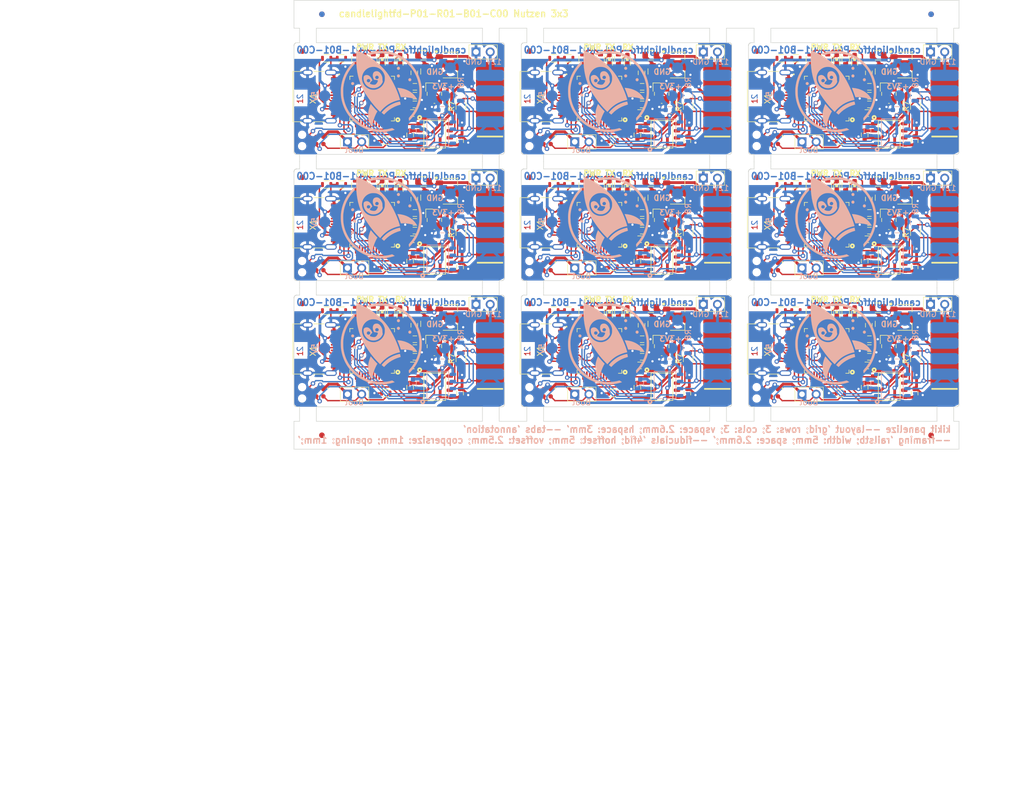
<source format=kicad_pcb>
(kicad_pcb (version 20221018) (generator pcbnew)
  (title_block (title "${title}") (date "2022-03-07") (rev "R${release}") (company "${company}") (comment 1 "${release_state}") (comment 2 "${prefix}-P${type_number}-R${release}-B${pcb_variant}-C${pcb_ci}") (comment 3 "hardware/${prefix}-S${type_number}_${short_desciption}"))
  (layers (0 "F.Cu" signal) (31 "B.Cu" signal) (34 "B.Paste" user) (35 "F.Paste" user) (36 "B.SilkS" user "B.Silkscreen") (37 "F.SilkS" user "F.Silkscreen") (38 "B.Mask" user) (39 "F.Mask" user) (44 "Edge.Cuts" user))
  (property "company" "Linux Automation GmbH")
  (property "pcb_ci" "00")
  (property "pcb_variant" "01")
  (property "prefix" "candlelightfd")
  (property "release" "01")
  (property "release_state" "release")
  (property "sch_ci" "00")
  (property "sch_variant" "01")
  (property "short_desciption" "candlelightfd")
  (property "title" "Candlelight FD")
  (property "type_number" "01")
  (net 0 "")
  (net 1 "Board_0-+12V")
  (net 2 "Board_0-+3V3")
  (net 3 "Board_0-+5V")
  (net 4 "Board_0-/CAN Transiver/CAN1_RX")
  (net 5 "Board_0-/CAN Transiver/CAN1_S")
  (net 6 "Board_0-/CAN Transiver/CAN1_TX")
  (net 7 "Board_0-/CAN Transiver/CAN2_RX")
  (net 8 "Board_0-/CAN Transiver/CAN2_S")
  (net 9 "Board_0-/CAN Transiver/CAN2_TX")
  (net 10 "Board_0-/CAN1_H")
  (net 11 "Board_0-/CAN1_L")
  (net 12 "Board_0-/CAN2_H")
  (net 13 "Board_0-/CAN2_L")
  (net 14 "Board_0-/MCU/LED_RX")
  (net 15 "Board_0-/MCU/LED_TX")
  (net 16 "Board_0-/MCU/NRST")
  (net 17 "Board_0-/MCU/RX")
  (net 18 "Board_0-/MCU/SWCLK")
  (net 19 "Board_0-/MCU/SWDIO")
  (net 20 "Board_0-/MCU/TX")
  (net 21 "Board_0-/SH")
  (net 22 "Board_0-/USB_N")
  (net 23 "Board_0-/USB_P")
  (net 24 "Board_0-GND")
  (net 25 "Board_0-Net-(D1-A)")
  (net 26 "Board_0-Net-(D2-A)")
  (net 27 "Board_0-Net-(D3-A)")
  (net 28 "Board_0-Net-(U1F-PF0{slash}OSC_IN)")
  (net 29 "Board_0-Net-(U1F-PF1{slash}OSC_OUT)")
  (net 30 "Board_0-Net-(X1-CC1)")
  (net 31 "Board_0-Net-(X1-CC2)")
  (net 32 "Board_0-unconnected-(U1A-PA0-Pad11)")
  (net 33 "Board_0-unconnected-(U1A-PA1-Pad12)")
  (net 34 "Board_0-unconnected-(U1A-PA2-Pad13)")
  (net 35 "Board_0-unconnected-(U1A-PA5-Pad16)")
  (net 36 "Board_0-unconnected-(U1A-PA6-Pad17)")
  (net 37 "Board_0-unconnected-(U1A-PA7-Pad18)")
  (net 38 "Board_0-unconnected-(U1A-PA8-Pad28)")
  (net 39 "Board_0-unconnected-(U1B-PB10-Pad22)")
  (net 40 "Board_0-unconnected-(U1B-PB11-Pad23)")
  (net 41 "Board_0-unconnected-(U1B-PB12-Pad24)")
  (net 42 "Board_0-unconnected-(U1B-PB13-Pad25)")
  (net 43 "Board_0-unconnected-(U1B-PB14-Pad26)")
  (net 44 "Board_0-unconnected-(U1B-PB15-Pad27)")
  (net 45 "Board_0-unconnected-(U1B-PB3-Pad42)")
  (net 46 "Board_0-unconnected-(U1B-PB4-Pad43)")
  (net 47 "Board_0-unconnected-(U1B-PB5-Pad44)")
  (net 48 "Board_0-unconnected-(U1B-PB6-Pad45)")
  (net 49 "Board_0-unconnected-(U1B-PB7-Pad46)")
  (net 50 "Board_0-unconnected-(U1B-PB8-Pad47)")
  (net 51 "Board_0-unconnected-(U1B-PB9-Pad48)")
  (net 52 "Board_0-unconnected-(U1C-PC13-Pad1)")
  (net 53 "Board_0-unconnected-(U1C-PC14{slash}OSC32_IN-Pad2)")
  (net 54 "Board_0-unconnected-(U1C-PC15{slash}OSC32_OUT-Pad3)")
  (net 55 "Board_0-unconnected-(U1C-PC6-Pad30)")
  (net 56 "Board_0-unconnected-(U1C-PC7-Pad31)")
  (net 57 "Board_0-unconnected-(U1D-PD2-Pad40)")
  (net 58 "Board_0-unconnected-(U1D-PD3-Pad41)")
  (net 59 "Board_0-unconnected-(X1-SBU1-PadA8)")
  (net 60 "Board_0-unconnected-(X1-SBU2-PadB8)")
  (net 61 "Board_0-unconnected-(X2-Pad4)")
  (net 62 "Board_0-unconnected-(X3-P4-Pad6)")
  (net 63 "Board_1-+12V")
  (net 64 "Board_1-+3V3")
  (net 65 "Board_1-+5V")
  (net 66 "Board_1-/CAN Transiver/CAN1_RX")
  (net 67 "Board_1-/CAN Transiver/CAN1_S")
  (net 68 "Board_1-/CAN Transiver/CAN1_TX")
  (net 69 "Board_1-/CAN Transiver/CAN2_RX")
  (net 70 "Board_1-/CAN Transiver/CAN2_S")
  (net 71 "Board_1-/CAN Transiver/CAN2_TX")
  (net 72 "Board_1-/CAN1_H")
  (net 73 "Board_1-/CAN1_L")
  (net 74 "Board_1-/CAN2_H")
  (net 75 "Board_1-/CAN2_L")
  (net 76 "Board_1-/MCU/LED_RX")
  (net 77 "Board_1-/MCU/LED_TX")
  (net 78 "Board_1-/MCU/NRST")
  (net 79 "Board_1-/MCU/RX")
  (net 80 "Board_1-/MCU/SWCLK")
  (net 81 "Board_1-/MCU/SWDIO")
  (net 82 "Board_1-/MCU/TX")
  (net 83 "Board_1-/SH")
  (net 84 "Board_1-/USB_N")
  (net 85 "Board_1-/USB_P")
  (net 86 "Board_1-GND")
  (net 87 "Board_1-Net-(D1-A)")
  (net 88 "Board_1-Net-(D2-A)")
  (net 89 "Board_1-Net-(D3-A)")
  (net 90 "Board_1-Net-(U1F-PF0{slash}OSC_IN)")
  (net 91 "Board_1-Net-(U1F-PF1{slash}OSC_OUT)")
  (net 92 "Board_1-Net-(X1-CC1)")
  (net 93 "Board_1-Net-(X1-CC2)")
  (net 94 "Board_1-unconnected-(U1A-PA0-Pad11)")
  (net 95 "Board_1-unconnected-(U1A-PA1-Pad12)")
  (net 96 "Board_1-unconnected-(U1A-PA2-Pad13)")
  (net 97 "Board_1-unconnected-(U1A-PA5-Pad16)")
  (net 98 "Board_1-unconnected-(U1A-PA6-Pad17)")
  (net 99 "Board_1-unconnected-(U1A-PA7-Pad18)")
  (net 100 "Board_1-unconnected-(U1A-PA8-Pad28)")
  (net 101 "Board_1-unconnected-(U1B-PB10-Pad22)")
  (net 102 "Board_1-unconnected-(U1B-PB11-Pad23)")
  (net 103 "Board_1-unconnected-(U1B-PB12-Pad24)")
  (net 104 "Board_1-unconnected-(U1B-PB13-Pad25)")
  (net 105 "Board_1-unconnected-(U1B-PB14-Pad26)")
  (net 106 "Board_1-unconnected-(U1B-PB15-Pad27)")
  (net 107 "Board_1-unconnected-(U1B-PB3-Pad42)")
  (net 108 "Board_1-unconnected-(U1B-PB4-Pad43)")
  (net 109 "Board_1-unconnected-(U1B-PB5-Pad44)")
  (net 110 "Board_1-unconnected-(U1B-PB6-Pad45)")
  (net 111 "Board_1-unconnected-(U1B-PB7-Pad46)")
  (net 112 "Board_1-unconnected-(U1B-PB8-Pad47)")
  (net 113 "Board_1-unconnected-(U1B-PB9-Pad48)")
  (net 114 "Board_1-unconnected-(U1C-PC13-Pad1)")
  (net 115 "Board_1-unconnected-(U1C-PC14{slash}OSC32_IN-Pad2)")
  (net 116 "Board_1-unconnected-(U1C-PC15{slash}OSC32_OUT-Pad3)")
  (net 117 "Board_1-unconnected-(U1C-PC6-Pad30)")
  (net 118 "Board_1-unconnected-(U1C-PC7-Pad31)")
  (net 119 "Board_1-unconnected-(U1D-PD2-Pad40)")
  (net 120 "Board_1-unconnected-(U1D-PD3-Pad41)")
  (net 121 "Board_1-unconnected-(X1-SBU1-PadA8)")
  (net 122 "Board_1-unconnected-(X1-SBU2-PadB8)")
  (net 123 "Board_1-unconnected-(X2-Pad4)")
  (net 124 "Board_1-unconnected-(X3-P4-Pad6)")
  (net 125 "Board_2-+12V")
  (net 126 "Board_2-+3V3")
  (net 127 "Board_2-+5V")
  (net 128 "Board_2-/CAN Transiver/CAN1_RX")
  (net 129 "Board_2-/CAN Transiver/CAN1_S")
  (net 130 "Board_2-/CAN Transiver/CAN1_TX")
  (net 131 "Board_2-/CAN Transiver/CAN2_RX")
  (net 132 "Board_2-/CAN Transiver/CAN2_S")
  (net 133 "Board_2-/CAN Transiver/CAN2_TX")
  (net 134 "Board_2-/CAN1_H")
  (net 135 "Board_2-/CAN1_L")
  (net 136 "Board_2-/CAN2_H")
  (net 137 "Board_2-/CAN2_L")
  (net 138 "Board_2-/MCU/LED_RX")
  (net 139 "Board_2-/MCU/LED_TX")
  (net 140 "Board_2-/MCU/NRST")
  (net 141 "Board_2-/MCU/RX")
  (net 142 "Board_2-/MCU/SWCLK")
  (net 143 "Board_2-/MCU/SWDIO")
  (net 144 "Board_2-/MCU/TX")
  (net 145 "Board_2-/SH")
  (net 146 "Board_2-/USB_N")
  (net 147 "Board_2-/USB_P")
  (net 148 "Board_2-GND")
  (net 149 "Board_2-Net-(D1-A)")
  (net 150 "Board_2-Net-(D2-A)")
  (net 151 "Board_2-Net-(D3-A)")
  (net 152 "Board_2-Net-(U1F-PF0{slash}OSC_IN)")
  (net 153 "Board_2-Net-(U1F-PF1{slash}OSC_OUT)")
  (net 154 "Board_2-Net-(X1-CC1)")
  (net 155 "Board_2-Net-(X1-CC2)")
  (net 156 "Board_2-unconnected-(U1A-PA0-Pad11)")
  (net 157 "Board_2-unconnected-(U1A-PA1-Pad12)")
  (net 158 "Board_2-unconnected-(U1A-PA2-Pad13)")
  (net 159 "Board_2-unconnected-(U1A-PA5-Pad16)")
  (net 160 "Board_2-unconnected-(U1A-PA6-Pad17)")
  (net 161 "Board_2-unconnected-(U1A-PA7-Pad18)")
  (net 162 "Board_2-unconnected-(U1A-PA8-Pad28)")
  (net 163 "Board_2-unconnected-(U1B-PB10-Pad22)")
  (net 164 "Board_2-unconnected-(U1B-PB11-Pad23)")
  (net 165 "Board_2-unconnected-(U1B-PB12-Pad24)")
  (net 166 "Board_2-unconnected-(U1B-PB13-Pad25)")
  (net 167 "Board_2-unconnected-(U1B-PB14-Pad26)")
  (net 168 "Board_2-unconnected-(U1B-PB15-Pad27)")
  (net 169 "Board_2-unconnected-(U1B-PB3-Pad42)")
  (net 170 "Board_2-unconnected-(U1B-PB4-Pad43)")
  (net 171 "Board_2-unconnected-(U1B-PB5-Pad44)")
  (net 172 "Board_2-unconnected-(U1B-PB6-Pad45)")
  (net 173 "Board_2-unconnected-(U1B-PB7-Pad46)")
  (net 174 "Board_2-unconnected-(U1B-PB8-Pad47)")
  (net 175 "Board_2-unconnected-(U1B-PB9-Pad48)")
  (net 176 "Board_2-unconnected-(U1C-PC13-Pad1)")
  (net 177 "Board_2-unconnected-(U1C-PC14{slash}OSC32_IN-Pad2)")
  (net 178 "Board_2-unconnected-(U1C-PC15{slash}OSC32_OUT-Pad3)")
  (net 179 "Board_2-unconnected-(U1C-PC6-Pad30)")
  (net 180 "Board_2-unconnected-(U1C-PC7-Pad31)")
  (net 181 "Board_2-unconnected-(U1D-PD2-Pad40)")
  (net 182 "Board_2-unconnected-(U1D-PD3-Pad41)")
  (net 183 "Board_2-unconnected-(X1-SBU1-PadA8)")
  (net 184 "Board_2-unconnected-(X1-SBU2-PadB8)")
  (net 185 "Board_2-unconnected-(X2-Pad4)")
  (net 186 "Board_2-unconnected-(X3-P4-Pad6)")
  (net 187 "Board_3-+12V")
  (net 188 "Board_3-+3V3")
  (net 189 "Board_3-+5V")
  (net 190 "Board_3-/CAN Transiver/CAN1_RX")
  (net 191 "Board_3-/CAN Transiver/CAN1_S")
  (net 192 "Board_3-/CAN Transiver/CAN1_TX")
  (net 193 "Board_3-/CAN Transiver/CAN2_RX")
  (net 194 "Board_3-/CAN Transiver/CAN2_S")
  (net 195 "Board_3-/CAN Transiver/CAN2_TX")
  (net 196 "Board_3-/CAN1_H")
  (net 197 "Board_3-/CAN1_L")
  (net 198 "Board_3-/CAN2_H")
  (net 199 "Board_3-/CAN2_L")
  (net 200 "Board_3-/MCU/LED_RX")
  (net 201 "Board_3-/MCU/LED_TX")
  (net 202 "Board_3-/MCU/NRST")
  (net 203 "Board_3-/MCU/RX")
  (net 204 "Board_3-/MCU/SWCLK")
  (net 205 "Board_3-/MCU/SWDIO")
  (net 206 "Board_3-/MCU/TX")
  (net 207 "Board_3-/SH")
  (net 208 "Board_3-/USB_N")
  (net 209 "Board_3-/USB_P")
  (net 210 "Board_3-GND")
  (net 211 "Board_3-Net-(D1-A)")
  (net 212 "Board_3-Net-(D2-A)")
  (net 213 "Board_3-Net-(D3-A)")
  (net 214 "Board_3-Net-(U1F-PF0{slash}OSC_IN)")
  (net 215 "Board_3-Net-(U1F-PF1{slash}OSC_OUT)")
  (net 216 "Board_3-Net-(X1-CC1)")
  (net 217 "Board_3-Net-(X1-CC2)")
  (net 218 "Board_3-unconnected-(U1A-PA0-Pad11)")
  (net 219 "Board_3-unconnected-(U1A-PA1-Pad12)")
  (net 220 "Board_3-unconnected-(U1A-PA2-Pad13)")
  (net 221 "Board_3-unconnected-(U1A-PA5-Pad16)")
  (net 222 "Board_3-unconnected-(U1A-PA6-Pad17)")
  (net 223 "Board_3-unconnected-(U1A-PA7-Pad18)")
  (net 224 "Board_3-unconnected-(U1A-PA8-Pad28)")
  (net 225 "Board_3-unconnected-(U1B-PB10-Pad22)")
  (net 226 "Board_3-unconnected-(U1B-PB11-Pad23)")
  (net 227 "Board_3-unconnected-(U1B-PB12-Pad24)")
  (net 228 "Board_3-unconnected-(U1B-PB13-Pad25)")
  (net 229 "Board_3-unconnected-(U1B-PB14-Pad26)")
  (net 230 "Board_3-unconnected-(U1B-PB15-Pad27)")
  (net 231 "Board_3-unconnected-(U1B-PB3-Pad42)")
  (net 232 "Board_3-unconnected-(U1B-PB4-Pad43)")
  (net 233 "Board_3-unconnected-(U1B-PB5-Pad44)")
  (net 234 "Board_3-unconnected-(U1B-PB6-Pad45)")
  (net 235 "Board_3-unconnected-(U1B-PB7-Pad46)")
  (net 236 "Board_3-unconnected-(U1B-PB8-Pad47)")
  (net 237 "Board_3-unconnected-(U1B-PB9-Pad48)")
  (net 238 "Board_3-unconnected-(U1C-PC13-Pad1)")
  (net 239 "Board_3-unconnected-(U1C-PC14{slash}OSC32_IN-Pad2)")
  (net 240 "Board_3-unconnected-(U1C-PC15{slash}OSC32_OUT-Pad3)")
  (net 241 "Board_3-unconnected-(U1C-PC6-Pad30)")
  (net 242 "Board_3-unconnected-(U1C-PC7-Pad31)")
  (net 243 "Board_3-unconnected-(U1D-PD2-Pad40)")
  (net 244 "Board_3-unconnected-(U1D-PD3-Pad41)")
  (net 245 "Board_3-unconnected-(X1-SBU1-PadA8)")
  (net 246 "Board_3-unconnected-(X1-SBU2-PadB8)")
  (net 247 "Board_3-unconnected-(X2-Pad4)")
  (net 248 "Board_3-unconnected-(X3-P4-Pad6)")
  (net 249 "Board_4-+12V")
  (net 250 "Board_4-+3V3")
  (net 251 "Board_4-+5V")
  (net 252 "Board_4-/CAN Transiver/CAN1_RX")
  (net 253 "Board_4-/CAN Transiver/CAN1_S")
  (net 254 "Board_4-/CAN Transiver/CAN1_TX")
  (net 255 "Board_4-/CAN Transiver/CAN2_RX")
  (net 256 "Board_4-/CAN Transiver/CAN2_S")
  (net 257 "Board_4-/CAN Transiver/CAN2_TX")
  (net 258 "Board_4-/CAN1_H")
  (net 259 "Board_4-/CAN1_L")
  (net 260 "Board_4-/CAN2_H")
  (net 261 "Board_4-/CAN2_L")
  (net 262 "Board_4-/MCU/LED_RX")
  (net 263 "Board_4-/MCU/LED_TX")
  (net 264 "Board_4-/MCU/NRST")
  (net 265 "Board_4-/MCU/RX")
  (net 266 "Board_4-/MCU/SWCLK")
  (net 267 "Board_4-/MCU/SWDIO")
  (net 268 "Board_4-/MCU/TX")
  (net 269 "Board_4-/SH")
  (net 270 "Board_4-/USB_N")
  (net 271 "Board_4-/USB_P")
  (net 272 "Board_4-GND")
  (net 273 "Board_4-Net-(D1-A)")
  (net 274 "Board_4-Net-(D2-A)")
  (net 275 "Board_4-Net-(D3-A)")
  (net 276 "Board_4-Net-(U1F-PF0{slash}OSC_IN)")
  (net 277 "Board_4-Net-(U1F-PF1{slash}OSC_OUT)")
  (net 278 "Board_4-Net-(X1-CC1)")
  (net 279 "Board_4-Net-(X1-CC2)")
  (net 280 "Board_4-unconnected-(U1A-PA0-Pad11)")
  (net 281 "Board_4-unconnected-(U1A-PA1-Pad12)")
  (net 282 "Board_4-unconnected-(U1A-PA2-Pad13)")
  (net 283 "Board_4-unconnected-(U1A-PA5-Pad16)")
  (net 284 "Board_4-unconnected-(U1A-PA6-Pad17)")
  (net 285 "Board_4-unconnected-(U1A-PA7-Pad18)")
  (net 286 "Board_4-unconnected-(U1A-PA8-Pad28)")
  (net 287 "Board_4-unconnected-(U1B-PB10-Pad22)")
  (net 288 "Board_4-unconnected-(U1B-PB11-Pad23)")
  (net 289 "Board_4-unconnected-(U1B-PB12-Pad24)")
  (net 290 "Board_4-unconnected-(U1B-PB13-Pad25)")
  (net 291 "Board_4-unconnected-(U1B-PB14-Pad26)")
  (net 292 "Board_4-unconnected-(U1B-PB15-Pad27)")
  (net 293 "Board_4-unconnected-(U1B-PB3-Pad42)")
  (net 294 "Board_4-unconnected-(U1B-PB4-Pad43)")
  (net 295 "Board_4-unconnected-(U1B-PB5-Pad44)")
  (net 296 "Board_4-unconnected-(U1B-PB6-Pad45)")
  (net 297 "Board_4-unconnected-(U1B-PB7-Pad46)")
  (net 298 "Board_4-unconnected-(U1B-PB8-Pad47)")
  (net 299 "Board_4-unconnected-(U1B-PB9-Pad48)")
  (net 300 "Board_4-unconnected-(U1C-PC13-Pad1)")
  (net 301 "Board_4-unconnected-(U1C-PC14{slash}OSC32_IN-Pad2)")
  (net 302 "Board_4-unconnected-(U1C-PC15{slash}OSC32_OUT-Pad3)")
  (net 303 "Board_4-unconnected-(U1C-PC6-Pad30)")
  (net 304 "Board_4-unconnected-(U1C-PC7-Pad31)")
  (net 305 "Board_4-unconnected-(U1D-PD2-Pad40)")
  (net 306 "Board_4-unconnected-(U1D-PD3-Pad41)")
  (net 307 "Board_4-unconnected-(X1-SBU1-PadA8)")
  (net 308 "Board_4-unconnected-(X1-SBU2-PadB8)")
  (net 309 "Board_4-unconnected-(X2-Pad4)")
  (net 310 "Board_4-unconnected-(X3-P4-Pad6)")
  (net 311 "Board_5-+12V")
  (net 312 "Board_5-+3V3")
  (net 313 "Board_5-+5V")
  (net 314 "Board_5-/CAN Transiver/CAN1_RX")
  (net 315 "Board_5-/CAN Transiver/CAN1_S")
  (net 316 "Board_5-/CAN Transiver/CAN1_TX")
  (net 317 "Board_5-/CAN Transiver/CAN2_RX")
  (net 318 "Board_5-/CAN Transiver/CAN2_S")
  (net 319 "Board_5-/CAN Transiver/CAN2_TX")
  (net 320 "Board_5-/CAN1_H")
  (net 321 "Board_5-/CAN1_L")
  (net 322 "Board_5-/CAN2_H")
  (net 323 "Board_5-/CAN2_L")
  (net 324 "Board_5-/MCU/LED_RX")
  (net 325 "Board_5-/MCU/LED_TX")
  (net 326 "Board_5-/MCU/NRST")
  (net 327 "Board_5-/MCU/RX")
  (net 328 "Board_5-/MCU/SWCLK")
  (net 329 "Board_5-/MCU/SWDIO")
  (net 330 "Board_5-/MCU/TX")
  (net 331 "Board_5-/SH")
  (net 332 "Board_5-/USB_N")
  (net 333 "Board_5-/USB_P")
  (net 334 "Board_5-GND")
  (net 335 "Board_5-Net-(D1-A)")
  (net 336 "Board_5-Net-(D2-A)")
  (net 337 "Board_5-Net-(D3-A)")
  (net 338 "Board_5-Net-(U1F-PF0{slash}OSC_IN)")
  (net 339 "Board_5-Net-(U1F-PF1{slash}OSC_OUT)")
  (net 340 "Board_5-Net-(X1-CC1)")
  (net 341 "Board_5-Net-(X1-CC2)")
  (net 342 "Board_5-unconnected-(U1A-PA0-Pad11)")
  (net 343 "Board_5-unconnected-(U1A-PA1-Pad12)")
  (net 344 "Board_5-unconnected-(U1A-PA2-Pad13)")
  (net 345 "Board_5-unconnected-(U1A-PA5-Pad16)")
  (net 346 "Board_5-unconnected-(U1A-PA6-Pad17)")
  (net 347 "Board_5-unconnected-(U1A-PA7-Pad18)")
  (net 348 "Board_5-unconnected-(U1A-PA8-Pad28)")
  (net 349 "Board_5-unconnected-(U1B-PB10-Pad22)")
  (net 350 "Board_5-unconnected-(U1B-PB11-Pad23)")
  (net 351 "Board_5-unconnected-(U1B-PB12-Pad24)")
  (net 352 "Board_5-unconnected-(U1B-PB13-Pad25)")
  (net 353 "Board_5-unconnected-(U1B-PB14-Pad26)")
  (net 354 "Board_5-unconnected-(U1B-PB15-Pad27)")
  (net 355 "Board_5-unconnected-(U1B-PB3-Pad42)")
  (net 356 "Board_5-unconnected-(U1B-PB4-Pad43)")
  (net 357 "Board_5-unconnected-(U1B-PB5-Pad44)")
  (net 358 "Board_5-unconnected-(U1B-PB6-Pad45)")
  (net 359 "Board_5-unconnected-(U1B-PB7-Pad46)")
  (net 360 "Board_5-unconnected-(U1B-PB8-Pad47)")
  (net 361 "Board_5-unconnected-(U1B-PB9-Pad48)")
  (net 362 "Board_5-unconnected-(U1C-PC13-Pad1)")
  (net 363 "Board_5-unconnected-(U1C-PC14{slash}OSC32_IN-Pad2)")
  (net 364 "Board_5-unconnected-(U1C-PC15{slash}OSC32_OUT-Pad3)")
  (net 365 "Board_5-unconnected-(U1C-PC6-Pad30)")
  (net 366 "Board_5-unconnected-(U1C-PC7-Pad31)")
  (net 367 "Board_5-unconnected-(U1D-PD2-Pad40)")
  (net 368 "Board_5-unconnected-(U1D-PD3-Pad41)")
  (net 369 "Board_5-unconnected-(X1-SBU1-PadA8)")
  (net 370 "Board_5-unconnected-(X1-SBU2-PadB8)")
  (net 371 "Board_5-unconnected-(X2-Pad4)")
  (net 372 "Board_5-unconnected-(X3-P4-Pad6)")
  (net 373 "Board_6-+12V")
  (net 374 "Board_6-+3V3")
  (net 375 "Board_6-+5V")
  (net 376 "Board_6-/CAN Transiver/CAN1_RX")
  (net 377 "Board_6-/CAN Transiver/CAN1_S")
  (net 378 "Board_6-/CAN Transiver/CAN1_TX")
  (net 379 "Board_6-/CAN Transiver/CAN2_RX")
  (net 380 "Board_6-/CAN Transiver/CAN2_S")
  (net 381 "Board_6-/CAN Transiver/CAN2_TX")
  (net 382 "Board_6-/CAN1_H")
  (net 383 "Board_6-/CAN1_L")
  (net 384 "Board_6-/CAN2_H")
  (net 385 "Board_6-/CAN2_L")
  (net 386 "Board_6-/MCU/LED_RX")
  (net 387 "Board_6-/MCU/LED_TX")
  (net 388 "Board_6-/MCU/NRST")
  (net 389 "Board_6-/MCU/RX")
  (net 390 "Board_6-/MCU/SWCLK")
  (net 391 "Board_6-/MCU/SWDIO")
  (net 392 "Board_6-/MCU/TX")
  (net 393 "Board_6-/SH")
  (net 394 "Board_6-/USB_N")
  (net 395 "Board_6-/USB_P")
  (net 396 "Board_6-GND")
  (net 397 "Board_6-Net-(D1-A)")
  (net 398 "Board_6-Net-(D2-A)")
  (net 399 "Board_6-Net-(D3-A)")
  (net 400 "Board_6-Net-(U1F-PF0{slash}OSC_IN)")
  (net 401 "Board_6-Net-(U1F-PF1{slash}OSC_OUT)")
  (net 402 "Board_6-Net-(X1-CC1)")
  (net 403 "Board_6-Net-(X1-CC2)")
  (net 404 "Board_6-unconnected-(U1A-PA0-Pad11)")
  (net 405 "Board_6-unconnected-(U1A-PA1-Pad12)")
  (net 406 "Board_6-unconnected-(U1A-PA2-Pad13)")
  (net 407 "Board_6-unconnected-(U1A-PA5-Pad16)")
  (net 408 "Board_6-unconnected-(U1A-PA6-Pad17)")
  (net 409 "Board_6-unconnected-(U1A-PA7-Pad18)")
  (net 410 "Board_6-unconnected-(U1A-PA8-Pad28)")
  (net 411 "Board_6-unconnected-(U1B-PB10-Pad22)")
  (net 412 "Board_6-unconnected-(U1B-PB11-Pad23)")
  (net 413 "Board_6-unconnected-(U1B-PB12-Pad24)")
  (net 414 "Board_6-unconnected-(U1B-PB13-Pad25)")
  (net 415 "Board_6-unconnected-(U1B-PB14-Pad26)")
  (net 416 "Board_6-unconnected-(U1B-PB15-Pad27)")
  (net 417 "Board_6-unconnected-(U1B-PB3-Pad42)")
  (net 418 "Board_6-unconnected-(U1B-PB4-Pad43)")
  (net 419 "Board_6-unconnected-(U1B-PB5-Pad44)")
  (net 420 "Board_6-unconnected-(U1B-PB6-Pad45)")
  (net 421 "Board_6-unconnected-(U1B-PB7-Pad46)")
  (net 422 "Board_6-unconnected-(U1B-PB8-Pad47)")
  (net 423 "Board_6-unconnected-(U1B-PB9-Pad48)")
  (net 424 "Board_6-unconnected-(U1C-PC13-Pad1)")
  (net 425 "Board_6-unconnected-(U1C-PC14{slash}OSC32_IN-Pad2)")
  (net 426 "Board_6-unconnected-(U1C-PC15{slash}OSC32_OUT-Pad3)")
  (net 427 "Board_6-unconnected-(U1C-PC6-Pad30)")
  (net 428 "Board_6-unconnected-(U1C-PC7-Pad31)")
  (net 429 "Board_6-unconnected-(U1D-PD2-Pad40)")
  (net 430 "Board_6-unconnected-(U1D-PD3-Pad41)")
  (net 431 "Board_6-unconnected-(X1-SBU1-PadA8)")
  (net 432 "Board_6-unconnected-(X1-SBU2-PadB8)")
  (net 433 "Board_6-unconnected-(X2-Pad4)")
  (net 434 "Board_6-unconnected-(X3-P4-Pad6)")
  (net 435 "Board_7-+12V")
  (net 436 "Board_7-+3V3")
  (net 437 "Board_7-+5V")
  (net 438 "Board_7-/CAN Transiver/CAN1_RX")
  (net 439 "Board_7-/CAN Transiver/CAN1_S")
  (net 440 "Board_7-/CAN Transiver/CAN1_TX")
  (net 441 "Board_7-/CAN Transiver/CAN2_RX")
  (net 442 "Board_7-/CAN Transiver/CAN2_S")
  (net 443 "Board_7-/CAN Transiver/CAN2_TX")
  (net 444 "Board_7-/CAN1_H")
  (net 445 "Board_7-/CAN1_L")
  (net 446 "Board_7-/CAN2_H")
  (net 447 "Board_7-/CAN2_L")
  (net 448 "Board_7-/MCU/LED_RX")
  (net 449 "Board_7-/MCU/LED_TX")
  (net 450 "Board_7-/MCU/NRST")
  (net 451 "Board_7-/MCU/RX")
  (net 452 "Board_7-/MCU/SWCLK")
  (net 453 "Board_7-/MCU/SWDIO")
  (net 454 "Board_7-/MCU/TX")
  (net 455 "Board_7-/SH")
  (net 456 "Board_7-/USB_N")
  (net 457 "Board_7-/USB_P")
  (net 458 "Board_7-GND")
  (net 459 "Board_7-Net-(D1-A)")
  (net 460 "Board_7-Net-(D2-A)")
  (net 461 "Board_7-Net-(D3-A)")
  (net 462 "Board_7-Net-(U1F-PF0{slash}OSC_IN)")
  (net 463 "Board_7-Net-(U1F-PF1{slash}OSC_OUT)")
  (net 464 "Board_7-Net-(X1-CC1)")
  (net 465 "Board_7-Net-(X1-CC2)")
  (net 466 "Board_7-unconnected-(U1A-PA0-Pad11)")
  (net 467 "Board_7-unconnected-(U1A-PA1-Pad12)")
  (net 468 "Board_7-unconnected-(U1A-PA2-Pad13)")
  (net 469 "Board_7-unconnected-(U1A-PA5-Pad16)")
  (net 470 "Board_7-unconnected-(U1A-PA6-Pad17)")
  (net 471 "Board_7-unconnected-(U1A-PA7-Pad18)")
  (net 472 "Board_7-unconnected-(U1A-PA8-Pad28)")
  (net 473 "Board_7-unconnected-(U1B-PB10-Pad22)")
  (net 474 "Board_7-unconnected-(U1B-PB11-Pad23)")
  (net 475 "Board_7-unconnected-(U1B-PB12-Pad24)")
  (net 476 "Board_7-unconnected-(U1B-PB13-Pad25)")
  (net 477 "Board_7-unconnected-(U1B-PB14-Pad26)")
  (net 478 "Board_7-unconnected-(U1B-PB15-Pad27)")
  (net 479 "Board_7-unconnected-(U1B-PB3-Pad42)")
  (net 480 "Board_7-unconnected-(U1B-PB4-Pad43)")
  (net 481 "Board_7-unconnected-(U1B-PB5-Pad44)")
  (net 482 "Board_7-unconnected-(U1B-PB6-Pad45)")
  (net 483 "Board_7-unconnected-(U1B-PB7-Pad46)")
  (net 484 "Board_7-unconnected-(U1B-PB8-Pad47)")
  (net 485 "Board_7-unconnected-(U1B-PB9-Pad48)")
  (net 486 "Board_7-unconnected-(U1C-PC13-Pad1)")
  (net 487 "Board_7-unconnected-(U1C-PC14{slash}OSC32_IN-Pad2)")
  (net 488 "Board_7-unconnected-(U1C-PC15{slash}OSC32_OUT-Pad3)")
  (net 489 "Board_7-unconnected-(U1C-PC6-Pad30)")
  (net 490 "Board_7-unconnected-(U1C-PC7-Pad31)")
  (net 491 "Board_7-unconnected-(U1D-PD2-Pad40)")
  (net 492 "Board_7-unconnected-(U1D-PD3-Pad41)")
  (net 493 "Board_7-unconnected-(X1-SBU1-PadA8)")
  (net 494 "Board_7-unconnected-(X1-SBU2-PadB8)")
  (net 495 "Board_7-unconnected-(X2-Pad4)")
  (net 496 "Board_7-unconnected-(X3-P4-Pad6)")
  (net 497 "Board_8-+12V")
  (net 498 "Board_8-+3V3")
  (net 499 "Board_8-+5V")
  (net 500 "Board_8-/CAN Transiver/CAN1_RX")
  (net 501 "Board_8-/CAN Transiver/CAN1_S")
  (net 502 "Board_8-/CAN Transiver/CAN1_TX")
  (net 503 "Board_8-/CAN Transiver/CAN2_RX")
  (net 504 "Board_8-/CAN Transiver/CAN2_S")
  (net 505 "Board_8-/CAN Transiver/CAN2_TX")
  (net 506 "Board_8-/CAN1_H")
  (net 507 "Board_8-/CAN1_L")
  (net 508 "Board_8-/CAN2_H")
  (net 509 "Board_8-/CAN2_L")
  (net 510 "Board_8-/MCU/LED_RX")
  (net 511 "Board_8-/MCU/LED_TX")
  (net 512 "Board_8-/MCU/NRST")
  (net 513 "Board_8-/MCU/RX")
  (net 514 "Board_8-/MCU/SWCLK")
  (net 515 "Board_8-/MCU/SWDIO")
  (net 516 "Board_8-/MCU/TX")
  (net 517 "Board_8-/SH")
  (net 518 "Board_8-/USB_N")
  (net 519 "Board_8-/USB_P")
  (net 520 "Board_8-GND")
  (net 521 "Board_8-Net-(D1-A)")
  (net 522 "Board_8-Net-(D2-A)")
  (net 523 "Board_8-Net-(D3-A)")
  (net 524 "Board_8-Net-(U1F-PF0{slash}OSC_IN)")
  (net 525 "Board_8-Net-(U1F-PF1{slash}OSC_OUT)")
  (net 526 "Board_8-Net-(X1-CC1)")
  (net 527 "Board_8-Net-(X1-CC2)")
  (net 528 "Board_8-unconnected-(U1A-PA0-Pad11)")
  (net 529 "Board_8-unconnected-(U1A-PA1-Pad12)")
  (net 530 "Board_8-unconnected-(U1A-PA2-Pad13)")
  (net 531 "Board_8-unconnected-(U1A-PA5-Pad16)")
  (net 532 "Board_8-unconnected-(U1A-PA6-Pad17)")
  (net 533 "Board_8-unconnected-(U1A-PA7-Pad18)")
  (net 534 "Board_8-unconnected-(U1A-PA8-Pad28)")
  (net 535 "Board_8-unconnected-(U1B-PB10-Pad22)")
  (net 536 "Board_8-unconnected-(U1B-PB11-Pad23)")
  (net 537 "Board_8-unconnected-(U1B-PB12-Pad24)")
  (net 538 "Board_8-unconnected-(U1B-PB13-Pad25)")
  (net 539 "Board_8-unconnected-(U1B-PB14-Pad26)")
  (net 540 "Board_8-unconnected-(U1B-PB15-Pad27)")
  (net 541 "Board_8-unconnected-(U1B-PB3-Pad42)")
  (net 542 "Board_8-unconnected-(U1B-PB4-Pad43)")
  (net 543 "Board_8-unconnected-(U1B-PB5-Pad44)")
  (net 544 "Board_8-unconnected-(U1B-PB6-Pad45)")
  (net 545 "Board_8-unconnected-(U1B-PB7-Pad46)")
  (net 546 "Board_8-unconnected-(U1B-PB8-Pad47)")
  (net 547 "Board_8-unconnected-(U1B-PB9-Pad48)")
  (net 548 "Board_8-unconnected-(U1C-PC13-Pad1)")
  (net 549 "Board_8-unconnected-(U1C-PC14{slash}OSC32_IN-Pad2)")
  (net 550 "Board_8-unconnected-(U1C-PC15{slash}OSC32_OUT-Pad3)")
  (net 551 "Board_8-unconnected-(U1C-PC6-Pad30)")
  (net 552 "Board_8-unconnected-(U1C-PC7-Pad31)")
  (net 553 "Board_8-unconnected-(U1D-PD2-Pad40)")
  (net 554 "Board_8-unconnected-(U1D-PD3-Pad41)")
  (net 555 "Board_8-unconnected-(X1-SBU1-PadA8)")
  (net 556 "Board_8-unconnected-(X1-SBU2-PadB8)")
  (net 557 "Board_8-unconnected-(X2-Pad4)")
  (net 558 "Board_8-unconnected-(X3-P4-Pad6)")
  (footprint "Resistors_SMD:R_0603" (layer "F.Cu") (at 178.85 30.4 180)
    (fp_text reference "R2" hide)
    (fp_text value "5k1_0603_100mW_1%_E24_Chip-Resistor" hide)
  )
  (footprint "Connector_generic:TP1.0mm" (layer "F.Cu") (at 108.15 78.1)
    (fp_text reference "TP4" hide)
    (fp_text value "TP1.0mm" hide)
  )
  (footprint "Capacitors_SMD:C_0603" (layer "F.Cu") (at 110.6 58.1 180)
    (fp_text reference "C2" hide)
    (fp_text value "6p2_0603_C0G_5%_50V_-40C..125C_Chip-Capacitor" hide)
  )
  (footprint "Resistors_SMD:R_0603" (layer "F.Cu") (at 99.95 75.75 -90)
    (fp_text reference "R5" hide)
    (fp_text value "1k_0603_100mW_1%_E24_Chip-Resistor" hide)
  )
  (footprint "Resistors_SMD:R_0603" (layer "F.Cu") (at 184.55 30.55 -90)
    (fp_text reference "R3" hide)
    (fp_text value "1k_0603_100mW_1%_E24_Chip-Resistor" hide)
  )
  (footprint "Socket_GCT:USB4105_pasteInHole" (layer "F.Cu") (at 95.055 37.25 -90)
    (fp_text reference "X1")
    (fp_text value "629722000214_pasteInHole" hide)
  )
  (footprint "Connector_Tag-Connect:TC2030-NL" (layer "F.Cu") (at 174.35 90.3 180)
    (fp_text reference "X3" hide)
    (fp_text value "TC2030-NL")
  )
  (footprint "d-sub:D-SUB-9_side" (layer "F.Cu") (at 208.15 60.2 -90)
    (fp_text reference "X2" hide)
    (fp_text value "~" hide)
  )
  (footprint "Capacitors_SMD:C_0603" (layer "F.Cu") (at 151.2 78.2 90)
    (fp_text reference "C3" hide)
    (fp_text value "100n" hide)
  )
  (footprint "Capacitors_SMD:C_0603" (layer "F.Cu") (at 151.2 33 90)
    (fp_text reference "C3" hide)
    (fp_text value "100n" hide)
  )
  (footprint "Capacitors_SMD:C_0603" (layer "F.Cu") (at 110.15 62.8)
    (fp_text reference "C4" hide)
    (fp_text value "100n" hide)
  )
  (footprint "d-sub:D-SUB-9_side" (layer "F.Cu") (at 167.45 60.2 -90)
    (fp_text reference "X2" hide)
    (fp_text value "~" hide)
  )
  (footprint "tssop:SOIC-8_3.90mmx4.90mm_Pitch1.27mm" (layer "F.Cu") (at 114.15 66.6)
    (fp_text reference "U3" hide)
    (fp_text value "TJA1051T3" hide)
  )
  (footprint "LEDs_Kingbright:LED_Kingbright_0603" (layer "F.Cu") (at 145.45 30.55 90)
    (fp_text reference "D1" hide)
    (fp_text value "KPT-1608SGC" hide)
  )
  (footprint "mechanical:LAYERSTACK_TB" (layer "F.Cu") (at 130.55 36.85 90)
    (fp_text reference "NB2" hide)
    (fp_text value "LAYERSTACK_TB" hide)
  )
  (footprint "Resistors_SMD:R_0603" (layer "F.Cu") (at 146.1 45.15 180)
    (fp_text reference "R6" hide)
    (fp_text value "10k_0603_100mW_1%_E24_Chip-Resistor" hide)
  )
  (footprint "d-sub:D-SUB-9_side" (layer "F.Cu") (at 167.45 82.8 -90)
    (fp_text reference "X2" hide)
    (fp_text value "~" hide)
  )
  (footprint "Connector_generic:Header_1x2_Pitch2.54mm" (layer "F.Cu") (at 101.07 67.95)
    (fp_text reference "P2" hide)
    (fp_text value "CONN_01X02" hide)
  )
  (footprint "Resistors_SMD:R_0603" (layer "F.Cu") (at 176.2 53)
    (fp_text reference "R1" hide)
    (fp_text value "5k1_0603_100mW_1%_E24_Chip-Resistor" hide)
  )
  (footprint "Capacitors_SMD:C_0805" (layer "F.Cu") (at 153.2 55.35 90)
    (fp_text reference "C7" hide)
    (fp_text value "10u_0805_X7R_10%_10V_-40C..125C_Chip-Capacitor" hide)
  )
  (footprint "Connector_generic:TP1.0mm" (layer "F.Cu") (at 179.65 33)
    (fp_text reference "TP5" hide)
    (fp_text value "TP1.0mm" hide)
  )
  (footprint "tssop:SOIC-8_3.90mmx4.90mm_Pitch1.27mm" (layer "F.Cu") (at 154.85 44)
    (fp_text reference "U3" hide)
    (fp_text value "TJA1051T3" hide)
  )
  (footprint "Connector_generic:TP1.0mm" (layer "F.Cu") (at 108.15 55.5)
    (fp_text reference "TP4" hide)
    (fp_text value "TP1.0mm" hide)
  )
  (footprint "Connector_Tag-Connect:TC2030-NL" (layer "F.Cu") (at 174.35 67.7 180)
    (fp_text reference "X3" hide)
    (fp_text value "TC2030-NL")
  )
  (footprint "Capacitors_SMD:C_0603" (layer "F.Cu") (at 191.55 40.2)
    (fp_text reference "C4" hide)
    (fp_text value "100n" hide)
  )
  (footprint "Connector_Tag-Connect:TC2030-NL" (layer "F.Cu") (at 92.95 67.7 180)
    (fp_text reference "X3" hide)
    (fp_text value "TC2030-NL")
  )
  (footprint "Connector_generic:TP1.0mm" (layer "F.Cu") (at 138.95 78.2)
    (fp_text reference "TP5" hide)
    (fp_text value "TP1.0mm" hide)
  )
  (footprint "Capacitors_SMD:C_0603" (layer "F.Cu") (at 151.3 37.1 180)
    (fp_text reference "C1" hide)
    (fp_text value "6p2_0603_C0G_5%_50V_-40C..125C_Chip-Capacitor" hide)
  )
  (footprint "crystal:Crystal_4Pin_SMD_3.2mmx2.5mm" (layer "F.Cu") (at 195.5 81.95 -90)
    (fp_text reference "Y1" hide)
    (fp_text value "830055299" hide)
  )
  (footprint "Connector_generic:TP1.0mm" (layer "F.Cu") (at 108.15 32.9)
    (fp_text reference "TP4" hide)
    (fp_text value "TP1.0mm" hide)
  )
  (footprint "QFP:LQFP-48_7mmx7mm_Pitch0.5mm" (layer "F.Cu") (at 102.95 82.8 90)
    (fp_text reference "U1" hide)
    (fp_text value "STM32G0B1CBT" hide)
  )
  (footprint "Capacitors_SMD:C_0603" (layer "F.Cu") (at 192 58.1 180)
    (fp_text reference "C2" hide)
    (fp_text value "6p2_0603_C0G_5%_50V_-40C..125C_Chip-Capacitor" hide)
  )
  (footprint "Resistors_SMD:R_0603" (layer "F.Cu") (at 187.75 30.55 -90)
    (fp_text reference "R4" hide)
    (fp_text value "1k_0603_100mW_1%_E24_Chip-Resistor" hide)
  )
  (footprint "Capacitors_SMD:C_0603" (layer "F.Cu") (at 192 35.5 180)
    (fp_text reference "C2" hide)
    (fp_text value "6p2_0603_C0G_5%_50V_-40C..125C_Chip-Capacitor" hide)
  )
  (footprint "TO_SMD:SOT-89" (layer "F.Cu") (at 157.65 76.8)
    (fp_text reference "U2" hide)
    (fp_text value "MCP1754ST-3302E/MB" hide)
  )
  (footprint "LEDs_Kingbright:LED_Kingbright_0603" (layer "F.Cu") (at 107.95 75.75 90)
    (fp_text reference "D2" hide)
    (fp_text value "KPT-1608SGC" hide)
  )
  (footprint "Resistors_SMD:R_0603" (layer "F.Cu") (at 181.35 75.75 -90)
    (fp_text reference "R5" hide)
    (fp_text value "1k_0603_100mW_1%_E24_Chip-Resistor" hide)
  )
  (footprint "crystal:Crystal_4Pin_SMD_3.2mmx2.5mm" (layer "F.Cu") (at 154.8 81.95 -90)
    (fp_text reference "Y1" hide)
    (fp_text value "830055299" hide)
  )
  (footprint "Connector_generic:TP1.0mm" (layer "F.Cu") (at 148.85 55.5)
    (fp_text reference "TP4" hide)
    (fp_text value "TP1.0mm" hide)
  )
  (footprint "Resistors_SMD:R_0603" (layer "F.Cu") (at 97.45 75.6 180)
    (fp_text reference "R2" hide)
    (fp_text value "5k1_0603_100mW_1%_E24_Chip-Resistor" hide)
  )
  (footprint "mechanical:Passermarke_1mm_1.8mmx1.8mm" (layer "F.Cu") (at 205.35 68.7)
    (fp_text reference "NB3" hide)
    (fp_text value "Passermarke_1mm_1.8mmx1.8mm" hide)
  )
  (footprint "tssop:SOIC-8_3.90mmx4.90mm_Pitch1.27mm" (layer "F.Cu") (at 154.85 89.2)
    (fp_text reference "U3" hide)
    (fp_text value "TJA1051T3" hide)
  )
  (footprint "TO_SMD:SOT-89" (layer "F.Cu") (at 116.95 31.6)
    (fp_text reference "U2" hide)
    (fp_text value "MCP1754ST-3302E/MB" hide)
  )
  (footprint "LEDs_Kingbright:LED_Kingbright_0603" (layer "F.Cu") (at 189.35 75.75 90)
    (fp_text reference "D2" hide)
    (fp_text value "KPT-1608SGC" hide)
  )
  (footprint "Resistors_SMD:R_0805" (layer "F.Cu") (at 118.85 38.95 -90)
    (fp_text reference "R7")
    (fp_text value "120R_0805_125mW_1%_E24_Chip-Resistor" hide)
  )
  (footprint "Connector_generic:Header_1x2_Pitch2.54mm" (layer "F.Cu") (at 101.07 45.35)
    (fp_text reference "P2" hide)
    (fp_text value "CONN_01X02" hide)
  )
  (footprint "Resistors_SMD:R_0603" (layer "F.Cu") (at 105.4 45.15 180)
    (fp_text reference "R6" hide)
    (fp_text value "10k_0603_100mW_1%_E24_Chip-Resistor" hide)
  )
  (footprint "Resistors_SMD:R_0603" (layer "F.Cu") (at 138.15 30.4 180)
    (fp_text reference "R2" hide)
    (fp_text value "5k1_0603_100mW_1%_E24_Chip-Resistor" hide)
  )
  (footprint "mechanical:Passermarke_1mm_1.8mmx1.8mm" (layer "F.Cu") (at 131.15 51.7)
    (fp_text reference "NB4" hide)
    (fp_text value "Passermarke_1mm_1.8mmx1.8mm" hide)
  )
  (footprint "Resistors_SMD:R_0603" (layer "F.Cu") (at 184.55 75.75 -90)
    (fp_text reference "R3" hide)
    (fp_text value "1k_0603_100mW_1%_E24_Chip-Resistor" hide)
  )
  (footprint "LEDs_Kingbright:LED_Kingbright_0603" (layer "F.Cu") (at 148.65 53.15 90)
    (fp_text reference "D2" hide)
    (fp_text value "KPT-1608SGC" hide)
  )
  (footprint "Capacitors_SMD:C_0603" (layer "F.Cu") (at 191.9 55.6 90)
    (fp_text reference "C3" hide)
    (fp_text value "100n" hide)
  )
  (footprint "Capacitors_SMD:C_0603" (layer "F.Cu") (at 192 82.3 180)
    (fp_text reference "C1" hide)
    (fp_text value "6p2_0603_C0G_5%_50V_-40C..125C_Chip-Capacitor" hide)
  )
  (footprint "TO_SMD:SOT-89" (layer "F.Cu") (at 116.95 54.2)
    (fp_text reference "U2" hide)
    (fp_text value "MCP1754ST-3302E/MB" hide)
  )
  (footprint "Resistors_SMD:R_0603" (layer "F.Cu") (at 106.35 75.75 -90)
    (fp_text reference "R4" hide)
    (fp_text value "1k_0603_100mW_1%_E24_Chip-Resistor" hide)
  )
  (footprint "mechanical:LAYERSTACK_TB" (layer "F.Cu") (at 130.55 82.05 90)
    (fp_text reference "NB2" hide)
    (fp_text value "LAYERSTACK_TB" hide)
  )
  (footprint "Connector_generic:TP1.0mm" (layer "F.Cu") (at 138.95 33)
    (fp_text reference "TP5" hide)
    (fp_text value "TP1.0mm" hide)
  )
  (footprint "Capacitors_SMD:C_0603" (layer "F.Cu") (at 109.75 66.7 90)
    (fp_text reference "C10" hide)
    (fp_text value "100n_0603_X7R_10%_50V_-40C..125C_Chip-Capacitor" hide)
  )
  (footprint "Connector_generic:Header_1x2_Pitch2.54mm" (layer "F.Cu") (at 205.49 29.25)
    (fp_text reference "P1" hide)
    (fp_text value "CONN_01X02" hide)
  )
  (footprint "Connector_generic:TP1.0mm" (layer "F.Cu") (at 148.85 78.1)
    (fp_text reference "TP4" hide)
    (fp_text value "TP1.0mm" hide)
  )
  (footprint "Resistors_SMD:R_0603" (layer "F.Cu") (at 181.35 30.55 -90)
    (fp_text reference "R5" hide)
    (fp_text value "1k_0603_100mW_1%_E24_Chip-Resistor" hide)
  )
  (footprint "Resistors_SMD:R_0603" (layer "F.Cu") (at 186.8 67.75 180)
    (fp_text reference "R6" hide)
    (fp_text value "10k_0603_100mW_1%_E24_Chip-Resistor" hide)
  )
  (footprint "Resistors_SMD:R_0603" (layer "F.Cu") (at 140.65 30.55 -90)
    (fp_text reference "R5" hide)
    (fp_text value "1k_0603_100mW_1%_E24_Chip-Resistor" hide)
  )
  (footprint "tssop:SOIC-8_3.90mmx4.90mm_Pitch1.27mm" (layer "F.Cu") (at 114.15 89.2)
    (fp_text reference "U3" hide)
    (fp_text value "TJA1051T3" hide)
  )
  (footprint "Capacitors_SMD:C_0805" (layer "F.Cu") (at 152.85 52.45 180)
    (fp_text reference "C6" hide)
    (fp_text value "10u_0805_X7R_10%_10V_-40C..125C_Chip-Capacitor" hide)
  )
  (footprint "crystal:Crystal_4Pin_SMD_3.2mmx2.5mm" (layer "F.Cu") (at 195.5 36.75 -90)
    (fp_text reference "Y1" hide)
    (fp_text value "830055299" hide)
  )
  (footprint "mechanical:Passermarke_1mm_1.8mmx1.8mm" (layer "F.Cu") (at 131.15 74.3)
    (fp_text reference "NB4" hide)
    (fp_text value "Passermarke_1mm_1.8mmx1.8mm" hide)
  )
  (footprint "Fiducial" (layer "F.Cu") (at 93.95 97.9)
    (fp_text reference "REF**" hide)
    (fp_text value "Fiducial" hide)
  )
  (footprint "mechanical:LAYERSTACK_TB" (layer "F.Cu") (at 171.25 36.85 90)
    (fp_text reference "NB2" hide)
    (fp_text value "LAYERSTACK_TB" hide)
  )
  (footprint "Fiducial" (layer "F.Cu") (at 93.95 22.5)
    (fp_text reference "REF**" hide)
    (fp_text value "Fiducial" hide)
  )
  (footprint "mechanical:LAYERSTACK_TB" (layer "F.Cu") (at 89.85 36.85 90)
    (fp_text reference "NB2" hide)
    (fp_text value "LAYERSTACK_TB" hide)
  )
  (footprint "LEDs_Kingbright:LED_Kingbright_0603" (layer "F.Cu") (at 104.75 75.75 90)
    (fp_text reference "D1" hide)
    (fp_text value "KPT-1608SGC" hide)
  )
  (footprint "crystal:Crystal_4Pin_SMD_3.2mmx2.5mm" (layer "F.Cu") (at 154.8 36.75 -90)
    (fp_text reference "Y1" hide)
    (fp_text value "830055299" hide)
  )
  (footprint "Connector_generic:TP1.0mm" (layer "F.Cu") (at 148.85 32.9)
    (fp_text reference "TP4" hide)
    (fp_text value "TP1.0mm" hide)
  )
  (footprint "d-sub:D-SUB-9_side" (layer "F.Cu") (at 126.75 37.6 -90)
    (fp_text reference "X2" hide)
    (fp_text value "~" hide)
  )
  (footprint "Fiducial" (layer "F.Cu") (at 203.05 97.9)
    (fp_text reference "REF**" hide)
    (fp_text value "Fiducial" hide)
  )
  (footprint "Capacitors_SMD:C_0603" (layer "F.Cu") (at 109.75 44.1 90)
    (fp_text reference "C10" hide)
    (fp_text value "100n_0603_X7R_10%_50V_-40C..125C_Chip-Capacitor" hide)
  )
  (footprint "Resistors_SMD:R_0603" (layer "F.Cu") (at 147.05 53.15 -90)
    (fp_text reference "R4" hide)
    (fp_text value "1k_0603_100mW_1%_E24_Chip-Resistor" hide)
  )
  (footprint "Connector_generic:TP1.0mm" (layer "F.Cu") (at 98.25 55.6)
    (fp_text reference "TP5" hide)
    (fp_text value "TP1.0mm" hide)
  )
  (footprint "Resistors_SMD:R_0603" (layer "F.Cu") (at 181.35 53.15 -90)
    (fp_text reference "R5" hide)
    (fp_text value "1k_0603_100mW_1%_E24_Chip-Resistor" hide)
  )
  (footprint "mechanical:Passermarke_1mm_1.8mmx1.8mm" (layer "F.Cu") (at 205.35 91.3)
    (fp_text reference "NB3" hide)
    (fp_text value "Passermarke_1mm_1.8mmx1.8mm" hide)
  )
  (footprint "LEDs_Kingbright:LED_Kingbright_0603" (layer "F.Cu") (at 142.25 53.15 90)
    (fp_text reference "D3" hide)
    (fp_text value "KPT-1608EC" hide)
  )
  (footprint "d-sub:D-SUB-9_side" (layer "F.Cu") (at 167.45 37.6 -90)
    (fp_text reference "X2" hide)
    (fp_text value "~" hide)
  )
  (footprint "Resistors_SMD:R_0805" (layer "F.Cu") (at 159.55 38.95 -90)
    (fp_text reference "R7")
    (fp_text value "120R_0805_125mW_1%_E24_Chip-Resistor" hide)
  )
  (footprint "Connector_generic:Header_1x2_Pitch2.54mm" (layer "F.Cu") (at 164.79 74.45)
    (fp_text reference "P1" hide)
    (fp_text value "CONN_01X02" hide)
  )
  (footprint "Resistors_SMD:R_0805" (layer "F.Cu") (at 200.25 61.55 -90)
    (fp_text reference "R7")
    (fp_text value "120R_0805_125mW_1%_E24_Chip-Resistor" hide)
  )
  (footprint "d-sub:D-SUB-9_side" (layer "F.Cu") (at 208.15 37.6 -90)
    (fp_text reference "X2" hide)
    (fp_text value "~" hide)
  )
  (footprint "Connector_generic:TP1.0mm" (layer "F.Cu") (at 189.55 55.5)
    (fp_text reference "TP4" hide)
    (fp_text value "TP1.0mm" hide)
  )
  (footprint "LEDs_Kingbright:LED_Kingbright_0603" (layer "F.Cu") (at 142.25 30.55 90)
    (fp_text reference "D3" hide)
    (fp_text value "KPT-1608EC" hide)
  )
  (footprint "Resistors_SMD:R_0603" (layer "F.Cu") (at 103.15 30.55 -90)
    (fp_text reference "R3" hide)
    (fp_text value "1k_0603_100mW_1%_E24_Chip-Resistor" hide)
  )
  (footprint "Resistors_SMD:R_0805" (layer "F.Cu") (at 118.85 61.55 -90)
    (fp_text reference "R7")
    (fp_text value "120R_0805_125mW_1%_E24_Chip-Resistor" hide)
  )
  (footprint "tssop:SOIC-8_3.90mmx4.90mm_Pitch1.27mm" (layer "F.Cu") (at 154.85 66.6)
    (fp_text reference "U3" hide)
    (fp_text value "TJA1051T3" hide)
  )
  (footprint "Socket_GCT:USB4105_pasteInHole" (layer "F.Cu") (at 95.055 82.45 -90)
    (fp_text reference "X1")
    (fp_text value "629722000214_pasteInHole" hide)
  )
  (footprint "TO_SMD:SOT-89" (layer "F.Cu") (at 198.35 76.8)
    (fp_text reference "U2" hide)
    (fp_text value "MCP1754ST-3302E/MB" hide)
  )
  (footprint "mechanical:Passermarke_1mm_1.8mmx1.8mm" (layer "F.Cu") (at 90.45 29.1)
    (fp_text reference "NB4" hide)
    (fp_text value "Passermarke_1mm_1.8mmx1.8mm" hide)
  )
  (footprint "Resistors_SMD:R_0805" (layer "F.Cu") (at 118.85 84.15 -90)
    (fp_text reference "R7")
    (fp_text value "120R_0805_125mW_1%_E24_Chip-Resistor" hide)
  )
  (footprint "Capacitors_SMD:C_0805" (layer "F.Cu") (at 193.9 55.35 90)
    (fp_text reference "C7" hide)
    (fp_text value "10u_0805_X7R_10%_10V_-40C..125C_Chip-Capacitor" hide)
  )
  (footprint "LEDs_Kingbright:LED_Kingbright_0603" (layer "F.Cu") (at 107.95 53.15 90)
    (fp_text reference "D2" hide)
    (fp_text value "KPT-1608SGC" hide)
  )
  (footprint "Resistors_SMD:R_0603" (layer "F.Cu") (at 97.45 53 180)
    (fp_text reference "R2" hide)
    (fp_text value "5k1_0603_100mW_1%_E24_Chip-Resistor" hide)
  )
  (footprint "Capacitors_SMD:C_0603" (layer "F.Cu") (at 192 38.65)
    (fp_text reference "C5" hide)
    (fp_text value "100n" hide)
  )
  (footprint "Capacitors_SMD:C_0603" (layer "F.Cu") (at 150.85 62.8)
    (fp_text reference "C4" hide)
    (fp_text value "100n" hide)
  )
  (footprint "Connector_generic:Header_1x2_Pitch2.54mm" (layer "F.Cu") (at 205.49 51.85)
    (fp_text reference "P1" hide)
    (fp_text value "CONN_01X02" hide)
  )
  (footprint "Capacitors_SMD:C_0603" (layer "F.Cu") (at 118.7 90.35 90)
    (fp_text reference "C8" hide)
    (fp_text value "100n_0603_X7R_10%_50V_-40C..125C_Chip-Capacitor" hide)
  )
  (footprint "TO_SMD:SOT-89" (layer "F.Cu") (at 157.65 54.2)
    (fp_text reference "U2" hide)
    (fp_text value "MCP1754ST-3302E/MB" hide)
  )
  (footprint "Connector_generic:Header_1x2_Pitch2.54mm" (layer "F.Cu") (at 141.77 90.55)
    (fp_text reference "P2" hide)
    (fp_text value "CONN_01X02" hide)
  )
  (footprint "d-sub:D-SUB-9_side" (layer "F.Cu") (at 126.75 60.2 -90)
    (fp_text reference "X2" hide)
    (fp_text value "~" hide)
  )
  (footprint "QFP:LQFP-48_7mmx7mm_Pitch0.5mm" (layer "F.Cu") (at 184.35 82.8 90)
    (fp_text reference "U1" hide)
    (fp_text value "STM32G0B1CBT" hide)
  )
  (footprint "Connector_Tag-Connect:TC2030-NL" (layer "F.Cu") (at 92.95 45.1 180)
    (fp_text reference "X3" hide)
    (fp_text value "TC2030-NL")
  )
  (footprint "Capacitors_SMD:C_0603" (layer "F.Cu") (at 110.5 55.6 90)
    (fp_text reference "C3" hide)
    (fp_text value "100n" hide)
  )
  (footprint "Connector_generic:TP1.0mm" (layer "F.Cu") (at 189.55 32.9)
    (fp_text reference "TP4" hide)
    (fp_text value "TP1.0mm" hide)
  )
  (footprint "Resistors_SMD:R_0805" (layer "F.Cu") (at 159.55 61.55 -90)
    (fp_text reference "R7")
    (fp_text value "120R_0805_125mW_1%_E24_Chip-Resistor" hide)
  )
  (footprint "Capacitors_SMD:C_0805" (layer "F.Cu") (at 193.55 52.45 180)
    (fp_text reference "C6" hide)
    (fp_text value "10u_0805_X7R_10%_10V_-40C..125C_Chip-Capacitor" hide)
  )
  (footprint "Resistors_SMD:R_0603" (layer "F.Cu") (at 143.85 30.55 -90)
    (fp_text reference "R3" hide)
    (fp_text value "1k_0603_100mW_1%_E24_Chip-Resistor" hide)
  )
  (footprint "mechanical:Passermarke_1mm_1.8mmx1.8mm" (layer "F.Cu") (at 171.85 51.7)
    (fp_text reference "NB4" hide)
    (fp_text value "Passermarke_1mm_1.8mmx1.8mm" hide)
  )
  (footprint "Resistors_SMD:R_0603" (layer "F.Cu") (at 105.4 67.75 180)
    (fp_text reference "R6" hide)
    (fp_text value "10k_0603_100mW_1%_E24_Chip-Resistor" hide)
  )
  (footprint "mechanical:LAYERSTACK_TB" (layer "F.Cu") (at 171.25 59.45 90)
    (fp_text reference "NB2" hide)
    (fp_text value "LAYERSTACK_TB" hide)
  )
  (footprint "tssop:SOIC-8_3.90mmx4.90mm_Pitch1.27mm" (layer "F.Cu") (at 114.15 44)
    (fp_text reference "U3" hide)
    (fp_text value "TJA1051T3" hide)
  )
  (footprint "LEDs_Kingbright:LED_Kingbright_0603" (layer "F.Cu") (at 148.65 75.75 90)
    (fp_text reference "D2" hide)
    (fp_text value "KPT-1608SGC" hide)
  )
  (footprint "Connector_generic:Header_1x2_Pitch2.54mm" (layer "F.Cu") (at 164.79 29.25)
    (fp_text reference "P1" hide)
    (fp_text value "CONN_01X02" hide)
  )
  (footprint "Resistors_SMD:R_0603" (layer "F.Cu") (at 106.35 30.55 -90)
    (fp_text reference "R4" hide)
    (fp_text value "1k_0603_100mW_1%_E24_Chip-Resistor" hide)
  )
  (footprint "Resistors_SMD:R_0805" (layer "F.Cu") (at 159.55 84.15 -90)
    (fp_text reference "R7")
    (fp_text value "120R_0805_125mW_1%_E24_Chip-Resistor" hide)
  )
  (footprint "Capacitors_SMD:C_0603" (layer "F.Cu") (at 192 83.85)
    (fp_text reference "C5" hide)
    (fp_text value "100n" hide)
  )
  (footprint "mechanical:Passermarke_1mm_1.8mmx1.8mm" (layer "F.Cu") (at 164.65 91.3)
    (fp_text reference "NB3" hide)
    (fp_text value "Passermarke_1mm_1.8mmx1.8mm" hide)
  )
  (footprint "Connector_generic:Header_1x2_Pitch2.54mm" (layer "F.Cu") (at 124.09 29.25)
    (fp_text reference "P1" hide)
    (fp_text value "CONN_01X02" hide)
  )
  (footprint "Resistors_SMD:R_0603" (layer "F.Cu") (at 146.1 90.35 180)
    (fp_text reference "R6" hide)
    (fp_text value "10k_0603_100mW_1%_E24_Chip-Resistor" hide)
  )
  (footprint "Capacitors_SMD:C_0603" (layer "F.Cu") (at 191.15 89.3 90)
    (fp_text reference "C10" hide)
    (fp_text value "100n_0603_X7R_10%_50V_-40C..125C_Chip-Capacitor" hide)
  )
  (footprint "Capacitors_SMD:C_0603" (layer "F.Cu") (at 110.6 83.85)
    (fp_text reference "C5" hide)
    (fp_text value "100n" hide)
  )
  (footprint "tssop:SOIC-8_3.90mmx4.90mm_Pitch1.27mm" (layer "F.Cu") (at 195.55 44)
    (fp_text reference "U3" hide)
    (fp_text value "TJA1051T3" hide)
  )
  (footprint "Resistors_SMD:R_0603" (layer "F.Cu") (at 106.35 53.15 -90)
    (fp_text reference "R4" hide)
    (fp_text value "1k_0603_100mW_1%_E24_Chip-Resistor" hide)
  )
  (footprint "Capacitors_SMD:C_0603" (layer "F.Cu") (at 192 61.25)
    (fp_text reference "C5" hide)
    (fp_text value "100n" hide)
  )
  (footprint "Capacitors_SMD:C_0603" (layer "F.Cu") (at 110.6 82.3 180)
    (fp_text reference "C1" hide)
    (fp_text value "6p2_0603_C0G_5%_50V_-40C..125C_Chip-Capacitor" hide)
  )
  (footprint "Socket_GCT:USB4105_pasteInHole" (layer "F.Cu") (at 176.455 59.85 -90)
    (fp_text reference "X1")
    (fp_text value "629722000214_pasteInHole" hide)
  )
  (footprint "Capacitors_SMD:C_0805" (layer "F.Cu") (at 152.85 29.85 180)
    (fp_text reference "C6" hide)
    (fp_text value "10u_0805_X7R_10%_10V_-40C..125C_Chip-Capacitor" hide)
  )
  (footprint "LEDs_Kingbright:LED_Kingbright_0603" (layer "F.Cu") (at 145.45 75.75 90)
    (fp_text reference "D1" hide)
    (fp_text value "KPT-1608SGC" hide)
  )
  (footprint "Resistors_SMD:R_0603" (layer "F.Cu") (at 140.65 53.15 -90)
    (fp_text reference "R5" hide)
    (fp_text value "1k_0603_100mW_1%_E24_Chip-Resistor" hide)
  )
  (footprint "mechanical:LAYERSTACK_TB" (layer "F.Cu") (at 171.25 82.05 90)
    (fp_text reference "NB2" hide)
    (fp_text value "LAYERSTACK_TB" hide)
  )
  (footprint "Connector_generic:Header_1x2_Pitch2.54mm" (layer "F.Cu") (at 124.09 51.85)
    (fp_text reference "P1" hide)
    (fp_text value "CONN_01X02" hide)
  )
  (footprint "Capacitors_SMD:C_0603" (layer "F.Cu") (at 110.6 38.65)
    (fp_text reference "C5" hide)
    (fp_text value "100n" hide)
  )
  (footprint "Connector_generic:TP1.0mm" (layer "F.Cu") (at 138.95 55.6)
    (fp_text reference "TP5" hide)
    (fp_text value "TP1.0mm" hide)
  )
  (footprint "LEDs_Kingbright:LED_Kingbright_0603" (layer "F.Cu") (at 101.55 53.15 90)
    (fp_text reference "D3" hide)
    (fp_text value "KPT-1608EC" hide)
  )
  (footprint "Connector_Tag-Connect:TC2030-NL" (layer "F.Cu") (at 133.65 67.7 180)
    (fp_text reference "X3" hide)
    (fp_text value "TC2030-NL")
  )
  (footprint "Capacitors_SMD:C_0603" (layer "F.Cu") (at 191.9 78.2 90)
    (fp_text reference "C3" hide)
    (fp_text value "100n" hide)
  )
  (footprint "Capacitors_SMD:C_0603" (layer "F.Cu") (at 150.85 85.4)
    (fp_text reference "C4" hide)
    (fp_text value "100n" hide)
  )
  (footprint "Capacitors_SMD:C_0805" (layer "F.Cu") (at 112.15 75.05 180)
    (fp_text reference "C6" hide)
    (fp_text value "10u_0805_X7R_10%_10V_-40C..125C_Chip-Capacitor" hide)
  )
  (footprint "Socket_GCT:USB4105_pasteInHole" (layer "F.Cu") (at 135.755 82.45 -90)
    (fp_text reference "X1")
    (fp_text value "629722000214_pasteInHole" hide)
  )
  (footprint "LEDs_Kingbright:LED_Kingbright_0603" (layer "F.Cu") (at 182.95 53.15 90)
    (fp_text reference "D3" hide)
    (fp_text value "KPT-1608EC" hide)
  )
  (footprint "Socket_GCT:USB4105_pasteInHole" (layer "F.Cu") (at 135.755 37.25 -90)
    (fp_text reference "X1")
    (fp_text value "629722000214_pasteInHole" hide)
  )
  (footprint "Socket_GCT:USB4105_pasteInHole" (layer "F.Cu") (at 95.055 59.85 -90)
    (fp_text reference "X1")
    (fp_text value "629722000214_pasteInHole" hide)
  )
  (footprint "Resistors_SMD:R_0603" (layer "F.Cu") (at 178.85 53 180)
    (fp_text reference "R2" hide)
    (fp_text value "5k1_0603_100mW_1%_E24_Chip-Resistor" hide)
  )
  (footprint "Resistors_SMD:R_0603" (layer "F.Cu") (at 187.75 75.75 -90)
    (fp_text reference "R4" hide)
    (fp_text value "1k_0603_100mW_1%_E24_Chip-Resistor" hide)
  )
  (footprint "Connector_generic:Header_1x2_Pitch2.54mm" (layer "F.Cu") (at 182.47 90.55)
    (fp_text reference "P2" hide)
    (fp_text value "CONN_01X02" hide)
  )
  (footprint "crystal:Crystal_4Pin_SMD_3.2mmx2.5mm" (layer "F.Cu") (at 114.1 36.75 -90)
    (fp_text reference "Y1" hide)
    (fp_text value "830055299" hide)
  )
  (footprint "mechanical:LAYERSTACK_TB" (layer "F.Cu") (at 89.85 82.05 90)
    (fp_text reference "NB2" hide)
    (fp_text value "LAYERSTACK_TB" hide)
  )
  (footprint "Capacitors_SMD:C_0603" (layer "F.Cu") (at 110.6 37.1 180)
    (fp_text reference "C1" hide)
    (fp_text value "6p2_0603_C0G_5%_50V_-40C..125C_Chip-Capacitor" hide)
  )
  (footprint "Capacitors_SMD:C_0603" (layer "F.Cu") (at 191.55 85.4)
    (fp_text reference "C4" hide)
    (fp_text value "100n" hide)
  )
  (footprint "Capacitors_SMD:C_0603" (layer "F.Cu") (at 192 59.7 180)
    (fp_text reference "C1" hide)
    (fp_text value "6p2_0603_C0G_5%_50V_-40C..125C_Chip-Capacitor" hide)
  )
  (footprint "mechanical:Passermarke_1mm_1.8mmx1.8mm" (layer "F.Cu") (at 164.65 68.7)
    (fp_text reference "NB3" hide)
    (fp_text value "Passermarke_1mm_1.8mmx1.8mm" hide)
  )
  (footprint "TO_SMD:SOT-89" (layer "F.Cu") (at 198.35 31.6)
    (fp_text reference "U2" hide)
    (fp_text value "MCP1754ST-3302E/MB" hide)
  )
  (footprint "Capacitors_SMD:C_0603" (layer "F.Cu") (at 151.3 58.1 180)
    (fp_text reference "C2" hide)
    (fp_text value "6p2_0603_C0G_5%_50V_-40C..125C_Chip-Capacitor" hide)
  )
  (footprint "Capacitors_SMD:C_0603" (layer "F.Cu") (at 110.5 78.2 90)
    (fp_text reference "C3" hide)
    (fp_text value "100n" hide)
  )
  (footprint "Capacitors_SMD:C_0805" (layer "F.Cu") (at 193.9 77.95 90)
    (fp_text reference "C7" hide)
    (fp_text value "10u_0805_X7R_10%_10V_-40C..125C_Chip-Capacitor" hide)
  )
  (footprint "Capacitors_SMD:C_0603" (layer "F.Cu") (at 151.3 80.7 180)
    (fp_text reference "C2" hide)
    (fp_text value "6p2_0603_C0G_5%_50V_-40C..125C_Chip-Capacitor" hide)
  )
  (footprint "Capacitors_SMD:C_0603" (layer "F.Cu") (at 151.3 83.85)
    (fp_text reference "C5" hide)
    (fp_text value "100n" hide)
  )
  (footprint "Connector_Tag-Connect:TC2030-NL" (layer "F.Cu") (at 92.95 90.3 180)
    (fp_text reference "X3" hide)
    (fp_text value "TC2030-NL")
  )
  (footprint "LEDs_Kingbright:LED_Kingbright_0603" (layer "F.Cu") (at 182.95 30.55 90)
    (fp_text reference "D3" hide)
    (fp_text value "KPT-1608EC" hide)
  )
  (footprint "Resistors_SMD:R_0603" (layer "F.Cu") (at 143.85 75.75 -90)
    (fp_text reference "R3" hide)
    (fp_text value "1k_0603_100mW_1%_E24_Chip-Resistor" hide)
  )
  (footprint "Connector_generic:TP1.0mm" (layer "F.Cu") (at 189.55 78.1)
    (fp_text reference "TP4" hide)
    (fp_text value "TP1.0mm" hide)
  )
  (footprint "QFP:LQFP-48_7mmx7mm_Pitch0.5mm" (layer "F.Cu") (at 102.95 37.6 90)
    (fp_text reference "U1" hide)
    (fp_text value "STM32G0B1CBT" hide)
  )
  (footprint "d-sub:D-SUB-9_side" (layer "F.Cu") (at 126.75 82.8 -90)
    (fp_text reference "X2" hide)
    (fp_text value "~" hide)
  )
  (footprint "LEDs_Kingbright:LED_Kingbright_0603" (layer "F.Cu") (at 101.55 30.55 90)
    (fp_text reference "D3" hide)
    (fp_text value "KPT-1608EC" hide)
  )
  (footprint "LEDs_Kingbright:LED_Kingbright_0603" (layer "F.Cu") (at 101.55 75.75 90)
    (fp_text reference "D3" hide)
    (fp_text value "KPT-1608EC" hide)
  )
  (footprint "TO_SMD:SOT-89" (layer "F.Cu") (at 198.35 54.2)
    (fp_text reference "U2" hide)
    (fp_text value "MCP1754ST-3302E/MB" hide)
  )
  (footprint "Resistors_SMD:R_0603" (layer "F.Cu") (at 135.5 30.4)
    (fp_text reference "R1" hide)
    (fp_text value "5k1_0603_100mW_1%_E24_Chip-Resistor" hide)
  )
  (footprint "Resistors_SMD:R_0603" (layer "F.Cu") (at 187.75 53.15 -90)
    (fp_text reference "R4" hide)
    (fp_text value "1k_0603_100mW_1%_E24_Chip-Resistor" hide)
  )
  (footprint "LEDs_Kingbright:LED_Kingbright_0603" (layer "F.Cu") (at 104.75 30.55 90)
    (fp_text reference "D1" hide)
    (fp_text value "KPT-1608SGC" hide)
  )
  (footprint "Capacitors_SMD:C_0603" (layer "F.Cu") (at 110.6 35.5 180)
    (fp_text reference "C2" hide)
    (fp_text value "6p2_0603_C0G_5%_50V_-40C..125C_Chip-Capacitor" hide)
  )
  (footprint "Resistors_SMD:R_0603" (layer "F.Cu") (at 186.8 90.35 180)
    (fp_text reference "R6" hide)
    (fp_text value "10k_0603_100mW_1%_E24_Chip-Resistor" hide)
  )
  (footprint "Capacitors_SMD:C_0603" (layer "F.Cu") (at 151.3 38.65)
    (fp_text reference "C5" hide)
    (fp_text value "100n" hide)
  )
  (footprint "d-sub:D-SUB-9_side" (layer "F.Cu") (at 208.15 82.8 -90)
    (fp_text reference "X2" hide)
    (fp_text value "~" hide)
  )
  (footprint "LEDs_Kingbright:LED_Kingbright_0603" (layer "F.Cu") (at 107.95 30.55 90)
    (fp_text reference "D2" hide)
    (fp_text value "KPT-1608SGC" hide)
  )
  (footprint "Capacitors_SMD:C_0603" (layer "F.Cu") (at 110.15 85.4)
    (fp_text reference "C4" hide)
    (fp_text value "100n" hide)
  )
  (footprint "Capacitors_SMD:C_0805" (layer "F.Cu") (at 112.5 55.35 90)
    (fp_text reference "C7" hide)
    (fp_text value "10u_0805_X7R_10%_10V_-40C..125C_Chip-Capacitor" hide)
  )
  (footprint "Resistors_SMD:R_0603" (layer "F.Cu") (at 103.15 53.15 -90)
    (fp_text reference "R3" hide)
    (fp_text value "1k_0603_100mW_1%_E24_Chip-Resistor" hide)
  )
  (footprint "Resistors_SMD:R_0603" (layer "F.Cu") (at 176.2 75.6)
    (fp_text reference "R1" hide)
    (fp_text value "5k1_0603_100mW_1%_E24_Chip-Resistor" hide)
  )
  (footprint "mechanical:LAYERSTACK_TB" (layer "F.Cu") (at 89.85 59.45 90)
    (fp_text reference "NB2" hide)
    (fp_text value "LAYERSTACK_TB" hide)
  )
  (footprint "Capacitors_SMD:C_0603" (layer "F.Cu") (at 110.6 61.25)
    (fp_text reference "C5" hide)
    (fp_text value "100n" hide)
  )
  (footprint "Resistors_SMD:R_0603" (layer "F.Cu") (at 138.15 53 180)
    (fp_text reference "R2" hide)
    (fp_text value "5k1_0603_100mW_1%_E24_Chip-Resistor" hide)
  )
  (footprint "mechanical:Passermarke_1mm_1.8mmx1.8mm" (layer "F.Cu") (at 171.85 74.3)
    (fp_text reference "NB4" hide)
    (fp_text value "Passermarke_1mm_1.8mmx1.8mm" hide)
  )
  (footprint "Resistors_SMD:R_0603" (layer "F.Cu") (at 135.5 75.6)
    (fp_text reference "R1" hide)
    (fp_text value "5k1_0603_100mW_1%_E24_Chip-Resistor" hide)
  )
  (footprint "Connector_generic:Header_1x2_Pitch2.54mm" (layer "F.Cu") (at 182.47 45.35)
    (fp_text reference "P2" hide)
    (fp_text value "CONN_01X02" hide)
  )
  (footprint "Resistors_SMD:R_0603" (layer "F.Cu") (at 176.2 30.4)
    (fp_text reference "R1" hide)
    (fp_text value "5k1_0603_100mW_1%_E24_Chip-Resistor" hide)
  )
  (footprint "Capacitors_SMD:C_0805" (layer "F.Cu") (at 112.15 29.85 180)
    (fp_text reference "C6" hide)
    (fp_text value "10u_0805_X7R_10%_10V_-40C..125C_Chip-Capacitor" hide)
  )
  (footprint "Capacitors_SMD:C_0603" (layer "F.Cu") (at 109.75 89.3 90)
    (fp_text reference "C10" hide)
    (fp_text value "100n_0603_X7R_10%_50V_-40C..125C_Chip-Capacitor" hide)
  )
  (footprint "Connector_Tag-Connect:TC2030-NL" (layer "F.Cu") (at 133.65 45.1 180)
    (fp_text reference "X3" hide)
    (fp_text value "TC2030-NL")
  )
  (footprint "crystal:Crystal_4Pin_SMD_3.2mmx2.5mm" (layer "F.Cu") (at 195.5 59.35 -90)
    (fp_text reference "Y1" hide)
    (fp_text value "830055299" hide)
  )
  (footprint "QFP:LQFP-48_7mmx7mm_Pitch0.5mm" (layer "F.Cu") (at 143.65 82.8 90)
    (fp_text reference "U1" hide)
    (fp_text value "STM32G0B1CBT" hide)
  )
  (footprint "Resistors_SMD:R_0603" (layer "F.Cu") (at 94.8 30.4)
    (fp_text reference "R1" hide)
    (fp_text value "5k1_0603_100mW_1%_E24_Chip-Resistor" hide)
  )
  (footprint "TO_SMD:SOT-89" (layer "F.Cu") (at 116.95 76.8)
    (fp_text reference "U2" hide)
    (fp_text value "MCP1754ST-3302E/MB" hide)
  )
  (footprint "Connector_generic:Header_1x2_Pitch2.54mm" (layer "F.Cu") (at 141.77 45.35)
    (fp_text reference "P2" hide)
    (fp_text value "CONN_01X02" hide)
  )
  (footprint "Capacitors_SMD:C_0603" (layer "F.Cu") (at 150.45 66.7 90)
    (fp_text reference "C10" hide)
    (fp_text value "100n_0603_X7R_10%_50V_-40C..125C_Chip-Capacitor" hide)
  )
  (footprint "LEDs_Kingbright:LED_Kingbright_0603" (layer "F.Cu") (at 142.25 75.75 90)
    (fp_text reference "D3" hide)
    (fp_text value "KPT-1608EC" hide)
  )
  (footprint "Capacitors_SMD:C_0603" (layer "F.Cu") (at 150.45 44.1 90)
    (fp_text reference "C10" hide)
    (fp_text value "100n_0603_X7R_10%_50V_-40C..125C_Chip-Capacitor" hide)
  )
  (footprint "Capacitors_SMD:C_0603" (layer "F.Cu") (at 150.85 40.2)
    (fp_text reference "C4" hide)
    (fp_text value "100n" hide)
  )
  (footprint "Capacitors_SMD:C_0603" (layer "F.Cu") (at 118.7 67.75 90)
    (fp_text reference "C8" hide)
    (fp_text value "100n_0603_X7R_10%_50V_-40C..125C_Chip-Capacitor" hide)
  )
  (footprint "Resistors_SMD:R_0603" (layer "F.Cu") (at 105.4 90.35 180)
    (fp_text reference "R6" hide)
    (fp_text value "10k_0603_100mW_1%_E24_Chip-Resistor" hide)
  )
  (footprint "Socket_GCT:USB4105_pasteInHole" (layer "F.Cu") (at 176.455 82.45 -90)
    (fp_text reference "X1")
    (fp_text value "629722000214_pasteInHole" hide)
  )
  (footprint "Capacitors_SMD:C_0603" (layer "F.Cu") (at 191.9 33 90)
    (fp_text reference "C3" hide)
    (fp_text value "100n" hide)
  )
  (footprint "Socket_GCT:USB4105_pasteInHole" (layer "F.Cu") (at 135.755 59.85 -90)
    (fp_text reference "X1")
    (fp_text value "629722000214_pasteInHole" hide)
  )
  (footprint "Resistors_SMD:R_0603" (layer "F.Cu") (at 97.45 30.4 180)
    (fp_text reference "R2" hide)
    (fp_text value "5k1_0603_100mW_1%_E24_Chip-Resistor" hide)
  )
  (footprint "Capacitors_SMD:C_0603" (layer "F.Cu") (at 159.4 90.35 90)
    (fp_text reference "C8" hide)
    (fp_text value "100n_0603_X7R_10%_50V_-40C..125C_Chip-Capacitor" hide)
  )
  (footprint "Capacitors_SMD:C_0603" (layer "F.Cu") (at 200.1 67.75 90)
    (fp_text reference "C8" hide)
    (fp_text value "100n_0603_X7R_10%_50V_-40C..125C_Chip-Capacitor" hide)
  )
  (footprint "Connector_generic:Header_1x2_Pitch2.54mm" (layer "F.Cu") (at 141.77 67.95)
    (fp_text reference "P2" hide)
    (fp_text value "CONN_01X02" hide)
  )
  (footprint "Capacitors_SMD:C_0603" (layer "F.Cu") (at 191.15 66.7 90)
    (fp_text reference "C10" hide)
    (fp_text value "100n_0603_X7R_10%_50V_-40C..125C_Chip-Capacitor" hide)
  )
  (footprint "Capacitors_SMD:C_0805" (layer "F.Cu") (at 193.55 29.85 180)
    (fp_text reference "C6" hide)
    (fp_text value "10u_0805_X7R_10%_10V_-40C..125C_Chip-Capacitor" hide)
  )
  (footprint "tssop:SOIC-8_3.90mmx4.90mm_Pitch1.27mm" (layer "F.Cu") (at 195.55 89.2)
    (fp_text reference "U3" hide)
    (fp_text value "TJA1051T3" hide)
  )
  (footprint "Resistors_SMD:R_0805" (layer "F.Cu") (at 200.25 84.15 -90)
    (fp_text reference "R7")
    (fp_text value "120R_0805_125mW_1%_E24_Chip-Resistor" hide)
  )
  (footprint "mechanical:Passermarke_1mm_1.8mmx1.8mm" (layer "F.Cu") (at 123.95 46.1)
    (fp_text reference "NB3" hide)
    (fp_text value "Passermarke_1mm_1.8mmx1.8mm" hide)
  )
  (footprint "Resistors_SMD:R_0603" (layer "F.Cu") (at 99.95 53.15 -90)
    (fp_text reference "R5" hide)
    (fp_text value "1k_0603_100mW_1%_E24_Chip-Resistor" hide)
  )
  (footprint "Capacitors_SMD:C_0603" (layer "F.Cu") (at 151.3 35.5 180)
    (fp_text reference "C2" hide)
    (fp_text value "6p2_0603_C0G_5%_50V_-40C..125C_Chip-Capacitor" hide)
  )
  (footprint "Capacitors_SMD:C_0805" (layer "F.Cu") (at 193.9 32.75 90)
    (fp_text reference "C7" hide)
    (fp_text value "10u_0805_X7R_10%_10V_-40C..125C_Chip-Capacitor" hide)
  )
  (footprint "Resistors_SMD:R_0603" (layer "F.Cu") (at 146.1 67.75 180)
    (fp_text reference "R6" hide)
    (fp_text value "10k_0603_100mW_1%_E24_Chip-Resistor" hide)
  )
  (footprint "Connector_Tag-Connect:TC2030-NL" (layer "F.Cu") (at 133.65 90.3 180)
    (fp_text reference "X3" hide)
    (fp_text value "TC2030-NL")
  )
  (footprint "QFP:LQFP-48_7mmx7mm_Pitch0.5mm" (layer "F.Cu") (at 143.65 37.6 90)
    (fp_text reference "U1" hide)
    (fp_text value "STM32G0B1CBT" hide)
  )
  (footprint "mechanical:LAYERSTACK_TB" (layer "F.Cu") (at 130.55 59.45 90)
    (fp_text reference "NB2" hide)
    (fp_text value "LAYERSTACK_TB" hide)
  )
  (footprint "Fiducial" (layer "F.Cu") (at 203.05 22.5)
    (fp_text reference "REF**" hide)
    (fp_text value "Fiducial" hide)
  )
  (footprint "Resistors_SMD:R_0603" (layer "F.Cu") (at 184.55 53.15 -90)
    (fp_text reference "R3" hide)
    (fp_text value "1k_0603_100mW_1%_E24_Chip-Resistor" hide)
  )
  (footprint "Resistors_SMD:R_0603" (layer "F.Cu") (at 94.8 53)
    (fp_text reference "R1" hide)
    (fp_text value "5k1_0603_100mW_1%_E24_Chip-Resistor" hide)
  )
  (footprint "Capacitors_SMD:C_0603" (layer "F.Cu") (at 151.3 59.7 180)
    (fp_text reference "C1" hide)
    (fp_text value "6p2_0603_C0G_5%_50V_-40C..125C_Chip-Capacitor" hide)
  )
  (footprint "QFP:LQFP-48_7mmx7mm_Pitch0.5mm" (layer "F.Cu") (at 184.35 60.2 90)
    (fp_text reference "U1" hide)
    (fp_text value "STM32G0B1CBT" hide)
  )
  (footprint "Connector_generic:TP1.0mm" (layer "F.Cu") (at 179.65 78.2)
    (fp_text reference "TP5" hide)
    (fp_text value "TP1.0mm" hide)
  )
  (footprint "Capacitors_SMD:C_0805" (layer "F.Cu") (at 112.15 52.45 180)
    (fp_text reference "C6" hide)
    (fp_text value "10u_0805_X7R_10%_10V_-40C..125C_Chip-Capacitor" hide)
  )
  (footprint "Capacitors_SMD:C_0603" (layer "F.Cu") (at 110.6 59.7 180)
    (fp_text reference "C1" hide)
    (fp_text value "6p2_0603_C0G_5%_50V_-40C..125C_Chip-Capacitor" hide)
  )
  (footprint "Resistors_SMD:R_0603" (layer "F.Cu") (at 135.5 53)
    (fp_text reference "R1" hide)
    (fp_text value "5k1_0603_100mW_1%_E24_Chip-Resistor" hide)
  )
  (footprint "Connector_generic:Header_1x2_Pitch2.54mm" (layer "F.Cu") (at 182.47 67.95)
    (fp_text reference "P2" hide)
    (fp_text value "CONN_01X02" hide)
  )
  (footprint "Capacitors_SMD:C_0603" (layer "F.Cu") (at 150.45 89.3 90)
    (fp_text reference "C10" hide)
    (fp_text value "100n_0603_X7R_10%_50V_-40C..125C_Chip-Capacitor" hide)
  )
  (footprint "Resistors_SMD:R_0603" (layer "F.Cu") (at 143.85 53.15 -90)
    (fp_text reference "R3" hide)
    (fp_text value "1k_0603_100mW_1%_E24_Chip-Resistor" hide)
  )
  (footprint "Capacitors_SMD:C_0603" (layer "F.Cu") (at 110.6 80.7 180)
    (fp_text reference "C2" hide)
    (fp_text value "6p2_0603_C0G_5%_50V_-40C..125C_Chip-Capacitor" hide)
  )
  (footprint "Capacitors_SMD:C_0603" (layer "F.Cu") (at 151.2 55.6 90)
    (fp_text reference "C3" hide)
    (fp_text value "100n" hide)
  )
  (footprint "mechanical:Passermarke_1mm_1.8mmx1.8mm" (layer "F.Cu") (at 131.15 29.1)
    (fp_text reference "NB4" hide)
    (fp_text value "Passermarke_1mm_1.8mmx1.8mm" hide)
  )
  (footprint "Connector_generic:Header_1x2_Pitch2.54mm" (layer "F.Cu") (at 205.49 74.45)
    (fp_text reference "P1" hide)
    (fp_text value "CONN_01X02" hide)
  )
  (footprint "mechanical:Passermarke_1mm_1.8mmx1.8mm" (layer "F.Cu") (at 164.65 46.1)
    (fp_text reference "NB3" hide)
    (fp_text value "Passermarke_1mm_1.8mmx1.8mm" hide)
  )
  (footprint "Capacitors_SMD:C_0805" (layer "F.Cu") (at 112.5 32.75 90)
    (fp_text reference "C7" hide)
    (fp_text value "10u_0805_X7R_10%_10V_-40C..125C_Chip-Capacitor" hide)
  )
  (footprint "mechanical:Passermarke_1mm_1.8mmx1.8mm" (layer "F.Cu") (at 171.85 29.1)
    (fp_text reference "NB4" hide)
    (fp_text value "Passermarke_1mm_1.8mmx1.8mm" hide)
  )
  (footprint "Capacitors_SMD:C_0805" (layer "F.Cu") (at 193.55 75.05 180)
    (fp_text reference "C6" hide)
    (fp_text value "10u_0805_X7R_10%_10V_-40C..125C_Chip-Capacitor" hide)
  )
  (footprint "Capacitors_SMD:C_0603" (layer "F.Cu") (at 110.15 40.2)
    (fp_text reference "C4" hide)
    (fp_text value "100n" hide)
  )
  (footprint "LEDs_Kingbright:LED_Kingbright_0603" (layer "F.Cu") (at 104.75 53.15 90)
    (fp_text reference "D1" hide)
    (fp_text value "KPT-1608SGC" hide)
  )
  (footprint "QFP:LQFP-48_7mmx7mm_Pitch0.5mm" (layer "F.Cu") (at 143.65 60.2 90)
    (fp_text reference "U1" hide)
    (fp_text value "STM32G0B1CBT" hide)
  )
  (footprint "Resistors_SMD:R_0603" (layer "F.Cu") (at 103.15 75.75 -90)
    (fp_text reference "R3" hide)
    (fp_text value "1k_0603_100mW_1%_E24_Chip-Resistor" hide)
  )
  (footprint "Resistors_SMD:R_0603" (layer "F.Cu") (at 178.85 75.6 180)
    (fp_text reference "R2" hide)
    (fp_text value "5k1_0603_100mW_1%_E24_Chip-Resistor" hide)
  )
  (footprint "Capacitors_SMD:C_0603" (layer "F.Cu") (at 191.15 44.1 90)
    (fp_text reference "C10" hide)
    (fp_text value "100n_0603_X7R_10%_50V_-40C..125C_Chip-Capacitor" hide)
  )
  (footprint "LEDs_Kingbright:LED_Kingbright_0603" (layer "F.Cu") (at 189.35 30.55 90)
    (fp_text reference "D2" hide)
    (fp_text value "KPT-1608SGC" hide)
  )
  (footprint "crystal:Crystal_4Pin_SMD_3.2mmx2.5mm" (layer "F.Cu") (at 114.1 81.95 -90)
    (fp_text reference "Y1" hide)
    (fp_text value "830055299" hide)
  )
  (footprint "Capacitors_SMD:C_0603" (layer "F.Cu") (at 118.7 45.15 90)
    (fp_text reference "C8" hide)
    (fp_text value "100n_0603_X7R_10%_50V_-40C..125C_Chip-Capacitor" hide)
  )
  (footprint "mechanical:Passermarke_1mm_1.8mmx1.8mm" (layer "F.Cu") (at 123.95 68.7)
    (fp_text reference "NB3" hide)
    (fp_text value "Passermarke_1mm_1.8mmx1.8mm" hide)
  )
  (footprint "crystal:Crystal_4Pin_SMD_3.2mmx2.5mm" (layer "F.Cu") (at 114.1 59.35 -90)
    (fp_text reference "Y1" hide)
    (fp_text value "830055299" hide)
  )
  (footprint "crystal:Crystal_4Pin_SMD_3.2mmx2.5mm" (layer "F.Cu") (at 154.8 59.35 -90)
    (fp_text reference "Y1" hide)
    (fp_text value "830055299" hide)
  )
  (footprint "Capacitors_SMD:C_0805" (layer "F.Cu") (at 152.85 75.05 180)
    (fp_text reference "C6" hide)
    (fp_text value "10u_0805_X7R_10%_10V_-40C..125C_Chip-Capacitor" hide)
  )
  (footprint "Capacitors_SMD:C_0805" (layer "F.Cu") (at 153.2 32.75 90)
    (fp_text reference "C7" hide)
    (fp_text value "10u_0805_X7R_10%_10V_-40C..125C_Chip-Capacitor" hide)
  )
  (footprint "LEDs_Kingbright:LED_Kingbright_0603" (layer "F.Cu") (at 145.45 53.15 90)
    (fp_text reference "D1" hide)
    (fp_text value "KPT-1608SGC" hide)
  )
  (footprint "mechanical:Passermarke_1mm_1.8mmx1.8mm" (layer "F.Cu") (at 123.95 91.3)
    (fp_text reference "NB3" hide)
    (fp_text value "Passermarke_1mm_1.8mmx1.8mm" hide)
  )
  (footprint "Resistors_SMD:R_0603" (layer "F.Cu") (at 147.05 75.75 -90)
    (fp_text reference "R4" hide)
    (fp_text value "1k_0603_100mW_1%_E24_Chip-Resistor" hide)
  )
  (footprint "LEDs_Kingbright:LED_Kingbright_0603" (layer "F.Cu") (at 186.15 75.75 90)
    (fp_text reference "D1" hide)
    (fp_text value "KPT-1608SGC" hide)
  )
  (footprint "Connector_generic:Header_1x2_Pitch2.54mm" (layer "F.Cu") (at 124.09 74.45)
    (fp_text reference "P1" hide)
    (fp_text value "CONN_01X02" hide)
  )
  (footprint "Resistors_SMD:R_0603" (layer "F.Cu") (at 186.8 45.15 180)
    (fp_text reference "R6" hide)
    (fp_text value "10k_0603_100mW_1%_E24_Chip-Resistor" hide)
  )
  (footprint "mechanical:Passermarke_1mm_1.8mmx1.8mm" (layer "F.Cu") (at 90.45 51.7)
    (fp_text reference "NB4" hide)
    (fp_text value "Passermarke_1mm_1.8mmx1.8mm" hide)
  )
  (footprint "Capacitors_SMD:C_0603" (layer "F.Cu") (at 191.55 62.8)
    (fp_text reference "C4" hide)
    (fp_text value "100n" hide)
  )
  (footprint "Socket_GCT:USB4105_pasteInHole" (layer "F.Cu") (at 176.455 37.25 -90)
    (fp_text reference "X1")
    (fp_text value "629722000214_pasteInHole" hide)
  )
  (footprint "LEDs_Kingbright:LED_Kingbright_0603" (layer "F.Cu") (at 186.15 30.55 90)
    (fp_text reference "D1" hide)
    (fp_text value "KPT-1608SGC" hide)
  )
  (footprint "Capacitors_SMD:C_0603" (layer "F.Cu") (at 151.3 82.3 180)
    (fp_text reference "C1" hide)
    (fp_text value "6p2_0603_C0G_5%_50V_-40C..125C_Chip-Capacitor" hide)
  )
  (footprint "TO_SMD:SOT-89" (layer "F.Cu") (at 157.65 31.6)
    (fp_text reference "U2" hide)
    (fp_text value "MCP1754ST-3302E/MB" hide)
  )
  (footprint "Connector_generic:Header_1x2_Pitch2.54mm" (layer "F.Cu") (at 164.79 51.85)
    (fp_text reference "P1" hide)
    (fp_text value "CONN_01X02" hide)
  )
  (footprint "Resistors_SMD:R_0603" (layer "F.Cu") (at 94.8 75.6)
    (fp_text reference "R1" hide)
    (fp_text value "5k1_0603_100mW_1%_E24_Chip-Resistor" hide)
  )
  (footprint "LEDs_Kingbright:LED_Kingbright_0603" (layer "F.Cu") (at 148.65 30.55 90)
    (fp_text reference "D2" hide)
    (fp_text value "KPT-1608SGC" hide)
  )
  (footprint "Connector_generic:TP1.0mm" (layer "F.Cu") (at 98.25 78.2)
    (fp_text reference "TP5" hide)
    (fp_text value "TP1.0mm" hide)
  )
  (footprint "Connector_generic:TP1.0mm" (layer "F.Cu") (at 98.25 33)
    (fp_text reference "TP5" hide)
    (fp_text value "TP1.0mm" hide)
  )
  (footprint "Connector_generic:Header_1x2_Pitch2.54mm" (layer "F.Cu") (at 101.07 90.55)
    (fp_text reference "P2" hide)
    (fp_text value "CONN_01X02" hide)
  )
  (footprint "QFP:LQFP-48_7mmx7mm_Pitch0.5mm" (layer "F.Cu") (at 184.35 37.6 90)
    (fp_text reference "U1" hide)
    (fp_text value "STM32G0B1CBT" hide)
  )
  (footprint "Resistors_SMD:R_0603" (layer "F.Cu") (at 99.95 30.55 -90)
    (fp_text reference "R5" hide)
    (fp_text value "1k_0603_100mW_1%_E24_Chip-Resistor" hide)
  )
  (footprint "Capacitors_SMD:C_0603" (layer "F.Cu") (at 192 80.7 180)
    (fp_text reference "C2" hide)
    (fp_text value "6p2_0603_C0G_5%_50V_-40C..125C_Chip-Capacitor" hide)
  )
  (footprint "Connector_generic:TP1.0mm" (layer "F.Cu") (at 179.65 55.6)
    (fp_text reference "TP5" hide)
    (fp_text value "TP1.0mm" hide)
  )
  (footprint "Resistors_SMD:R_0805" (layer "F.Cu") (at 200.25 38.95 -90)
    (fp_text reference "R7")
    (fp_text value "120R_0805_125mW_1%_E24_Chip-Resistor" hide)
  )
  (footprint "Capacitors_SMD:C_0603" (layer "F.Cu") (at 159.4 67.75 90)
    (fp_text reference "C8" hide)
    (fp_text value "100n_0603_X7R_10%_50V_-40C..125C_Chip-Capacitor" hide)
  )
  (footprint "Resistors_SMD:R_0603" (layer "F.Cu") (at 140.65 75.75 -90)
    (fp_text reference "R5" hide)
    (fp_text value "1k_0603_100mW_1%_E24_Chip-Resistor" hide)
  )
  (footprint "LEDs_Kingbright:LED_Kingbright_0603" (layer "F.Cu") (at 189.35 53.15 90)
    (fp_text reference "D2" hide)
    (fp_text value "KPT-1608SGC" hide)
  )
  (footprint "Capacitors_SMD:C_0805" (layer "F.Cu") (at 153.2 77.95 90)
    (fp_text reference "C7" hide)
    (fp_text value "10u_0805_X7R_10%_10V_-40C..125C_Chip-Capacitor" hide)
  )
  (footprint "Capacitors_SMD:C_0603" (layer "F.Cu") (at 159.4 45.15 90)
    (fp_text reference "C8" hide)
    (fp_text value "100n_0603_X7R_10%_50V_-40C..125C_Chip-Capacitor" hide)
  )
  (footprint "Capacitors_SMD:C_0603" (layer "F.Cu") (at 192 37.1 180)
    (fp_text reference "C1" hide)
    (fp_text value "6p2_0603_C0G_5%_50V_-40C..125C_Chip-Capacitor" hide)
  )
  (footprint "LEDs_Kingbright:LED_Kingbright_0603" (layer "F.Cu") (at 182.95 75.75 90)
    (fp_text reference "D3" hide)
    (fp_text value "KPT-1608EC" hide)
  )
  (footprint "Capacitors_SMD:C_0603" (layer "F.Cu") (at 110.5 33 90)
    (fp_text reference "C3" hide)
    (fp_text value "100n" hide)
  )
  (footprint "Capacitors_SMD:C_0805" (layer "F.Cu") (at 112.5 77.95 90)
    (fp_text reference "C7" hide)
    (fp_text value "10u_0805_X7R_10%_10V_-40C..125C_Chip-Capacitor" hide)
  )
  (footprint "Connector_Tag-Connect:TC2030-NL" (layer "F.Cu") (at 174.35 45.1 180)
    (fp_text reference "X3" hide)
    (fp_text value "TC2030-NL")
  )
  (footprint "Capacitors_SMD:C_0603" (layer "F.Cu") (at 200.1 45.15 90)
    (fp_text reference "C8" hide)
    (fp_text value "100n_0603_X7R_10%_50V_-40C..125C_Chip-Capacitor" hide)
  )
  (footprint "LEDs_Kingbright:LED_Kingbright_0603" (layer "F.Cu") (at 186.15 53.15 90)
    (fp_text reference "D1" hide)
    (fp_text value "KPT-1608SGC" hide)
  )
  (footprint "mechanical:Passermarke_1mm_1.8mmx1.8mm" (layer "F.Cu") (at 205.35 46.1)
    (fp_text reference "NB3" hide)
    (fp_text value "Passermarke_1mm_1.8mmx1.8mm" hide)
  )
  (footprint "Resistors_SMD:R_0603" (layer "F.Cu") (at 147.05 30.55 -90)
    (fp_text reference "R4" hide)
    (fp_text value "1k_0603_100mW_1%_E24_Chip-Resistor" hide)
  )
  (footprint "Resistors_SMD:R_0603" (layer "F.Cu") (at 138.15 75.6 180)
    (fp_text reference "R2" hide)
    (fp_text value "5k1_0603_100mW_1%_E24_Chip-Resistor" hide)
  )
  (footprint "mechanical:Passermarke_1mm_1.8mmx1.8mm" (layer "F.Cu") (at 90.45 74.3)
    (fp_text reference "NB4" hide)
    (fp_text value "Passermarke_1mm_1.8mmx1.8mm" hide)
  )
  (footprint "tssop:SOIC-8_3.90mmx4.90mm_Pitch1.27mm" (layer "F.Cu") (at 195.55 66.6)
    (fp_text reference "U3" hide)
    (fp_text value "TJA1051T3" hide)
  )
  (footprint "QFP:LQFP-48_7mmx7mm_Pitch0.5mm" (layer "F.Cu") (at 102.95 60.2 90)
    (fp_text reference "U1" hide)
    (fp_text value "STM32G0B1CBT" hide)
  )
  (footprint "Capacitors_SMD:C_0603" (layer "F.Cu") (at 151.3 61.25)
    (fp_text reference "C5" hide)
    (fp_text value "100n" hide)
  )
  (footprint "Capacitors_SMD:C_0603" (layer "F.Cu") (at 200.1 90.35 90)
    (fp_text reference "C8" hide)
    (fp_text value "100n_0603_X7R_10%_50V_-40C..125C_Chip-Capacitor" hide)
  )
  (footprint "Connector_generic:TP2.0mm" (layer "B.Cu") (at 135.15 59.7 180)
    (fp_text reference "TP1" hide)
    (fp_text value "TP2.0mm" hide)
  )
  (footprint "tssop:SOIC-8_3.90mmx4.90mm_Pitch1.27mm" (layer "B.Cu") (at 196.1 88.9)
    (fp_text reference "U4" hide)
    (fp_text value "TJA1051T3" hide)
  )
  (footprint "Connector_generic:TP2.0mm" (layer "B.Cu") (at 94.45 59.7 180)
    (fp_text reference "TP1" hide)
    (fp_text value "TP2.0mm" hide)
  )
  (footprint "Capacitors_SMD:C_0603" (layer "B.Cu") (at 196.95 39.65 180)
    (fp_text reference "C9" hide)
    (fp_text value "100n_0603_X7R_10%_50V_-40C..125C_Chip-Capacitor" hide)
  )
  (footprint "mechanical:lag_rocket_14.5mmx15mm" (layer "B.Cu") (at 145.3 36.5 180)
    (fp_text reference "NB1" hide)
    (fp_text value "LAG_Rocket" hide)
  )
  (footprint "Fiducial" (layer "B.Cu") (at 203.05 22.5)
    (fp_text reference "REF**" hide)
    (fp_text value "Fiducial" hide)
  )
  (footprint "tssop:SOIC-8_3.90mmx4.90mm_Pitch1.27mm" (layer "B.Cu") (at 196.1 66.3)
    (fp_text reference "U4" hide)
    (fp_text value "TJA1051T3" hide)
  )
  (footprint "Connector_generic:TP2.0mm" (layer "B.Cu") (at 197.35 82.3 180)
    (fp_text reference "TP2" hide)
    (fp_text value "TP2.0mm" hide)
  )
  (footprint "Capacitors_SMD:C_0603" (layer "B.Cu") (at 150.95 43.45 -90)
    (fp_text reference "C11" hide)
    (fp_text value "100n_0603_X7R_10%_50V_-40C..125C_Chip-Capacitor" hide)
  )
  (footprint "Connector_generic:TP2.0mm" (layer "B.Cu") (at 198.35 77.3 180)
    (fp_text reference "TP3" hide)
    (fp_text value "TP2.0mm" hide)
  )
  (footprint "Capacitors_SMD:C_0603" (layer "B.Cu") (at 150.95 66.05 -90)
    (fp_text reference "C11" hide)
    (fp_text value "100n_0603_X7R_10%_50V_-40C..125C_Chip-Capacitor" hide)
  )
  (footprint "tssop:SOIC-8_3.90mmx4.90mm_Pitch1.27mm" (layer "B.Cu") (at 114.7 66.3)
    (fp_text reference "U4" hide)
    (fp_text value "TJA1051T3" hide)
  )
  (footprint "mechanical:lag_rocket_14.5mmx15mm" (layer "B.Cu") (at 145.3 81.7 180)
    (fp_text reference "NB1" hide)
    (fp_text value "LAG_Rocket" hide)
  )
  (footprint "mechanical:lag_rocket_14.5mmx15mm" (layer "B.Cu") (at 104.6 81.7 180)
    (fp_text reference "NB1" hide)
    (fp_text value "LAG_Rocket" hide)
  )
  (footprint "Connector_generic:TP2.0mm" (layer "B.Cu") (at 175.85 82.3 180)
    (fp_text reference "TP1" hide)
    (fp_text value "TP2.0mm" hide)
  )
  (footprint "Resistors_SMD:R_0805" (layer "B.Cu") (at 118.8 59.65 -90)
    (fp_text reference "R8")
    (fp_text value "120R_0805_125mW_1%_E24_Chip-Resistor" hide)
  )
  (footprint "Capacitors_SMD:C_0603" (layer "B.Cu") (at 191.65 43.45 -90)
    (fp_text reference "C11" hide)
    (fp_text value "100n_0603_X7R_10%_50V_-40C..125C_Chip-Capacitor" hide)
  )
  (footprint "Capacitors_SMD:C_0603" (layer "B.Cu") (at 191.65 88.65 -90)
    (fp_text reference "C11" hide)
    (fp_text value "100n_0603_X7R_10%_50V_-40C..125C_Chip-Capacitor" hide)
  )
  (footprint "Connector_generic:TP2.0mm" (layer "B.Cu") (at 157.65 32.1 180)
    (fp_text reference "TP3" hide)
    (fp_text value "TP2.0mm" hide)
  )
  (footprint "tssop:SOIC-8_3.90mmx4.90mm_Pitch1.27mm" (layer "B.Cu") (at 155.4 88.9)
    (fp_text reference "U4" hide)
    (fp_text value "TJA1051T3" hide)
  )
  (footprint "tssop:SOIC-8_3.90mmx4.90mm_Pitch1.27mm" (layer "B.Cu") (at 114.7 43.7)
    (fp_text reference "U4" hide)
    (fp_text value "TJA1051T3" hide)
  )
  (footprint "Resistors_SMD:R_0805" (layer "B.Cu") (at 200.2 82.25 -90)
    (fp_text reference "R8")
    (fp_text value "120R_0805_125mW_1%_E24_Chip-Resistor" hide)
  )
  (footprint "mechanical:lag_rocket_14.5mmx15mm" (layer "B.Cu") (at 186 81.7 180)
    (fp_text reference "NB1" hide)
    (fp_text value "LAG_Rocket" hide)
  )
  (footprint "Capacitors_SMD:C_0603" (layer "B.Cu") (at 110.25 88.65 -90)
    (fp_text reference "C11" hide)
    (fp_text value "100n_0603_X7R_10%_50V_-40C..125C_Chip-Capacitor" hide)
  )
  (footprint "Capacitors_SMD:C_0603" (layer "B.Cu") (at 191.65 66.05 -90)
    (fp_text reference "C11" hide)
    (fp_text value "100n_0603_X7R_10%_50V_-40C..125C_Chip-Capacitor" hide)
  )
  (footprint "Connector_generic:TP2.0mm" (layer "B.Cu") (at 156.65 37.1 180)
    (fp_text reference "TP2" hide)
    (fp_text value "TP2.0mm" hide)
  )
  (footprint "Capacitors_SMD:C_0603" (layer "B.Cu") (at 115.55 84.85 180)
    (fp_text reference "C9" hide)
    (fp_text value "100n_0603_X7R_10%_50V_-40C..125C_Chip-Capacitor" hide)
  )
  (footprint "Capacitors_SMD:C_0603" (layer "B.Cu") (at 115.55 62.25 180)
    (fp_text reference "C9" hide)
    (fp_text value "100n_0603_X7R_10%_50V_-40C..125C_Chip-Capacitor" hide)
  )
  (footprint "mechanical:lag_rocket_14.5mmx15mm" (layer "B.Cu") (at 186 36.5 180)
    (fp_text reference "NB1" hide)
    (fp_text value "LAG_Rocket" hide)
  )
  (footprint "Connector_generic:TP2.0mm" (layer "B.Cu") (at 197.35 59.7 180)
    (fp_text reference "TP2" hide)
    (fp_text value "TP2.0mm" hide)
  )
  (footprint "Connector_generic:TP2.0mm" (layer "B.Cu") (at 135.15 82.3 180)
    (fp_text reference "TP1" hide)
    (fp_text value "TP2.0mm" hide)
  )
  (footprint "Connector_generic:TP2.0mm" (layer "B.Cu") (at 157.65 77.3 180)
    (fp_text reference "TP3" hide)
    (fp_text value "TP2.0mm" hide)
  )
  (footprint "Connector_generic:TP2.0mm" (layer "B.Cu") (at 116.95 54.7 180)
    (fp_text reference "TP3" hide)
    (fp_text value "TP2.0mm" hide)
  )
  (footprint "mechanical:lag_rocket_14.5mmx15mm" (layer "B.Cu") (at 104.6 59.1 180)
    (fp_text reference "NB1" hide)
    (fp_text value "LAG_Rocket" hide)
  )
  (footprint "Capacitors_SMD:C_0603" (layer "B.Cu") (at 156.25 62.25 180)
    (fp_text reference "C9" hide)
    (fp_text value "100n_0603_X7R_10%_50V_-40C..125C_Chip-Capacitor" hide)
  )
  (footprint "Resistors_SMD:R_0805" (layer "B.Cu") (at 200.2 37.05 -90)
    (fp_text reference "R8")
    (fp_text value "120R_0805_125mW_1%_E24_Chip-Resistor" hide)
  )
  (footprint "Capacitors_SMD:C_0603" (layer "B.Cu") (at 110.25 66.05 -90)
    (fp_text reference "C11" hide)
    (fp_text value "100n_0603_X7R_10%_50V_-40C..125C_Chip-Capacitor" hide)
  )
  (footprint "tssop:SOIC-8_3.90mmx4.90mm_Pitch1.27mm" (layer "B.Cu") (at 114.7 88.9)
    (fp_text reference "U4" hide)
    (fp_text value "TJA1051T3" hide)
  )
  (footprint "Connector_generic:TP2.0mm" (layer "B.Cu") (at 156.65 59.7 180)
    (fp_text reference "TP2" hide)
    (fp_text value "TP2.0mm" hide)
  )
  (footprint "Connector_generic:TP2.0mm" (layer "B.Cu") (at 175.85 37.1 180)
    (fp_text reference "TP1" hide)
    (fp_text value "TP2.0mm" hide)
  )
  (footprint "Connector_generic:TP2.0mm" (layer "B.Cu") (at 94.45 37.1 180)
    (fp_text reference "TP1" hide)
    (fp_text value "TP2.0mm" hide)
  )
  (footprint "Capacitors_SMD:C_0603" (layer "B.Cu") (at 156.25 39.65 180)
    (fp_text reference "C9" hide)
    (fp_text value "100n_0603_X7R_10%_50V_-40C..125C_Chip-Capacitor" hide)
  )
  (footprint "Connector_generic:TP2.0mm" (layer "B.Cu") (at 94.45 82.3 180)
    (fp_text reference "TP1" hide)
    (fp_text value "TP2.0mm" hide)
  )
  (footprint "tssop:SOIC-8_3.90mmx4.90mm_Pitch1.27mm" (layer "B.Cu") (at 155.4 43.7)
    (fp_text reference "U4" hide)
    (fp_text value "TJA1051T3" hide)
  )
  (footprint "Capacitors_SMD:C_0603" (layer "B.Cu") (at 156.25 84.85 180)
    (fp_text reference "C9" hide)
    (fp_text value "100n_0603_X7R_10%_50V_-40C..125C_Chip-Capacitor" hide)
  )
  (footprint "Resistors_SMD:R_0805" (layer "B.Cu") (at 159.5 82.25 -90)
    (fp_text reference "R8")
    (fp_text value "120R_0805_125mW_1%_E24_Chip-Resistor" hide)
  )
  (footprint "Connector_generic:TP2.0mm" (layer "B.Cu") (at 157.65 54.7 180)
    (fp_text reference "TP3" hide)
    (fp_text value "TP2.0mm" hide)
  )
  (footprint "mechanical:lag_rocket_14.5mmx15mm" (layer "B.Cu") (at 104.6 36.5 180)
    (fp_text reference "NB1" hide)
    (fp_text value "LAG_Rocket" hide)
  )
  (footprint "Capacitors_SMD:C_0603" (layer "B.Cu") (at 196.95 84.85 180)
    (fp_text reference "C9" hide)
    (fp_text value "100n_0603_X7R_10%_50V_-40C..125C_Chip-Capacitor" hide)
  )
  (footprint "Connector_generic:TP2.0mm" (layer "B.Cu") (at 116.95 32.1 180)
    (fp_text reference "TP3" hide)
    (fp_text value "TP2.0mm" hide)
  )
  (footprint "Capacitors_SMD:C_0603" (layer "B.Cu") (at 110.25 43.45 -90)
    (fp_text reference "C11" hide)
    (fp_text value "100n_0603_X7R_10%_50V_-40C..125C_Chip-Capacitor" hide)
  )
  (footprint "Capacitors_SMD:C_0603" (layer "B.Cu") (at 115.55 39.65 180)
    (fp_text reference "C9" hide)
    (fp_text value "100n_0603_X7R_10%_50V_-40C..125C_Chip-Capacitor" hide)
  )
  (footprint "Connector_generic:TP2.0mm" (layer "B.Cu") (at 198.35 54.7 180)
    (fp_text reference "TP3" hide)
    (fp_text value "TP2.0mm" hide)
  )
  (footprint "mechanical:lag_rocket_14.5mmx15mm" (layer "B.Cu") (at 145.3 59.1 180)
    (fp_text reference "NB1" hide)
    (fp_text value "LAG_Rocket" hide)
  )
  (footprint "Connector_generic:TP2.0mm" (layer "B.Cu") (at 197.35 37.1 180)
    (fp_text reference "TP2" hide)
    (fp_text value "TP2.0mm" hide)
  )
  (footprint "Resistors_SMD:R_0805" (layer "B.Cu") (at 159.5 37.05 -90)
    (fp_text reference "R8")
    (fp_text value "120R_0805_125mW_1%_E24_Chip-Resistor" hide)
  )
  (footprint "Connector_generic:TP2.0mm" (layer "B.Cu") (at 115.95 59.7 180)
    (fp_text reference "TP2" hide)
    (fp_text value "TP2.0mm" hide)
  )
  (footprint "Connector_generic:TP2.0mm" (layer "B.Cu") (at 175.85 59.7 180)
    (fp_text reference "TP1" hide)
    (fp_text value "TP2.0mm" hide)
  )
  (footprint "Connector_generic:TP2.0mm" (layer "B.Cu") (at 116.95 77.3 180)
    (fp_text reference "TP3" hide)
    (fp_text value "TP2.0mm" hide)
  )
  (footprint "Fiducial" (layer "B.Cu") (at 93.95 22.5)
    (fp_text reference "REF**" hide)
    (fp_text value "Fiducial" hide)
  )
  (footprint "Resistors_SMD:R_0805" (layer "B.Cu") (at 159.5 59.65 -90)
    (fp_text reference "R8")
    (fp_text value "120R_0805_125mW_1%_E24_Chip-Resistor" hide)
  )
  (footprint "Resistors_SMD:R_0805" (layer "B.Cu") (at 118.8 82.25 -90)
    (fp_text reference "R8")
    (fp_text value "120R_0805_125mW_1%_E24_Chip-Resistor" hide)
  )
  (footprint "tssop:SOIC-8_3.90mmx4.90mm_Pitch1.27mm" (layer "B.Cu") (at 196.1 43.7)
    (fp_text reference "U4" hide)
    (fp_text value "TJA1051T3" hide)
  )
  (footprint "Resistors_SMD:R_0805" (layer "B.Cu") (at 200.2 59.65 -90)
    (fp_text reference "R8")
    (fp_text value "120R_0805_125mW_1%_E24_Chip-Resistor" hide)
  )
  (footprint "Connector_generic:TP2.0mm" (layer "B.Cu") (at 156.65 82.3 180)
    (fp_text reference "TP2" hide)
    (fp_text value "TP2.0mm" hide)
  )
  (footprint "Resistors_SMD:R_0805" (layer "B.Cu") (at 118.8 37.05 -90)
    (fp_text reference "R8")
    (fp_text value "120R_0805_125mW_1%_E24_Chip-Resistor" hide)
  )
  (footprint "Capacitors_SMD:C_0603" (layer "B.Cu") (at 150.95 88.65 -90)
    (fp_text reference "C11" hide)
    (fp_text value "100n_0603_X7R_10%_50V_-40C..125C_Chip-Capacitor" hide)
  )
  (footprint "Connector_generic:TP2.0mm" (layer "B.Cu") (at 198.35 32.1 180)
    (fp_text reference "TP3" hide)
    (fp_text value "TP2.0mm" hide)
  )
  (footprint "Capacitors_SMD:C_0603" (layer "B.Cu") (at 196.95 62.25 180)
    (fp_text reference "C9" hide)
    (fp_text value "100n_0603_X7R_10%_50V_-40C..125C_Chip-Capacitor" hide)
  )
  (footprint "tssop:SOIC-8_3.90mmx4.90mm_Pitch1.27mm" (layer "B.Cu") (at 155.4 66.3)
    (fp_text reference "U4" hide)
    (fp_text value "TJA1051T3" hide)
  )
  (footprint "Connector_generic:TP2.0mm" (layer "B.Cu") (at 115.95 37.1 180)
    (fp_text reference "TP2" hide)
    (fp_text value "TP2.0mm" hide)
  )
  (footprint "Connector_generic:TP2.0mm" (layer "B.Cu") (at 135.15 37.1 180)
    (fp_text reference "TP1" hide)
    (fp_text value "TP2.0mm" hide)
  )
  (footprint "Connector_generic:TP2.0mm" (layer "B.Cu") (at 115.95 82.3 180)
    (fp_text reference "TP2" hide)
    (fp_text value "TP2.0mm" hide)
  )
  (footprint "mechanical:lag_rocket_14.5mmx15mm" (layer "B.Cu") (at 186 59.1 180)
    (fp_text reference "NB1" hide)
    (fp_text value "LAG_Rocket" hide)
  )
  (gr_line (start 130.04935 50.210235) (end 130.000318 50.22293) (stroke (width 0.1)) (layer "Edge.Cuts"))
  (gr_line (start 170.401097 92.520197) (end 170.425677 92.564482) (stroke (width 0.1)) (layer "Edge.Cuts"))
  (gr_line (start 126.15 27.6) (end 125.7 27.6) (stroke (width 0.1)) (layer "Edge.Cuts"))
  (gr_line (start 129.681123 27.926347) (end 129.665961 27.974673) (stroke (width 0.1)) (layer "Edge.Cuts"))
  (gr_line (start 170.390521 92.497177) (end 170.401097 92.520197) (stroke (width 0.1)) (layer "Edge.Cuts"))
  (gr_line (start 171.35 25) (end 171.35 25) (stroke (width 0.1)) (layer "Edge.Cuts"))
  (gr_line (start 170.47062 47.425686) (end 170.487603 47.444483) (stroke (width 0.1)) (layer "Edge.Cuts"))
  (gr_line (start 167.229379 50.374313) (end 167.212396 50.355516) (stroke (width 0.1)) (layer "Edge.Cuts"))
  (gr_line (start 89.399415 50.202565) (end 89.374286 50.205765) (stroke (width 0.1)) (layer "Edge.Cuts"))
  (gr_line (start 89.276347 70.168876) (end 89.324673 70.184038) (stroke (width 0.1)) (layer "Edge.Cuts"))
  (gr_line (start 126.639764 69.800649) (end 126.647434 69.750584) (stroke (width 0.1)) (layer "Edge.Cuts"))
  (gr_line (start 126.598902 73.079802) (end 126.574322 73.035517) (stroke (width 0.1)) (layer "Edge.Cuts"))
  (gr_line (start 126.587173 69.94265) (end 126.609478 69.897177) (stroke (width 0.1)) (layer "Edge.Cuts"))
  (gr_line (start 126.15 70.2) (end 126.200584 70.197434) (stroke (width 0.1)) (layer "Edge.Cuts"))
  (gr_line (start 126.65 73.3) (end 126.647434 73.249415) (stroke (width 0.1)) (layer "Edge.Cuts"))
  (gr_line (start 89.34935 92.789764) (end 89.399415 92.797434) (stroke (width 0.1)) (layer "Edge.Cuts"))
  (gr_line (start 167.309478 50.502822) (end 167.298902 50.479802) (stroke (width 0.1)) (layer "Edge.Cuts"))
  (gr_line (start 163.4 70.2) (end 163.4 71.5) (stroke (width 0.1)) (layer "Edge.Cuts"))
  (gr_line (start 122.7 72.8) (end 92.95 72.8) (stroke (width 0.1)) (layer "Edge.Cuts"))
  (gr_line (start 92.95 48.9) (end 92.95 48.9) (stroke (width 0.1)) (layer "Edge.Cuts"))
  (gr_line (start 129.805516 50.337603) (end 129.77062 50.374313) (stroke (width 0.1)) (layer "Edge.Cuts"))
  (gr_line (start 126.414482 70.124322) (end 126.456052 70.095387) (stroke (width 0.1)) (layer "Edge.Cuts"))
  (gr_line (start 88.990521 47.297177) (end 89.012826 47.34265) (stroke (width 0.1)) (layer "Edge.Cuts"))
  (gr_line (start 89.025677 73.035517) (end 89.001097 73.079802) (stroke (width 0.1)) (layer "Edge.Cuts"))
  (gr_line (start 167.347434 28.049415) (end 167.339764 27.99935) (stroke (width 0.1)) (layer "Edge.Cuts"))
  (gr_line (start 170.439618 50.414365) (end 170.412826 50.457349) (stroke (width 0.1)) (layer "Edge.Cuts"))
  (gr_line (start 129.652565 92.350584) (end 129.655765 92.375713) (stroke (width 0.1)) (layer "Edge.Cuts"))
  (gr_line (start 130.074286 27.605765) (end 130.04935 27.610235) (stroke (width 0.1)) (layer "Edge.Cuts"))
  (gr_line (start 170.799415 70.197434) (end 170.85 70.2) (stroke (width 0.1)) (layer "Edge.Cuts"))
  (gr_line (start 167.175686 72.92062) (end 167.156052 72.904612) (stroke (width 0.1)) (layer "Edge.Cuts"))
  (gr_line (start 89.054612 92.606052) (end 89.07062 92.625686) (stroke (width 0.1)) (layer "Edge.Cuts"))
  (gr_line (start 126.15 50.2) (end 125.7 50.2) (stroke (width 0.1)) (layer "Edge.Cuts"))
  (gr_line (start 170.412826 50.457349) (end 170.401097 50.479802) (stroke (width 0.1)) (layer "Edge.Cuts"))
  (gr_line (start 92.95 25) (end 122.7 25) (stroke (width 0.1)) (layer "Edge.Cuts"))
  (gr_line (start 126.634038 27.974673) (end 126.618876 27.926347) (stroke (width 0.1)) (layer "Edge.Cuts"))
  (gr_line (start 207.835634 50.289618) (end 207.79265 50.262826) (stroke (width 0.1)) (layer "Edge.Cuts"))
  (gr_line (start 170.390521 69.897177) (end 170.401097 69.920197) (stroke (width 0.1)) (layer "Edge.Cuts"))
  (gr_line (start 167.327069 50.550318) (end 167.309478 50.502822) (stroke (width 0.1)) (layer "Edge.Cuts"))
  (gr_line (start 167.260381 47.385634) (end 167.287173 47.34265) (stroke (width 0.1)) (layer "Edge.Cuts"))
  (gr_line (start 129.701097 27.879802) (end 129.681123 27.926347) (stroke (width 0.1)) (layer "Edge.Cuts"))
  (gr_line (start 208.039764 47.200649) (end 208.047434 47.150584) (stroke (width 0.1)) (layer "Edge.Cuts"))
  (gr_line (start 130.65 95.4) (end 125.7 95.4) (stroke (width 0.1)) (layer "Edge.Cuts"))
  (gr_line (start 89.105516 47.462396) (end 89.143947 47.495387) (stroke (width 0.1)) (layer "Edge.Cuts"))
  (gr_line (start 170.37293 47.249681) (end 170.390521 47.297177) (stroke (width 0.1)) (layer "Edge.Cuts"))
  (gr_line (start 89.039618 50.414365) (end 89.012826 50.457349) (stroke (width 0.1)) (layer "Edge.Cuts"))
  (gr_line (start 126.370197 70.148902) (end 126.414482 70.124322) (stroke (width 0.1)) (layer "Edge.Cuts"))
  (gr_line (start 89.374286 72.805765) (end 89.34935 72.810235) (stroke (width 0.1)) (layer "Edge.Cuts"))
  (gr_line (start 204.1 72.8) (end 174.35 72.8) (stroke (width 0.1)) (layer "Edge.Cuts"))
  (gr_line (start 170.35 92.3) (end 170.352565 92.350584) (stroke (width 0.1)) (layer "Edge.Cuts"))
  (gr_line (start 167.194483 72.937603) (end 167.175686 72.92062) (stroke (width 0.1)) (layer "Edge.Cuts"))
  (gr_line (start 129.65 50.7) (end 129.65 69.7) (stroke (width 0.1)) (layer "Edge.Cuts"))
  (gr_line (start 130.000318 92.777069) (end 130.04935 92.789764) (stroke (width 0.1)) (layer "Edge.Cuts"))
  (gr_line (start 207.894483 50.337603) (end 207.856052 50.304612) (stroke (width 0.1)) (layer "Edge.Cuts"))
  (gr_line (start 129.805516 72.937603) (end 129.77062 72.974313) (stroke (width 0.1)) (layer "Edge.Cuts"))
  (gr_line (start 207.929379 72.974313) (end 207.894483 72.937603) (stroke (width 0.1)) (layer "Edge.Cuts"))
  (gr_line (start 89.105516 72.937603) (end 89.07062 72.974313) (stroke (width 0.1)) (layer "Edge.Cuts"))
  (gr_line (start 126.200584 47.597434) (end 126.250649 47.589764) (stroke (width 0.1)) (layer "Edge.Cuts"))
  (gr_line (start 167.212396 27.755516) (end 167.175686 27.72062) (stroke (width 0.1)) (layer "Edge.Cuts"))
  (gr_line (start 170.543947 70.095387) (end 170.585517 70.124322) (stroke (width 0.1)) (layer "Edge.Cuts"))
  (gr_line (start 167.347434 73.249415) (end 167.339764 73.19935) (stroke (width 0.1)) (layer "Edge.Cuts"))
  (gr_line (start 89.229802 70.148902) (end 89.276347 70.168876) (stroke (width 0.1)) (layer "Edge.Cuts"))
  (gr_line (start 88.95 25) (end 89.95 25) (stroke (width 0.1)) (layer "Edge.Cuts"))
  (gr_line (start 167.327069 47.249681) (end 167.339764 47.200649) (stroke (width 0.1)) (layer "Edge.Cuts"))
  (gr_line (start 130.65 70.2) (end 130.65 71.5) (stroke (width 0.1)) (layer "Edge.Cuts"))
  (gr_line (start 129.725677 92.564482) (end 129.754612 92.606052) (stroke (width 0.1)) (layer "Edge.Cuts"))
  (gr_line (start 126.299681 92.777069) (end 126.347177 92.759478) (stroke (width 0.1)) (layer "Edge.Cuts"))
  (gr_line (start 129.681123 47.273652) (end 129.690521 47.297177) (stroke (width 0.1)) (layer "Edge.Cuts"))
  (gr_line (start 129.665961 50.574673) (end 129.655765 50.624286) (stroke (width 0.1)) (layer "Edge.Cuts"))
  (gr_line (start 88.990521 92.497177) (end 89.001097 92.520197) (stroke (width 0.1)) (layer "Edge.Cuts"))
  (gr_line (start 89.252822 92.759478) (end 89.300318 92.777069) (stroke (width 0.1)) (layer "Edge.Cuts"))
  (gr_line (start 207.856052 50.304612) (end 207.835634 50.289618) (stroke (width 0.1)) (layer "Edge.Cuts"))
  (gr_line (start 170.74935 47.589764) (end 170.799415 47.597434) (stroke (width 0.1)) (layer "Edge.Cuts"))
  (gr_line (start 129.65 28.1) (end 129.65 47.1) (stroke (width 0.1)) (layer "Edge.Cuts"))
  (gr_line (start 167.047177 92.759478) (end 167.09265 92.737173) (stroke (width 0.1)) (layer "Edge.Cuts"))
  (gr_line (start 89.143947 50.304612) (end 89.124313 50.32062) (stroke (width 0.1)) (layer "Edge.Cuts"))
  (gr_line (start 204.1 95.4) (end 204.1 95.4) (stroke (width 0.1)) (layer "Edge.Cuts"))
  (gr_line (start 166.950649 92.789764) (end 166.999681 92.777069) (stroke (width 0.1)) (layer "Edge.Cuts"))
  (gr_line (start 204.1 47.6) (end 204.1 48.9) (stroke (width 0.1)) (layer "Edge.Cuts"))
  (gr_line (start 89.300318 50.22293) (end 89.252822 50.240521) (stroke (width 0.1)) (layer "Edge.Cuts"))
  (gr_line (start 129.843947 47.495387) (end 129.864365 47.510381) (stroke (width 0.1)) (layer "Edge.Cuts"))
  (gr_line (start 170.724673 72.815961) (end 170.700318 72.82293) (stroke (width 0.1)) (layer "Edge.Cuts"))
  (gr_line (start 129.652565 28.049415) (end 129.65 28.1) (stroke (width 0.1)) (layer "Edge.Cuts"))
  (gr_line (start 129.665961 73.174673) (end 129.655765 73.224286) (stroke (width 0.1)) (layer "Edge.Cuts"))
  (gr_line (start 207.929379 92.625686) (end 207.960381 92.585634) (stroke (width 0.1)) (layer "Edge.Cuts"))
  (gr_line (start 208.034038 50.574673) (end 208.027069 50.550318) (stroke (width 0.1)) (layer "Edge.Cuts"))
  (gr_line (start 126.39265 50.262826) (end 126.370197 50.251097) (stroke (width 0.1)) (layer "Edge.Cuts"))
  (gr_line (start 166.900584 92.797434) (end 166.950649 92.789764) (stroke (width 0.1)) (layer "Edge.Cuts"))
  (gr_line (start 125.7 25) (end 130.65 25) (stroke (width 0.1)) (layer "Edge.Cuts"))
  (gr_line (start 130.65 48.9) (end 130.65 50.2) (stroke (width 0.1)) (layer "Edge.Cuts"))
  (gr_line (start 170.352565 69.750584) (end 170.355765 69.775713) (stroke (width 0.1)) (layer "Edge.Cuts"))
  (gr_line (start 170.390521 27.902822) (end 170.37293 27.950318) (stroke (width 0.1)) (layer "Edge.Cuts"))
  (gr_line (start 89.07062 47.425686) (end 89.105516 47.462396) (stroke (width 0.1)) (layer "Edge.Cuts"))
  (gr_line (start 129.805516 27.737603) (end 129.77062 27.774313) (stroke (width 0.1)) (layer "Edge.Cuts"))
  (gr_line (start 170.454612 47.406052) (end 170.47062 47.425686) (stroke (width 0.1)) (layer "Edge.Cuts"))
  (gr_line (start 130.65 92.8) (end 130.65 95.4) (stroke (width 0.1)) (layer "Edge.Cuts"))
  (gr_line (start 207.55 72.8) (end 207.1 72.8) (stroke (width 0.1)) (layer "Edge.Cuts"))
  (gr_line (start 89.185517 72.875677) (end 89.143947 72.904612) (stroke (width 0.1)) (layer "Edge.Cuts"))
  (gr_line (start 171.35 70.2) (end 171.35 71.5) (stroke (width 0.1)) (layer "Edge.Cuts"))
  (gr_line (start 208.039764 92.400649) (end 208.047434 92.350584) (stroke (width 0.1)) (layer "Edge.Cuts"))
  (gr_line (start 167.309478 47.297177) (end 167.327069 47.249681) (stroke (width 0.1)) (layer "Edge.Cuts"))
  (gr_line (start 167.298902 73.079802) (end 167.274322 73.035517) (stroke (width 0.1)) (layer "Edge.Cuts"))
  (gr_line (start 89.252822 47.559478) (end 89.300318 47.577069) (stroke (width 0.1)) (layer "Edge.Cuts"))
  (gr_line (start 207.929379 27.774313) (end 207.894483 27.737603) (stroke (width 0.1)) (layer "Edge.Cuts"))
  (gr_line (start 126.494483 72.937603) (end 126.456052 72.904612) (stroke (width 0.1)) (layer "Edge.Cuts"))
  (gr_line (start 130.000318 72.82293) (end 129.952822 72.840521) (stroke (width 0.1)) (layer "Edge.Cuts"))
  (gr_line (start 207.600584 27.602565) (end 207.55 27.6) (stroke (width 0.1)) (layer "Edge.Cuts"))
  (gr_line (start 207.770197 50.251097) (end 207.723652 50.231123) (stroke (width 0.1)) (layer "Edge.Cuts"))
  (gr_line (start 167.35 69.7) (end 167.35 50.7) (stroke (width 0.1)) (layer "Edge.Cuts"))
  (gr_line (start 126.250649 47.589764) (end 126.299681 47.577069) (stroke (width 0.1)) (layer "Edge.Cuts"))
  (gr_line (start 89.207349 50.262826) (end 89.185517 50.275677) (stroke (width 0.1)) (layer "Edge.Cuts"))
  (gr_line (start 167.260381 69.985634) (end 167.287173 69.94265) (stroke (width 0.1)) (layer "Edge.Cuts"))
  (gr_line (start 163.4 48.9) (end 163.4 48.9) (stroke (width 0.1)) (layer "Edge.Cuts"))
  (gr_line (start 208.049358 50.674675) (end 208.044234 50.624286) (stroke (width 0.1)) (layer "Edge.Cuts"))
  (gr_line (start 166.4 95.4) (end 166.4 92.8) (stroke (width 0.1)) (layer "Edge.Cuts"))
  (gr_line (start 125.7 48.9) (end 125.7 47.6) (stroke (width 0.1)) (layer "Edge.Cuts"))
  (gr_line (start 129.652565 47.150584) (end 129.655765 47.175713) (stroke (width 0.1)) (layer "Edge.Cuts"))
  (gr_line (start 126.647434 73.249415) (end 126.644234 73.224286) (stroke (width 0.1)) (layer "Edge.Cuts"))
  (gr_line (start 88.981123 27.926347) (end 88.965961 27.974673) (stroke (width 0.1)) (layer "Edge.Cuts"))
  (gr_line (start 126.347177 27.640521) (end 126.299681 27.62293) (stroke (width 0.1)) (layer "Edge.Cuts"))
  (gr_line (start 122.7 95.4) (end 92.95 95.4) (stroke (width 0.1)) (layer "Edge.Cuts"))
  (gr_line (start 89.105516 27.737603) (end 89.07062 27.774313) (stroke (width 0.1)) (layer "Edge.Cuts"))
  (gr_line (start 129.701097 50.479802) (end 129.681123 50.526347) (stroke (width 0.1)) (layer "Edge.Cuts"))
  (gr_line (start 126.574322 50.435517) (end 126.545387 50.393947) (stroke (width 0.1)) (layer "Edge.Cuts"))
  (gr_line (start 126.587173 92.54265) (end 126.609478 92.497177) (stroke (width 0.1)) (layer "Edge.Cuts"))
  (gr_line (start 174.35 25) (end 204.1 25) (stroke (width 0.1)) (layer "Edge.Cuts"))
  (gr_line (start 126.529379 50.374313) (end 126.494483 50.337603) (stroke (width 0.1)) (layer "Edge.Cuts"))
  (gr_line (start 170.652822 50.240521) (end 170.629802 50.251097) (stroke (width 0.1)) (layer "Edge.Cuts"))
  (gr_line (start 166.950649 70.189764) (end 166.999681 70.177069) (stroke (width 0.1)) (layer "Edge.Cuts"))
  (gr_line (start 89.95 25) (end 89.95 27.6) (stroke (width 0.1)) (layer "Edge.Cuts"))
  (gr_line (start 167.156052 72.904612) (end 167.114482 72.875677) (stroke (width 0.1)) (layer "Edge.Cuts"))
  (gr_line (start 89.143947 70.095387) (end 89.164365 70.110381) (stroke (width 0.1)) (layer "Edge.Cuts"))
  (gr_line (start 130.099415 70.197434) (end 130.15 70.2) (stroke (width 0.1)) (layer "Edge.Cuts"))
  (gr_line (start 130.000318 47.577069) (end 130.04935 47.589764) (stroke (width 0.1)) (layer "Edge.Cuts"))
  (gr_line (start 126.644234 50.624286) (end 126.634038 50.574673) (stroke (width 0.1)) (layer "Edge.Cuts"))
  (gr_line (start 125.7 95.4) (end 125.7 92.8) (stroke (width 0.1)) (layer "Edge.Cuts"))
  (gr_line (start 170.454612 92.606052) (end 170.47062 92.625686) (stroke (width 0.1)) (layer "Edge.Cuts"))
  (gr_line (start 88.981123 47.273652) (end 88.990521 47.297177) (stroke (width 0.1)) (layer "Edge.Cuts"))
  (gr_line (start 170.412826 27.857349) (end 170.401097 27.879802) (stroke (width 0.1)) (layer "Edge.Cuts"))
  (gr_line (start 167.309478 69.897177) (end 167.327069 69.849681) (stroke (width 0.1)) (layer "Edge.Cuts"))
  (gr_line (start 170.564365 50.289618) (end 170.524313 50.32062) (stroke (width 0.1)) (layer "Edge.Cuts"))
  (gr_line (start 88.952565 28.049415) (end 88.95 28.1) (stroke (width 0.1)) (layer "Edge.Cuts"))
  (gr_line (start 89.07062 50.374313) (end 89.039618 50.414365) (stroke (width 0.1)) (layer "Edge.Cuts"))
  (gr_line (start 170.352565 28.049415) (end 170.35 28.1) (stroke (width 0.1)) (layer "Edge.Cuts"))
  (gr_line (start 129.77062 47.425686) (end 129.805516 47.462396) (stroke (width 0.1)) (layer "Edge.Cuts"))
  (gr_line (start 129.681123 50.526347) (end 129.665961 50.574673) (stroke (width 0.1)) (layer "Edge.Cuts"))
  (gr_line (start 129.655765 69.775713) (end 129.665961 69.825326) (stroke (width 0.1)) (layer "Edge.Cuts"))
  (gr_line (start 207.945387 50.393947) (end 207.929379 50.374313) (stroke (width 0.1)) (layer "Edge.Cuts"))
  (gr_line (start 130.099415 27.602565) (end 130.074286 27.605765) (stroke (width 0.1)) (layer "Edge.Cuts"))
  (gr_line (start 126.587173 50.457349) (end 126.574322 50.435517) (stroke (width 0.1)) (layer "Edge.Cuts"))
  (gr_line (start 207.770197 72.851097) (end 207.747177 72.840521) (stroke (width 0.1)) (layer "Edge.Cuts"))
  (gr_line (start 167.347434 47.150584) (end 167.35 47.1) (stroke (width 0.1)) (layer "Edge.Cuts"))
  (gr_line (start 126.65 47.1) (end 126.65 28.1) (stroke (width 0.1)) (layer "Edge.Cuts"))
  (gr_line (start 170.365961 47.225326) (end 170.37293 47.249681) (stroke (width 0.1)) (layer "Edge.Cuts"))
  (gr_line (start 167.347434 50.649415) (end 167.339764 50.59935) (stroke (width 0.1)) (layer "Edge.Cuts"))
  (gr_line (start 204.1 71.5) (end 204.1 72.8) (stroke (width 0.1)) (layer "Edge.Cuts"))
  (gr_line (start 89.164365 70.110381) (end 89.207349 70.137173) (stroke (width 0.1)) (layer "Edge.Cuts"))
  (gr_line (start 89.399415 27.602565) (end 89.374286 27.605765) (stroke (width 0.1)) (layer "Edge.Cuts"))
  (gr_line (start 170.799415 50.202565) (end 170.74935 50.210235) (stroke (width 0.1)) (layer "Edge.Cuts"))
  (gr_line (start 130.024673 70.184038) (end 130.074286 70.194234) (stroke (width 0.1)) (layer "Edge.Cuts"))
  (gr_line (start 129.843947 72.904612) (end 129.824313 72.92062) (stroke (width 0.1)) (layer "Edge.Cuts"))
  (gr_line (start 208.044234 28.024286) (end 208.034038 27.974673) (stroke (width 0.1)) (layer "Edge.Cuts"))
  (gr_line (start 207.960381 47.385634) (end 207.987173 47.34265) (stroke (width 0.1)) (layer "Edge.Cuts"))
  (gr_line (start 130.15 92.8) (end 130.65 92.8) (stroke (width 0.1)) (layer "Edge.Cuts"))
  (gr_line (start 133.65 47.6) (end 163.4 47.6) (stroke (width 0.1)) (layer "Edge.Cuts"))
  (gr_line (start 170.724673 27.615961) (end 170.676347 27.631123) (stroke (width 0.1)) (layer "Edge.Cuts"))
  (gr_line (start 92.95 92.8) (end 122.7 92.8) (stroke (width 0.1)) (layer "Edge.Cuts"))
  (gr_line (start 126.494483 47.462396) (end 126.529379 47.425686) (stroke (width 0.1)) (layer "Edge.Cuts"))
  (gr_line (start 167.047177 70.159478) (end 167.09265 70.137173) (stroke (width 0.1)) (layer "Edge.Cuts"))
  (gr_line (start 126.347177 72.840521) (end 126.299681 72.82293) (stroke (width 0.1)) (layer "Edge.Cuts"))
  (gr_line (start 129.787603 70.044483) (end 129.805516 70.062396) (stroke (width 0.1)) (layer "Edge.Cuts"))
  (gr_line (start 170.454612 70.006052) (end 170.47062 70.025686) (stroke (width 0.1)) (layer "Edge.Cuts"))
  (gr_line (start 207.929379 70.025686) (end 207.960381 69.985634) (stroke (width 0.1)) (layer "Edge.Cuts"))
  (gr_line (start 89.124313 72.92062) (end 89.105516 72.937603) (stroke (width 0.1)) (layer "Edge.Cuts"))
  (gr_line (start 207.1 95.4) (end 207.1 92.8) (stroke (width 0.1)) (layer "Edge.Cuts"))
  (gr_line (start 89.34935 72.810235) (end 89.300318 72.82293) (stroke (width 0.1)) (layer "Edge.Cuts"))
  (gr_line (start 170.365961 92.425326) (end 170.37293 92.449681) (stroke (width 0.1)) (layer "Edge.Cuts"))
  (gr_line (start 129.739618 50.414365) (end 129.712826 50.457349) (stroke (width 0.1)) (layer "Edge.Cuts"))
  (gr_line (start 166.950649 27.610235) (end 166.900584 27.602565) (stroke (width 0.1)) (layer "Edge.Cuts"))
  (gr_line (start 88.95 20) (end 88.95 25) (stroke (width 0.1)) (layer "Edge.Cuts"))
  (gr_line (start 170.425677 92.564482) (end 170.454612 92.606052) (stroke (width 0.1)) (layer "Edge.Cuts"))
  (gr_line (start 170.47062 92.625686) (end 170.505516 92.662396) (stroke (width 0.1)) (layer "Edge.Cuts"))
  (gr_line (start 89.95 95.4) (end 88.95 95.4) (stroke (width 0.1)) (layer "Edge.Cuts"))
  (gr_line (start 125.7 70.2) (end 126.15 70.2) (stroke (width 0.1)) (layer "Edge.Cuts"))
  (gr_line (start 167.212396 47.444483) (end 167.245387 47.406052) (stroke (width 0.1)) (layer "Edge.Cuts"))
  (gr_line (start 207.55 70.2) (end 207.600584 70.197434) (stroke (width 0.1)) (layer "Edge.Cuts"))
  (gr_line (start 207.723652 50.231123) (end 207.699681 50.22293) (stroke (width 0.1)) (layer "Edge.Cuts"))
  (gr_line (start 208.05 47.1) (end 208.05 28.1) (stroke (width 0.1)) (layer "Edge.Cuts"))
  (gr_line (start 207.747177 72.840521) (end 207.699681 72.82293) (stroke (width 0.1)) (layer "Edge.Cuts"))
  (gr_line (start 167.327069 27.950318) (end 167.309478 27.902822) (stroke (width 0.1)) (layer "Edge.Cuts"))
  (gr_line (start 166.900584 70.197434) (end 166.950649 70.189764) (stroke (width 0.1)) (layer "Edge.Cuts"))
  (gr_line (start 166.4 72.8) (end 166.4 71.5) (stroke (width 0.1)) (layer "Edge.Cuts"))
  (gr_line (start 170.47062 27.774313) (end 170.439618 27.814365) (stroke (width 0.1)) (layer "Edge.Cuts"))
  (gr_line (start 170.629802 72.851097) (end 170.585517 72.875677) (stroke (width 0.1)) (layer "Edge.Cuts"))
  (gr_line (start 122.7 71.5) (end 122.7 72.8) (stroke (width 0.1)) (layer "Edge.Cuts"))
  (gr_line (start 126.639764 92.400649) (end 126.647434 92.350584) (stroke (width 0.1)) (layer "Edge.Cuts"))
  (gr_line (start 170.401097 73.079802) (end 170.390521 73.102822) (stroke (width 0.1)) (layer "Edge.Cuts"))
  (gr_line (start 129.843947 27.704612) (end 129.824313 27.72062) (stroke (width 0.1)) (layer "Edge.Cuts"))
  (gr_line (start 174.35 72.8) (end 174.35 71.5) (stroke (width 0.1)) (layer "Edge.Cuts"))
  (gr_line (start 167.35 73.3) (end 167.347434 73.249415) (stroke (width 0.1)) (layer "Edge.Cuts"))
  (gr_line (start 167.245387 47.406052) (end 167.260381 47.385634) (stroke (width 0.1)) (layer "Edge.Cuts"))
  (gr_line (start 133.65 25) (end 163.4 25) (stroke (width 0.1)) (layer "Edge.Cuts"))
  (gr_line (start 129.824313 72.92062) (end 129.805516 72.937603) (stroke (width 0.1)) (layer "Edge.Cuts"))
  (gr_line (start 129.885517 50.275677) (end 129.843947 50.304612) (stroke (width 0.1)) (layer "Edge.Cuts"))
  (gr_line (start 89.124313 27.72062) (end 89.105516 27.737603) (stroke (width 0.1)) (layer "Edge.Cuts"))
  (gr_line (start 207.699681 47.577069) (end 207.747177 47.559478) (stroke (width 0.1)) (layer "Edge.Cuts"))
  (gr_line (start 207.1 27.6) (end 207.1 25) (stroke (width 0.1)) (layer "Edge.Cuts"))
  (gr_line (start 89.001097 73.079802) (end 88.981123 73.126347) (stroke (width 0.1)) (layer "Edge.Cuts"))
  (gr_line (start 126.609478 73.102822) (end 126.598902 73.079802) (stroke (width 0.1)) (layer "Edge.Cuts"))
  (gr_line (start 171.35 25) (end 171.35 27.6) (stroke (width 0.1)) (layer "Edge.Cuts"))
  (gr_line (start 133.65 72.8) (end 133.65 72.8) (stroke (width 0.1)) (layer "Edge.Cuts"))
  (gr_line (start 167.327069 69.849681) (end 167.339764 69.800649) (stroke (width 0.1)) (layer "Edge.Cuts"))
  (gr_line (start 126.634038 73.174673) (end 126.618876 73.126347) (stroke (width 0.1)) (layer "Edge.Cuts"))
  (gr_line (start 174.35 70.2) (end 204.1 70.2) (stroke (width 0.1)) (layer "Edge.Cuts"))
  (gr_line (start 89.95 50.2) (end 89.45 50.2) (stroke (width 0.1)) (layer "Edge.Cuts"))
  (gr_line (start 130.15 47.6) (end 130.65 47.6) (stroke (width 0.1)) (layer "Edge.Cuts"))
  (gr_line (start 126.639764 47.200649) (end 126.647434 47.150584) (stroke (width 0.1)) (layer "Edge.Cuts"))
  (gr_line (start 126.627069 92.449681) (end 126.639764 92.400649) (stroke (width 0.1)) (layer "Edge.Cuts"))
  (gr_line (start 130.074286 50.205765) (end 130.04935 50.210235) (stroke (width 0.1)) (layer "Edge.Cuts"))
  (gr_line (start 133.65 48.9) (end 133.65 47.6) (stroke (width 0.1)) (layer "Edge.Cuts"))
  (gr_line (start 126.39265 72.862826) (end 126.370197 72.851097) (stroke (width 0.1)) (layer "Edge.Cuts"))
  (gr_line (start 170.352565 50.649415) (end 170.35 50.7) (stroke (width 0.1)) (layer "Edge.Cuts"))
  (gr_line (start 171.35 47.6) (end 171.35 48.9) (stroke (width 0.1)) (layer "Edge.Cuts"))
  (gr_line (start 126.529379 92.625686) (end 126.560381 92.585634) (stroke (width 0.1)) (layer "Edge.Cuts"))
  (gr_line (start 129.655765 47.175713) (end 129.665961 47.225326) (stroke (width 0.1)) (layer "Edge.Cuts"))
  (gr_line (start 166.4 27.6) (end 166.4 25) (stroke (width 0.1)) (layer "Edge.Cuts"))
  (gr_line (start 130.65 72.8) (end 130.15 72.8) (stroke (width 0.1)) (layer "Edge.Cuts"))
  (gr_line (start 129.712826 27.857349) (end 129.701097 27.879802) (stroke (width 0.1)) (layer "Edge.Cuts"))
  (gr_line (start 208.009478 27.902822) (end 207.998902 27.879802) (stroke (width 0.1)) (layer "Edge.Cuts"))
  (gr_line (start 174.35 92.8) (end 204.1 92.8) (stroke (width 0.1)) (layer "Edge.Cuts"))
  (gr_line (start 207.699681 70.177069) (end 207.747177 70.159478) (stroke (width 0.1)) (layer "Edge.Cuts"))
  (gr_line (start 167.339764 73.19935) (end 167.334038 73.174673) (stroke (width 0.1)) (layer "Edge.Cuts"))
  (gr_line (start 167.274322 50.435517) (end 167.245387 50.393947) (stroke (width 0.1)) (layer "Edge.Cuts"))
  (gr_line (start 207.600584 72.802565) (end 207.55 72.8) (stroke (width 0.1)) (layer "Edge.Cuts"))
  (gr_line (start 167.339764 27.99935) (end 167.334038 27.974673) (stroke (width 0.1)) (layer "Edge.Cuts"))
  (gr_line (start 207.650649 92.789764) (end 207.699681 92.777069) (stroke (width 0.1)) (layer "Edge.Cuts"))
  (gr_line (start 170.47062 72.974313) (end 170.454612 72.993947) (stroke (width 0.1)) (layer "Edge.Cuts"))
  (gr_line (start 167.175686 50.32062) (end 167.135634 50.289618) (stroke (width 0.1)) (layer "Edge.Cuts"))
  (gr_line (start 89.001097 92.520197) (end 89.025677 92.564482) (stroke (width 0.1)) (layer "Edge.Cuts"))
  (gr_line (start 89.45 72.8) (end 89.399415 72.802565) (stroke (width 0.1)) (layer "Edge.Cuts"))
  (gr_line (start 130.099415 50.202565) (end 130.074286 50.205765) (stroke (width 0.1)) (layer "Edge.Cuts"))
  (gr_line (start 167.245387 27.793947) (end 167.229379 27.774313) (stroke (width 0.1)) (layer "Edge.Cuts"))
  (gr_line (start 89.374286 27.605765) (end 89.34935 27.610235) (stroke (width 0.1)) (layer "Edge.Cuts"))
  (gr_line (start 126.644234 28.024286) (end 126.634038 27.974673) (stroke (width 0.1)) (layer "Edge.Cuts"))
  (gr_line (start 170.652822 72.840521) (end 170.629802 72.851097) (stroke (width 0.1)) (layer "Edge.Cuts"))
  (gr_line (start 129.843947 92.695387) (end 129.864365 92.710381) (stroke (width 0.1)) (layer "Edge.Cuts"))
  (gr_line (start 170.360235 27.99935) (end 170.352565 28.049415) (stroke (width 0.1)) (layer "Edge.Cuts"))
  (gr_line (start 163.4 92.8) (end 163.4 92.8) (stroke (width 0.1)) (layer "Edge.Cuts"))
  (gr_line (start 207.987173 47.34265) (end 208.009478 47.297177) (stroke (width 0.1)) (layer "Edge.Cuts"))
  (gr_line (start 92.95 48.9) (end 92.95 47.6) (stroke (width 0.1)) (layer "Edge.Cuts"))
  (gr_line (start 207.747177 92.759478) (end 207.79265 92.737173) (stroke (width 0.1)) (layer "Edge.Cuts"))
  (gr_line (start 88.952565 47.150584) (end 88.955765 47.175713) (stroke (width 0.1)) (layer "Edge.Cuts"))
  (gr_line (start 170.700318 92.777069) (end 170.74935 92.789764) (stroke (width 0.1)) (layer "Edge.Cuts"))
  (gr_line (start 207.55 50.2) (end 207.1 50.2) (stroke (width 0.1)) (layer "Edge.Cuts"))
  (gr_line (start 166.4 70.2) (end 166.85 70.2) (stroke (width 0.1)) (layer "Edge.Cuts"))
  (gr_line (start 170.774286 70.194234) (end 170.799415 70.197434) (stroke (width 0.1)) (layer "Edge.Cuts"))
  (gr_line (start 170.652822 92.759478) (end 170.700318 92.777069) (stroke (width 0.1)) (layer "Edge.Cuts"))
  (gr_line (start 170.629802 92.748902) (end 170.652822 92.759478) (stroke (width 0.1)) (layer "Edge.Cuts"))
  (gr_line (start 207.650649 70.189764) (end 207.699681 70.177069) (stroke (width 0.1)) (layer "Edge.Cuts"))
  (gr_line (start 129.665961 92.425326) (end 129.681123 92.473652) (stroke (width 0.1)) (layer "Edge.Cuts"))
  (gr_line (start 129.77062 72.974313) (end 129.754612 72.993947) (stroke (width 0.1)) (layer "Edge.Cuts"))
  (gr_line (start 126.634038 50.574673) (end 126.618876 50.526347) (stroke (width 0.1)) (layer "Edge.Cuts"))
  (gr_line (start 126.414482 47.524322) (end 126.456052 47.495387) (stroke (width 0.1)) (layer "Edge.Cuts"))
  (gr_line (start 167.09265 47.537173) (end 167.135634 47.510381) (stroke (width 0.1)) (layer "Edge.Cuts"))
  (gr_line (start 207.650649 50.210235) (end 207.600584 50.202565) (stroke (width 0.1)) (layer "Edge.Cuts"))
  (gr_line (start 163.4 72.8) (end 133.65 72.8) (stroke (width 0.1)) (layer "Edge.Cuts"))
  (gr_line (start 126.347177 50.240521) (end 126.299681 50.22293) (stroke (width 0.1)) (layer "Edge.Cuts"))
  (gr_line (start 208.049358 28.074675) (end 208.044234 28.024286) (stroke (width 0.1)) (layer "Edge.Cuts"))
  (gr_line (start 126.225713 70.194234) (end 126.275326 70.184038) (stroke (width 0.1)) (layer "Edge.Cuts"))
  (gr_line (start 170.629802 47.548902) (end 170.676347 47.568876) (stroke (width 0.1)) (layer "Edge.Cuts"))
  (gr_line (start 129.65 92.3) (end 129.652565 92.350584) (stroke (width 0.1)) (layer "Edge.Cuts"))
  (gr_line (start 130.04935 92.789764) (end 130.099415 92.797434) (stroke (width 0.1)) (layer "Edge.Cuts"))
  (gr_line (start 88.95 95.4) (end 88.95 100.4) (stroke (width 0.1)) (layer "Edge.Cuts"))
  (gr_line (start 207.1 25) (end 208.05 25) (stroke (width 0.1)) (layer "Edge.Cuts"))
  (gr_line (start 129.652565 50.649415) (end 129.65 50.7) (stroke (width 0.1)) (layer "Edge.Cuts"))
  (gr_line (start 170.74935 92.789764) (end 170.799415 92.797434) (stroke (width 0.1)) (layer "Edge.Cuts"))
  (gr_line (start 170.676347 27.631123) (end 170.652822 27.640521) (stroke (width 0.1)) (layer "Edge.Cuts"))
  (gr_line (start 126.545387 72.993947) (end 126.529379 72.974313) (stroke (width 0.1)) (layer "Edge.Cuts"))
  (gr_line (start 208.05 25) (end 208.05 20) (stroke (width 0.1)) (layer "Edge.Cuts"))
  (gr_line (start 126.647434 50.649415) (end 126.644234 50.624286) (stroke (width 0.1)) (layer "Edge.Cuts"))
  (gr_line (start 167.35 50.7) (end 167.347434 50.649415) (stroke (width 0.1)) (layer "Edge.Cuts"))
  (gr_line (start 88.95 73.3) (end 88.95 92.3) (stroke (width 0.1)) (layer "Edge.Cuts"))
  (gr_line (start 89.399415 70.197434) (end 89.45 70.2) (stroke (width 0.1)) (layer "Edge.Cuts"))
  (gr_line (start 170.524313 72.92062) (end 170.487603 72.955516) (stroke (width 0.1)) (layer "Edge.Cuts"))
  (gr_line (start 129.665961 27.974673) (end 129.655765 28.024286) (stroke (width 0.1)) (layer "Edge.Cuts"))
  (gr_line (start 204.1 27.6) (end 174.35 27.6) (stroke (width 0.1)) (layer "Edge.Cuts"))
  (gr_line (start 89.012826 27.857349) (end 89.001097 27.879802) (stroke (width 0.1)) (layer "Edge.Cuts"))
  (gr_line (start 174.35 95.4) (end 174.35 92.8) (stroke (width 0.1)) (layer "Edge.Cuts"))
  (gr_line (start 170.360235 92.400649) (end 170.365961 92.425326) (stroke (width 0.1)) (layer "Edge.Cuts"))
  (gr_line (start 163.4 27.6) (end 133.65 27.6) (stroke (width 0.1)) (layer "Edge.Cuts"))
  (gr_line (start 207.79265 92.737173) (end 207.835634 92.710381) (stroke (width 0.1)) (layer "Edge.Cuts"))
  (gr_line (start 207.974322 27.835517) (end 207.945387 27.793947) (stroke (width 0.1)) (layer "Edge.Cuts"))
  (gr_line (start 174.35 71.5) (end 174.35 71.5) (stroke (width 0.1)) (layer "Edge.Cuts"))
  (gr_line (start 207.856052 27.704612) (end 207.835634 27.689618) (stroke (width 0.1)) (layer "Edge.Cuts"))
  (gr_line (start 125.7 92.8) (end 126.15 92.8) (stroke (width 0.1)) (layer "Edge.Cuts"))
  (gr_line (start 126.39265 92.737173) (end 126.435634 92.710381) (stroke (width 0.1)) (layer "Edge.Cuts"))
  (gr_line (start 207.987173 92.54265) (end 208.009478 92.497177) (stroke (width 0.1)) (layer "Edge.Cuts"))
  (gr_line (start 89.300318 92.777069) (end 89.34935 92.789764) (stroke (width 0.1)) (layer "Edge.Cuts"))
  (gr_line (start 170.352565 92.350584) (end 170.360235 92.400649) (stroke (width 0.1)) (layer "Edge.Cuts"))
  (gr_line (start 129.907349 27.662826) (end 129.885517 27.675677) (stroke (width 0.1)) (layer "Edge.Cuts"))
  (gr_line (start 126.39265 47.537173) (end 126.414482 47.524322) (stroke (width 0.1)) (layer "Edge.Cuts"))
  (gr_line (start 166.950649 72.810235) (end 166.900584 72.802565) (stroke (width 0.1)) (layer "Edge.Cuts"))
  (gr_line (start 170.505516 92.662396) (end 170.524313 92.679379) (stroke (width 0.1)) (layer "Edge.Cuts"))
  (gr_line (start 89.164365 92.710381) (end 89.207349 92.737173) (stroke (width 0.1)) (layer "Edge.Cuts"))
  (gr_line (start 89.45 70.2) (end 89.95 70.2) (stroke (width 0.1)) (layer "Edge.Cuts"))
  (gr_line (start 208.05 92.3) (end 208.05 73.3) (stroke (width 0.1)) (layer "Edge.Cuts"))
  (gr_line (start 207.894483 47.462396) (end 207.929379 47.425686) (stroke (width 0.1)) (layer "Edge.Cuts"))
  (gr_line (start 170.585517 70.124322) (end 170.629802 70.148902) (stroke (width 0.1)) (layer "Edge.Cuts"))
  (gr_line (start 89.185517 50.275677) (end 89.143947 50.304612) (stroke (width 0.1)) (layer "Edge.Cuts"))
  (gr_line (start 170.37293 73.150318) (end 170.360235 73.19935) (stroke (width 0.1)) (layer "Edge.Cuts"))
  (gr_line (start 89.105516 70.062396) (end 89.143947 70.095387) (stroke (width 0.1)) (layer "Edge.Cuts"))
  (gr_line (start 88.95 69.7) (end 88.952565 69.750584) (stroke (width 0.1)) (layer "Edge.Cuts"))
  (gr_line (start 88.952565 69.750584) (end 88.955765 69.775713) (stroke (width 0.1)) (layer "Edge.Cuts"))
  (gr_line (start 129.701097 73.079802) (end 129.681123 73.126347) (stroke (width 0.1)) (layer "Edge.Cuts"))
  (gr_line (start 89.95 27.6) (end 89.45 27.6) (stroke (width 0.1)) (layer "Edge.Cuts"))
  (gr_line (start 207.945387 27.793947) (end 207.929379 27.774313) (stroke (width 0.1)) (layer "Edge.Cuts"))
  (gr_line (start 208.05 73.3) (end 208.049358 73.274675) (stroke (width 0.1)) (layer "Edge.Cuts"))
  (gr_line (start 89.054612 72.993947) (end 89.025677 73.035517) (stroke (width 0.1)) (layer "Edge.Cuts"))
  (gr_line (start 129.843947 50.304612) (end 129.824313 50.32062) (stroke (width 0.1)) (layer "Edge.Cuts"))
  (gr_line (start 170.676347 50.231123) (end 170.652822 50.240521) (stroke (width 0.1)) (layer "Edge.Cuts"))
  (gr_line (start 126.15 47.6) (end 126.200584 47.597434) (stroke (width 0.1)) (layer "Edge.Cuts"))
  (gr_line (start 207.856052 47.495387) (end 207.894483 47.462396) (stroke (width 0.1)) (layer "Edge.Cuts"))
  (gr_line (start 126.65 50.7) (end 126.647434 50.649415) (stroke (width 0.1)) (layer "Edge.Cuts"))
  (gr_line (start 208.009478 69.897177) (end 208.027069 69.849681) (stroke (width 0.1)) (layer "Edge.Cuts"))
  (gr_line (start 129.805516 92.662396) (end 129.843947 92.695387) (stroke (width 0.1)) (layer "Edge.Cuts"))
  (gr_line (start 170.652822 27.640521) (end 170.629802 27.651097) (stroke (width 0.1)) (layer "Edge.Cuts"))
  (gr_line (start 126.587173 27.857349) (end 126.574322 27.835517) (stroke (width 0.1)) (layer "Edge.Cuts"))
  (gr_line (start 167.114482 72.875677) (end 167.070197 72.851097) (stroke (width 0.1)) (layer "Edge.Cuts"))
  (gr_line (start 167.298902 92.520197) (end 167.309478 92.497177) (stroke (width 0.1)) (layer "Edge.Cuts"))
  (gr_line (start 130.074286 72.805765) (end 130.04935 72.810235) (stroke (width 0.1)) (layer "Edge.Cuts"))
  (gr_line (start 129.929802 72.851097) (end 129.885517 72.875677) (stroke (width 0.1)) (layer "Edge.Cuts"))
  (gr_line (start 129.805516 70.062396) (end 129.843947 70.095387) (stroke (width 0.1)) (layer "Edge.Cuts"))
  (gr_line (start 126.529379 72.974313) (end 126.494483 72.937603) (stroke (width 0.1)) (layer "Edge.Cuts"))
  (gr_line (start 167.070197 27.651097) (end 167.023652 27.631123) (stroke (width 0.1)) (layer "Edge.Cuts"))
  (gr_line (start 167.135634 47.510381) (end 167.175686 47.479379) (stroke (width 0.1)) (layer "Edge.Cuts"))
  (gr_line (start 89.025677 92.564482) (end 89.054612 92.606052) (stroke (width 0.1)) (layer "Edge.Cuts"))
  (gr_line (start 129.701097 92.520197) (end 129.725677 92.564482) (stroke (width 0.1)) (layer "Edge.Cuts"))
  (gr_line (start 89.087603 70.044483) (end 89.105516 70.062396) (stroke (width 0.1)) (layer "Edge.Cuts"))
  (gr_line (start 126.435634 72.889618) (end 126.39265 72.862826) (stroke (width 0.1)) (layer "Edge.Cuts"))
  (gr_line (start 166.85 27.6) (end 166.4 27.6) (stroke (width 0.1)) (layer "Edge.Cuts"))
  (gr_line (start 208.044234 50.624286) (end 208.034038 50.574673) (stroke (width 0.1)) (layer "Edge.Cuts"))
  (gr_line (start 166.950649 47.589764) (end 166.999681 47.577069) (stroke (width 0.1)) (layer "Edge.Cuts"))
  (gr_line (start 126.644234 73.224286) (end 126.634038 73.174673) (stroke (width 0.1)) (layer "Edge.Cuts"))
  (gr_line (start 129.907349 50.262826) (end 129.885517 50.275677) (stroke (width 0.1)) (layer "Edge.Cuts"))
  (gr_line (start 170.352565 47.150584) (end 170.360235 47.200649) (stroke (width 0.1)) (layer "Edge.Cuts"))
  (gr_line (start 170.799415 27.602565) (end 170.74935 27.610235) (stroke (width 0.1)) (layer "Edge.Cuts"))
  (gr_line (start 207.960381 69.985634) (end 207.987173 69.94265) (stroke (width 0.1)) (layer "Edge.Cuts"))
  (gr_line (start 126.529379 47.425686) (end 126.560381 47.385634) (stroke (width 0.1)) (layer "Edge.Cuts"))
  (gr_line (start 170.524313 92.679379) (end 170.543947 92.695387) (stroke (width 0.1)) (layer "Edge.Cuts"))
  (gr_line (start 133.65 72.8) (end 133.65 71.5) (stroke (width 0.1)) (layer "Edge.Cuts"))
  (gr_line (start 88.981123 69.873652) (end 89.001097 69.920197) (stroke (width 0.1)) (layer "Edge.Cuts"))
  (gr_line (start 129.65 73.3) (end 129.65 92.3) (stroke (width 0.1)) (layer "Edge.Cuts"))
  (gr_line (start 167.334038 50.574673) (end 167.327069 50.550318) (stroke (width 0.1)) (layer "Edge.Cuts"))
  (gr_line (start 208.027069 47.249681) (end 208.039764 47.200649) (stroke (width 0.1)) (layer "Edge.Cuts"))
  (gr_line (start 167.339764 47.200649) (end 167.347434 47.150584) (stroke (width 0.1)) (layer "Edge.Cuts"))
  (gr_line (start 126.494483 50.337603) (end 126.456052 50.304612) (stroke (width 0.1)) (layer "Edge.Cuts"))
  (gr_line (start 167.347434 92.350584) (end 167.35 92.3) (stroke (width 0.1)) (layer "Edge.Cuts"))
  (gr_line (start 88.965961 50.574673) (end 88.955765 50.624286) (stroke (width 0.1)) (layer "Edge.Cuts"))
  (gr_line (start 166.950649 50.210235) (end 166.900584 50.202565) (stroke (width 0.1)) (layer "Edge.Cuts"))
  (gr_line (start 89.34935 27.610235) (end 89.300318 27.62293) (stroke (width 0.1)) (layer "Edge.Cuts"))
  (gr_line (start 167.339764 92.400649) (end 167.347434 92.350584) (stroke (width 0.1)) (layer "Edge.Cuts"))
  (gr_line (start 126.574322 27.835517) (end 126.545387 27.793947) (stroke (width 0.1)) (layer "Edge.Cuts"))
  (gr_line (start 126.627069 69.849681) (end 126.639764 69.800649) (stroke (width 0.1)) (layer "Edge.Cuts"))
  (gr_line (start 126.15 92.8) (end 126.200584 92.797434) (stroke (width 0.1)) (layer "Edge.Cuts"))
  (gr_line (start 129.67293 69.849681) (end 129.681123 69.873652) (stroke (width 0.1)) (layer "Edge.Cuts"))
  (gr_line (start 89.012826 47.34265) (end 89.025677 47.364482) (stroke (width 0.1)) (layer "Edge.Cuts"))
  (gr_line (start 126.456052 72.904612) (end 126.435634 72.889618) (stroke (width 0.1)) (layer "Edge.Cuts"))
  (gr_line (start 167.114482 27.675677) (end 167.070197 27.651097) (stroke (width 0.1)) (layer "Edge.Cuts"))
  (gr_line (start 167.175686 70.079379) (end 167.212396 70.044483) (stroke (width 0.1)) (layer "Edge.Cuts"))
  (gr_line (start 174.35 47.6) (end 204.1 47.6) (stroke (width 0.1)) (layer "Edge.Cuts"))
  (gr_line (start 207.600584 50.202565) (end 207.55 50.2) (stroke (width 0.1)) (layer "Edge.Cuts"))
  (gr_line (start 89.252822 50.240521) (end 89.207349 50.262826) (stroke (width 0.1)) (layer "Edge.Cuts"))
  (gr_line (start 89.95 72.8) (end 89.45 72.8) (stroke (width 0.1)) (layer "Edge.Cuts"))
  (gr_line (start 207.699681 72.82293) (end 207.650649 72.810235) (stroke (width 0.1)) (layer "Edge.Cuts"))
  (gr_line (start 89.324673 70.184038) (end 89.374286 70.194234) (stroke (width 0.1)) (layer "Edge.Cuts"))
  (gr_line (start 207.770197 27.651097) (end 207.723652 27.631123) (stroke (width 0.1)) (layer "Edge.Cuts"))
  (gr_line (start 163.4 95.4) (end 133.65 95.4) (stroke (width 0.1)) (layer "Edge.Cuts"))
  (gr_line (start 166.4 25) (end 171.35 25) (stroke (width 0.1)) (layer "Edge.Cuts"))
  (gr_line (start 89.45 50.2) (end 89.399415 50.202565) (stroke (width 0.1)) (layer "Edge.Cuts"))
  (gr_line (start 126.200584 50.202565) (end 126.15 50.2) (stroke (width 0.1)) (layer "Edge.Cuts"))
  (gr_line (start 88.965961 47.225326) (end 88.981123 47.273652) (stroke (width 0.1)) (layer "Edge.Cuts"))
  (gr_line (start 167.334038 73.174673) (end 167.327069 73.150318) (stroke (width 0.1)) (layer "Edge.Cuts"))
  (gr_line (start 129.864365 70.110381) (end 129.907349 70.137173) (stroke (width 0.1)) (layer "Edge.Cuts"))
  (gr_line (start 207.835634 27.689618) (end 207.79265 27.662826) (stroke (width 0.1)) (layer "Edge.Cuts"))
  (gr_line (start 122.7 92.8) (end 122.7 92.8) (stroke (width 0.1)) (layer "Edge.Cuts"))
  (gr_line (start 89.07062 27.774313) (end 89.039618 27.814365) (stroke (width 0.1)) (layer "Edge.Cuts"))
  (gr_line (start 207.998902 27.879802) (end 207.974322 27.835517) (stroke (width 0.1)) (layer "Edge.Cuts"))
  (gr_line (start 170.700318 72.82293) (end 170.652822 72.840521) (stroke (width 0.1)) (layer "Edge.Cuts"))
  (gr_line (start 207.960381 92.585634) (end 207.987173 92.54265) (stroke (width 0.1)) (layer "Edge.Cuts"))
  (gr_line (start 167.023652 27.631123) (end 166.975326 27.615961) (stroke (width 0.1)) (layer "Edge.Cuts"))
  (gr_line (start 167.023652 50.231123) (end 166.975326 50.215961) (stroke (width 0.1)) (layer "Edge.Cuts"))
  (gr_line (start 126.560381 47.385634) (end 126.587173 47.34265) (stroke (width 0.1)) (layer "Edge.Cuts"))
  (gr_line (start 133.65 27.6) (end 133.65 25) (stroke (width 0.1)) (layer "Edge.Cuts"))
  (gr_line (start 167.309478 27.902822) (end 167.298902 27.879802) (stroke (width 0.1)) (layer "Edge.Cuts"))
  (gr_line (start 126.200584 72.802565) (end 126.15 72.8) (stroke (width 0.1)) (layer "Edge.Cuts"))
  (gr_line (start 170.585517 92.724322) (end 170.629802 92.748902) (stroke (width 0.1)) (layer "Edge.Cuts"))
  (gr_line (start 89.054612 47.406052) (end 89.07062 47.425686) (stroke (width 0.1)) (layer "Edge.Cuts"))
  (gr_line (start 163.4 25) (end 163.4 27.6) (stroke (width 0.1)) (layer "Edge.Cuts"))
  (gr_line (start 170.401097 27.879802) (end 170.390521 27.902822) (stroke (width 0.1)) (layer "Edge.Cuts"))
  (gr_line (start 88.965961 27.974673) (end 88.955765 28.024286) (stroke (width 0.1)) (layer "Edge.Cuts"))
  (gr_line (start 170.524313 27.72062) (end 170.487603 27.755516) (stroke (width 0.1)) (layer "Edge.Cuts"))
  (gr_line (start 207.1 47.6) (end 207.55 47.6) (stroke (width 0.1)) (layer "Edge.Cuts"))
  (gr_line (start 170.401097 69.920197) (end 170.425677 69.964482) (stroke (width 0.1)) (layer "Edge.Cuts"))
  (gr_line (start 170.425677 73.035517) (end 170.401097 73.079802) (stroke (width 0.1)) (layer "Edge.Cuts"))
  (gr_line (start 207.929379 47.425686) (end 207.960381 47.385634) (stroke (width 0.1)) (layer "Edge.Cuts"))
  (gr_line (start 88.95 28.1) (end 88.95 47.1) (stroke (width 0.1)) (layer "Edge.Cuts"))
  (gr_line (start 89.207349 47.537173) (end 89.229802 47.548902) (stroke (width 0.1)) (layer "Edge.Cuts"))
  (gr_line (start 126.15 72.8) (end 125.7 72.8) (stroke (width 0.1)) (layer "Edge.Cuts"))
  (gr_line (start 129.907349 47.537173) (end 129.929802 47.548902) (stroke (width 0.1)) (layer "Edge.Cuts"))
  (gr_line (start 130.04935 47.589764) (end 130.099415 47.597434) (stroke (width 0.1)) (layer "Edge.Cuts"))
  (gr_line (start 167.135634 27.689618) (end 167.114482 27.675677) (stroke (width 0.1)) (layer "Edge.Cuts"))
  (gr_line (start 170.524313 70.079379) (end 170.543947 70.095387) (stroke (width 0.1)) (layer "Edge.Cuts"))
  (gr_line (start 126.647434 69.750584) (end 126.65 69.7) (stroke (width 0.1)) (layer "Edge.Cuts"))
  (gr_line (start 126.627069 47.249681) (end 126.639764 47.200649) (stroke (width 0.1)) (layer "Edge.Cuts"))
  (gr_line (start 129.681123 69.873652) (end 129.701097 69.920197) (stroke (width 0.1)) (layer "Edge.Cuts"))
  (gr_line (start 163.4 71.5) (end 163.4 72.8) (stroke (width 0.1)) (layer "Edge.Cuts"))
  (gr_line (start 166.900584 27.602565) (end 166.85 27.6) (stroke (width 0.1)) (layer "Edge.Cuts"))
  (gr_line (start 89.143947 72.904612) (end 89.124313 72.92062) (stroke (width 0.1)) (layer "Edge.Cuts"))
  (gr_line (start 207.79265 70.137173) (end 207.835634 70.110381) (stroke (width 0.1)) (layer "Edge.Cuts"))
  (gr_line (start 207.747177 47.559478) (end 207.79265 47.537173) (stroke (width 0.1)) (layer "Edge.Cuts"))
  (gr_line (start 129.652565 73.249415) (end 129.65 73.3) (stroke (width 0.1)) (layer "Edge.Cuts"))
  (gr_line (start 170.439618 27.814365) (end 170.412826 27.857349) (stroke (width 0.1)) (layer "Edge.Cuts"))
  (gr_line (start 166.4 92.8) (end 166.85 92.8) (stroke (width 0.1)) (layer "Edge.Cuts"))
  (gr_line (start 166.900584 72.802565) (end 166.85 72.8) (stroke (width 0.1)) (layer "Edge.Cuts"))
  (gr_line (start 170.37293 69.849681) (end 170.390521 69.897177) (stroke (width 0.1)) (layer "Edge.Cuts"))
  (gr_line (start 166.85 70.2) (end 166.900584 70.197434) (stroke (width 0.1)) (layer "Edge.Cuts"))
  (gr_line (start 207.974322 50.435517) (end 207.945387 50.393947) (stroke (width 0.1)) (layer "Edge.Cuts"))
  (gr_line (start 166.975326 27.615961) (end 166.950649 27.610235) (stroke (width 0.1)) (layer "Edge.Cuts"))
  (gr_line (start 126.456052 70.095387) (end 126.494483 70.062396) (stroke (width 0.1)) (layer "Edge.Cuts"))
  (gr_line (start 207.600584 47.597434) (end 207.650649 47.589764) (stroke (width 0.1)) (layer "Edge.Cuts"))
  (gr_line (start 89.45 92.8) (end 89.95 92.8) (stroke (width 0.1)) (layer "Edge.Cuts"))
  (gr_line (start 167.070197 50.251097) (end 167.023652 50.231123) (stroke (width 0.1)) (layer "Edge.Cuts"))
  (gr_line (start 208.027069 69.849681) (end 208.039764 69.800649) (stroke (width 0.1)) (layer "Edge.Cuts"))
  (gr_line (start 170.724673 50.215961) (end 170.676347 50.231123) (stroke (width 0.1)) (layer "Edge.Cuts"))
  (gr_line (start 122.7 50.2) (end 92.95 50.2) (stroke (width 0.1)) (layer "Edge.Cuts"))
  (gr_line (start 207.600584 70.197434) (end 207.650649 70.189764) (stroke (width 0.1)) (layer "Edge.Cuts"))
  (gr_line (start 129.929802 92.748902) (end 129.952822 92.759478) (stroke (width 0.1)) (layer "Edge.Cuts"))
  (gr_line (start 122.7 25) (end 122.7 25) (stroke (width 0.1)) (layer "Edge.Cuts"))
  (gr_line (start 89.229802 72.851097) (end 89.185517 72.875677) (stroke (width 0.1)) (layer "Edge.Cuts"))
  (gr_line (start 130.000318 27.62293) (end 129.952822 27.640521) (stroke (width 0.1)) (layer "Edge.Cuts"))
  (gr_line (start 167.245387 92.606052) (end 167.274322 92.564482) (stroke (width 0.1)) (layer "Edge.Cuts"))
  (gr_line (start 89.143947 92.695387) (end 89.164365 92.710381) (stroke (width 0.1)) (layer "Edge.Cuts"))
  (gr_line (start 129.690521 92.497177) (end 129.701097 92.520197) (stroke (width 0.1)) (layer "Edge.Cuts"))
  (gr_line (start 170.676347 70.168876) (end 170.724673 70.184038) (stroke (width 0.1)) (layer "Edge.Cuts"))
  (gr_line (start 170.585517 72.875677) (end 170.543947 72.904612) (stroke (width 0.1)) (layer "Edge.Cuts"))
  (gr_line (start 126.250649 92.789764) (end 126.299681 92.777069) (stroke (width 0.1)) (layer "Edge.Cuts"))
  (gr_line (start 129.864365 92.710381) (end 129.907349 92.737173) (stroke (width 0.1)) (layer "Edge.Cuts"))
  (gr_line (start 204.1 48.9) (end 204.1 50.2) (stroke (width 0.1)) (layer "Edge.Cuts"))
  (gr_line (start 89.300318 72.82293) (end 89.252822 72.840521) (stroke (width 0.1)) (layer "Edge.Cuts"))
  (gr_line (start 167.298902 50.479802) (end 167.274322 50.435517) (stroke (width 0.1)) (layer "Edge.Cuts"))
  (gr_line (start 88.965961 92.425326) (end 88.981123 92.473652) (stroke (width 0.1)) (layer "Edge.Cuts"))
  (gr_line (start 207.894483 27.737603) (end 207.856052 27.704612) (stroke (width 0.1)) (layer "Edge.Cuts"))
  (gr_line (start 167.309478 92.497177) (end 167.327069 92.449681) (stroke (width 0.1)) (layer "Edge.Cuts"))
  (gr_line (start 171.35 27.6) (end 170.85 27.6) (stroke (width 0.1)) (layer "Edge.Cuts"))
  (gr_line (start 126.456052 92.695387) (end 126.494483 92.662396) (stroke (width 0.1)) (layer "Edge.Cuts"))
  (gr_line (start 170.524313 47.479379) (end 170.564365 47.510381) (stroke (width 0.1)) (layer "Edge.Cuts"))
  (gr_line (start 170.85 92.8) (end 171.35 92.8) (stroke (width 0.1)) (layer "Edge.Cuts"))
  (gr_line (start 207.1 70.2) (end 207.55 70.2) (stroke (width 0.1)) (layer "Edge.Cuts"))
  (gr_line (start 88.95 50.7) (end 88.95 69.7) (stroke (width 0.1)) (layer "Edge.Cuts"))
  (gr_line (start 129.655765 50.624286) (end 129.652565 50.649415) (stroke (width 0.1)) (layer "Edge.Cuts"))
  (gr_line (start 207.835634 47.510381) (end 207.856052 47.495387) (stroke (width 0.1)) (layer "Edge.Cuts"))
  (gr_line (start 208.027069 50.550318) (end 208.009478 50.502822) (stroke (width 0.1)) (layer "Edge.Cuts"))
  (gr_line (start 126.618876 73.126347) (end 126.609478 73.102822) (stroke (width 0.1)) (layer "Edge.Cuts"))
  (gr_line (start 166.900584 50.202565) (end 166.85 50.2) (stroke (width 0.1)) (layer "Edge.Cuts"))
  (gr_line (start 133.65 92.8) (end 163.4 92.8) (stroke (width 0.1)) (layer "Edge.Cuts"))
  (gr_line (start 207.894483 92.662396) (end 207.929379 92.625686) (stroke (width 0.1)) (layer "Edge.Cuts"))
  (gr_line (start 167.175686 27.72062) (end 167.135634 27.689618) (stroke (width 0.1)) (layer "Edge.Cuts"))
  (gr_line (start 126.647434 28.049415) (end 126.644234 28.024286) (stroke (width 0.1)) (layer "Edge.Cuts"))
  (gr_line (start 170.564365 27.689618) (end 170.524313 27.72062) (stroke (width 0.1)) (layer "Edge.Cuts"))
  (gr_line (start 167.047177 47.559478) (end 167.09265 47.537173) (stroke (width 0.1)) (layer "Edge.Cuts"))
  (gr_line (start 88.97293 69.849681) (end 88.981123 69.873652) (stroke (width 0.1)) (layer "Edge.Cuts"))
  (gr_line (start 126.560381 92.585634) (end 126.587173 92.54265) (stroke (width 0.1)) (layer "Edge.Cuts"))
  (gr_line (start 89.143947 47.495387) (end 89.164365 47.510381) (stroke (width 0.1)) (layer "Edge.Cuts"))
  (gr_line (start 126.370197 50.251097) (end 126.347177 50.240521) (stroke (width 0.1)) (layer "Edge.Cuts"))
  (gr_line (start 170.47062 70.025686) (end 170.487603 70.044483) (stroke (width 0.1)) (layer "Edge.Cuts"))
  (gr_line (start 170.724673 47.584038) (end 170.74935 47.589764) (stroke (width 0.1)) (layer "Edge.Cuts"))
  (gr_line (start 170.487603 50.355516) (end 170.47062 50.374313) (stroke (width 0.1)) (layer "Edge.Cuts"))
  (gr_line (start 89.054612 70.006052) (end 89.087603 70.044483) (stroke (width 0.1)) (layer "Edge.Cuts"))
  (gr_line (start 92.95 72.8) (end 92.95 71.5) (stroke (width 0.1)) (layer "Edge.Cuts"))
  (gr_line (start 88.955765 69.775713) (end 88.965961 69.825326) (stroke (width 0.1)) (layer "Edge.Cuts"))
  (gr_line (start 126.435634 92.710381) (end 126.456052 92.695387) (stroke (width 0.1)) (layer "Edge.Cuts"))
  (gr_line (start 208.05 28.1) (end 208.049358 28.074675) (stroke (width 0.1)) (layer "Edge.Cuts"))
  (gr_line (start 89.95 48.9) (end 89.95 50.2) (stroke (width 0.1)) (layer "Edge.Cuts"))
  (gr_line (start 208.039764 69.800649) (end 208.047434 69.750584) (stroke (width 0.1)) (layer "Edge.Cuts"))
  (gr_line (start 167.175686 92.679379) (end 167.212396 92.644483) (stroke (width 0.1)) (layer "Edge.Cuts"))
  (gr_line (start 122.7 48.9) (end 122.7 50.2) (stroke (width 0.1)) (layer "Edge.Cuts"))
  (gr_line (start 126.609478 47.297177) (end 126.627069 47.249681) (stroke (width 0.1)) (layer "Edge.Cuts"))
  (gr_line (start 207.699681 50.22293) (end 207.650649 50.210235) (stroke (width 0.1)) (layer "Edge.Cuts"))
  (gr_line (start 166.85 72.8) (end 166.4 72.8) (stroke (width 0.1)) (layer "Edge.Cuts"))
  (gr_line (start 204.1 92.8) (end 204.1 95.4) (stroke (width 0.1)) (layer "Edge.Cuts"))
  (gr_line (start 170.524313 50.32062) (end 170.487603 50.355516) (stroke (width 0.1)) (layer "Edge.Cuts"))
  (gr_line (start 207.650649 47.589764) (end 207.699681 47.577069) (stroke (width 0.1)) (layer "Edge.Cuts"))
  (gr_line (start 126.435634 50.289618) (end 126.39265 50.262826) (stroke (width 0.1)) (layer "Edge.Cuts"))
  (gr_line (start 167.245387 50.393947) (end 167.229379 50.374313) (stroke (width 0.1)) (layer "Edge.Cuts"))
  (gr_line (start 204.1 95.4) (end 174.35 95.4) (stroke (width 0.1)) (layer "Edge.Cuts"))
  (gr_line (start 126.347177 47.559478) (end 126.39265 47.537173) (stroke (width 0.1)) (layer "Edge.Cuts"))
  (gr_line (start 89.374286 70.194234) (end 89.399415 70.197434) (stroke (width 0.1)) (layer "Edge.Cuts"))
  (gr_line (start 166.999681 92.777069) (end 167.047177 92.759478) (stroke (width 0.1)) (layer "Edge.Cuts"))
  (gr_line (start 129.976347 70.168876) (end 130.024673 70.184038) (stroke (width 0.1)) (layer "Edge.Cuts"))
  (gr_line (start 130.04935 72.810235) (end 130.000318 72.82293) (stroke (width 0.1)) (layer "Edge.Cuts"))
  (gr_line (start 130.04935 27.610235) (end 130.000318 27.62293) (stroke (width 0.1)) (layer "Edge.Cuts"))
  (gr_line (start 126.65 28.1) (end 126.647434 28.049415) (stroke (width 0.1)) (layer "Edge.Cuts"))
  (gr_line (start 166.4 50.2) (end 166.4 48.9) (stroke (width 0.1)) (layer "Edge.Cuts"))
  (gr_line (start 89.399415 72.802565) (end 89.374286 72.805765) (stroke (width 0.1)) (layer "Edge.Cuts"))
  (gr_line (start 129.739618 27.814365) (end 129.712826 27.857349) (stroke (width 0.1)) (layer "Edge.Cuts"))
  (gr_line (start 170.390521 47.297177) (end 170.401097 47.320197) (stroke (width 0.1)) (layer "Edge.Cuts"))
  (gr_line (start 130.15 70.2) (end 130.65 70.2) (stroke (width 0.1)) (layer "Edge.Cuts"))
  (gr_line (start 208.05 95.4) (end 207.1 95.4) (stroke (width 0.1)) (layer "Edge.Cuts"))
  (gr_line (start 171.35 71.5) (end 171.35 72.8) (stroke (width 0.1)) (layer "Edge.Cuts"))
  (gr_line (start 129.952822 92.759478) (end 130.000318 92.777069) (stroke (width 0.1)) (layer "Edge.Cuts"))
  (gr_line (start 171.35 92.8) (end 171.35 95.4) (stroke (width 0.1)) (layer "Edge.Cuts"))
  (gr_line (start 208.047434 47.150584) (end 208.05 47.1) (stroke (width 0.1)) (layer "Edge.Cuts"))
  (gr_line (start 122.7 27.6) (end 92.95 27.6) (stroke (width 0.1)) (layer "Edge.Cuts"))
  (gr_line (start 207.79265 47.537173) (end 207.835634 47.510381) (stroke (width 0.1)) (layer "Edge.Cuts"))
  (gr_line (start 122.7 47.6) (end 122.7 48.9) (stroke (width 0.1)) (layer "Edge.Cuts"))
  (gr_line (start 88.95 92.3) (end 88.952565 92.350584) (stroke (width 0.1)) (layer "Edge.Cuts"))
  (gr_line (start 129.690521 47.297177) (end 129.712826 47.34265) (stroke (width 0.1)) (layer "Edge.Cuts"))
  (gr_line (start 133.65 95.4) (end 133.65 92.8) (stroke (width 0.1)) (layer "Edge.Cuts"))
  (gr_line (start 126.370197 72.851097) (end 126.347177 72.840521) (stroke (width 0.1)) (layer "Edge.Cuts"))
  (gr_line (start 129.712826 47.34265) (end 129.725677 47.364482) (stroke (width 0.1)) (layer "Edge.Cuts"))
  (gr_line (start 126.250649 50.210235) (end 126.200584 50.202565) (stroke (width 0.1)) (layer "Edge.Cuts"))
  (gr_line (start 88.952565 92.350584) (end 88.955765 92.375713) (stroke (width 0.1)) (layer "Edge.Cuts"))
  (gr_line (start 126.323652 70.168876) (end 126.370197 70.148902) (stroke (width 0.1)) (layer "Edge.Cuts"))
  (gr_line (start 167.287173 47.34265) (end 167.309478 47.297177) (stroke (width 0.1)) (layer "Edge.Cuts"))
  (gr_line (start 129.952822 47.559478) (end 130.000318 47.577069) (stroke (width 0.1)) (layer "Edge.Cuts"))
  (gr_line (start 207.1 72.8) (end 207.1 71.5) (stroke (width 0.1)) (layer "Edge.Cuts"))
  (gr_line (start 126.435634 27.689618) (end 126.39265 27.662826) (stroke (width 0.1)) (layer "Edge.Cuts"))
  (gr_line (start 129.725677 47.364482) (end 129.754612 47.406052) (stroke (width 0.1)) (layer "Edge.Cuts"))
  (gr_line (start 88.955765 47.175713) (end 88.965961 47.225326) (stroke (width 0.1)) (layer "Edge.Cuts"))
  (gr_line (start 170.585517 47.524322) (end 170.629802 47.548902) (stroke (width 0.1)) (layer "Edge.Cuts"))
  (gr_line (start 130.099415 72.802565) (end 130.074286 72.805765) (stroke (width 0.1)) (layer "Edge.Cuts"))
  (gr_line (start 167.35 47.1) (end 167.35 28.1) (stroke (width 0.1)) (layer "Edge.Cuts"))
  (gr_line (start 170.454612 72.993947) (end 170.425677 73.035517) (stroke (width 0.1)) (layer "Edge.Cuts"))
  (gr_line (start 129.824313 50.32062) (end 129.805516 50.337603) (stroke (width 0.1)) (layer "Edge.Cuts"))
  (gr_line (start 170.47062 50.374313) (end 170.439618 50.414365) (stroke (width 0.1)) (layer "Edge.Cuts"))
  (gr_line (start 88.965961 69.825326) (end 88.97293 69.849681) (stroke (width 0.1)) (layer "Edge.Cuts"))
  (gr_line (start 163.4 47.6) (end 163.4 48.9) (stroke (width 0.1)) (layer "Edge.Cuts"))
  (gr_line (start 163.4 92.8) (end 163.4 95.4) (stroke (width 0.1)) (layer "Edge.Cuts"))
  (gr_line (start 208.05 20) (end 208.05 20) (stroke (width 0.1)) (layer "Edge.Cuts"))
  (gr_line (start 170.585517 50.275677) (end 170.564365 50.289618) (stroke (width 0.1)) (layer "Edge.Cuts"))
  (gr_line (start 207.894483 72.937603) (end 207.856052 72.904612) (stroke (width 0.1)) (layer "Edge.Cuts"))
  (gr_line (start 89.95 92.8) (end 89.95 95.4) (stroke (width 0.1)) (layer "Edge.Cuts"))
  (gr_line (start 207.723652 27.631123) (end 207.699681 27.62293) (stroke (width 0.1)) (layer "Edge.Cuts"))
  (gr_line (start 167.245387 72.993947) (end 167.229379 72.974313) (stroke (width 0.1)) (layer "Edge.Cuts"))
  (gr_line (start 129.907349 70.137173) (end 129.929802 70.148902) (stroke (width 0.1)) (layer "Edge.Cuts"))
  (gr_line (start 170.85 27.6) (end 170.799415 27.602565) (stroke (width 0.1)) (layer "Edge.Cuts"))
  (gr_line (start 92.95 47.6) (end 122.7 47.6) (stroke (width 0.1)) (layer "Edge.Cuts"))
  (gr_line (start 170.564365 47.510381) (end 170.585517 47.524322) (stroke (width 0.1)) (layer "Edge.Cuts"))
  (gr_line (start 167.09265 70.137173) (end 167.135634 70.110381) (stroke (width 0.1)) (layer "Edge.Cuts"))
  (gr_line (start 129.77062 27.774313) (end 129.739618 27.814365) (stroke (width 0.1)) (layer "Edge.Cuts"))
  (gr_line (start 89.001097 69.920197) (end 89.025677 69.964482) (stroke (width 0.1)) (layer "Edge.Cuts"))
  (gr_line (start 88.95 47.1) (end 88.952565 47.150584) (stroke (width 0.1)) (layer "Edge.Cuts"))
  (gr_line (start 207.894483 70.062396) (end 207.929379 70.025686) (stroke (width 0.1)) (layer "Edge.Cuts"))
  (gr_line (start 126.494483 92.662396) (end 126.529379 92.625686) (stroke (width 0.1)) (layer "Edge.Cuts"))
  (gr_line (start 207.55 47.6) (end 207.600584 47.597434) (stroke (width 0.1)) (layer "Edge.Cuts"))
  (gr_line (start 129.824313 27.72062) (end 129.805516 27.737603) (stroke (width 0.1)) (layer "Edge.Cuts"))
  (gr_line (start 170.74935 50.210235) (end 170.724673 50.215961) (stroke (width 0.1)) (layer "Edge.Cuts"))
  (gr_line (start 130.099415 47.597434) (end 130.15 47.6) (stroke (width 0.1)) (layer "Edge.Cuts"))
  (gr_line (start 166.975326 50.215961) (end 166.950649 50.210235) (stroke (width 0.1)) (layer "Edge.Cuts"))
  (gr_line (start 89.34935 50.210235) (end 89.300318 50.22293) (stroke (width 0.1)) (layer "Edge.Cuts"))
  (gr_line (start 166.85 50.2) (end 166.4 50.2) (stroke (width 0.1)) (layer "Edge.Cuts"))
  (gr_line (start 122.7 70.2) (end 122.7 71.5) (stroke (width 0.1)) (layer "Edge.Cuts"))
  (gr_line (start 207.974322 73.035517) (end 207.960381 73.014365) (stroke (width 0.1)) (layer "Edge.Cuts"))
  (gr_line (start 130.65 50.2) (end 130.15 50.2) (stroke (width 0.1)) (layer "Edge.Cuts"))
  (gr_line (start 88.955765 92.375713) (end 88.965961 92.425326) (stroke (width 0.1)) (layer "Edge.Cuts"))
  (gr_line (start 166.4 47.6) (end 166.85 47.6) (stroke (width 0.1)) (layer "Edge.Cuts"))
  (gr_line (start 174.35 48.9) (end 174.35 48.9) (stroke (width 0.1)) (layer "Edge.Cuts"))
  (gr_line (start 204.1 70.2) (end 204.1 71.5) (stroke (width 0.1)) (layer "Edge.Cuts"))
  (gr_line (start 130.15 27.6) (end 130.099415 27.602565) (stroke (width 0.1)) (layer "Edge.Cuts"))
  (gr_line (start 167.287173 69.94265) (end 167.309478 69.897177) (stroke (width 0.1)) (layer "Edge.Cuts"))
  (gr_line (start 170.360235 50.59935) (end 170.352565 50.649415) (stroke (width 0.1)) (layer "Edge.Cuts"))
  (gr_line (start 126.456052 47.495387) (end 126.494483 47.462396) (stroke (width 0.1)) (layer "Edge.Cuts"))
  (gr_line (start 170.390521 50.502822) (end 170.37293 50.550318) (stroke (width 0.1)) (layer "Edge.Cuts"))
  (gr_line (start 170.425677 69.964482) (end 170.454612 70.006052) (stroke (width 0.1)) (layer "Edge.Cuts"))
  (gr_line (start 89.207349 70.137173) (end 89.229802 70.148902) (stroke (width 0.1)) (layer "Edge.Cuts"))
  (gr_line (start 89.34935 47.589764) (end 89.399415 47.597434) (stroke (width 0.1)) (layer "Edge.Cuts"))
  (gr_line (start 170.74935 27.610235) (end 170.724673 27.615961) (stroke (width 0.1)) (layer "Edge.Cuts"))
  (gr_line (start 125.7 47.6) (end 126.15 47.6) (stroke (width 0.1)) (layer "Edge.Cuts"))
  (gr_line (start 167.135634 70.110381) (end 167.175686 70.079379) (stroke (width 0.1)) (layer "Edge.Cuts"))
  (gr_line (start 89.252822 27.640521) (end 89.207349 27.662826) (stroke (width 0.1)) (layer "Edge.Cuts"))
  (gr_line (start 170.85 50.2) (end 170.799415 50.202565) (stroke (width 0.1)) (layer "Edge.Cuts"))
  (gr_line (start 126.609478 69.897177) (end 126.627069 69.849681) (stroke (width 0.1)) (layer "Edge.Cuts"))
  (gr_line (start 130.15 50.2) (end 130.099415 50.202565) (stroke (width 0.1)) (layer "Edge.Cuts"))
  (gr_line (start 166.85 47.6) (end 166.900584 47.597434) (stroke (width 0.1)) (layer "Edge.Cuts"))
  (gr_line (start 126.609478 27.902822) (end 126.587173 27.857349) (stroke (width 0.1)) (layer "Edge.Cuts"))
  (gr_line (start 89.300318 27.62293) (end 89.252822 27.640521) (stroke (width 0.1)) (layer "Edge.Cuts"))
  (gr_line (start 126.529379 27.774313) (end 126.494483 27.737603) (stroke (width 0.1)) (layer "Edge.Cuts"))
  (gr_line (start 130.15 72.8) (end 130.099415 72.802565) (stroke (width 0.1)) (layer "Edge.Cuts"))
  (gr_line (start 174.35 48.9) (end 174.35 47.6) (stroke (width 0.1)) (layer "Edge.Cuts"))
  (gr_line (start 170.401097 50.479802) (end 170.390521 50.502822) (stroke (width 0.1)) (layer "Edge.Cuts"))
  (gr_line (start 171.35 72.8) (end 170.85 72.8) (stroke (width 0.1)) (layer "Edge.Cuts"))
  (gr_line (start 208.009478 73.102822) (end 207.998902 73.079802) (stroke (width 0.1)) (layer "Edge.Cuts"))
  (gr_line (start 89.025677 47.364482) (end 89.054612 47.406052) (stroke (width 0.1)) (layer "Edge.Cuts"))
  (gr_line (start 171.35 50.2) (end 170.85 50.2) (stroke (width 0.1)) (layer "Edge.Cuts"))
  (gr_line (start 170.724673 70.184038) (end 170.774286 70.194234) (stroke (width 0.1)) (layer "Edge.Cuts"))
  (gr_line (start 89.025677 69.964482) (end 89.054612 70.006052) (stroke (width 0.1)) (layer "Edge.Cuts"))
  (gr_line (start 208.049358 73.274675) (end 208.044234 73.224286) (stroke (width 0.1)) (layer "Edge.Cuts"))
  (gr_line (start 129.77062 92.625686) (end 129.805516 92.662396) (stroke (width 0.1)) (layer "Edge.Cuts"))
  (gr_line (start 126.574322 73.035517) (end 126.545387 72.993947) (stroke (width 0.1)) (layer "Edge.Cuts"))
  (gr_line (start 171.35 95.4) (end 166.4 95.4) (stroke (width 0.1)) (layer "Edge.Cuts"))
  (gr_line (start 166.85 92.8) (end 166.900584 92.797434) (stroke (width 0.1)) (layer "Edge.Cuts"))
  (gr_line (start 174.35 27.6) (end 174.35 25) (stroke (width 0.1)) (layer "Edge.Cuts"))
  (gr_line (start 207.856052 92.695387) (end 207.894483 92.662396) (stroke (width 0.1)) (layer "Edge.Cuts"))
  (gr_line (start 130.099415 92.797434) (end 130.15 92.8) (stroke (width 0.1)) (layer "Edge.Cuts"))
  (gr_line (start 207.1 71.5) (end 207.1 70.2) (stroke (width 0.1)) (layer "Edge.Cuts"))
  (gr_line (start 129.655765 28.024286) (end 129.652565 28.049415) (stroke (width 0.1)) (layer "Edge.Cuts"))
  (gr_line (start 207.1 48.9) (end 207.1 47.6) (stroke (width 0.1)) (layer "Edge.Cuts"))
  (gr_line (start 89.300318 47.577069) (end 89.34935 47.589764) (stroke (width 0.1)) (layer "Edge.Cuts"))
  (gr_line (start 207.960381 73.014365) (end 207.929379 72.974313) (stroke (width 0.1)) (layer "Edge.Cuts"))
  (gr_line (start 208.05 50.7) (end 208.049358 50.674675) (stroke (width 0.1)) (layer "Edge.Cuts"))
  (gr_line (start 207.1 50.2) (end 207.1 48.9) (stroke (width 0.1)) (layer "Edge.Cuts"))
  (gr_line (start 170.390521 73.102822) (end 170.37293 73.150318) (stroke (width 0.1)) (layer "Edge.Cuts"))
  (gr_line (start 170.487603 70.044483) (end 170.524313 70.079379) (stroke (width 0.1)) (layer "Edge.Cuts"))
  (gr_line (start 167.309478 73.102822) (end 167.298902 73.079802) (stroke (width 0.1)) (layer "Edge.Cuts"))
  (gr_line (start 207.835634 72.889618) (end 207.79265 72.862826) (stroke (width 0.1)) (layer "Edge.Cuts"))
  (gr_line (start 170.585517 27.675677) (end 170.564365 27.689618) (stroke (width 0.1)) (layer "Edge.Cuts"))
  (gr_line (start 170.35 28.1) (end 170.35 47.1) (stroke (width 0.1)) (layer "Edge.Cuts"))
  (gr_line (start 89.95 70.2) (end 89.95 71.5) (stroke (width 0.1)) (layer "Edge.Cuts"))
  (gr_line (start 170.85 70.2) (end 171.35 70.2) (stroke (width 0.1)) (layer "Edge.Cuts"))
  (gr_line (start 204.1 25) (end 204.1 25) (stroke (width 0.1)) (layer "Edge.Cuts"))
  (gr_line (start 167.245387 70.006052) (end 167.260381 69.985634) (stroke (width 0.1)) (layer "Edge.Cuts"))
  (gr_line (start 166.900584 47.597434) (end 166.950649 47.589764) (stroke (width 0.1)) (layer "Edge.Cuts"))
  (gr_line (start 170.401097 47.320197) (end 170.425677 47.364482) (stroke (width 0.1)) (layer "Edge.Cuts"))
  (gr_line (start 130.074286 70.194234) (end 130.099415 70.197434) (stroke (width 0.1)) (layer "Edge.Cuts"))
  (gr_line (start 170.799415 72.802565) (end 170.74935 72.810235) (stroke (width 0.1)) (layer "Edge.Cuts"))
  (gr_line (start 174.35 50.2) (end 174.35 48.9) (stroke (width 0.1)) (layer "Edge.Cuts"))
  (gr_line (start 125.7 50.2) (end 125.7 48.9) (stroke (width 0.1)) (layer "Edge.Cuts"))
  (gr_line (start 126.560381 69.985634) (end 126.587173 69.94265) (stroke (width 0.1)) (layer "Edge.Cuts"))
  (gr_line (start 170.37293 92.449681) (end 170.390521 92.497177) (stroke (width 0.1)) (layer "Edge.Cuts"))
  (gr_line (start 167.212396 92.644483) (end 167.245387 92.606052) (stroke (width 0.1)) (layer "Edge.Cuts"))
  (gr_line (start 170.487603 27.755516) (end 170.47062 27.774313) (stroke (width 0.1)) (layer "Edge.Cuts"))
  (gr_line (start 208.027069 73.150318) (end 208.009478 73.102822) (stroke (width 0.1)) (layer "Edge.Cuts"))
  (gr_line (start 89.185517 27.675677) (end 89.143947 27.704612) (stroke (width 0.1)) (layer "Edge.Cuts"))
  (gr_line (start 92.95 50.2) (end 92.95 48.9) (stroke (width 0.1)) (layer "Edge.Cuts"))
  (gr_line (start 126.299681 50.22293) (end 126.250649 50.210235) (stroke (width 0.1)) (layer "Edge.Cuts"))
  (gr_line (start 88.955765 28.024286) (end 88.952565 28.049415) (stroke (width 0.1)) (layer "Edge.Cuts"))
  (gr_line (start 207.55 27.6) (end 207.1 27.6) (stroke (width 0.1)) (layer "Edge.Cuts"))
  (gr_line (start 207.929379 50.374313) (end 207.894483 50.337603) (stroke (width 0.1)) (layer "Edge.Cuts"))
  (gr_line (start 170.425677 47.364482) (end 170.454612 47.406052) (stroke (width 0.1)) (layer "Edge.Cuts"))
  (gr_line (start 89.001097 27.879802) (end 88.981123 27.926347) (stroke (width 0.1)) (layer "Edge.Cuts"))
  (gr_line (start 126.347177 92.759478) (end 126.39265 92.737173) (stroke (width 0.1)) (layer "Edge.Cuts"))
  (gr_line (start 129.952822 72.840521) (end 129.929802 72.851097) (stroke (width 0.1)) (layer "Edge.Cuts"))
  (gr_line (start 170.487603 72.955516) (end 170.47062 72.974313) (stroke (width 0.1)) (layer "Edge.Cuts"))
  (gr_line (start 126.200584 92.797434) (end 126.250649 92.789764) (stroke (width 0.1)) (layer "Edge.Cuts"))
  (gr_line (start 129.652565 69.750584) (end 129.655765 69.775713) (stroke (width 0.1)) (layer "Edge.Cuts"))
  (gr_line (start 207.650649 27.610235) (end 207.600584 27.602565) (stroke (width 0.1)) (layer "Edge.Cuts"))
  (gr_line (start 126.494483 70.062396) (end 126.529379 70.025686) (stroke (width 0.1)) (layer "Edge.Cuts"))
  (gr_line (start 126.370197 27.651097) (end 126.347177 27.640521) (stroke (width 0.1)) (layer "Edge.Cuts"))
  (gr_line (start 207.835634 92.710381) (end 207.856052 92.695387) (stroke (width 0.1)) (layer "Edge.Cuts"))
  (gr_line (start 170.35 50.7) (end 170.35 69.7) (stroke (width 0.1)) (layer "Edge.Cuts"))
  (gr_line (start 208.044234 73.224286) (end 208.034038 73.174673) (stroke (width 0.1)) (layer "Edge.Cuts"))
  (gr_line (start 89.45 47.6) (end 89.95 47.6) (stroke (width 0.1)) (layer "Edge.Cuts"))
  (gr_line (start 167.347434 69.750584) (end 167.35 69.7) (stroke (width 0.1)) (layer "Edge.Cuts"))
  (gr_line (start 88.965961 73.174673) (end 88.955765 73.224286) (stroke (width 0.1)) (layer "Edge.Cuts"))
  (gr_line (start 129.665961 69.825326) (end 129.67293 69.849681) (stroke (width 0.1)) (layer "Edge.Cuts"))
  (gr_line (start 207.1 92.8) (end 207.55 92.8) (stroke (width 0.1)) (layer "Edge.Cuts"))
  (gr_line (start 207.650649 72.810235) (end 207.600584 72.802565) (stroke (width 0.1)) (layer "Edge.Cuts"))
  (gr_line (start 126.275326 70.184038) (end 126.323652 70.168876) (stroke (width 0.1)) (layer "Edge.Cuts"))
  (gr_line (start 207.856052 70.095387) (end 207.894483 70.062396) (stroke (width 0.1)) (layer "Edge.Cuts"))
  (gr_line (start 129.907349 92.737173) (end 129.929802 92.748902) (stroke (width 0.1)) (layer "Edge.Cuts"))
  (gr_line (start 89.001097 50.479802) (end 88.981123 50.526347) (stroke (width 0.1)) (layer "Edge.Cuts"))
  (gr_line (start 167.339764 50.59935) (end 167.334038 50.574673) (stroke (width 0.1)) (layer "Edge.Cuts"))
  (gr_line (start 167.229379 27.774313) (end 167.212396 27.755516) (stroke (width 0.1)) (layer "Edge.Cuts"))
  (gr_line (start 126.647434 92.350584) (end 126.65 92.3) (stroke (width 0.1)) (layer "Edge.Cuts"))
  (gr_line (start 170.629802 50.251097) (end 170.585517 50.275677) (stroke (width 0.1)) (layer "Edge.Cuts"))
  (gr_line (start 126.456052 27.704612) (end 126.435634 27.689618) (stroke (width 0.1)) (layer "Edge.Cuts"))
  (gr_line (start 89.399415 92.797434) (end 89.45 92.8) (stroke (width 0.1)) (layer "Edge.Cuts"))
  (gr_line (start 129.681123 73.126347) (end 129.665961 73.174673) (stroke (width 0.1)) (layer "Edge.Cuts"))
  (gr_line (start 208.047434 92.350584) (end 208.05 92.3) (stroke (width 0.1)) (layer "Edge.Cuts"))
  (gr_line (start 129.65 69.7) (end 129.652565 69.750584) (stroke (width 0.1)) (layer "Edge.Cuts"))
  (gr_line (start 170.487603 47.444483) (end 170.524313 47.479379) (stroke (width 0.1)) (layer "Edge.Cuts"))
  (gr_line (start 167.339764 69.800649) (end 167.347434 69.750584) (stroke (width 0.1)) (layer "Edge.Cuts"))
  (gr_line (start 167.09265 92.737173) (end 167.135634 92.710381) (stroke (width 0.1)) (layer "Edge.Cuts"))
  (gr_line (start 126.65 92.3) (end 126.65 73.3) (stroke (width 0.1)) (layer "Edge.Cuts"))
  (gr_line (start 92.95 95.4) (end 92.95 92.8) (stroke (width 0.1)) (layer "Edge.Cuts"))
  (gr_line (start 129.655765 73.224286) (end 129.652565 73.249415) (stroke (width 0.1)) (layer "Edge.Cuts"))
  (gr_line (start 88.95 100.4) (end 208.05 100.4) (stroke (width 0.1)) (layer "Edge.Cuts"))
  (gr_line (start 170.37293 50.550318) (end 170.360235 50.59935) (stroke (width 0.1)) (layer "Edge.Cuts"))
  (gr_line (start 129.712826 50.457349) (end 129.701097 50.479802) (stroke (width 0.1)) (layer "Edge.Cuts"))
  (gr_line (start 88.955765 50.624286) (end 88.952565 50.649415) (stroke (width 0.1)) (layer "Edge.Cuts"))
  (gr_line (start 126.250649 27.610235) (end 126.200584 27.602565) (stroke (width 0.1)) (layer "Edge.Cuts"))
  (gr_line (start 167.175686 47.479379) (end 167.212396 47.444483) (stroke (width 0.1)) (layer "Edge.Cuts"))
  (gr_line (start 170.360235 73.19935) (end 170.352565 73.249415) (stroke (width 0.1)) (layer "Edge.Cuts"))
  (gr_line (start 204.1 50.2) (end 174.35 50.2) (stroke (width 0.1)) (layer "Edge.Cuts"))
  (gr_line (start 208.05 20) (end 88.95 20) (stroke (width 0.1)) (layer "Edge.Cuts"))
  (gr_line (start 170.799415 92.797434) (end 170.85 92.8) (stroke (width 0.1)) (layer "Edge.Cuts"))
  (gr_line (start 208.034038 73.174673) (end 208.027069 73.150318) (stroke (width 0.1)) (layer "Edge.Cuts"))
  (gr_line (start 167.135634 92.710381) (end 167.175686 92.679379) (stroke (width 0.1)) (layer "Edge.Cuts"))
  (gr_line (start 170.37293 27.950318) (end 170.360235 27.99935) (stroke (width 0.1)) (layer "Edge.Cuts"))
  (gr_line (start 170.74935 72.810235) (end 170.724673 72.815961) (stroke (width 0.1)) (layer "Edge.Cuts"))
  (gr_line (start 126.250649 72.810235) (end 126.200584 72.802565) (stroke (width 0.1)) (layer "Edge.Cuts"))
  (gr_line (start 207.55 92.8) (end 207.600584 92.797434) (stroke (width 0.1)) (layer "Edge.Cuts"))
  (gr_line (start 89.164365 47.510381) (end 89.207349 47.537173) (stroke (width 0.1)) (layer "Edge.Cuts"))
  (gr_line (start 167.274322 92.564482) (end 167.298902 92.520197) (stroke (width 0.1)) (layer "Edge.Cuts"))
  (gr_line (start 122.7 25) (end 122.7 27.6) (stroke (width 0.1)) (layer "Edge.Cuts"))
  (gr_line (start 170.543947 72.904612) (end 170.524313 72.92062) (stroke (width 0.1)) (layer "Edge.Cuts"))
  (gr_line (start 130.65 25) (end 130.65 25) (stroke (width 0.1)) (layer "Edge.Cuts"))
  (gr_line (start 208.027069 27.950318) (end 208.009478 27.902822) (stroke (width 0.1)) (layer "Edge.Cuts"))
  (gr_line (start 129.843947 70.095387) (end 129.864365 70.110381) (stroke (width 0.1)) (layer "Edge.Cuts"))
  (gr_line (start 129.885517 27.675677) (end 129.843947 27.704612) (stroke (width 0.1)) (layer "Edge.Cuts"))
  (gr_line (start 129.952822 27.640521) (end 129.907349 27.662826) (stroke (width 0.1)) (layer "Edge.Cuts"))
  (gr_line (start 126.299681 27.62293) (end 126.250649 27.610235) (stroke (width 0.1)) (layer "Edge.Cuts"))
  (gr_line (start 207.835634 70.110381) (end 207.856052 70.095387) (stroke (width 0.1)) (layer "Edge.Cuts"))
  (gr_line (start 126.65 69.7) (end 126.65 50.7) (stroke (width 0.1)) (layer "Edge.Cuts"))
  (gr_line (start 126.609478 92.497177) (end 126.627069 92.449681) (stroke (width 0.1)) (layer "Edge.Cuts"))
  (gr_line (start 89.012826 50.457349) (end 89.001097 50.479802) (stroke (width 0.1)) (layer "Edge.Cuts"))
  (gr_line (start 167.070197 72.851097) (end 167.047177 72.840521) (stroke (width 0.1)) (layer "Edge.Cuts"))
  (gr_line (start 130.65 71.5) (end 130.65 72.8) (stroke (width 0.1)) (layer "Edge.Cuts"))
  (gr_line (start 129.754612 70.006052) (end 129.787603 70.044483) (stroke (width 0.1)) (layer "Edge.Cuts"))
  (gr_line (start 129.655765 92.375713) (end 129.665961 92.425326) (stroke (width 0.1)) (layer "Edge.Cuts"))
  (gr_line (start 167.212396 50.355516) (end 167.175686 50.32062) (stroke (width 0.1)) (layer "Edge.Cuts"))
  (gr_line (start 129.754612 92.606052) (end 129.77062 92.625686) (stroke (width 0.1)) (layer "Edge.Cuts"))
  (gr_line (start 125.7 71.5) (end 125.7 70.2) (stroke (width 0.1)) (layer "Edge.Cuts"))
  (gr_line (start 133.65 71.5) (end 133.65 70.2) (stroke (width 0.1)) (layer "Edge.Cuts"))
  (gr_line (start 133.65 70.2) (end 163.4 70.2) (stroke (width 0.1)) (layer "Edge.Cuts"))
  (gr_line (start 129.754612 47.406052) (end 129.77062 47.425686) (stroke (width 0.1)) (layer "Edge.Cuts"))
  (gr_line (start 174.35 71.5) (end 174.35 70.2) (stroke (width 0.1)) (layer "Edge.Cuts"))
  (gr_line (start 167.298902 27.879802) (end 167.274322 27.835517) (stroke (width 0.1)) (layer "Edge.Cuts"))
  (gr_line (start 126.545387 50.393947) (end 126.529379 50.374313) (stroke (width 0.1)) (layer "Edge.Cuts"))
  (gr_line (start 129.701097 69.920197) (end 129.725677 69.964482) (stroke (width 0.1)) (layer "Edge.Cuts"))
  (gr_line (start 207.79265 27.662826) (end 207.770197 27.651097) (stroke (width 0.1)) (layer "Edge.Cuts"))
  (gr_line (start 207.998902 73.079802) (end 207.974322 73.035517) (stroke (width 0.1)) (layer "Edge.Cuts"))
  (gr_line (start 129.805516 47.462396) (end 129.843947 47.495387) (stroke (width 0.1)) (layer "Edge.Cuts"))
  (gr_line (start 126.299681 47.577069) (end 126.347177 47.559478) (stroke (width 0.1)) (layer "Edge.Cuts"))
  (gr_line (start 207.79265 50.262826) (end 207.770197 50.251097) (stroke (width 0.1)) (layer "Edge.Cuts"))
  (gr_line (start 167.35 28.1) (end 167.347434 28.049415) (stroke (width 0.1)) (layer "Edge.Cuts"))
  (gr_line (start 171.35 48.9) (end 171.35 50.2) (stroke (width 0.1)) (layer "Edge.Cuts"))
  (gr_line (start 126.587173 47.34265) (end 126.609478 47.297177) (stroke (width 0.1)) (layer "Edge.Cuts"))
  (gr_line (start 167.274322 27.835517) (end 167.245387 27.793947) (stroke (width 0.1)) (layer "Edge.Cuts"))
  (gr_line (start 126.609478 50.502822) (end 126.587173 50.457349) (stroke (width 0.1)) (layer "Edge.Cuts"))
  (gr_line (start 207.79265 72.862826) (end 207.770197 72.851097) (stroke (width 0.1)) (layer "Edge.Cuts"))
  (gr_line (start 129.725677 73.035517) (end 129.701097 73.079802) (stroke (width 0.1)) (layer "Edge.Cuts"))
  (gr_line (start 170.85 72.8) (end 170.799415 72.802565) (stroke (width 0.1)) (layer "Edge.Cuts"))
  (gr_line (start 89.229802 47.548902) (end 89.252822 47.559478) (stroke (width 0.1)) (layer "Edge.Cuts"))
  (gr_line (start 89.105516 50.337603) (end 89.07062 50.374313) (stroke (width 0.1)) (layer "Edge.Cuts"))
  (gr_line (start 129.952822 50.240521) (end 129.907349 50.262826) (stroke (width 0.1)) (layer "Edge.Cuts"))
  (gr_line (start 163.4 50.2) (end 133.65 50.2) (stroke (width 0.1)) (layer "Edge.Cuts"))
  (gr_line (start 167.229379 72.974313) (end 167.194483 72.937603) (stroke (width 0.1)) (layer "Edge.Cuts"))
  (gr_line (start 130.65 25) (end 130.65 27.6) (stroke (width 0.1)) (layer "Edge.Cuts"))
  (gr_line (start 170.352565 73.249415) (end 170.35 73.3) (stroke (width 0.1)) (layer "Edge.Cuts"))
  (gr_line (start 88.981123 73.126347) (end 88.965961 73.174673) (stroke (width 0.1)) (layer "Edge.Cuts"))
  (gr_line (start 126.456052 50.304612) (end 126.435634 50.289618) (stroke (width 0.1)) (layer "Edge.Cuts"))
  (gr_line (start 208.027069 92.449681) (end 208.039764 92.400649) (stroke (width 0.1)) (layer "Edge.Cuts"))
  (gr_line (start 208.009478 92.497177) (end 208.027069 92.449681) (stroke (width 0.1)) (layer "Edge.Cuts"))
  (gr_line (start 126.200584 27.602565) (end 126.15 27.6) (stroke (width 0.1)) (layer "Edge.Cuts"))
  (gr_line (start 170.360235 47.200649) (end 170.365961 47.225326) (stroke (width 0.1)) (layer "Edge.Cuts"))
  (gr_line (start 130.65 27.6) (end 130.15 27.6) (stroke (width 0.1)) (layer "Edge.Cuts"))
  (gr_line (start 126.545387 27.793947) (end 126.529379 27.774313) (stroke (width 0.1)) (layer "Edge.Cuts"))
  (gr_line (start 126.494483 27.737603) (end 126.456052 27.704612) (stroke (width 0.1)) (layer "Edge.Cuts"))
  (gr_line (start 129.725677 69.964482) (end 129.754612 70.006052) (stroke (width 0.1)) (layer "Edge.Cuts"))
  (gr_line (start 207.600584 92.797434) (end 207.650649 92.789764) (stroke (width 0.1)) (layer "Edge.Cuts"))
  (gr_line (start 167.135634 50.289618) (end 167.114482 50.275677) (stroke (width 0.1)) (layer "Edge.Cuts"))
  (gr_line (start 208.034038 27.974673) (end 208.027069 27.950318) (stroke (width 0.1)) (layer "Edge.Cuts"))
  (gr_line (start 126.618876 27.926347) (end 126.609478 27.902822) (stroke (width 0.1)) (layer "Edge.Cuts"))
  (gr_line (start 89.95 47.6) (end 89.95 48.9) (stroke (width 0.1)) (layer "Edge.Cuts"))
  (gr_line (start 92.95 70.2) (end 122.7 70.2) (stroke (width 0.1)) (layer "Edge.Cuts"))
  (gr_line (start 170.85 47.6) (end 171.35 47.6) (stroke (width 0.1)) (layer "Edge.Cuts"))
  (gr_line (start 170.629802 70.148902) (end 170.676347 70.168876) (stroke (width 0.1)) (layer "Edge.Cuts"))
  (gr_line (start 89.207349 92.737173) (end 89.229802 92.748902) (stroke (width 0.1)) (layer "Edge.Cuts"))
  (gr_line (start 126.647434 47.150584) (end 126.65 47.1) (stroke (width 0.1)) (layer "Edge.Cuts"))
  (gr_line (start 129.681123 92.473652) (end 129.690521 92.497177) (stroke (width 0.1)) (layer "Edge.Cuts"))
  (gr_line (start 163.4 25) (end 163.4 25) (stroke (width 0.1)) (layer "Edge.Cuts"))
  (gr_line (start 129.929802 47.548902) (end 129.952822 47.559478) (stroke (width 0.1)) (layer "Edge.Cuts"))
  (gr_line (start 167.327069 73.150318) (end 167.309478 73.102822) (stroke (width 0.1)) (layer "Edge.Cuts"))
  (gr_line (start 208.05 100.4) (end 208.05 95.4) (stroke (width 0.1)) (layer "Edge.Cuts"))
  (gr_line (start 170.35 69.7) (end 170.352565 69.750584) (stroke (width 0.1)) (layer "Edge.Cuts"))
  (gr_line (start 88.955765 73.224286) (end 88.952565 73.249415) (stroke (width 0.1)) (layer "Edge.Cuts"))
  (gr_line (start 122.7 72.8) (end 122.7 72.8) (stroke (width 0.1)) (layer "Edge.Cuts"))
  (gr_line (start 166.999681 47.577069) (end 167.047177 47.559478) (stroke (width 0.1)) (layer "Edge.Cuts"))
  (gr_line (start 89.374286 50.205765) (end 89.34935 50.210235) (stroke (width 0.1)) (layer "Edge.Cuts"))
  (gr_line (start 208.047434 69.750584) (end 208.05 69.7) (stroke (width 0.1)) (layer "Edge.Cuts"))
  (gr_line (start 167.334038 27.974673) (end 167.327069 27.950318) (stroke (width 0.1)) (layer "Edge.Cuts"))
  (gr_line (start 129.65 47.1) (end 129.652565 47.150584) (stroke (width 0.1)) (layer "Edge.Cuts"))
  (gr_line (start 89.252822 72.840521) (end 89.229802 72.851097) (stroke (width 0.1)) (layer "Edge.Cuts"))
  (gr_line (start 208.009478 50.502822) (end 207.998902 50.479802) (stroke (width 0.1)) (layer "Edge.Cuts"))
  (gr_line (start 167.212396 70.044483) (end 167.245387 70.006052) (stroke (width 0.1)) (layer "Edge.Cuts"))
  (gr_line (start 122.7 92.8) (end 122.7 95.4) (stroke (width 0.1)) (layer "Edge.Cuts"))
  (gr_line (start 89.105516 92.662396) (end 89.143947 92.695387) (stroke (width 0.1)) (layer "Edge.Cuts"))
  (gr_line (start 129.885517 72.875677) (end 129.843947 72.904612) (stroke (width 0.1)) (layer "Edge.Cuts"))
  (gr_line (start 129.77062 50.374313) (end 129.739618 50.414365) (stroke (width 0.1)) (layer "Edge.Cuts"))
  (gr_line (start 88.952565 50.649415) (end 88.95 50.7) (stroke (width 0.1)) (layer "Edge.Cuts"))
  (gr_line (start 170.629802 27.651097) (end 170.585517 27.675677) (stroke (width 0.1)) (layer "Edge.Cuts"))
  (gr_line (start 170.355765 69.775713) (end 170.360235 69.800649) (stroke (width 0.1)) (layer "Edge.Cuts"))
  (gr_line (start 163.4 48.9) (end 163.4 50.2) (stroke (width 0.1)) (layer "Edge.Cuts"))
  (gr_line (start 130.000318 50.22293) (end 129.952822 50.240521) (stroke (width 0.1)) (layer "Edge.Cuts"))
  (gr_line (start 92.95 71.5) (end 92.95 70.2) (stroke (width 0.1)) (layer "Edge.Cuts"))
  (gr_line (start 126.529379 70.025686) (end 126.560381 69.985634) (stroke (width 0.1)) (layer "Edge.Cuts"))
  (gr_line (start 89.07062 72.974313) (end 89.054612 72.993947) (stroke (width 0.1)) (layer "Edge.Cuts"))
  (gr_line (start 204.1 25) (end 204.1 27.6) (stroke (width 0.1)) (layer "Edge.Cuts"))
  (gr_line (start 129.864365 47.510381) (end 129.907349 47.537173) (stroke (width 0.1)) (layer "Edge.Cuts"))
  (gr_line (start 89.124313 50.32062) (end 89.105516 50.337603) (stroke (width 0.1)) (layer "Edge.Cuts"))
  (gr_line (start 170.35 47.1) (end 170.352565 47.150584) (stroke (width 0.1)) (layer "Edge.Cuts"))
  (gr_line (start 89.207349 27.662826) (end 89.185517 27.675677) (stroke (width 0.1)) (layer "Edge.Cuts"))
  (gr_line (start 88.952565 73.249415) (end 88.95 73.3) (stroke (width 0.1)) (layer "Edge.Cuts"))
  (gr_line (start 125.7 72.8) (end 125.7 71.5) (stroke (width 0.1)) (layer "Edge.Cuts"))
  (gr_line (start 207.699681 27.62293) (end 207.650649 27.610235) (stroke (width 0.1)) (layer "Edge.Cuts"))
  (gr_line (start 167.047177 72.840521) (end 166.999681 72.82293) (stroke (width 0.1)) (layer "Edge.Cuts"))
  (gr_line (start 207.998902 50.479802) (end 207.974322 50.435517) (stroke (width 0.1)) (layer "Edge.Cuts"))
  (gr_line (start 89.039618 27.814365) (end 89.012826 27.857349) (stroke (width 0.1)) (layer "Edge.Cuts"))
  (gr_line (start 207.856052 72.904612) (end 207.835634 72.889618) (stroke (width 0.1)) (layer "Edge.Cuts"))
  (gr_line (start 170.676347 47.568876) (end 170.724673 47.584038) (stroke (width 0.1)) (layer "Edge.Cuts"))
  (gr_line (start 130.65 47.6) (end 130.65 48.9) (stroke (width 0.1)) (layer "Edge.Cuts"))
  (gr_line (start 88.981123 92.473652) (end 88.990521 92.497177) (stroke (width 0.1)) (layer "Edge.Cuts"))
  (gr_line (start 89.143947 27.704612) (end 89.124313 27.72062) (stroke (width 0.1)) (layer "Edge.Cuts"))
  (gr_line (start 129.754612 72.993947) (end 129.725677 73.035517) (stroke (width 0.1)) (layer "Edge.Cuts"))
  (gr_line (start 167.35 92.3) (end 167.35 73.3) (stroke (width 0.1)) (layer "Edge.Cuts"))
  (gr_line (start 166.4 71.5) (end 166.4 70.2) (stroke (width 0.1)) (layer "Edge.Cuts"))
  (gr_line (start 208.05 69.7) (end 208.05 50.7) (stroke (width 0.1)) (layer "Edge.Cuts"))
  (gr_line (start 129.929802 70.148902) (end 129.976347 70.168876) (stroke (width 0.1)) (layer "Edge.Cuts"))
  (gr_line (start 207.987173 69.94265) (end 208.009478 69.897177) (stroke (width 0.1)) (layer "Edge.Cuts"))
  (gr_line (start 208.009478 47.297177) (end 208.027069 47.249681) (stroke (width 0.1)) (layer "Edge.Cuts"))
  (gr_line (start 207.699681 92.777069) (end 207.747177 92.759478) (stroke (width 0.1)) (layer "Edge.Cuts"))
  (gr_line (start 166.999681 72.82293) (end 166.950649 72.810235) (stroke (width 0.1)) (layer "Edge.Cuts"))
  (gr_line (start 89.229802 92.748902) (end 89.252822 92.759478) (stroke (width 0.1)) (layer "Edge.Cuts"))
  (gr_line (start 133.65 50.2) (end 133.65 48.9) (stroke (width 0.1)) (layer "Edge.Cuts"))
  (gr_line (start 89.399415 47.597434) (end 89.45 47.6) (stroke (width 0.1)) (layer "Edge.Cuts"))
  (gr_line (start 126.618876 50.526347) (end 126.609478 50.502822) (stroke (width 0.1)) (layer "Edge.Cuts"))
  (gr_line (start 207.747177 70.159478) (end 207.79265 70.137173) (stroke (width 0.1)) (layer "Edge.Cuts"))
  (gr_line (start 170.35 73.3) (end 170.35 92.3) (stroke (width 0.1)) (layer "Edge.Cuts"))
  (gr_line (start 167.327069 92.449681) (end 167.339764 92.400649) (stroke (width 0.1)) (layer "Edge.Cuts"))
  (gr_line (start 89.45 27.6) (end 89.399415 27.602565) (stroke (width 0.1)) (layer "Edge.Cuts"))
  (gr_line (start 88.981123 50.526347) (end 88.965961 50.574673) (stroke (width 0.1)) (layer "Edge.Cuts"))
  (gr_line (start 166.4 48.9) (end 166.4 47.6) (stroke (width 0.1)) (layer "Edge.Cuts"))
  (gr_line (start 167.114482 50.275677) (end 167.070197 50.251097) (stroke (width 0.1)) (layer "Edge.Cuts"))
  (gr_line (start 167.274322 73.035517) (end 167.245387 72.993947) (stroke (width 0.1)) (layer "Edge.Cuts"))
  (gr_line (start 129.665961 47.225326) (end 129.681123 47.273652) (stroke (width 0.1)) (layer "Edge.Cuts"))
  (gr_line (start 170.799415 47.597434) (end 170.85 47.6) (stroke (width 0.1)) (layer "Edge.Cuts"))
  (gr_line (start 126.200584 70.197434) (end 126.225713 70.194234) (stroke (width 0.1)) (layer "Edge.Cuts"))
  (gr_line (start 126.39265 27.662826) (end 126.370197 27.651097) (stroke (width 0.1)) (layer "Edge.Cuts"))
  (gr_line (start 126.299681 72.82293) (end 126.250649 72.810235) (stroke (width 0.1)) (layer "Edge.Cuts"))
  (gr_line (start 170.543947 92.695387) (end 170.585517 92.724322) (stroke (width 0.1)) (layer "Edge.Cuts"))
  (gr_line (start 166.999681 70.177069) (end 167.047177 70.159478) (stroke (width 0.1)) (layer "Edge.Cuts"))
  (gr_line (start 89.95 71.5) (end 89.95 72.8) (stroke (width 0.1)) (layer "Edge.Cuts"))
  (gr_line (start 125.7 27.6) (end 125.7 25) (stroke (width 0.1)) (layer "Edge.Cuts"))
  (gr_line (start 89.07062 92.625686) (end 89.105516 92.662396) (stroke (width 0.1)) (layer "Edge.Cuts"))
  (gr_line (start 170.360235 69.800649) (end 170.37293 69.849681) (stroke (width 0.1)) (layer "Edge.Cuts"))
  (gr_line (start 92.95 27.6) (end 92.95 25) (stroke (width 0.1)) (layer "Edge.Cuts"))
  (gr_text "candlelightfd-P01-R01-B01-C00" (at 186 51.5) (layer "B.Cu") (effects (font (size 1.2 1.15) (thickness 0.25) bold) (justify mirror)))
  (gr_text "candlelightfd-P01-R01-B01-C00" (at 186 74.1) (layer "B.Cu") (effects (font (size 1.2 1.15) (thickness 0.25) bold) (justify mirror)))
  (gr_text "candlelightfd-P01-R01-B01-C00" (at 145.3 51.5) (layer "B.Cu") (effects (font (size 1.2 1.15) (thickness 0.25) bold) (justify mirror)))
  (gr_text "candlelightfd-P01-R01-B01-C00" (at 145.3 28.9) (layer "B.Cu") (effects (font (size 1.2 1.15) (thickness 0.25) bold) (justify mirror)))
  (gr_text "candlelightfd-P01-R01-B01-C00" (at 145.3 74.1) (layer "B.Cu") (effects (font (size 1.2 1.15) (thickness 0.25) bold) (justify mirror)))
  (gr_text "candlelightfd-P01-R01-B01-C00" (at 104.6 28.9) (layer "B.Cu") (effects (font (size 1.2 1.15) (thickness 0.25) bold) (justify mirror)))
  (gr_text "candlelightfd-P01-R01-B01-C00" (at 104.6 51.5) (layer "B.Cu") (effects (font (size 1.2 1.15) (thickness 0.25) bold) (justify mirror)))
  (gr_text "candlelightfd-P01-R01-B01-C00" (at 104.6 74.1) (layer "B.Cu") (effects (font (size 1.2 1.15) (thickness 0.25) bold) (justify mirror)))
  (gr_text "candlelightfd-P01-R01-B01-C00" (at 186 28.9) (layer "B.Cu") (effects (font (size 1.2 1.15) (thickness 0.25) bold) (justify mirror)))
  (gr_text "Boot" (at 142.25 92.6) (layer "B.SilkS") (effects (font (size 1 1)) (justify left bottom mirror)))
  (gr_text "Boot" (at 142.25 70) (layer "B.SilkS") (effects (font (size 1 1)) (justify left bottom mirror)))
  (gr_text "GND" (at 197.25 78.6) (layer "B.SilkS") (effects (font (size 1 1) (thickness 0.2)) (justify left bottom mirror)))
  (gr_text "Boot" (at 101.55 47.4) (layer "B.SilkS") (effects (font (size 1 1)) (justify left bottom mirror)))
  (gr_text "+3V3\n" (at 117.85 58.6) (layer "B.SilkS") (effects (font (size 1 1) (thickness 0.2)) (justify left bottom mirror)))
  (gr_text "12V" (at 166.95 54.2) (layer "B.SilkS") (effects (font (size 1 1)) (justify left bottom mirror)))
  (gr_text "GND" (at 122.75 54.2) (layer "B.SilkS") (effects (font (size 1 1)) (justify left bottom mirror)))
  (gr_text "GND" (at 156.55 33.4) (layer "B.SilkS") (effects (font (size 1 1) (thickness 0.2)) (justify left bottom mirror)))
  (gr_text "GND" (at 197.25 56) (layer "B.SilkS") (effects (font (size 1 1) (thickness 0.2)) (justify left bottom mirror)))
  (gr_text "GND" (at 115.85 33.4) (layer "B.SilkS") (effects (font (size 1 1) (thickness 0.2)) (justify left bottom mirror)))
  (gr_text "GND" (at 122.75 76.8) (layer "B.SilkS") (effects (font (size 1 1)) (justify left bottom mirror)))
  (gr_text "5V" (at 174.65 36.2 90) (layer "B.SilkS") (effects (font (size 1 1) (thickness 0.2)) (justify left bottom mirror)))
  (gr_text "5V" (at 174.65 58.8 90) (layer "B.SilkS") (effects (font (size 1 1) (thickness 0.2)) (justify left bottom mirror)))
  (gr_text "+3V3\n" (at 199.25 81.2) (layer "B.SilkS") (effects (font (size 1 1) (thickness 0.2)) (justify left bottom mirror)))
  (gr_text "12V" (at 207.65 54.2) (layer "B.SilkS") (effects (font (size 1 1)) (justify left bottom mirror)))
  (gr_text "Boot" (at 182.95 92.6) (layer "B.SilkS") (effects (font (size 1 1)) (justify left bottom mirror)))
  (gr_text "+3V3\n" (at 158.55 81.2) (layer "B.SilkS") (effects (font (size 1 1) (thickness 0.2)) (justify left bottom mirror)))
  (gr_text "+3V3\n" (at 117.85 36) (layer "B.SilkS") (effects (font (size 1 1) (thickness 0.2)) (justify left bottom mirror)))
  (gr_text "+3V3\n" (at 117.85 81.2) (layer "B.SilkS") (effects (font (size 1 1) (thickness 0.2)) (justify left bottom mirror)))
  (gr_text "12V" (at 166.95 76.8) (layer "B.SilkS") (effects (font (size 1 1)) (justify left bottom mirror)))
  (gr_text "12V" (at 126.25 31.6) (layer "B.SilkS") (effects (font (size 1 1)) (justify left bottom mirror)))
  (gr_text "GND" (at 204.15 76.8) (layer "B.SilkS") (effects (font (size 1 1)) (justify left bottom mirror)))
  (gr_text "5V" (at 133.95 36.2 90) (layer "B.SilkS") (effects (font (size 1 1) (thickness 0.2)) (justify left bottom mirror)))
  (gr_text "5V" (at 93.25 58.8 90) (layer "B.SilkS") (effects (font (size 1 1) (thickness 0.2)) (justify left bottom mirror)))
  (gr_text "5V" (at 93.25 81.4 90) (layer "B.SilkS") (effects (font (size 1 1) (thickness 0.2)) (justify left bottom mirror)))
  (gr_text "GND" (at 204.15 31.6) (layer "B.SilkS") (effects (font (size 1 1)) (justify left bottom mirror)))
  (gr_text "+3V3\n" (at 199.25 36) (layer "B.SilkS") (effects (font (size 1 1) (thickness 0.2)) (justify left bottom mirror)))
  (gr_text "+3V3\n" (at 158.55 58.6) (layer "B.SilkS") (effects (font (size 1 1) (thickness 0.2)) (justify left bottom mirror)))
  (gr_text "kikit panelize --layout 'grid; rows: 3; cols: 3; vspace: 2.6mm; hspace: 3mm' --tabs 'annotation'  \n--framing 'railstb; width: 5mm; space: 2.6mm;' --fiducials '4fid; hoffset: 5mm; voffset: 2.5mm; coppersize: 1mm; opening: 1mm;'" (at 206.75 97.8) (layer "B.SilkS") (effects (font (size 1.2 1.15) (thickness 0.25) bold) (justify left mirror)))
  (gr_text "GND" (at 115.85 78.6) (layer "B.SilkS") (effects (font (size 1 1) (thickness 0.2)) (justify left bottom mirror)))
  (gr_text "Boot" (at 182.95 70) (layer "B.SilkS") (effects (font (size 1 1)) (justify left bottom mirror)))
  (gr_text "5V" (at 93.25 36.2 90) (layer "B.SilkS") (effects (font (size 1 1) (thickness 0.2)) (justify left bottom mirror)))
  (gr_text "12V" (at 207.65 76.8) (layer "B.SilkS") (effects (font (size 1 1)) (justify left bottom mirror)))
  (gr_text "GND" (at 163.45 54.2) (layer "B.SilkS") (effects (font (size 1 1)) (justify left bottom mirror)))
  (gr_text "Boot" (at 182.95 47.4) (layer "B.SilkS") (effects (font (size 1 1)) (justify left bottom mirror)))
  (gr_text "Boot" (at 142.25 47.4) (layer "B.SilkS") (effects (font (size 1 1)) (justify left bottom mirror)))
  (gr_text "GND" (at 122.75 31.6) (layer "B.SilkS") (effects (font (size 1 1)) (justify left bottom mirror)))
  (gr_text "12V" (at 126.25 76.8) (layer "B.SilkS") (effects (font (size 1 1)) (justify left bottom mirror)))
  (gr_text "GND" (at 156.55 78.6) (layer "B.SilkS") (effects (font (size 1 1) (thickness 0.2)) (justify left bottom mirror)))
  (gr_text "5V" (at 174.65 81.4 90) (layer "B.SilkS") (effects (font (size 1 1) (thickness 0.2)) (justify left bottom mirror)))
  (gr_text "5V" (at 133.95 81.4 90) (layer "B.SilkS") (effects (font (size 1 1) (thickness 0.2)) (justify left bottom mirror)))
  (gr_text "5V" (at 133.95 58.8 90) (layer "B.SilkS") (effects (font (size 1 1) (thickness 0.2)) (justify left bottom mirror)))
  (gr_text "+3V3\n" (at 158.55 36) (layer "B.SilkS") (effects (font (size 1 1) (thickness 0.2)) (justify left bottom mirror)))
  (gr_text "GND" (at 163.45 76.8) (layer "B.SilkS") (effects (font (size 1 1)) (justify left bottom mirror)))
  (gr_text "12V" (at 166.95 31.6) (layer "B.SilkS") (effects (font (size 1 1)) (justify left bottom mirror)))
  (gr_text "GND" (at 204.15 54.2) (layer "B.SilkS") (effects (font (size 1 1)) (justify left bottom mirror)))
  (gr_text "GND" (at 163.45 31.6) (layer "B.SilkS") (effects (font (size 1 1)) (justify left bottom mirror)))
  (gr_text "12V" (at 126.25 54.2) (layer "B.SilkS") (effects (font (size 1 1)) (justify left bottom mirror)))
  (gr_text "GND" (at 197.25 33.4) (layer "B.SilkS") (effects (font (size 1 1) (thickness 0.2)) (justify left bottom mirror)))
  (gr_text "GND" (at 156.55 56) (layer "B.SilkS") (effects (font (size 1 1) (thickness 0.2)) (justify left bottom mirror)))
  (gr_text "GND" (at 115.85 56) (layer "B.SilkS") (effects (font (size 1 1) (thickness 0.2)) (justify left bottom mirror)))
  (gr_text "+3V3\n" (at 199.25 58.6) (layer "B.SilkS") (effects (font (size 1 1) (thickness 0.2)) (justify left bottom mirror)))
  (gr_text "Boot" (at 101.55 70) (layer "B.SilkS") (effects (font (size 1 1)) (justify left bottom mirror)))
  (gr_text "Boot" (at 101.55 92.6) (layer "B.SilkS") (effects (font (size 1 1)) (justify left bottom mirror)))
  (gr_text "12V" (at 207.65 31.6) (layer "B.SilkS") (effects (font (size 1 1)) (justify left bottom mirror)))
  (gr_text "TX" (at 145.55 51) (layer "F.SilkS") (effects (font (size 1 1) (thickness 0.25))))
  (gr_text "RX" (at 148.75 73.6) (layer "F.SilkS") (effects (font (size 1 1) (thickness 0.25))))
  (gr_text "PWR" (at 142.4 73.6) (layer "F.SilkS") (effects (font (size 1 1) (thickness 0.25))))
  (gr_text "RX" (at 108.05 51) (layer "F.SilkS") (effects (font (size 1 1) (thickness 0.25))))
  (gr_text "TX" (at 145.55 73.6) (layer "F.SilkS") (effects (font (size 1 1) (thickness 0.25))))
  (gr_text "PWR" (at 183.1 51) (layer "F.SilkS") (effects (font (size 1 1) (thickness 0.25))))
  (gr_text "TX" (at 104.85 51) (layer "F.SilkS") (effects (font (size 1 1) (thickness 0.25))))
  (gr_text "RX" (at 189.45 28.4) (layer "F.SilkS") (effects (font (size 1 1) (thickness 0.25))))
  (gr_text "candlelightfd-P01-R01-B01-C00 Nutzen 3x3" (at 117.55 22.4) (layer "F.SilkS") (effects (font (size 1.2 1.15) (thickness 0.25) bold)))
  (gr_text "RX" (at 108.05 73.6) (layer "F.SilkS") (effects (font (size 1 1) (thickness 0.25))))
  (gr_text "PWR" (at 101.7 73.6) (layer "F.SilkS") (effects (font (size 1 1) (thickness 0.25))))
  (gr_text "RX" (at 108.05 28.4) (layer "F.SilkS") (effects (font (size 1 1) (thickness 0.25))))
  (gr_text "PWR" (at 101.7 51) (layer "F.SilkS") (effects (font (size 1 1) (thickness 0.25))))
  (gr_text "TX" (at 186.25 73.6) (layer "F.SilkS") (effects (font (size 1 1) (thickness 0.25))))
  (gr_text "PWR" (at 101.7 28.4) (layer "F.SilkS") (effects (font (size 1 1) (thickness 0.25))))
  (gr_text "PWR" (at 183.1 28.4) (layer "F.SilkS") (effects (font (size 1 1) (thickness 0.25))))
  (gr_text "TX" (at 104.85 73.6) (layer "F.SilkS") (effects (font (size 1 1) (thickness 0.25))))
  (gr_text "RX" (at 189.45 73.6) (layer "F.SilkS") (effects (font (size 1 1) (thickness 0.25))))
  (gr_text "PWR" (at 142.4 51) (layer "F.SilkS") (effects (font (size 1 1) (thickness 0.25))))
  (gr_text "TX" (at 186.25 28.4) (layer "F.SilkS") (effects (font (size 1 1) (thickness 0.25))))
  (gr_text "RX" (at 148.75 51) (layer "F.SilkS") (effects (font (size 1 1) (thickness 0.25))))
  (gr_text "PWR" (at 183.1 73.6) (layer "F.SilkS") (effects (font (size 1 1) (thickness 0.25))))
  (gr_text "RX" (at 148.75 28.4) (layer "F.SilkS") (effects (font (size 1 1) (thickness 0.25))))
  (gr_text "RX" (at 189.45 51) (layer "F.SilkS") (effects (font (size 1 1) (thickness 0.25))))
  (gr_text "TX" (at 145.55 28.4) (layer "F.SilkS") (effects (font (size 1 1) (thickness 0.25))))
  (gr_text "PWR" (at 142.4 28.4) (layer "F.SilkS") (effects (font (size 1 1) (thickness 0.25))))
  (gr_text "TX" (at 186.25 51) (layer "F.SilkS") (effects (font (size 1 1) (thickness 0.25))))
  (gr_text "TX" (at 104.85 28.4) (layer "F.SilkS") (effects (font (size 1 1) (thickness 0.25))))
  (segment (start 124.09 33.405) (end 124.05 33.445) (width 0.5) (layer "B.Cu") (net 1))
  (segment (start 124.09 29.25) (end 124.09 33.405) (width 0.5) (layer "B.Cu") (net 1))
  (segment (start 107.375 38.85) (end 108.183614 38.85) (width 0.25) (layer "F.Cu") (net 2))
  (segment (start 109.35 32.45) (end 109.35 29.8) (width 0.25) (layer "F.Cu") (net 2))
  (segment (start 115.8 33.1) (end 115 33.1) (width 0.5) (layer "F.Cu") (net 2))
  (segment (start 112.45 33.85) (end 112.45 33.7) (width 0.25) (layer "F.Cu") (net 2))
  (segment (start 109.35 40.016386) (end 109.35 40.15) (width 0.25) (layer "F.Cu") (net 2))
  (segment (start 104 28.95) (end 103.15 29.8) (width 0.25) (layer "F.Cu") (net 2))
  (segment (start 105.5 28.95) (end 104 28.95) (width 0.25) (layer "F.Cu") (net 2))
  (segment (start 115.1255 45.7745) (end 115.1255 44.2255) (width 0.5) (layer "F.Cu") (net 2))
  (segment (start 116.4 33.7) (end 115.8 33.1) (width 0.5) (layer "F.Cu") (net 2))
  (segment (start 116.85 45.905) (end 115.256 45.905) (width 0.3) (layer "F.Cu") (net 2))
  (segment (start 106.35 29.8) (end 105.5 28.95) (width 0.25) (layer "F.Cu") (net 2))
  (segment (start 108.9 38.65) (end 109.85 38.65) (width 0.25) (layer "F.Cu") (net 2))
  (segment (start 109.9 33) (end 109.35 32.45) (width 0.25) (layer "F.Cu") (net 2))
  (segment (start 114.25 33.85) (end 115 33.1) (width 0.5) (layer "F.Cu") (net 2))
  (segment (start 108.1 37.85) (end 108.9 38.65) (width 0.25) (layer "F.Cu") (net 2))
  (segment (start 107.375 37.85) (end 108.1 37.85) (width 0.25) (layer "F.Cu") (net 2))
  (segment (start 111.75 33) (end 109.9 33) (width 0.25) (layer "F.Cu") (net 2))
  (segment (start 112.45 33.85) (end 114.25 33.85) (width 0.5) (layer "F.Cu") (net 2))
  (segment (start 95.135 43.55) (end 96.73 43.55) (width 0.5) (layer "F.Cu") (net 2))
  (segment (start 115.694926 40.655074) (end 116.4 39.95) (width 0.5) (layer "F.Cu") (net 2))
  (segment (start 107.15 29) (end 106.35 29.8) (width 0.25) (layer "F.Cu") (net 2))
  (segment (start 116.4 39.95) (end 116.4 33.7) (width 0.5) (layer "F.Cu") (net 2))
  (segment (start 100.8 28.95) (end 102.3 28.95) (width 0.25) (layer "F.Cu") (net 2))
  (segment (start 116.85 45.905) (end 118.645 45.905) (width 0.5) (layer "F.Cu") (net 2))
  (segment (start 102.3 28.95) (end 103.15 29.8) (width 0.25) (layer "F.Cu") (net 2))
  (segment (start 109.85 39.65) (end 109.85 38.65) (width 0.5) (layer "F.Cu") (net 2))
  (segment (start 115.010148 41.15) (end 115.505074 40.655074) (width 0.5) (layer "F.Cu") (net 2))
  (segment (start 99.95 29.8) (end 100.8 28.95) (width 0.25) (layer "F.Cu") (net 2))
  (segment (start 110.35 41.15) (end 115.010148 41.15) (width 0.5) (layer "F.Cu") (net 2))
  (segment (start 114.7 46.2) (end 115.1255 45.7745) (width 0.5) (layer "F.Cu") (net 2))
  (segment (start 94.22 44.465) (end 95.135 43.55) (width 0.5) (layer "F.Cu") (net 2))
  (segment (start 112.45 33.7) (end 111.75 33) (width 0.25) (layer "F.Cu") (net 2))
  (segment (start 115.505074 40.655074) (end 115.694926 40.655074) (width 0.5) (layer "F.Cu") (net 2))
  (segment (start 118.645 45.905) (end 118.7 45.85) (width 0.5) (layer "F.Cu") (net 2))
  (segment (start 109.35 40.15) (end 109.85 39.65) (width 0.5) (layer "F.Cu") (net 2))
  (segment (start 108.55 29) (end 107.15 29) (width 0.25) (layer "F.Cu") (net 2))
  (segment (start 109.35 40.15) (end 110.35 41.15) (width 0.5) (layer "F.Cu") (net 2))
  (segment (start 108.183614 38.85) (end 109.35 40.016386) (width 0.25) (layer "F.Cu") (net 2))
  (segment (start 109.35 29.8) (end 108.55 29) (width 0.25) (layer "F.Cu") (net 2))
  (segment (start 96.73 43.55) (end 98.53 45.35) (width 0.5) (layer "F.Cu") (net 2))
  (segment (start 115.256 45.905) (end 115.1255 45.7745) (width 0.3) (layer "F.Cu") (net 2))
  (segment (start 107.375 38.35) (end 107.375 38.85) (width 0.25) (layer "F.Cu") (net 2))
  (via (at 115.1255 44.2255) (size 0.8) (drill 0.4) (layers "F.Cu" "B.Cu") (net 2))
  (via (at 114.7 46.2) (size 0.8) (drill 0.4) (layers "F.Cu" "B.Cu") (net 2))
  (via (at 115.505074 40.655074) (size 0.8) (drill 0.4) (layers "F.Cu" "B.Cu") (net 2))
  (segment (start 114.7 46.2) (end 114.05 46.85) (width 0.5) (layer "B.Cu") (net 2))
  (segment (start 115.95 38.5) (end 116.3 38.85) (width 0.5) (layer "B.Cu") (net 2))
  (segment (start 115.95 37.1) (end 115.95 38.5) (width 0.5) (layer "B.Cu") (net 2))
  (segment (start 115.1255 44.2255) (end 115.505074 43.845926) (width 0.5) (layer "B.Cu") (net 2))
  (segment (start 117.4 40.75) (end 116.3 39.65) (width 0.5) (layer "B.Cu") (net 2))
  (segment (start 117.4 41.795) (end 117.4 40.75) (width 0.5) (layer "B.Cu") (net 2))
  (segment (start 115.505074 43.845926) (end 115.505074 40.655074) (width 0.5) (layer "B.Cu") (net 2))
  (segment (start 98.53 45.88) (end 98.53 45.35) (width 0.5) (layer "B.Cu") (net 2))
  (segment (start 116.3 39.860148) (end 116.3 39.65) (width 0.5) (layer "B.Cu") (net 2))
  (segment (start 99.5 46.85) (end 98.53 45.88) (width 0.5) (layer "B.Cu") (net 2))
  (segment (start 116.3 38.85) (end 116.3 39.65) (width 0.5) (layer "B.Cu") (net 2))
  (segment (start 115.505074 40.655074) (end 116.3 39.860148) (width 0.5) (layer "B.Cu") (net 2))
  (segment (start 114.05 46.85) (end 99.5 46.85) (width 0.5) (layer "B.Cu") (net 2))
  (segment (start 109.915 44.635) (end 111.45 44.635) (width 0.5) (layer "F.Cu") (net 3))
  (segment (start 114.75 30) (end 114.9 30) (width 0.5) (layer "F.Cu") (net 3))
  (segment (start 109.75 44.8) (end 109.915 44.635) (width 0.5) (layer "F.Cu") (net 3))
  (segment (start 96.13 34.85) (end 95.590305 34.85) (width 0.3) (layer "F.Cu") (net 3))
  (segment (start 115.05 30.05) (end 115 30.1) (width 0.5) (layer "F.Cu") (net 3))
  (segment (start 96.13 39.65) (end 95.554949 39.65) (width 0.25) (layer "F.Cu") (net 3))
  (segment (start 117.175 40.186523) (end 117.175 36.725) (width 0.5) (layer "F.Cu") (net 3))
  (segment (start 120.45 30.5) (end 120 30.05) (width 0.5) (layer "F.Cu") (net 3))
  (segment (start 117.175 36.725) (end 120.45 33.45) (width 0.5) (layer "F.Cu") (net 3))
  (segment (start 112.715 44.635) (end 111.45 44.635) (width 0.5) (layer "F.Cu") (net 3))
  (segment (start 120.45 33.45) (end 120.45 30.5) (width 0.5) (layer "F.Cu") (net 3))
  (segment (start 113.15 30.05) (end 113.4 30.05) (width 0.5) (layer "F.Cu") (net 3))
  (segment (start 95.554949 39.65) (end 95.344949 39.44) (width 0.25) (layer "F.Cu") (net 3))
  (segment (start 95.344949 39.44) (end 94.06 39.44) (width 0.25) (layer "F.Cu") (net 3))
  (segment (start 113.35 44) (end 113.361523 44) (width 0.5) (layer "F.Cu") (net 3))
  (segment (start 113.35 44) (end 112.715 44.635) (width 0.5) (layer "F.Cu") (net 3))
  (segment (start 95.139805 35.3005) (end 94.5 35.3005) (width 0.3) (layer "F.Cu") (net 3))
  (segment (start 114.05 30.7) (end 114.75 30) (width 0.5) (layer "F.Cu") (net 3))
  (segment (start 113.4 30.05) (end 114.05 30.7) (width 0.5) (layer "F.Cu") (net 3))
  (segment (start 114.9 30) (end 115 30.1) (width 0.5) (layer "F.Cu") (net 3))
  (segment (start 95.590305 34.85) (end 95.139805 35.3005) (width 0.3) (layer "F.Cu") (net 3))
  (segment (start 120 30.05) (end 115.05 30.05) (width 0.5) (layer "F.Cu") (net 3))
  (segment (start 94.06 39.44) (end 94 39.5) (width 0.25) (layer "F.Cu") (net 3))
  (segment (start 113.361523 44) (end 117.175 40.186523) (width 0.5) (layer "F.Cu") (net 3))
  (via (at 94.5 35.3005) (size 0.8) (drill 0.4) (layers "F.Cu" "B.Cu") (net 3))
  (via (at 114.05 30.7) (size 0.8) (drill 0.4) (layers "F.Cu" "B.Cu") (net 3))
  (via (at 113.35 44) (size 0.8) (drill 0.4) (layers "F.Cu" "B.Cu") (net 3))
  (via (at 94 39.5) (size 0.8) (drill 0.4) (layers "F.Cu" "B.Cu") (net 3))
  (segment (start 94.95 30.7) (end 93.6 32.05) (width 0.5) (layer "B.Cu") (net 3))
  (segment (start 112 43.165) (end 112.515 43.165) (width 0.5) (layer "B.Cu") (net 3))
  (segment (start 111.485 42.65) (end 112 43.165) (width 0.5) (layer "B.Cu") (net 3))
  (segment (start 94.5 35.3005) (end 94.5 39) (width 0.5) (layer "B.Cu") (net 3))
  (segment (start 93.6 32.05) (end 93.6 34.4005) (width 0.5) (layer "B.Cu") (net 3))
  (segment (start 110.3 42.65) (end 111.485 42.65) (width 0.5) (layer "B.Cu") (net 3))
  (segment (start 112.515 43.165) (end 113.35 44) (width 0.5) (layer "B.Cu") (net 3))
  (segment (start 93.6 34.4005) (end 94.5 35.3005) (width 0.5) (layer "B.Cu") (net 3))
  (segment (start 114.05 30.7) (end 94.95 30.7) (width 0.5) (layer "B.Cu") (net 3))
  (segment (start 94.5 39) (end 94 39.5) (width 0.5) (layer "B.Cu") (net 3))
  (segment (start 100.7 42.97001) (end 100.7 42.025) (width 0.25) (layer "F.Cu") (net 4))
  (segment (start 101.27999 43.55) (end 100.7 42.97001) (width 0.25) (layer "F.Cu") (net 4))
  (segment (start 111.45 45.905) (end 109.055 45.905) (width 0.25) (layer "F.Cu") (net 4))
  (segment (start 106.7 43.55) (end 101.27999 43.55) (width 0.25) (layer "F.Cu") (net 4))
  (segment (start 109.055 45.905) (end 106.7 43.55) (width 0.25) (layer "F.Cu") (net 4))
  (segment (start 112.65 46.6) (end 108.85 46.6) (width 0.25) (layer "F.Cu") (net 5))
  (segment (start 100.15 42.065) (end 100.11 42.025) (width 0.25) (layer "F.Cu") (net 5))
  (segment (start 100.15 43.1) (end 100.15 42.065) (width 0.25) (layer "F.Cu") (net 5))
  (segment (start 116.155 42.095) (end 114.1 44.15) (width 0.25) (layer "F.Cu") (net 5))
  (segment (start 108.85 46.6) (end 106.3 44.05) (width 0.25) (layer "F.Cu") (net 5))
  (segment (start 114.1 44.15) (end 114.1 45.15) (width 0.25) (layer "F.Cu") (net 5))
  (segment (start 114.1 45.15) (end 112.65 46.6) (width 0.25) (layer "F.Cu") (net 5))
  (segment (start 116.85 42.095) (end 116.155 42.095) (width 0.25) (layer "F.Cu") (net 5))
  (segment (start 106.3 44.05) (end 101.1 44.05) (width 0.25) (layer "F.Cu") (net 5))
  (segment (start 101.1 44.05) (end 100.15 43.1) (width 0.25) (layer "F.Cu") (net 5))
  (segment (start 101.466386 43.1) (end 106.35 43.1) (width 0.25) (layer "F.Cu") (net 6))
  (segment (start 101.2 42.025) (end 101.2 42.833614) (width 0.25) (layer "F.Cu") (net 6))
  (segment (start 101.2 42.833614) (end 101.466386 43.1) (width 0.25) (layer "F.Cu") (net 6))
  (segment (start 111.32 42.225) (end 111.45 42.095) (width 0.25) (layer "F.Cu") (net 6))
  (segment (start 106.35 43.1) (end 107.225 42.225) (width 0.25) (layer "F.Cu") (net 6))
  (segment (start 107.225 42.225) (end 111.32 42.225) (width 0.25) (layer "F.Cu") (net 6))
  (segment (start 102.7 36.7) (end 102.7 33.175) (width 0.25) (layer "F.Cu") (net 7))
  (segment (start 101 38.4) (end 102.7 36.7) (width 0.25) (layer "F.Cu") (net 7))
  (via (at 101 38.4) (size 0.8) (drill 0.4) (layers "F.Cu" "B.Cu") (net 7))
  (segment (start 113.575 44.975) (end 111.175 44.975) (width 0.25) (layer "B.Cu") (net 7))
  (segment (start 100.725 38.675) (end 101 38.4) (width 0.25) (layer "B.Cu") (net 7))
  (segment (start 111.175 44.975) (end 110.895 45.255) (width 0.25) (layer "B.Cu") (net 7))
  (segment (start 110.895 45.255) (end 106.266701 45.255) (width 0.25) (layer "B.Cu") (net 7))
  (segment (start 112 41.795) (end 112.895 41.795) (width 0.25) (layer "B.Cu") (net 7))
  (segment (start 114.075 42.975) (end 114.075 44.475) (width 0.25) (layer "B.Cu") (net 7))
  (segment (start 106.266701 45.255) (end 100.725 39.713299) (width 0.25) (layer "B.Cu") (net 7))
  (segment (start 112.895 41.795) (end 114.075 42.975) (width 0.25) (layer "B.Cu") (net 7))
  (segment (start 114.075 44.475) (end 113.575 44.975) (width 0.25) (layer "B.Cu") (net 7))
  (segment (start 100.725 39.713299) (end 100.725 38.675) (width 0.25) (layer "B.Cu") (net 7))
  (segment (start 101.7 34.75) (end 101.7 33.175) (width 0.25) (layer "F.Cu") (net 8))
  (segment (start 100.544115 35.962729) (end 100.544115 35.905885) (width 0.25) (layer "F.Cu") (net 8))
  (segment (start 100.544115 35.905885) (end 101.7 34.75) (width 0.25) (layer "F.Cu") (net 8))
  (via (at 100.544115 35.962729) (size 0.8) (drill 0.4) (layers "F.Cu" "B.Cu") (net 8))
  (segment (start 113.125 46.275) (end 113.925 45.475) (width 0.25) (layer "B.Cu") (net 8))
  (segment (start 105.893909 46.155) (end 110.9 46.155) (width 0.25) (layer "B.Cu") (net 8))
  (segment (start 100.544115 35.962729) (end 99.825 36.681844) (width 0.25) (layer "B.Cu") (net 8))
  (segment (start 111.02 46.275) (end 113.125 46.275) (width 0.25) (layer "B.Cu") (net 8))
  (segment (start 116.605 45.705) (end 117.4 45.705) (width 0.25) (layer "B.Cu") (net 8))
  (segment (start 110.9 46.155) (end 111.02 46.275) (width 0.25) (layer "B.Cu") (net 8))
  (segment (start 99.825 40.086091) (end 105.893909 46.155) (width 0.25) (layer "B.Cu") (net 8))
  (segment (start 116.375 45.475) (end 116.605 45.705) (width 0.25) (layer "B.Cu") (net 8))
  (segment (start 99.825 36.681844) (end 99.825 40.086091) (width 0.25) (layer "B.Cu") (net 8))
  (segment (start 113.925 45.475) (end 116.375 45.475) (width 0.25) (layer "B.Cu") (net 8))
  (segment (start 102.2 35.45) (end 102.2 33.175) (width 0.25) (layer "F.Cu") (net 9))
  (segment (start 100.7 36.95) (end 102.2 35.45) (width 0.25) (layer "F.Cu") (net 9))
  (via (at 100.7 36.95) (size 0.8) (drill 0.4) (layers "F.Cu" "B.Cu") (net 9))
  (segment (start 100.7 36.95) (end 100.275 37.375) (width 0.25) (layer "B.Cu") (net 9))
  (segment (start 106.080305 45.705) (end 112 45.705) (width 0.25) (layer "B.Cu") (net 9))
  (segment (start 100.275 39.899695) (end 106.080305 45.705) (width 0.25) (layer "B.Cu") (net 9))
  (segment (start 100.275 37.375) (end 100.275 39.899695) (width 0.25) (layer "B.Cu") (net 9))
  (segment (start 120.9505 37.6) (end 119.25 37.6) (width 0.25) (layer "F.Cu") (net 10))
  (segment (start 119.25 37.6) (end 118.85 38) (width 0.25) (layer "F.Cu") (net 10))
  (segment (start 117.2675 43.365) (end 117.75 42.8825) (width 0.25) (layer "F.Cu") (net 10))
  (segment (start 116.85 43.365) (end 117.2675 43.365) (width 0.25) (layer "F.Cu") (net 10))
  (segment (start 117.75 39.1) (end 118.85 38) (width 0.25) (layer "F.Cu") (net 10))
  (segment (start 117.75 42.8825) (end 117.75 39.1) (width 0.25) (layer "F.Cu") (net 10))
  (via (at 120.9505 37.6) (size 0.8) (drill 0.4) (layers "F.Cu" "B.Cu") (net 10))
  (segment (start 120.9505 37.6) (end 121.15 37.6) (width 0.25) (layer "B.Cu") (net 10))
  (segment (start 121.15 37.6) (end 122.45 38.9) (width 0.25) (layer "B.Cu") (net 10))
  (segment (start 122.45 38.9) (end 124.19 38.9) (width 0.25) (layer "B.Cu") (net 10))
  (segment (start 121.4 39.9) (end 121.87 40.37) (width 0.25) (layer "F.Cu") (net 11))
  (segment (start 118.25 40.5) (end 118.85 39.9) (width 0.25) (layer "F.Cu") (net 11))
  (segment (start 118.85 39.9) (end 121.4 39.9) (width 0.25) (layer "F.Cu") (net 11))
  (segment (start 121.87 40.37) (end 124.275 40.37) (width 0.25) (layer "F.Cu") (net 11))
  (segment (start 118.25 43.5) (end 118.25 40.5) (width 0.25) (layer "F.Cu") (net 11))
  (segment (start 117.115 44.635) (end 118.25 43.5) (width 0.25) (layer "F.Cu") (net 11))
  (segment (start 116.85 44.635) (end 117.115 44.635) (width 0.25) (layer "F.Cu") (net 11))
  (segment (start 119.1 36.4) (end 123.865 36.4) (width 0.25) (layer "B.Cu") (net 12))
  (segment (start 121.05 39.45) (end 121.05 43.3) (width 0.25) (layer "B.Cu") (net 12))
  (segment (start 123.865 36.4) (end 124.05 36.215) (width 0.25) (layer "B.Cu") (net 12))
  (segment (start 121.05 43.3) (end 120.015 44.335) (width 0.25) (layer "B.Cu") (net 12))
  (segment (start 120.05 37.25) (end 120.05 38.45) (width 0.25) (layer "B.Cu") (net 12))
  (segment (start 120.05 38.45) (end 121.05 39.45) (width 0.25) (layer "B.Cu") (net 12))
  (segment (start 118.8 36.1) (end 118.9 36.1) (width 0.25) (layer "B.Cu") (net 12))
  (segment (start 118.8 36.1) (end 119.1 36.4) (width 0.25) (layer "B.Cu") (net 12))
  (segment (start 120.015 44.335) (end 117.4 44.335) (width 0.25) (layer "B.Cu") (net 12))
  (segment (start 118.9 36.1) (end 120.05 37.25) (width 0.25) (layer "B.Cu") (net 12))
  (segment (start 122.84 43.14) (end 124.05 43.14) (width 0.25) (layer "F.Cu") (net 13))
  (segment (start 120.3255 42.937701) (end 122.637701 42.937701) (width 0.25) (layer "F.Cu") (net 13))
  (segment (start 122.637701 42.937701) (end 122.84 43.14) (width 0.25) (layer "F.Cu") (net 13))
  (via (at 120.3255 42.937701) (size 0.8) (drill 0.4) (layers "F.Cu" "B.Cu") (net 13))
  (segment (start 119.75 43.3) (end 117.635 43.3) (width 0.25) (layer "B.Cu") (net 13))
  (segment (start 120.3255 39.5255) (end 118.8 38) (width 0.25) (layer "B.Cu") (net 13))
  (segment (start 120.3255 42.937701) (end 120.112299 42.937701) (width 0.25) (layer "B.Cu") (net 13))
  (segment (start 117.635 43.3) (end 117.4 43.065) (width 0.25) (layer "B.Cu") (net 13))
  (segment (start 120.112299 42.937701) (end 119.75 43.3) (width 0.25) (layer "B.Cu") (net 13))
  (segment (start 120.3255 42.937701) (end 120.3255 39.5255) (width 0.25) (layer "B.Cu") (net 13))
  (segment (start 105.45 32) (end 107.2493 32) (width 0.2) (layer "F.Cu") (net 14))
  (segment (start 105.2 32.25) (end 105.45 32) (width 0.2) (layer "F.Cu") (net 14))
  (segment (start 107.2493 32) (end 107.95 31.2993) (width 0.2) (layer "F.Cu") (net 14))
  (segment (start 105.2 33.175) (end 105.2 32.25) (width 0.2) (layer "F.Cu") (net 14))
  (segment (start 104.75 31.2993) (end 104.7 31.3493) (width 0.25) (layer "F.Cu") (net 15))
  (segment (start 104.7 31.3493) (end 104.7 33.175) (width 0.25) (layer "F.Cu") (net 15))
  (segment (start 110.5 33.75) (end 109.3 33.75) (width 0.25) (layer "F.Cu") (net 16))
  (segment (start 109.3 33.75) (end 108.65 34.4) (width 0.25) (layer "F.Cu") (net 16))
  (segment (start 105.7 40.05) (end 105.7 36.55) (width 0.25) (layer "F.Cu") (net 16))
  (segment (start 100.099302 40.45) (end 105.3 40.45) (width 0.25) (layer "F.Cu") (net 16))
  (segment (start 91.68 44.0945) (end 92.35 43.4245) (width 0.25) (layer "F.Cu") (net 16))
  (segment (start 98.7005 41.848802) (end 100.099302 40.45) (width 0.25) (layer "F.Cu") (net 16))
  (segment (start 106.4 35.85) (end 107.375 35.85) (width 0.25) (layer "F.Cu") (net 16))
  (segment (start 91.68 44.465) (end 91.68 44.0945) (width 0.25) (layer "F.Cu") (net 16))
  (segment (start 108.65 34.4) (end 108.65 35.5) (width 0.25) (layer "F.Cu") (net 16))
  (segment (start 98.7005 43.169301) (end 98.7005 41.848802) (width 0.25) (layer "F.Cu") (net 16))
  (segment (start 105.3 40.45) (end 105.7 40.05) (width 0.25) (layer "F.Cu") (net 16))
  (segment (start 108.65 35.5) (end 108.3 35.85) (width 0.25) (layer "F.Cu") (net 16))
  (segment (start 105.7 36.55) (end 106.4 35.85) (width 0.25) (layer "F.Cu") (net 16))
  (segment (start 108.3 35.85) (end 107.375 35.85) (width 0.25) (layer "F.Cu") (net 16))
  (via (at 92.35 43.4245) (size 0.8) (drill 0.4) (layers "F.Cu" "B.Cu") (net 16))
  (via (at 98.7005 43.169301) (size 0.8) (drill 0.4) (layers "F.Cu" "B.Cu") (net 16))
  (segment (start 92.859125 42.915375) (end 92.35 43.4245) (width 0.25) (layer "B.Cu") (net 16))
  (segment (start 93.967089 42.915375) (end 92.859125 42.915375) (width 0.25) (layer "B.Cu") (net 16))
  (segment (start 98.7005 43.169301) (end 98.631199 43.1) (width 0.25) (layer "B.Cu") (net 16))
  (segment (start 98.631199 43.1) (end 94.151714 43.1) (width 0.25) (layer "B.Cu") (net 16))
  (segment (start 94.151714 43.1) (end 93.967089 42.915375) (width 0.25) (layer "B.Cu") (net 16))
  (segment (start 98.525 38.35) (end 99.333614 38.35) (width 0.25) (layer "F.Cu") (net 17))
  (segment (start 101.448604 39.3) (end 107.848604 32.9) (width 0.25) (layer "F.Cu") (net 17))
  (segment (start 100.25 39.3) (end 101.448604 39.3) (width 0.25) (layer "F.Cu") (net 17))
  (segment (start 107.848604 32.9) (end 108.15 32.9) (width 0.25) (layer "F.Cu") (net 17))
  (segment (start 100.25 39.266386) (end 100.25 39.3) (width 0.25) (layer "F.Cu") (net 17))
  (segment (start 99.333614 38.35) (end 100.25 39.266386) (width 0.25) (layer "F.Cu") (net 17))
  (segment (start 98.525 40.44) (end 98.51 40.44) (width 0.25) (layer "F.Cu") (net 18))
  (segment (start 98.51 40.44) (end 97.9 41.05) (width 0.25) (layer "F.Cu") (net 18))
  (segment (start 104.95 46.35) (end 106.15 45.15) (width 0.25) (layer "F.Cu") (net 18))
  (segment (start 97.9 43.45) (end 98.45 44) (width 0.25) (layer "F.Cu") (net 18))
  (segment (start 97.9 41.05) (end 97.9 43.45) (width 0.25) (layer "F.Cu") (net 18))
  (segment (start 102.07 46.35) (end 104.95 46.35) (width 0.25) (layer "F.Cu") (net 18))
  (segment (start 94.22 45.734) (end 94.986 46.5) (width 0.25) (layer "F.Cu") (net 18))
  (segment (start 98.45 44) (end 99.72 44) (width 0.25) (layer "F.Cu") (net 18))
  (segment (start 99.72 44) (end 101.07 45.35) (width 0.25) (layer "F.Cu") (net 18))
  (segment (start 99.92 46.5) (end 101.07 45.35) (width 0.25) (layer "F.Cu") (net 18))
  (segment (start 101.07 45.35) (end 102.07 46.35) (width 0.25) (layer "F.Cu") (net 18))
  (segment (start 94.986 46.5) (end 99.92 46.5) (width 0.25) (layer "F.Cu") (net 18))
  (segment (start 92.95 46) (end 93.55 46.6) (width 0.25) (layer "F.Cu") (net 19))
  (segment (start 97.1755 40.403104) (end 97.728604 39.85) (width 0.25) (layer "F.Cu") (net 19))
  (segment (start 97.728604 39.85) (end 98.525 39.85) (width 0.25) (layer "F.Cu") (net 19))
  (segment (start 92.95 45.735) (end 92.95 46) (width 0.25) (layer "F.Cu") (net 19))
  (segment (start 97.1755 42.3755) (end 97.1755 40.403104) (width 0.25) (layer "F.Cu") (net 19))
  (via (at 97.1755 42.3755) (size 0.8) (drill 0.4) (layers "F.Cu" "B.Cu") (net 19))
  (via (at 93.55 46.6) (size 0.8) (drill 0.4) (layers "F.Cu" "B.Cu") (net 19))
  (segment (start 99.05 44) (end 95.243102 44) (width 0.25) (layer "B.Cu") (net 19))
  (segment (start 99.4255 42.6755) (end 99.4255 43.6245) (width 0.25) (layer "B.Cu") (net 19))
  (segment (start 93.55 45.693102) (end 93.55 46.6) (width 0.25) (layer "B.Cu") (net 19))
  (segment (start 99.05 42.3) (end 99.4255 42.6755) (width 0.25) (layer "B.Cu") (net 19))
  (segment (start 95.243102 44) (end 93.55 45.693102) (width 0.25) (layer "B.Cu") (net 19))
  (segment (start 97.1755 42.3755) (end 97.251 42.3) (width 0.25) (layer "B.Cu") (net 19))
  (segment (start 99.4255 43.6245) (end 99.05 44) (width 0.25) (layer "B.Cu") (net 19))
  (segment (start 97.251 42.3) (end 99.05 42.3) (width 0.25) (layer "B.Cu") (net 19))
  (segment (start 98.525 36.85) (end 99.333614 36.85) (width 0.25) (layer "F.Cu") (net 20))
  (segment (start 99.75 36.433614) (end 99.75 34.5) (width 0.25) (layer "F.Cu") (net 20))
  (segment (start 99.333614 36.85) (end 99.75 36.433614) (width 0.25) (layer "F.Cu") (net 20))
  (segment (start 99.75 34.5) (end 98.25 33) (width 0.25) (layer "F.Cu") (net 20))
  (segment (start 96.13 37.5) (end 97.05 37.5) (width 0.2) (layer "F.Cu") (net 22))
  (segment (start 96.13 36.5) (end 96.73533 36.5) (width 0.2) (layer "F.Cu") (net 22))
  (segment (start 97.05 37.5) (end 97.475 37.925) (width 0.2) (layer "F.Cu") (net 22))
  (segment (start 97.475 38.573259) (end 97.751741 38.85) (width 0.2) (layer "F.Cu") (net 22))
  (segment (start 97.05 36.81467) (end 97.05 37.5) (width 0.2) (layer "F.Cu") (net 22))
  (segment (start 97.475 37.925) (end 97.475 38.573259) (width 0.2) (layer "F.Cu") (net 22))
  (segment (start 97.751741 38.85) (end 98.525 38.85) (width 0.2) (layer "F.Cu") (net 22))
  (segment (start 96.73533 36.5) (end 97.05 36.81467) (width 0.2) (layer "F.Cu") (net 22))
  (segment (start 96.73533 38) (end 97.05 38.31467) (width 0.2) (layer "F.Cu") (net 23))
  (segment (start 95.255 37.195) (end 95.45 37) (width 0.2) (layer "F.Cu") (net 23))
  (segment (start 97.05 38.31467) (end 97.05 39.1) (width 0.2) (layer "F.Cu") (net 23))
  (segment (start 95.255 37.73033) (end 95.255 37.195) (width 0.2) (layer "F.Cu") (net 23))
  (segment (start 97.05 39.1) (end 97.3 39.35) (width 0.2) (layer "F.Cu") (net 23))
  (segment (start 96.13 38) (end 96.73533 38) (width 0.2) (layer "F.Cu") (net 23))
  (segment (start 97.3 39.35) (end 98.525 39.35) (width 0.2) (layer "F.Cu") (net 23))
  (segment (start 96.13 38) (end 95.52467 38) (width 0.2) (layer "F.Cu") (net 23))
  (segment (start 95.52467 38) (end 95.255 37.73033) (width 0.2) (layer "F.Cu") (net 23))
  (segment (start 95.45 37) (end 96.13 37) (width 0.2) (layer "F.Cu") (net 23))
  (segment (start 120.75 35.4) (end 120.75 35.8) (width 0.5) (layer "F.Cu") (net 24))
  (segment (start 95.555 30.405) (end 95.555 32.93) (width 0.25) (layer "F.Cu") (net 24))
  (segment (start 118.7 44.35) (end 119 44.35) (width 0.5) (layer "F.Cu") (net 24))
  (segment (start 111.85 39.45) (end 112.45 39.45) (width 0.5) (layer "F.Cu") (net 24))
  (segment (start 118.75 31.6) (end 119.45 30.9) (width 0.5) (layer "F.Cu") (net 24))
  (segment (start 111.85 39.15) (end 111.85 39.45) (width 0.5) (layer "F.Cu") (net 24))
  (segment (start 108.867241 37.592643) (end 108.624598 37.35) (width 0.25) (layer "F.Cu") (net 24))
  (segment (start 108.65 44.4) (end 109.75 43.3) (width 0.5) (layer "F.Cu") (net 24))
  (segment (start 95.55 30.4) (end 95.555 30.405) (width 0.25) (layer "F.Cu") (net 24))
  (segment (start 117.3875 31.6) (end 118.75 31.6) (width 0.5) (layer "F.Cu") (net 24))
  (segment (start 113.65 31.75) (end 112.55 31.75) (width 0.5) (layer "F.Cu") (net 24))
  (segment (start 118.7 44.35) (end 119.05 44) (width 0.5) (layer "F.Cu") (net 24))
  (segment (start 111.85 37.85) (end 111.85 37.6) (width 0.5) (layer "F.Cu") (net 24))
  (segment (start 114.95 35.6) (end 114.9 35.65) (width 0.5) (layer "F.Cu") (net 24))
  (segment (start 96.13 33.505) (end 95.555 32.93) (width 0.5) (layer "F.Cu") (net 24))
  (segment (start 112.725 31.575) (end 111.15 30) (width 0.5) (layer "F.Cu") (net 24))
  (segment (start 119 44.35) (end 120.15 45.5) (width 0.5) (layer "F.Cu") (net 24))
  (segment (start 111.35 38.65) (end 111.85 38.15) (width 0.5) (layer "F.Cu") (net 24))
  (segment (start 93.666784 43.640375) (end 93.666784 43.748216) (width 0.25) (layer "F.Cu") (net 24))
  (segment (start 112.175 32.125) (end 112.725 31.575) (width 0.5) (layer "F.Cu") (net 24))
  (segment (start 122.55 37.6) (end 124.275 37.6) (width 0.5) (layer "F.Cu") (net 24))
  (segment (start 95.55 30.4) (end 96.7 30.4) (width 0.25) (layer "F.Cu") (net 24))
  (segment (start 110.5 32.25) (end 112.05 32.25) (width 0.5) (layer "F.Cu") (net 24))
  (segment (start 114.95 34.45) (end 114.95 35.6) (width 0.5) (layer "F.Cu") (net 24))
  (segment (start 100.9493 31.9) (end 101.55 31.2993) (width 0.2) (layer "F.Cu") (net 24))
  (segment (start 96.13 40.995) (end 95.555 41.57) (width 0.5) (layer "F.Cu") (net 24))
  (segment (start 104.65 45.15) (end 103.35 45.15) (width 0.25) (layer "F.Cu") (net 24))
  (segment (start 111.35 35.5) (end 112.1 35.5) (width 0.5) (layer "F.Cu") (net 24))
  (segment (start 111.85 37.6) (end 111.35 37.1) (width 0.5) (layer "F.Cu") (net 24))
  (segment (start 112.05 32.25) (end 112.175 32.125) (width 0.5) (layer "F.Cu") (net 24))
  (segment (start 117.3875 31.6) (end 117.5 31.6) (width 0.5) (layer "F.Cu") (net 24))
  (segment (start 113.65 39.1) (end 113.65 38.2) (width 0.5) (layer "F.Cu") (net 24))
  (segment (start 109.815 43.365) (end 109.75 43.3) (width 0.5) (layer "F.Cu") (net 24))
  (segment (start 112.55 31.75) (end 112.175 32.125) (width 0.5) (layer "F.Cu") (net 24))
  (segment (start 115.2 31.75) (end 115.35 31.6) (width 0.5) (layer "F.Cu") (net 24))
  (segment (start 120.75 35.8) (end 122.55 37.6) (width 0.5) (layer "F.Cu") (net 24))
  (segment (start 117.5 31.6) (end 119.25 33.35) (width 0.5) (layer "F.Cu") (net 24))
  (segment (start 111.45 43.365) (end 109.815 43.365) (width 0.5) (layer "F.Cu") (net 24))
  (segment (start 108.624598 37.35) (end 107.375 37.35) (width 0.25) (layer "F.Cu") (net 24))
  (segment (start 119.05 44) (end 119.05 41.9) (width 0.5) (layer "F.Cu") (net 24))
  (segment (start 111.85 39.45) (end 111.15 40.15) (width 0.5) (layer "F.Cu") (net 24))
  (segment (start 96.13 40.45) (end 96.13 40.995) (width 0.5) (layer "F.Cu") (net 24))
  (segment (start 113.65 38.2) (end 113.3 37.85) (width 0.5) (layer "F.Cu") (net 24))
  (segment (start 111.85 38.15) (end 111.85 37.85) (width 0.5) (layer "F.Cu") (net 24))
  (segment (start 93.666784 43.748216) (end 92.95 44.465) (width 0.25) (layer "F.Cu") (net 24))
  (segment (start 96.13 34.05) (end 96.13 33.505) (width 0.5) (layer "F.Cu") (net 24))
  (segment (start 113.65 31.75) (end 115.2 31.75) (width 0.5) (layer "F.Cu") (net 24))
  (segment (start 98.15 31.9) (end 100.9493 31.9) (width 0.2) (layer "F.Cu") (net 24))
  (segment (start 111.35 38.65) (end 111.85 39.15) (width 0.5) (layer "F.Cu") (net 24))
  (via (at 108.867241 37.592643) (size 0.8) (drill 0.4) (layers "F.Cu" "B.Cu") (net 24))
  (via (at 112.45 39.45) (size 0.8) (drill 0.4) (layers "F.Cu" "B.Cu") (net 24))
  (via (at 120.75 35.4) (size 0.8) (drill 0.4) (layers "F.Cu" "B.Cu") (net 24))
  (via (at 111.85 37.85) (size 0.8) (drill 0.4) (layers "F.Cu" "B.Cu") (net 24))
  (via (at 119.45 30.9) (size 0.8) (drill 0.4) (layers "F.Cu" "B.Cu") (net 24))
  (via (at 114.95 34.45) (size 0.8) (drill 0.4) (layers "F.Cu" "B.Cu") (net 24))
  (via (at 93.666784 43.640375) (size 0.8) (drill 0.4) (layers "F.Cu" "B.Cu") (net 24))
  (via (at 108.65 44.4) (size 0.8) (drill 0.4) (layers "F.Cu" "B.Cu") (net 24))
  (via (at 113.65 39.1) (size 0.8) (drill 0.4) (layers "F.Cu" "B.Cu") (net 24))
  (via (at 120.15 45.5) (size 0.8) (drill 0.4) (layers "F.Cu" "B.Cu") (net 24))
  (via (at 98.15 31.9) (size 0.8) (drill 0.4) (layers "F.Cu" "B.Cu") (net 24))
  (via (at 112.1 35.5) (size 0.8) (drill 0.4) (layers "F.Cu" "B.Cu") (net 24))
  (via (at 119.05 41.9) (size 0.8) (drill 0.4) (layers "F.Cu" "B.Cu") (net 24))
  (via (at 103.35 45.15) (size 0.8) (drill 0.4) (layers "F.Cu" "B.Cu") (net 24))
  (via (at 113.65 31.75) (size 0.8) (drill 0.4) (layers "F.Cu" "B.Cu") (net 24))
  (via (at 119.25 33.35) (size 0.8) (drill 0.4) (layers "F.Cu" "B.Cu") (net 24))
  (segment (start 110.4 44.25) (end 110.3 44.15) (width 0.5) (layer "B.Cu") (net 24))
  (segment (start 95.555 41.57) (end 95.88 41.57) (width 0.5) (layer "B.Cu") (net 24))
  (segment (start 111.915 44.25) (end 110.4 44.25) (width 0.5) (layer "B.Cu") (net 24))
  (segment (start 95.88 41.57) (end 97.45 40) (width 0.5) (layer "B.Cu") (net 24))
  (segment (start 112 44.335) (end 111.915 44.25) (width 0.5) (layer "B.Cu") (net 24))
  (segment (start 110.05 44.4) (end 110.3 44.15) (width 0.5) (layer "B.Cu") (net 24))
  (segment (start 114.9 31.75) (end 114.95 31.8) (width 0.5) (layer "B.Cu") (net 24))
  (segment (start 108.65 44.4) (end 110.05 44.4) (width 0.5) (layer "B.Cu") (net 24))
  (segment (start 113.65 31.75) (end 114.9 31.75) (width 0.5) (layer "B.Cu") (net 24))
  (segment (start 104.6493 29.8007) (end 103.15 31.3) (width 0.25) (layer "F.Cu") (net 25))
  (segment (start 104.75 29.8007) (end 104.6493 29.8007) (width 0.25) (layer "F.Cu") (net 25))
  (segment (start 107.8493 29.8007) (end 106.35 31.3) (width 0.25) (layer "F.Cu") (net 26))
  (segment (start 107.95 29.8007) (end 107.8493 29.8007) (width 0.25) (layer "F.Cu") (net 26))
  (segment (start 101.55 29.8007) (end 101.4493 29.8007) (width 0.25) (layer "F.Cu") (net 27))
  (segment (start 101.4493 29.8007) (end 99.95 31.3) (width 0.25) (layer "F.Cu") (net 27))
  (segment (start 109.6 36.85) (end 109.85 37.1) (width 0.25) (layer "F.Cu") (net 28))
  (segment (start 114.9 37.1) (end 114.9 37.85) (width 0.25) (layer "F.Cu") (net 28))
  (segment (start 111.774784 36.4) (end 112.124784 36.75) (width 0.25) (layer "F.Cu") (net 28))
  (segment (start 114.55 36.75) (end 114.9 37.1) (width 0.25) (layer "F.Cu") (net 28))
  (segment (start 107.375 36.85) (end 109.6 36.85) (width 0.25) (layer "F.Cu") (net 28))
  (segment (start 110.55 36.4) (end 111.774784 36.4) (width 0.25) (layer "F.Cu") (net 28))
  (segment (start 112.124784 36.75) (end 114.55 36.75) (width 0.25) (layer "F.Cu") (net 28))
  (segment (start 109.85 37.1) (end 110.55 36.4) (width 0.25) (layer "F.Cu") (net 28))
  (segment (start 113.025 34.775) (end 110.575 34.775) (width 0.25) (layer "F.Cu") (net 29))
  (segment (start 113.3 35.05) (end 113.025 34.775) (width 0.25) (layer "F.Cu") (net 29))
  (segment (start 110.575 34.775) (end 109.85 35.5) (width 0.25) (layer "F.Cu") (net 29))
  (segment (start 107.375 36.35) (end 109 36.35) (width 0.25) (layer "F.Cu") (net 29))
  (segment (start 109 36.35) (end 109.85 35.5) (width 0.25) (layer "F.Cu") (net 29))
  (segment (start 113.3 35.65) (end 113.3 35.05) (width 0.25) (layer "F.Cu") (net 29))
  (segment (start 97.05 36) (end 97.25 35.8) (width 0.25) (layer "F.Cu") (net 30))
  (segment (start 96.13 36) (end 97.05 36) (width 0.25) (layer "F.Cu") (net 30))
  (segment (start 97.25 31.35) (end 98.2 30.4) (width 0.25) (layer "F.Cu") (net 30))
  (segment (start 97.25 35.8) (end 97.25 31.35) (width 0.25) (layer "F.Cu") (net 30))
  (segment (start 96.12 38.99) (end 94.94 38.99) (width 0.25) (layer "F.Cu") (net 31))
  (segment (start 93.5 30.95) (end 94.05 30.4) (width 0.25) (layer "F.Cu") (net 31))
  (segment (start 94.94 38.99) (end 93.5 37.55) (width 0.25) (layer "F.Cu") (net 31))
  (segment (start 96.13 39) (end 96.12 38.99) (width 0.25) (layer "F.Cu") (net 31))
  (segment (start 93.5 37.55) (end 93.5 30.95) (width 0.25) (layer "F.Cu") (net 31))
  (segment (start 164.79 29.25) (end 164.79 33.405) (width 0.5) (layer "B.Cu") (net 63))
  (segment (start 164.79 33.405) (end 164.75 33.445) (width 0.5) (layer "B.Cu") (net 63))
  (segment (start 151.05 41.15) (end 155.710148 41.15) (width 0.5) (layer "F.Cu") (net 64))
  (segment (start 150.05 40.016386) (end 150.05 40.15) (width 0.25) (layer "F.Cu") (net 64))
  (segment (start 137.43 43.55) (end 139.23 45.35) (width 0.5) (layer "F.Cu") (net 64))
  (segment (start 157.1 39.95) (end 157.1 33.7) (width 0.5) (layer "F.Cu") (net 64))
  (segment (start 134.92 44.465) (end 135.835 43.55) (width 0.5) (layer "F.Cu") (net 64))
  (segment (start 157.55 45.905) (end 155.956 45.905) (width 0.3) (layer "F.Cu") (net 64))
  (segment (start 153.15 33.85) (end 153.15 33.7) (width 0.25) (layer "F.Cu") (net 64))
  (segment (start 157.1 33.7) (end 156.5 33.1) (width 0.5) (layer "F.Cu") (net 64))
  (segment (start 148.883614 38.85) (end 150.05 40.016386) (width 0.25) (layer "F.Cu") (net 64))
  (segment (start 150.05 40.15) (end 150.55 39.65) (width 0.5) (layer "F.Cu") (net 64))
  (segment (start 148.075 38.35) (end 148.075 38.85) (width 0.25) (layer "F.Cu") (net 64))
  (segment (start 150.55 39.65) (end 150.55 38.65) (width 0.5) (layer "F.Cu") (net 64))
  (segment (start 159.345 45.905) (end 159.4 45.85) (width 0.5) (layer "F.Cu") (net 64))
  (segment (start 150.05 32.45) (end 150.05 29.8) (width 0.25) (layer "F.Cu") (net 64))
  (segment (start 150.05 29.8) (end 149.25 29) (width 0.25) (layer "F.Cu") (net 64))
  (segment (start 148.075 38.85) (end 148.883614 38.85) (width 0.25) (layer "F.Cu") (net 64))
  (segment (start 155.956 45.905) (end 155.8255 45.7745) (width 0.3) (layer "F.Cu") (net 64))
  (segment (start 144.7 28.95) (end 143.85 29.8) (width 0.25) (layer "F.Cu") (net 64))
  (segment (start 153.15 33.85) (end 154.95 33.85) (width 0.5) (layer "F.Cu") (net 64))
  (segment (start 149.25 29) (end 147.85 29) (width 0.25) (layer "F.Cu") (net 64))
  (segment (start 140.65 29.8) (end 141.5 28.95) (width 0.25) (layer "F.Cu") (net 64))
  (segment (start 147.85 29) (end 147.05 29.8) (width 0.25) (layer "F.Cu") (net 64))
  (segment (start 156.5 33.1) (end 155.7 33.1) (width 0.5) (layer "F.Cu") (net 64))
  (segment (start 143 28.95) (end 143.85 29.8) (width 0.25) (layer "F.Cu") (net 64))
  (segment (start 147.05 29.8) (end 146.2 28.95) (width 0.25) (layer "F.Cu") (net 64))
  (segment (start 148.8 37.85) (end 149.6 38.65) (width 0.25) (layer "F.Cu") (net 64))
  (segment (start 156.205074 40.655074) (end 156.394926 40.655074) (width 0.5) (layer "F.Cu") (net 64))
  (segment (start 157.55 45.905) (end 159.345 45.905) (width 0.5) (layer "F.Cu") (net 64))
  (segment (start 146.2 28.95) (end 144.7 28.95) (width 0.25) (layer "F.Cu") (net 64))
  (segment (start 156.394926 40.655074) (end 157.1 39.95) (width 0.5) (layer "F.Cu") (net 64))
  (segment (start 135.835 43.55) (end 137.43 43.55) (width 0.5) (layer "F.Cu") (net 64))
  (segment (start 155.8255 45.7745) (end 155.8255 44.2255) (width 0.5) (layer "F.Cu") (net 64))
  (segment (start 149.6 38.65) (end 150.55 38.65) (width 0.25) (layer "F.Cu") (net 64))
  (segment (start 155.710148 41.15) (end 156.205074 40.655074) (width 0.5) (layer "F.Cu") (net 64))
  (segment (start 155.4 46.2) (end 155.8255 45.7745) (width 0.5) (layer "F.Cu") (net 64))
  (segment (start 141.5 28.95) (end 143 28.95) (width 0.25) (layer "F.Cu") (net 64))
  (segment (start 152.45 33) (end 150.6 33) (width 0.25) (layer "F.Cu") (net 64))
  (segment (start 154.95 33.85) (end 155.7 33.1) (width 0.5) (layer "F.Cu") (net 64))
  (segment (start 148.075 37.85) (end 148.8 37.85) (width 0.25) (layer "F.Cu") (net 64))
  (segment (start 150.05 40.15) (end 151.05 41.15) (width 0.5) (layer "F.Cu") (net 64))
  (segment (start 150.6 33) (end 150.05 32.45) (width 0.25) (layer "F.Cu") (net 64))
  (segment (start 153.15 33.7) (end 152.45 33) (width 0.25) (layer "F.Cu") (net 64))
  (via (at 155.8255 44.2255) (size 0.8) (drill 0.4) (layers "F.Cu" "B.Cu") (net 64))
  (via (at 156.205074 40.655074) (size 0.8) (drill 0.4) (layers "F.Cu" "B.Cu") (net 64))
  (via (at 155.4 46.2) (size 0.8) (drill 0.4) (layers "F.Cu" "B.Cu") (net 64))
  (segment (start 155.8255 44.2255) (end 156.205074 43.845926) (width 0.5) (layer "B.Cu") (net 64))
  (segment (start 155.4 46.2) (end 154.75 46.85) (width 0.5) (layer "B.Cu") (net 64))
  (segment (start 154.75 46.85) (end 140.2 46.85) (width 0.5) (layer "B.Cu") (net 64))
  (segment (start 157 39.860148) (end 157 39.65) (width 0.5) (layer "B.Cu") (net 64))
  (segment (start 157 38.85) (end 157 39.65) (width 0.5) (layer "B.Cu") (net 64))
  (segment (start 156.205074 43.845926) (end 156.205074 40.655074) (width 0.5) (layer "B.Cu") (net 64))
  (segment (start 158.1 41.795) (end 158.1 40.75) (width 0.5) (layer "B.Cu") (net 64))
  (segment (start 156.65 38.5) (end 157 38.85) (width 0.5) (layer "B.Cu") (net 64))
  (segment (start 139.23 45.88) (end 139.23 45.35) (width 0.5) (layer "B.Cu") (net 64))
  (segment (start 140.2 46.85) (end 139.23 45.88) (width 0.5) (layer "B.Cu") (net 64))
  (segment (start 156.205074 40.655074) (end 157 39.860148) (width 0.5) (layer "B.Cu") (net 64))
  (segment (start 156.65 37.1) (end 156.65 38.5) (width 0.5) (layer "B.Cu") (net 64))
  (segment (start 158.1 40.75) (end 157 39.65) (width 0.5) (layer "B.Cu") (net 64))
  (segment (start 155.45 30) (end 155.6 30) (width 0.5) (layer "F.Cu") (net 65))
  (segment (start 160.7 30.05) (end 155.75 30.05) (width 0.5) (layer "F.Cu") (net 65))
  (segment (start 161.15 30.5) (end 160.7 30.05) (width 0.5) (layer "F.Cu") (net 65))
  (segment (start 155.75 30.05) (end 155.7 30.1) (width 0.5) (layer "F.Cu") (net 65))
  (segment (start 136.044949 39.44) (end 134.76 39.44) (width 0.25) (layer "F.Cu") (net 65))
  (segment (start 153.85 30.05) (end 154.1 30.05) (width 0.5) (layer "F.Cu") (net 65))
  (segment (start 136.290305 34.85) (end 135.839805 35.3005) (width 0.3) (layer "F.Cu") (net 65))
  (segment (start 161.15 33.45) (end 161.15 30.5) (width 0.5) (layer "F.Cu") (net 65))
  (segment (start 154.1 30.05) (end 154.75 30.7) (width 0.5) (layer "F.Cu") (net 65))
  (segment (start 154.75 30.7) (end 155.45 30) (width 0.5) (layer "F.Cu") (net 65))
  (segment (start 153.415 44.635) (end 152.15 44.635) (width 0.5) (layer "F.Cu") (net 65))
  (segment (start 135.839805 35.3005) (end 135.2 35.3005) (width 0.3) (layer "F.Cu") (net 65))
  (segment (start 155.6 30) (end 155.7 30.1) (width 0.5) (layer "F.Cu") (net 65))
  (segment (start 134.76 39.44) (end 134.7 39.5) (width 0.25) (layer "F.Cu") (net 65))
  (segment (start 136.254949 39.65) (end 136.044949 39.44) (width 0.25) (layer "F.Cu") (net 65))
  (segment (start 157.875 40.186523) (end 157.875 36.725) (width 0.5) (layer "F.Cu") (net 65))
  (segment (start 136.83 34.85) (end 136.290305 34.85) (width 0.3) (layer "F.Cu") (net 65))
  (segment (start 136.83 39.65) (end 136.254949 39.65) (width 0.25) (layer "F.Cu") (net 65))
  (segment (start 154.061523 44) (end 157.875 40.186523) (width 0.5) (layer "F.Cu") (net 65))
  (segment (start 157.875 36.725) (end 161.15 33.45) (width 0.5) (layer "F.Cu") (net 65))
  (segment (start 154.05 44) (end 154.061523 44) (width 0.5) (layer "F.Cu") (net 65))
  (segment (start 150.45 44.8) (end 150.615 44.635) (width 0.5) (layer "F.Cu") (net 65))
  (segment (start 150.615 44.635) (end 152.15 44.635) (width 0.5) (layer "F.Cu") (net 65))
  (segment (start 154.05 44) (end 153.415 44.635) (width 0.5) (layer "F.Cu") (net 65))
  (via (at 154.05 44) (size 0.8) (drill 0.4) (layers "F.Cu" "B.Cu") (net 65))
  (via (at 135.2 35.3005) (size 0.8) (drill 0.4) (layers "F.Cu" "B.Cu") (net 65))
  (via (at 154.75 30.7) (size 0.8) (drill 0.4) (layers "F.Cu" "B.Cu") (net 65))
  (via (at 134.7 39.5) (size 0.8) (drill 0.4) (layers "F.Cu" "B.Cu") (net 65))
  (segment (start 152.7 43.165) (end 153.215 43.165) (width 0.5) (layer "B.Cu") (net 65))
  (segment (start 154.75 30.7) (end 135.65 30.7) (width 0.5) (layer "B.Cu") (net 65))
  (segment (start 135.2 39) (end 134.7 39.5) (width 0.5) (layer "B.Cu") (net 65))
  (segment (start 151 42.65) (end 152.185 42.65) (width 0.5) (layer "B.Cu") (net 65))
  (segment (start 153.215 43.165) (end 154.05 44) (width 0.5) (layer "B.Cu") (net 65))
  (segment (start 134.3 34.4005) (end 135.2 35.3005) (width 0.5) (layer "B.Cu") (net 65))
  (segment (start 135.2 35.3005) (end 135.2 39) (width 0.5) (layer "B.Cu") (net 65))
  (segment (start 134.3 32.05) (end 134.3 34.4005) (width 0.5) (layer "B.Cu") (net 65))
  (segment (start 135.65 30.7) (end 134.3 32.05) (width 0.5) (layer "B.Cu") (net 65))
  (segment (start 152.185 42.65) (end 152.7 43.165) (width 0.5) (layer "B.Cu") (net 65))
  (segment (start 149.755 45.905) (end 147.4 43.55) (width 0.25) (layer "F.Cu") (net 66))
  (segment (start 147.4 43.55) (end 141.97999 43.55) (width 0.25) (layer "F.Cu") (net 66))
  (segment (start 141.4 42.97001) (end 141.4 42.025) (width 0.25) (layer "F.Cu") (net 66))
  (segment (start 141.97999 43.55) (end 141.4 42.97001) (width 0.25) (layer "F.Cu") (net 66))
  (segment (start 152.15 45.905) (end 149.755 45.905) (width 0.25) (layer "F.Cu") (net 66))
  (segment (start 149.55 46.6) (end 147 44.05) (width 0.25) (layer "F.Cu") (net 67))
  (segment (start 140.85 43.1) (end 140.85 42.065) (width 0.25) (layer "F.Cu") (net 67))
  (segment (start 153.35 46.6) (end 149.55 46.6) (width 0.25) (layer "F.Cu") (net 67))
  (segment (start 154.8 44.15) (end 154.8 45.15) (width 0.25) (layer "F.Cu") (net 67))
  (segment (start 141.8 44.05) (end 140.85 43.1) (width 0.25) (layer "F.Cu") (net 67))
  (segment (start 154.8 45.15) (end 153.35 46.6) (width 0.25) (layer "F.Cu") (net 67))
  (segment (start 157.55 42.095) (end 156.855 42.095) (width 0.25) (layer "F.Cu") (net 67))
  (segment (start 156.855 42.095) (end 154.8 44.15) (width 0.25) (layer "F.Cu") (net 67))
  (segment (start 147 44.05) (end 141.8 44.05) (width 0.25) (layer "F.Cu") (net 67))
  (segment (start 140.85 42.065) (end 140.81 42.025) (width 0.25) (layer "F.Cu") (net 67))
  (segment (start 142.166386 43.1) (end 147.05 43.1) (width 0.25) (layer "F.Cu") (net 68))
  (segment (start 147.925 42.225) (end 152.02 42.225) (width 0.25) (layer "F.Cu") (net 68))
  (segment (start 141.9 42.833614) (end 142.166386 43.1) (width 0.25) (layer "F.Cu") (net 68))
  (segment (start 141.9 42.025) (end 141.9 42.833614) (width 0.25) (layer "F.Cu") (net 68))
  (segment (start 152.02 42.225) (end 152.15 42.095) (width 0.25) (layer "F.Cu") (net 68))
  (segment (start 147.05 43.1) (end 147.925 42.225) (width 0.25) (layer "F.Cu") (net 68))
  (segment (start 141.7 38.4) (end 143.4 36.7) (width 0.25) (layer "F.Cu") (net 69))
  (segment (start 143.4 36.7) (end 143.4 33.175) (width 0.25) (layer "F.Cu") (net 69))
  (via (at 141.7 38.4) (size 0.8) (drill 0.4) (layers "F.Cu" "B.Cu") (net 69))
  (segment (start 141.425 38.675) (end 141.7 38.4) (width 0.25) (layer "B.Cu") (net 69))
  (segment (start 146.966701 45.255) (end 141.425 39.713299) (width 0.25) (layer "B.Cu") (net 69))
  (segment (start 154.275 44.975) (end 151.875 44.975) (width 0.25) (layer "B.Cu") (net 69))
  (segment (start 152.7 41.795) (end 153.595 41.795) (width 0.25) (layer "B.Cu") (net 69))
  (segment (start 141.425 39.713299) (end 141.425 38.675) (width 0.25) (layer "B.Cu") (net 69))
  (segment (start 154.775 44.475) (end 154.275 44.975) (width 0.25) (layer "B.Cu") (net 69))
  (segment (start 154.775 42.975) (end 154.775 44.475) (width 0.25) (layer "B.Cu") (net 69))
  (segment (start 151.595 45.255) (end 146.966701 45.255) (width 0.25) (layer "B.Cu") (net 69))
  (segment (start 151.875 44.975) (end 151.595 45.255) (width 0.25) (layer "B.Cu") (net 69))
  (segment (start 153.595 41.795) (end 154.775 42.975) (width 0.25) (layer "B.Cu") (net 69))
  (segment (start 141.244115 35.962729) (end 141.244115 35.905885) (width 0.25) (layer "F.Cu") (net 70))
  (segment (start 142.4 34.75) (end 142.4 33.175) (width 0.25) (layer "F.Cu") (net 70))
  (segment (start 141.244115 35.905885) (end 142.4 34.75) (width 0.25) (layer "F.Cu") (net 70))
  (via (at 141.244115 35.962729) (size 0.8) (drill 0.4) (layers "F.Cu" "B.Cu") (net 70))
  (segment (start 157.305 45.705) (end 158.1 45.705) (width 0.25) (layer "B.Cu") (net 70))
  (segment (start 140.525 36.681844) (end 140.525 40.086091) (width 0.25) (layer "B.Cu") (net 70))
  (segment (start 153.825 46.275) (end 154.625 45.475) (width 0.25) (layer "B.Cu") (net 70))
  (segment (start 151.6 46.155) (end 151.72 46.275) (width 0.25) (layer "B.Cu") (net 70))
  (segment (start 141.244115 35.962729) (end 140.525 36.681844) (width 0.25) (layer "B.Cu") (net 70))
  (segment (start 146.593909 46.155) (end 151.6 46.155) (width 0.25) (layer "B.Cu") (net 70))
  (segment (start 157.075 45.475) (end 157.305 45.705) (width 0.25) (layer "B.Cu") (net 70))
  (segment (start 140.525 40.086091) (end 146.593909 46.155) (width 0.25) (layer "B.Cu") (net 70))
  (segment (start 151.72 46.275) (end 153.825 46.275) (width 0.25) (layer "B.Cu") (net 70))
  (segment (start 154.625 45.475) (end 157.075 45.475) (width 0.25) (layer "B.Cu") (net 70))
  (segment (start 141.4 36.95) (end 142.9 35.45) (width 0.25) (layer "F.Cu") (net 71))
  (segment (start 142.9 35.45) (end 142.9 33.175) (width 0.25) (layer "F.Cu") (net 71))
  (via (at 141.4 36.95) (size 0.8) (drill 0.4) (layers "F.Cu" "B.Cu") (net 71))
  (segment (start 140.975 37.375) (end 140.975 39.899695) (width 0.25) (layer "B.Cu") (net 71))
  (segment (start 146.780305 45.705) (end 152.7 45.705) (width 0.25) (layer "B.Cu") (net 71))
  (segment (start 140.975 39.899695) (end 146.780305 45.705) (width 0.25) (layer "B.Cu") (net 71))
  (segment (start 141.4 36.95) (end 140.975 37.375) (width 0.25) (layer "B.Cu") (net 71))
  (segment (start 158.45 39.1) (end 159.55 38) (width 0.25) (layer "F.Cu") (net 72))
  (segment (start 157.55 43.365) (end 157.9675 43.365) (width 0.25) (layer "F.Cu") (net 72))
  (segment (start 161.6505 37.6) (end 159.95 37.6) (width 0.25) (layer "F.Cu") (net 72))
  (segment (start 158.45 42.8825) (end 158.45 39.1) (width 0.25) (layer "F.Cu") (net 72))
  (segment (start 157.9675 43.365) (end 158.45 42.8825) (width 0.25) (layer "F.Cu") (net 72))
  (segment (start 159.95 37.6) (end 159.55 38) (width 0.25) (layer "F.Cu") (net 72))
  (via (at 161.6505 37.6) (size 0.8) (drill 0.4) (layers "F.Cu" "B.Cu") (net 72))
  (segment (start 161.6505 37.6) (end 161.85 37.6) (width 0.25) (layer "B.Cu") (net 72))
  (segment (start 161.85 37.6) (end 163.15 38.9) (width 0.25) (layer "B.Cu") (net 72))
  (segment (start 163.15 38.9) (end 164.89 38.9) (width 0.25) (layer "B.Cu") (net 72))
  (segment (start 158.95 40.5) (end 159.55 39.9) (width 0.25) (layer "F.Cu") (net 73))
  (segment (start 162.1 39.9) (end 162.57 40.37) (width 0.25) (layer "F.Cu") (net 73))
  (segment (start 159.55 39.9) (end 162.1 39.9) (width 0.25) (layer "F.Cu") (net 73))
  (segment (start 158.95 43.5) (end 158.95 40.5) (width 0.25) (layer "F.Cu") (net 73))
  (segment (start 157.55 44.635) (end 157.815 44.635) (width 0.25) (layer "F.Cu") (net 73))
  (segment (start 157.815 44.635) (end 158.95 43.5) (width 0.25) (layer "F.Cu") (net 73))
  (segment (start 162.57 40.37) (end 164.975 40.37) (width 0.25) (layer "F.Cu") (net 73))
  (segment (start 160.75 37.25) (end 160.75 38.45) (width 0.25) (layer "B.Cu") (net 74))
  (segment (start 159.8 36.4) (end 164.565 36.4) (width 0.25) (layer "B.Cu") (net 74))
  (segment (start 164.565 36.4) (end 164.75 36.215) (width 0.25) (layer "B.Cu") (net 74))
  (segment (start 161.75 39.45) (end 161.75 43.3) (width 0.25) (layer "B.Cu") (net 74))
  (segment (start 160.715 44.335) (end 158.1 44.335) (width 0.25) (layer "B.Cu") (net 74))
  (segment (start 159.5 36.1) (end 159.8 36.4) (width 0.25) (layer "B.Cu") (net 74))
  (segment (start 159.5 36.1) (end 159.6 36.1) (width 0.25) (layer "B.Cu") (net 74))
  (segment (start 160.75 38.45) (end 161.75 39.45) (width 0.25) (layer "B.Cu") (net 74))
  (segment (start 161.75 43.3) (end 160.715 44.335) (width 0.25) (layer "B.Cu") (net 74))
  (segment (start 159.6 36.1) (end 160.75 37.25) (width 0.25) (layer "B.Cu") (net 74))
  (segment (start 163.337701 42.937701) (end 163.54 43.14) (width 0.25) (layer "F.Cu") (net 75))
  (segment (start 161.0255 42.937701) (end 163.337701 42.937701) (width 0.25) (layer "F.Cu") (net 75))
  (segment (start 163.54 43.14) (end 164.75 43.14) (width 0.25) (layer "F.Cu") (net 75))
  (via (at 161.0255 42.937701) (size 0.8) (drill 0.4) (layers "F.Cu" "B.Cu") (net 75))
  (segment (start 161.0255 42.937701) (end 160.812299 42.937701) (width 0.25) (layer "B.Cu") (net 75))
  (segment (start 161.0255 42.937701) (end 161.0255 39.5255) (width 0.25) (layer "B.Cu") (net 75))
  (segment (start 160.45 43.3) (end 158.335 43.3) (width 0.25) (layer "B.Cu") (net 75))
  (segment (start 160.812299 42.937701) (end 160.45 43.3) (width 0.25) (layer "B.Cu") (net 75))
  (segment (start 158.335 43.3) (end 158.1 43.065) (width 0.25) (layer "B.Cu") (net 75))
  (segment (start 161.0255 39.5255) (end 159.5 38) (width 0.25) (layer "B.Cu") (net 75))
  (segment (start 146.15 32) (end 147.9493 32) (width 0.2) (layer "F.Cu") (net 76))
  (segment (start 145.9 32.25) (end 146.15 32) (width 0.2) (layer "F.Cu") (net 76))
  (segment (start 147.9493 32) (end 148.65 31.2993) (width 0.2) (layer "F.Cu") (net 76))
  (segment (start 145.9 33.175) (end 145.9 32.25) (width 0.2) (layer "F.Cu") (net 76))
  (segment (start 145.4 31.3493) (end 145.4 33.175) (width 0.25) (layer "F.Cu") (net 77))
  (segment (start 145.45 31.2993) (end 145.4 31.3493) (width 0.25) (layer "F.Cu") (net 77))
  (segment (start 146.4 40.05) (end 146.4 36.55) (width 0.25) (layer "F.Cu") (net 78))
  (segment (start 150 33.75) (end 149.35 34.4) (width 0.25) (layer "F.Cu") (net 78))
  (segment (start 149.35 34.4) (end 149.35 35.5) (width 0.25) (layer "F.Cu") (net 78))
  (segment (start 139.4005 41.848802) (end 140.799302 40.45) (width 0.25) (layer "F.Cu") (net 78))
  (segment (start 132.38 44.0945) (end 133.05 43.4245) (width 0.25) (layer "F.Cu") (net 78))
  (segment (start 146 40.45) (end 146.4 40.05) (width 0.25) (layer "F.Cu") (net 78))
  (segment (start 146.4 36.55) (end 147.1 35.85) (width 0.25) (layer "F.Cu") (net 78))
  (segment (start 149 35.85) (end 148.075 35.85) (width 0.25) (layer "F.Cu") (net 78))
  (segment (start 149.35 35.5) (end 149 35.85) (width 0.25) (layer "F.Cu") (net 78))
  (segment (start 151.2 33.75) (end 150 33.75) (width 0.25) (layer "F.Cu") (net 78))
  (segment (start 147.1 35.85) (end 148.075 35.85) (width 0.25) (layer "F.Cu") (net 78))
  (segment (start 140.799302 40.45) (end 146 40.45) (width 0.25) (layer "F.Cu") (net 78))
  (segment (start 139.4005 43.169301) (end 139.4005 41.848802) (width 0.25) (layer "F.Cu") (net 78))
  (segment (start 132.38 44.465) (end 132.38 44.0945) (width 0.25) (layer "F.Cu") (net 78))
  (via (at 139.4005 43.169301) (size 0.8) (drill 0.4) (layers "F.Cu" "B.Cu") (net 78))
  (via (at 133.05 43.4245) (size 0.8) (drill 0.4) (layers "F.Cu" "B.Cu") (net 78))
  (segment (start 134.851714 43.1) (end 134.667089 42.915375) (width 0.25) (layer "B.Cu") (net 78))
  (segment (start 139.331199 43.1) (end 134.851714 43.1) (width 0.25) (layer "B.Cu") (net 78))
  (segment (start 133.559125 42.915375) (end 133.05 43.4245) (width 0.25) (layer "B.Cu") (net 78))
  (segment (start 134.667089 42.915375) (end 133.559125 42.915375) (width 0.25) (layer "B.Cu") (net 78))
  (segment (start 139.4005 43.169301) (end 139.331199 43.1) (width 0.25) (layer "B.Cu") (net 78))
  (segment (start 142.148604 39.3) (end 148.548604 32.9) (width 0.25) (layer "F.Cu") (net 79))
  (segment (start 139.225 38.35) (end 140.033614 38.35) (width 0.25) (layer "F.Cu") (net 79))
  (segment (start 140.033614 38.35) (end 140.95 39.266386) (width 0.25) (layer "F.Cu") (net 79))
  (segment (start 140.95 39.3) (end 142.148604 39.3) (width 0.25) (layer "F.Cu") (net 79))
  (segment (start 140.95 39.266386) (end 140.95 39.3) (width 0.25) (layer "F.Cu") (net 79))
  (segment (start 148.548604 32.9) (end 148.85 32.9) (width 0.25) (layer "F.Cu") (net 79))
  (segment (start 134.92 45.734) (end 135.686 46.5) (width 0.25) (layer "F.Cu") (net 80))
  (segment (start 139.21 40.44) (end 138.6 41.05) (width 0.25) (layer "F.Cu") (net 80))
  (segment (start 138.6 43.45) (end 139.15 44) (width 0.25) (layer "F.Cu") (net 80))
  (segment (start 135.686 46.5) (end 140.62 46.5) (width 0.25) (layer "F.Cu") (net 80))
  (segment (start 141.77 45.35) (end 142.77 46.35) (width 0.25) (layer "F.Cu") (net 80))
  (segment (start 145.65 46.35) (end 146.85 45.15) (width 0.25) (layer "F.Cu") (net 80))
  (segment (start 139.225 40.44) (end 139.21 40.44) (width 0.25) (layer "F.Cu") (net 80))
  (segment (start 138.6 41.05) (end 138.6 43.45) (width 0.25) (layer "F.Cu") (net 80))
  (segment (start 140.42 44) (end 141.77 45.35) (width 0.25) (layer "F.Cu") (net 80))
  (segment (start 142.77 46.35) (end 145.65 46.35) (width 0.25) (layer "F.Cu") (net 80))
  (segment (start 139.15 44) (end 140.42 44) (width 0.25) (layer "F.Cu") (net 80))
  (segment (start 140.62 46.5) (end 141.77 45.35) (width 0.25) (layer "F.Cu") (net 80))
  (segment (start 138.428604 39.85) (end 139.225 39.85) (width 0.25) (layer "F.Cu") (net 81))
  (segment (start 133.65 45.735) (end 133.65 46) (width 0.25) (layer "F.Cu") (net 81))
  (segment (start 137.8755 40.403104) (end 138.428604 39.85) (width 0.25) (layer "F.Cu") (net 81))
  (segment (start 133.65 46) (end 134.25 46.6) (width 0.25) (layer "F.Cu") (net 81))
  (segment (start 137.8755 42.3755) (end 137.8755 40.403104) (width 0.25) (layer "F.Cu") (net 81))
  (via (at 137.8755 42.3755) (size 0.8) (drill 0.4) (layers "F.Cu" "B.Cu") (net 81))
  (via (at 134.25 46.6) (size 0.8) (drill 0.4) (layers "F.Cu" "B.Cu") (net 81))
  (segment (start 137.951 42.3) (end 139.75 42.3) (width 0.25) (layer "B.Cu") (net 81))
  (segment (start 137.8755 42.3755) (end 137.951 42.3) (width 0.25) (layer "B.Cu") (net 81))
  (segment (start 140.1255 42.6755) (end 140.1255 43.6245) (width 0.25) (layer "B.Cu") (net 81))
  (segment (start 135.943102 44) (end 134.25 45.693102) (width 0.25) (layer "B.Cu") (net 81))
  (segment (start 140.1255 43.6245) (end 139.75 44) (width 0.25) (layer "B.Cu") (net 81))
  (segment (start 134.25 45.693102) (end 134.25 46.6) (width 0.25) (layer "B.Cu") (net 81))
  (segment (start 139.75 44) (end 135.943102 44) (width 0.25) (layer "B.Cu") (net 81))
  (segment (start 139.75 42.3) (end 140.1255 42.6755) (width 0.25) (layer "B.Cu") (net 81))
  (segment (start 139.225 36.85) (end 140.033614 36.85) (width 0.25) (layer "F.Cu") (net 82))
  (segment (start 140.45 34.5) (end 138.95 33) (width 0.25) (layer "F.Cu") (net 82))
  (segment (start 140.033614 36.85) (end 140.45 36.433614) (width 0.25) (layer "F.Cu") (net 82))
  (segment (start 140.45 36.433614) (end 140.45 34.5) (width 0.25) (layer "F.Cu") (net 82))
  (segment (start 138.175 37.925) (end 138.175 38.573259) (width 0.2) (layer "F.Cu") (net 84))
  (segment (start 136.83 36.5) (end 137.43533 36.5) (width 0.2) (layer "F.Cu") (net 84))
  (segment (start 137.43533 36.5) (end 137.75 36.81467) (width 0.2) (layer "F.Cu") (net 84))
  (segment (start 138.175 38.573259) (end 138.451741 38.85) (width 0.2) (layer "F.Cu") (net 84))
  (segment (start 138.451741 38.85) (end 139.225 38.85) (width 0.2) (layer "F.Cu") (net 84))
  (segment (start 136.83 37.5) (end 137.75 37.5) (width 0.2) (layer "F.Cu") (net 84))
  (segment (start 137.75 37.5) (end 138.175 37.925) (width 0.2) (layer "F.Cu") (net 84))
  (segment (start 137.75 36.81467) (end 137.75 37.5) (width 0.2) (layer "F.Cu") (net 84))
  (segment (start 135.955 37.195) (end 136.15 37) (width 0.2) (layer "F.Cu") (net 85))
  (segment (start 136.15 37) (end 136.83 37) (width 0.2) (layer "F.Cu") (net 85))
  (segment (start 137.43533 38) (end 137.75 38.31467) (width 0.2) (layer "F.Cu") (net 85))
  (segment (start 137.75 38.31467) (end 137.75 39.1) (width 0.2) (layer "F.Cu") (net 85))
  (segment (start 137.75 39.1) (end 138 39.35) (width 0.2) (layer "F.Cu") (net 85))
  (segment (start 135.955 37.73033) (end 135.955 37.195) (width 0.2) (layer "F.Cu") (net 85))
  (segment (start 136.22467 38) (end 135.955 37.73033) (width 0.2) (layer "F.Cu") (net 85))
  (segment (start 138 39.35) (end 139.225 39.35) (width 0.2) (layer "F.Cu") (net 85))
  (segment (start 136.83 38) (end 136.22467 38) (width 0.2) (layer "F.Cu") (net 85))
  (segment (start 136.83 38) (end 137.43533 38) (width 0.2) (layer "F.Cu") (net 85))
  (segment (start 153.425 31.575) (end 151.85 30) (width 0.5) (layer "F.Cu") (net 86))
  (segment (start 158.0875 31.6) (end 158.2 31.6) (width 0.5) (layer "F.Cu") (net 86))
  (segment (start 154.35 31.75) (end 155.9 31.75) (width 0.5) (layer "F.Cu") (net 86))
  (segment (start 136.83 33.505) (end 136.255 32.93) (width 0.5) (layer "F.Cu") (net 86))
  (segment (start 136.25 30.4) (end 136.255 30.405) (width 0.25) (layer "F.Cu") (net 86))
  (segment (start 136.25 30.4) (end 137.4 30.4) (width 0.25) (layer "F.Cu") (net 86))
  (segment (start 152.75 32.25) (end 152.875 32.125) (width 0.5) (layer "F.Cu") (net 86))
  (segment (start 138.85 31.9) (end 141.6493 31.9) (width 0.2) (layer "F.Cu") (net 86))
  (segment (start 159.7 44.35) (end 160.85 45.5) (width 0.5) (layer "F.Cu") (net 86))
  (segment (start 136.83 34.05) (end 136.83 33.505) (width 0.5) (layer "F.Cu") (net 86))
  (segment (start 149.324598 37.35) (end 148.075 37.35) (width 0.25) (layer "F.Cu") (net 86))
  (segment (start 163.25 37.6) (end 164.975 37.6) (width 0.5) (layer "F.Cu") (net 86))
  (segment (start 152.05 38.65) (end 152.55 38.15) (width 0.5) (layer "F.Cu") (net 86))
  (segment (start 152.875 32.125) (end 153.425 31.575) (width 0.5) (layer "F.Cu") (net 86))
  (segment (start 134.366784 43.640375) (end 134.366784 43.748216) (width 0.25) (layer "F.Cu") (net 86))
  (segment (start 154.35 31.75) (end 153.25 31.75) (width 0.5) (layer "F.Cu") (net 86))
  (segment (start 152.55 37.85) (end 152.55 37.6) (width 0.5) (layer "F.Cu") (net 86))
  (segment (start 155.65 35.6) (end 155.6 35.65) (width 0.5) (layer "F.Cu") (net 86))
  (segment (start 161.45 35.8) (end 163.25 37.6) (width 0.5) (layer "F.Cu") (net 86))
  (segment (start 159.4 44.35) (end 159.7 44.35) (width 0.5) (layer "F.Cu") (net 86))
  (segment (start 159.45 31.6) (end 160.15 30.9) (width 0.5) (layer "F.Cu") (net 86))
  (segment (start 141.6493 31.9) (end 142.25 31.2993) (width 0.2) (layer "F.Cu") (net 86))
  (segment (start 145.35 45.15) (end 144.05 45.15) (width 0.25) (layer "F.Cu") (net 86))
  (segment (start 134.366784 43.748216) (end 133.65 44.465) (width 0.25) (layer "F.Cu") (net 86))
  (segment (start 155.9 31.75) (end 156.05 31.6) (width 0.5) (layer "F.Cu") (net 86))
  (segment (start 150.515 43.365) (end 150.45 43.3) (width 0.5) (layer "F.Cu") (net 86))
  (segment (start 152.05 38.65) (end 152.55 39.15) (width 0.5) (layer "F.Cu") (net 86))
  (segment (start 136.83 40.995) (end 136.255 41.57) (width 0.5) (layer "F.Cu") (net 86))
  (segment (start 155.65 34.45) (end 155.65 35.6) (width 0.5) (layer "F.Cu") (net 86))
  (segment (start 161.45 35.4) (end 161.45 35.8) (width 0.5) (layer "F.Cu") (net 86))
  (segment (start 136.255 30.405) (end 136.255 32.93) (width 0.25) (layer "F.Cu") (net 86))
  (segment (start 152.55 39.15) (end 152.55 39.45) (width 0.5) (layer "F.Cu") (net 86))
  (segment (start 152.15 43.365) (end 150.515 43.365) (width 0.5) (layer "F.Cu") (net 86))
  (segment (start 158.0875 31.6) (end 159.45 31.6) (width 0.5) (layer "F.Cu") (net 86))
  (segment (start 152.05 35.5) (end 152.8 35.5) (width 0.5) (layer "F.Cu") (net 86))
  (segment (start 154.35 38.2) (end 154 37.85) (width 0.5) (layer "F.Cu") (net 86))
  (segment (start 152.55 38.15) (end 152.55 37.85) (width 0.5) (layer "F.Cu") (net 86))
  (segment (start 153.25 31.75) (end 152.875 32.125) (width 0.5) (layer "F.Cu") (net 86))
  (segment (start 152.55 39.45) (end 151.85 40.15) (width 0.5) (layer "F.Cu") (net 86))
  (segment (start 151.2 32.25) (end 152.75 32.25) (width 0.5) (layer "F.Cu") (net 86))
  (segment (start 136.83 40.45) (end 136.83 40.995) (width 0.5) (layer "F.Cu") (net 86))
  (segment (start 149.35 44.4) (end 150.45 43.3) (width 0.5) (layer "F.Cu") (net 86))
  (segment (start 154.35 39.1) (end 154.35 38.2) (width 0.5) (layer "F.Cu") (net 86))
  (segment (start 152.55 37.6) (end 152.05 37.1) (width 0.5) (layer "F.Cu") (net 86))
  (segment (start 149.567241 37.592643) (end 149.324598 37.35) (width 0.25) (layer "F.Cu") (net 86))
  (segment (start 158.2 31.6) (end 159.95 33.35) (width 0.5) (layer "F.Cu") (net 86))
  (segment (start 159.4 44.35) (end 159.75 44) (width 0.5) (layer "F.Cu") (net 86))
  (segment (start 152.55 39.45) (end 153.15 39.45) (width 0.5) (layer "F.Cu") (net 86))
  (segment (start 159.75 44) (end 159.75 41.9) (width 0.5) (layer "F.Cu") (net 86))
  (via (at 138.85 31.9) (size 0.8) (drill 0.4) (layers "F.Cu" "B.Cu") (net 86))
  (via (at 161.45 35.4) (size 0.8) (drill 0.4) (layers "F.Cu" "B.Cu") (net 86))
  (via (at 154.35 39.1) (size 0.8) (drill 0.4) (layers "F.Cu" "B.Cu") (net 86))
  (via (at 153.15 39.45) (size 0.8) (drill 0.4) (layers "F.Cu" "B.Cu") (net 86))
  (via (at 159.75 41.9) (size 0.8) (drill 0.4) (layers "F.Cu" "B.Cu") (net 86))
  (via (at 149.567241 37.592643) (size 0.8) (drill 0.4) (layers "F.Cu" "B.Cu") (net 86))
  (via (at 160.85 45.5) (size 0.8) (drill 0.4) (layers "F.Cu" "B.Cu") (net 86))
  (via (at 160.15 30.9) (size 0.8) (drill 0.4) (layers "F.Cu" "B.Cu") (net 86))
  (via (at 144.05 45.15) (size 0.8) (drill 0.4) (layers "F.Cu" "B.Cu") (net 86))
  (via (at 152.8 35.5) (size 0.8) (drill 0.4) (layers "F.Cu" "B.Cu") (net 86))
  (via (at 152.55 37.85) (size 0.8) (drill 0.4) (layers "F.Cu" "B.Cu") (net 86))
  (via (at 159.95 33.35) (size 0.8) (drill 0.4) (layers "F.Cu" "B.Cu") (net 86))
  (via (at 155.65 34.45) (size 0.8) (drill 0.4) (layers "F.Cu" "B.Cu") (net 86))
  (via (at 134.366784 43.640375) (size 0.8) (drill 0.4) (layers "F.Cu" "B.Cu") (net 86))
  (via (at 149.35 44.4) (size 0.8) (drill 0.4) (layers "F.Cu" "B.Cu") (net 86))
  (via (at 154.35 31.75) (size 0.8) (drill 0.4) (layers "F.Cu" "B.Cu") (net 86))
  (segment (start 152.7 44.335) (end 152.615 44.25) (width 0.5) (layer "B.Cu") (net 86))
  (segment (start 155.6 31.75) (end 155.65 31.8) (width 0.5) (layer "B.Cu") (net 86))
  (segment (start 149.35 44.4) (end 150.75 44.4) (width 0.5) (layer "B.Cu") (net 86))
  (segment (start 151.1 44.25) (end 151 44.15) (width 0.5) (layer "B.Cu") (net 86))
  (segment (start 150.75 44.4) (end 151 44.15) (width 0.5) (layer "B.Cu") (net 86))
  (segment (start 152.615 44.25) (end 151.1 44.25) (width 0.5) (layer "B.Cu") (net 86))
  (segment (start 136.255 41.57) (end 136.58 41.57) (width 0.5) (layer "B.Cu") (net 86))
  (segment (start 136.58 41.57) (end 138.15 40) (width 0.5) (layer "B.Cu") (net 86))
  (segment (start 154.35 31.75) (end 155.6 31.75) (width 0.5) (layer "B.Cu") (net 86))
  (segment (start 145.3493 29.8007) (end 143.85 31.3) (width 0.25) (layer "F.Cu") (net 87))
  (segment (start 145.45 29.8007) (end 145.3493 29.8007) (width 0.25) (layer "F.Cu") (net 87))
  (segment (start 148.5493 29.8007) (end 147.05 31.3) (width 0.25) (layer "F.Cu") (net 88))
  (segment (start 148.65 29.8007) (end 148.5493 29.8007) (width 0.25) (layer "F.Cu") (net 88))
  (segment (start 142.25 29.8007) (end 142.1493 29.8007) (width 0.25) (layer "F.Cu") (net 89))
  (segment (start 142.1493 29.8007) (end 140.65 31.3) (width 0.25) (layer "F.Cu") (net 89))
  (segment (start 152.824784 36.75) (end 155.25 36.75) (width 0.25) (layer "F.Cu") (net 90))
  (segment (start 152.474784 36.4) (end 152.824784 36.75) (width 0.25) (layer "F.Cu") (net 90))
  (segment (start 150.55 37.1) (end 151.25 36.4) (width 0.25) (layer "F.Cu") (net 90))
  (segment (start 148.075 36.85) (end 150.3 36.85) (width 0.25) (layer "F.Cu") (net 90))
  (segment (start 150.3 36.85) (end 150.55 37.1) (width 0.25) (layer "F.Cu") (net 90))
  (segment (start 151.25 36.4) (end 152.474784 36.4) (width 0.25) (layer "F.Cu") (net 90))
  (segment (start 155.25 36.75) (end 155.6 37.1) (width 0.25) (layer "F.Cu") (net 90))
  (segment (start 155.6 37.1) (end 155.6 37.85) (width 0.25) (layer "F.Cu") (net 90))
  (segment (start 148.075 36.35) (end 149.7 36.35) (width 0.25) (layer "F.Cu") (net 91))
  (segment (start 151.275 34.775) (end 150.55 35.5) (width 0.25) (layer "F.Cu") (net 91))
  (segment (start 154 35.05) (end 153.725 34.775) (width 0.25) (layer "F.Cu") (net 91))
  (segment (start 153.725 34.775) (end 151.275 34.775) (width 0.25) (layer "F.Cu") (net 91))
  (segment (start 149.7 36.35) (end 150.55 35.5) (width 0.25) (layer "F.Cu") (net 91))
  (segment (start 154 35.65) (end 154 35.05) (width 0.25) (layer "F.Cu") (net 91))
  (segment (start 137.95 35.8) (end 137.95 31.35) (width 0.25) (layer "F.Cu") (net 92))
  (segment (start 137.75 36) (end 137.95 35.8) (width 0.25) (layer "F.Cu") (net 92))
  (segment (start 137.95 31.35) (end 138.9 30.4) (width 0.25) (layer "F.Cu") (net 92))
  (segment (start 136.83 36) (end 137.75 36) (width 0.25) (layer "F.Cu") (net 92))
  (segment (start 134.2 37.55) (end 134.2 30.95) (width 0.25) (layer "F.Cu") (net 93))
  (segment (start 136.83 39) (end 136.82 38.99) (width 0.25) (layer "F.Cu") (net 93))
  (segment (start 136.82 38.99) (end 135.64 38.99) (width 0.25) (layer "F.Cu") (net 93))
  (segment (start 134.2 30.95) (end 134.75 30.4) (width 0.25) (layer "F.Cu") (net 93))
  (segment (start 135.64 38.99) (end 134.2 37.55) (width 0.25) (layer "F.Cu") (net 93))
  (segment (start 205.49 33.405) (end 205.45 33.445) (width 0.5) (layer "B.Cu") (net 125))
  (segment (start 205.49 29.25) (end 205.49 33.405) (width 0.5) (layer "B.Cu") (net 125))
  (segment (start 186.9 28.95) (end 185.4 28.95) (width 0.25) (layer "F.Cu") (net 126))
  (segment (start 196.5255 45.7745) (end 196.5255 44.2255) (width 0.5) (layer "F.Cu") (net 126))
  (segment (start 176.535 43.55) (end 178.13 43.55) (width 0.5) (layer "F.Cu") (net 126))
  (segment (start 182.2 28.95) (end 183.7 28.95) (width 0.25) (layer "F.Cu") (net 126))
  (segment (start 195.65 33.85) (end 196.4 33.1) (width 0.5) (layer "F.Cu") (net 126))
  (segment (start 197.8 39.95) (end 197.8 33.7) (width 0.5) (layer "F.Cu") (net 126))
  (segment (start 193.85 33.85) (end 195.65 33.85) (width 0.5) (layer "F.Cu") (net 126))
  (segment (start 190.75 29.8) (end 189.95 29) (width 0.25) (layer "F.Cu") (net 126))
  (segment (start 196.905074 40.655074) (end 197.094926 40.655074) (width 0.5) (layer "F.Cu") (net 126))
  (segment (start 197.8 33.7) (end 197.2 33.1) (width 0.5) (layer "F.Cu") (net 126))
  (segment (start 191.3 33) (end 190.75 32.45) (width 0.25) (layer "F.Cu") (net 126))
  (segment (start 189.95 29) (end 188.55 29) (width 0.25) (layer "F.Cu") (net 126))
  (segment (start 189.5 37.85) (end 190.3 38.65) (width 0.25) (layer "F.Cu") (net 126))
  (segment (start 188.775 37.85) (end 189.5 37.85) (width 0.25) (layer "F.Cu") (net 126))
  (segment (start 189.583614 38.85) (end 190.75 40.016386) (width 0.25) (layer "F.Cu") (net 126))
  (segment (start 196.410148 41.15) (end 196.905074 40.655074) (width 0.5) (layer "F.Cu") (net 126))
  (segment (start 175.62 44.465) (end 176.535 43.55) (width 0.5) (layer "F.Cu") (net 126))
  (segment (start 190.75 40.016386) (end 190.75 40.15) (width 0.25) (layer "F.Cu") (net 126))
  (segment (start 191.75 41.15) (end 196.410148 41.15) (width 0.5) (layer "F.Cu") (net 126))
  (segment (start 187.75 29.8) (end 186.9 28.95) (width 0.25) (layer "F.Cu") (net 126))
  (segment (start 200.045 45.905) (end 200.1 45.85) (width 0.5) (layer "F.Cu") (net 126))
  (segment (start 188.775 38.35) (end 188.775 38.85) (width 0.25) (layer "F.Cu") (net 126))
  (segment (start 185.4 28.95) (end 184.55 29.8) (width 0.25) (layer "F.Cu") (net 126))
  (segment (start 196.1 46.2) (end 196.5255 45.7745) (width 0.5) (layer "F.Cu") (net 126))
  (segment (start 183.7 28.95) (end 184.55 29.8) (width 0.25) (layer "F.Cu") (net 126))
  (segment (start 193.85 33.85) (end 193.85 33.7) (width 0.25) (layer "F.Cu") (net 126))
  (segment (start 190.75 40.15) (end 191.25 39.65) (width 0.5) (layer "F.Cu") (net 126))
  (segment (start 196.656 45.905) (end 196.5255 45.7745) (width 0.3) (layer "F.Cu") (net 126))
  (segment (start 188.775 38.85) (end 189.583614 38.85) (width 0.25) (layer "F.Cu") (net 126))
  (segment (start 198.25 45.905) (end 200.045 45.905) (width 0.5) (layer "F.Cu") (net 126))
  (segment (start 197.2 33.1) (end 196.4 33.1) (width 0.5) (layer "F.Cu") (net 126))
  (segment (start 181.35 29.8) (end 182.2 28.95) (width 0.25) (layer "F.Cu") (net 126))
  (segment (start 193.15 33) (end 191.3 33) (width 0.25) (layer "F.Cu") (net 126))
  (segment (start 191.25 39.65) (end 191.25 38.65) (width 0.5) (layer "F.Cu") (net 126))
  (segment (start 198.25 45.905) (end 196.656 45.905) (width 0.3) (layer "F.Cu") (net 126))
  (segment (start 190.75 40.15) (end 191.75 41.15) (width 0.5) (layer "F.Cu") (net 126))
  (segment (start 188.55 29) (end 187.75 29.8) (width 0.25) (layer "F.Cu") (net 126))
  (segment (start 193.85 33.7) (end 193.15 33) (width 0.25) (layer "F.Cu") (net 126))
  (segment (start 190.3 38.65) (end 191.25 38.65) (width 0.25) (layer "F.Cu") (net 126))
  (segment (start 190.75 32.45) (end 190.75 29.8) (width 0.25) (layer "F.Cu") (net 126))
  (segment (start 197.094926 40.655074) (end 197.8 39.95) (width 0.5) (layer "F.Cu") (net 126))
  (segment (start 178.13 43.55) (end 179.93 45.35) (width 0.5) (layer "F.Cu") (net 126))
  (via (at 196.905074 40.655074) (size 0.8) (drill 0.4) (layers "F.Cu" "B.Cu") (net 126))
  (via (at 196.1 46.2) (size 0.8) (drill 0.4) (layers "F.Cu" "B.Cu") (net 126))
  (via (at 196.5255 44.2255) (size 0.8) (drill 0.4) (layers "F.Cu" "B.Cu") (net 126))
  (segment (start 197.7 39.860148) (end 197.7 39.65) (width 0.5) (layer "B.Cu") (net 126))
  (segment (start 179.93 45.88) (end 179.93 45.35) (width 0.5) (layer "B.Cu") (net 126))
  (segment (start 197.7 38.85) (end 197.7 39.65) (width 0.5) (layer "B.Cu") (net 126))
  (segment (start 196.5255 44.2255) (end 196.905074 43.845926) (width 0.5) (layer "B.Cu") (net 126))
  (segment (start 195.45 46.85) (end 180.9 46.85) (width 0.5) (layer "B.Cu") (net 126))
  (segment (start 196.1 46.2) (end 195.45 46.85) (width 0.5) (layer "B.Cu") (net 126))
  (segment (start 196.905074 40.655074) (end 197.7 39.860148) (width 0.5) (layer "B.Cu") (net 126))
  (segment (start 197.35 37.1) (end 197.35 38.5) (width 0.5) (layer "B.Cu") (net 126))
  (segment (start 198.8 40.75) (end 197.7 39.65) (width 0.5) (layer "B.Cu") (net 126))
  (segment (start 180.9 46.85) (end 179.93 45.88) (width 0.5) (layer "B.Cu") (net 126))
  (segment (start 196.905074 43.845926) (end 196.905074 40.655074) (width 0.5) (layer "B.Cu") (net 126))
  (segment (start 197.35 38.5) (end 197.7 38.85) (width 0.5) (layer "B.Cu") (net 126))
  (segment (start 198.8 41.795) (end 198.8 40.75) (width 0.5) (layer "B.Cu") (net 126))
  (segment (start 198.575 36.725) (end 201.85 33.45) (width 0.5) (layer "F.Cu") (net 127))
  (segment (start 175.46 39.44) (end 175.4 39.5) (width 0.25) (layer "F.Cu") (net 127))
  (segment (start 194.75 44) (end 194.115 44.635) (width 0.5) (layer "F.Cu") (net 127))
  (segment (start 176.539805 35.3005) (end 175.9 35.3005) (width 0.3) (layer "F.Cu") (net 127))
  (segment (start 201.85 30.5) (end 201.4 30.05) (width 0.5) (layer "F.Cu") (net 127))
  (segment (start 196.15 30) (end 196.3 30) (width 0.5) (layer "F.Cu") (net 127))
  (segment (start 176.954949 39.65) (end 176.744949 39.44) (width 0.25) (layer "F.Cu") (net 127))
  (segment (start 177.53 39.65) (end 176.954949 39.65) (width 0.25) (layer "F.Cu") (net 127))
  (segment (start 194.75 44) (end 194.761523 44) (width 0.5) (layer "F.Cu") (net 127))
  (segment (start 201.4 30.05) (end 196.45 30.05) (width 0.5) (layer "F.Cu") (net 127))
  (segment (start 194.55 30.05) (end 194.8 30.05) (width 0.5) (layer "F.Cu") (net 127))
  (segment (start 194.761523 44) (end 198.575 40.186523) (width 0.5) (layer "F.Cu") (net 127))
  (segment (start 196.3 30) (end 196.4 30.1) (width 0.5) (layer "F.Cu") (net 127))
  (segment (start 198.575 40.186523) (end 198.575 36.725) (width 0.5) (layer "F.Cu") (net 127))
  (segment (start 201.85 33.45) (end 201.85 30.5) (width 0.5) (layer "F.Cu") (net 127))
  (segment (start 191.315 44.635) (end 192.85 44.635) (width 0.5) (layer "F.Cu") (net 127))
  (segment (start 177.53 34.85) (end 176.990305 34.85) (width 0.3) (layer "F.Cu") (net 127))
  (segment (start 196.45 30.05) (end 196.4 30.1) (width 0.5) (layer "F.Cu") (net 127))
  (segment (start 176.744949 39.44) (end 175.46 39.44) (width 0.25) (layer "F.Cu") (net 127))
  (segment (start 176.990305 34.85) (end 176.539805 35.3005) (width 0.3) (layer "F.Cu") (net 127))
  (segment (start 195.45 30.7) (end 196.15 30) (width 0.5) (layer "F.Cu") (net 127))
  (segment (start 191.15 44.8) (end 191.315 44.635) (width 0.5) (layer "F.Cu") (net 127))
  (segment (start 194.115 44.635) (end 192.85 44.635) (width 0.5) (layer "F.Cu") (net 127))
  (segment (start 194.8 30.05) (end 195.45 30.7) (width 0.5) (layer "F.Cu") (net 127))
  (via (at 175.4 39.5) (size 0.8) (drill 0.4) (layers "F.Cu" "B.Cu") (net 127))
  (via (at 195.45 30.7) (size 0.8) (drill 0.4) (layers "F.Cu" "B.Cu") (net 127))
  (via (at 194.75 44) (size 0.8) (drill 0.4) (layers "F.Cu" "B.Cu") (net 127))
  (via (at 175.9 35.3005) (size 0.8) (drill 0.4) (layers "F.Cu" "B.Cu") (net 127))
  (segment (start 195.45 30.7) (end 176.35 30.7) (width 0.5) (layer "B.Cu") (net 127))
  (segment (start 193.915 43.165) (end 194.75 44) (width 0.5) (layer "B.Cu") (net 127))
  (segment (start 192.885 42.65) (end 193.4 43.165) (width 0.5) (layer "B.Cu") (net 127))
  (segment (start 193.4 43.165) (end 193.915 43.165) (width 0.5) (layer "B.Cu") (net 127))
  (segment (start 191.7 42.65) (end 192.885 42.65) (width 0.5) (layer "B.Cu") (net 127))
  (segment (start 175 32.05) (end 175 34.4005) (width 0.5) (layer "B.Cu") (net 127))
  (segment (start 175.9 39) (end 175.4 39.5) (width 0.5) (layer "B.Cu") (net 127))
  (segment (start 176.35 30.7) (end 175 32.05) (width 0.5) (layer "B.Cu") (net 127))
  (segment (start 175 34.4005) (end 175.9 35.3005) (width 0.5) (layer "B.Cu") (net 127))
  (segment (start 175.9 35.3005) (end 175.9 39) (width 0.5) (layer "B.Cu") (net 127))
  (segment (start 182.1 42.97001) (end 182.1 42.025) (width 0.25) (layer "F.Cu") (net 128))
  (segment (start 190.455 45.905) (end 188.1 43.55) (width 0.25) (layer "F.Cu") (net 128))
  (segment (start 182.67999 43.55) (end 182.1 42.97001) (width 0.25) (layer "F.Cu") (net 128))
  (segment (start 188.1 43.55) (end 182.67999 43.55) (width 0.25) (layer "F.Cu") (net 128))
  (segment (start 192.85 45.905) (end 190.455 45.905) (width 0.25) (layer "F.Cu") (net 128))
  (segment (start 181.55 43.1) (end 181.55 42.065) (width 0.25) (layer "F.Cu") (net 129))
  (segment (start 197.555 42.095) (end 195.5 44.15) (width 0.25) (layer "F.Cu") (net 129))
  (segment (start 195.5 45.15) (end 194.05 46.6) (width 0.25) (layer "F.Cu") (net 129))
  (segment (start 190.25 46.6) (end 187.7 44.05) (width 0.25) (layer "F.Cu") (net 129))
  (segment (start 195.5 44.15) (end 195.5 45.15) (width 0.25) (layer "F.Cu") (net 129))
  (segment (start 194.05 46.6) (end 190.25 46.6) (width 0.25) (layer "F.Cu") (net 129))
  (segment (start 187.7 44.05) (end 182.5 44.05) (width 0.25) (layer "F.Cu") (net 129))
  (segment (start 181.55 42.065) (end 181.51 42.025) (width 0.25) (layer "F.Cu") (net 129))
  (segment (start 198.25 42.095) (end 197.555 42.095) (width 0.25) (layer "F.Cu") (net 129))
  (segment (start 182.5 44.05) (end 181.55 43.1) (width 0.25) (layer "F.Cu") (net 129))
  (segment (start 182.866386 43.1) (end 187.75 43.1) (width 0.25) (layer "F.Cu") (net 130))
  (segment (start 187.75 43.1) (end 188.625 42.225) (width 0.25) (layer "F.Cu") (net 130))
  (segment (start 182.6 42.025) (end 182.6 42.833614) (width 0.25) (layer "F.Cu") (net 130))
  (segment (start 188.625 42.225) (end 192.72 42.225) (width 0.25) (layer "F.Cu") (net 130))
  (segment (start 182.6 42.833614) (end 182.866386 43.1) (width 0.25) (layer "F.Cu") (net 130))
  (segment (start 192.72 42.225) (end 192.85 42.095) (width 0.25) (layer "F.Cu") (net 130))
  (segment (start 184.1 36.7) (end 184.1 33.175) (width 0.25) (layer "F.Cu") (net 131))
  (segment (start 182.4 38.4) (end 184.1 36.7) (width 0.25) (layer "F.Cu") (net 131))
  (via (at 182.4 38.4) (size 0.8) (drill 0.4) (layers "F.Cu" "B.Cu") (net 131))
  (segment (start 192.295 45.255) (end 187.666701 45.255) (width 0.25) (layer "B.Cu") (net 131))
  (segment (start 195.475 44.475) (end 194.975 44.975) (width 0.25) (layer "B.Cu") (net 131))
  (segment (start 187.666701 45.255) (end 182.125 39.713299) (width 0.25) (layer "B.Cu") (net 131))
  (segment (start 194.975 44.975) (end 192.575 44.975) (width 0.25) (layer "B.Cu") (net 131))
  (segment (start 192.575 44.975) (end 192.295 45.255) (width 0.25) (layer "B.Cu") (net 131))
  (segment (start 195.475 42.975) (end 195.475 44.475) (width 0.25) (layer "B.Cu") (net 131))
  (segment (start 182.125 39.713299) (end 182.125 38.675) (width 0.25) (layer "B.Cu") (net 131))
  (segment (start 194.295 41.795) (end 195.475 42.975) (width 0.25) (layer "B.Cu") (net 131))
  (segment (start 182.125 38.675) (end 182.4 38.4) (width 0.25) (layer "B.Cu") (net 131))
  (segment (start 193.4 41.795) (end 194.295 41.795) (width 0.25) (layer "B.Cu") (net 131))
  (segment (start 181.944115 35.962729) (end 181.944115 35.905885) (width 0.25) (layer "F.Cu") (net 132))
  (segment (start 181.944115 35.905885) (end 183.1 34.75) (width 0.25) (layer "F.Cu") (net 132))
  (segment (start 183.1 34.75) (end 183.1 33.175) (width 0.25) (layer "F.Cu") (net 132))
  (via (at 181.944115 35.962729) (size 0.8) (drill 0.4) (layers "F.Cu" "B.Cu") (net 132))
  (segment (start 181.225 36.681844) (end 181.225 40.086091) (width 0.25) (layer "B.Cu") (net 132))
  (segment (start 197.775 45.475) (end 198.005 45.705) (width 0.25) (layer "B.Cu") (net 132))
  (segment (start 192.3 46.155) (end 192.42 46.275) (width 0.25) (layer "B.Cu") (net 132))
  (segment (start 195.325 45.475) (end 197.775 45.475) (width 0.25) (layer "B.Cu") (net 132))
  (segment (start 198.005 45.705) (end 198.8 45.705) (width 0.25) (layer "B.Cu") (net 132))
  (segment (start 194.525 46.275) (end 195.325 45.475) (width 0.25) (layer "B.Cu") (net 132))
  (segment (start 192.42 46.275) (end 194.525 46.275) (width 0.25) (layer "B.Cu") (net 132))
  (segment (start 181.225 40.086091) (end 187.293909 46.155) (width 0.25) (layer "B.Cu") (net 132))
  (segment (start 181.944115 35.962729) (end 181.225 36.681844) (width 0.25) (layer "B.Cu") (net 132))
  (segment (start 187.293909 46.155) (end 192.3 46.155) (width 0.25) (layer "B.Cu") (net 132))
  (segment (start 183.6 35.45) (end 183.6 33.175) (width 0.25) (layer "F.Cu") (net 133))
  (segment (start 182.1 36.95) (end 183.6 35.45) (width 0.25) (layer "F.Cu") (net 133))
  (via (at 182.1 36.95) (size 0.8) (drill 0.4) (layers "F.Cu" "B.Cu") (net 133))
  (segment (start 181.675 37.375) (end 181.675 39.899695) (width 0.25) (layer "B.Cu") (net 133))
  (segment (start 181.675 39.899695) (end 187.480305 45.705) (width 0.25) (layer "B.Cu") (net 133))
  (segment (start 182.1 36.95) (end 181.675 37.375) (width 0.25) (layer "B.Cu") (net 133))
  (segment (start 187.480305 45.705) (end 193.4 45.705) (width 0.25) (layer "B.Cu") (net 133))
  (segment (start 199.15 42.8825) (end 199.15 39.1) (width 0.25) (layer "F.Cu") (net 134))
  (segment (start 198.25 43.365) (end 198.6675 43.365) (width 0.25) (layer "F.Cu") (net 134))
  (segment (start 202.3505 37.6) (end 200.65 37.6) (width 0.25) (layer "F.Cu") (net 134))
  (segment (start 200.65 37.6) (end 200.25 38) (width 0.25) (layer "F.Cu") (net 134))
  (segment (start 199.15 39.1) (end 200.25 38) (width 0.25) (layer "F.Cu") (net 134))
  (segment (start 198.6675 43.365) (end 199.15 42.8825) (width 0.25) (layer "F.Cu") (net 134))
  (via (at 202.3505 37.6) (size 0.8) (drill 0.4) (layers "F.Cu" "B.Cu") (net 134))
  (segment (start 202.3505 37.6) (end 202.55 37.6) (width 0.25) (layer "B.Cu") (net 134))
  (segment (start 203.85 38.9) (end 205.59 38.9) (width 0.25) (layer "B.Cu") (net 134))
  (segment (start 202.55 37.6) (end 203.85 38.9) (width 0.25) (layer "B.Cu") (net 134))
  (segment (start 198.515 44.635) (end 199.65 43.5) (width 0.25) (layer "F.Cu") (net 135))
  (segment (start 203.27 40.37) (end 205.675 40.37) (width 0.25) (layer "F.Cu") (net 135))
  (segment (start 199.65 40.5) (end 200.25 39.9) (width 0.25) (layer "F.Cu") (net 135))
  (segment (start 200.25 39.9) (end 202.8 39.9) (width 0.25) (layer "F.Cu") (net 135))
  (segment (start 198.25 44.635) (end 198.515 44.635) (width 0.25) (layer "F.Cu") (net 135))
  (segment (start 202.8 39.9) (end 203.27 40.37) (width 0.25) (layer "F.Cu") (net 135))
  (segment (start 199.65 43.5) (end 199.65 40.5) (width 0.25) (layer "F.Cu") (net 135))
  (segment (start 200.2 36.1) (end 200.3 36.1) (width 0.25) (layer "B.Cu") (net 136))
  (segment (start 201.45 37.25) (end 201.45 38.45) (width 0.25) (layer "B.Cu") (net 136))
  (segment (start 202.45 43.3) (end 201.415 44.335) (width 0.25) (layer "B.Cu") (net 136))
  (segment (start 200.3 36.1) (end 201.45 37.25) (width 0.25) (layer "B.Cu") (net 136))
  (segment (start 201.45 38.45) (end 202.45 39.45) (width 0.25) (layer "B.Cu") (net 136))
  (segment (start 202.45 39.45) (end 202.45 43.3) (width 0.25) (layer "B.Cu") (net 136))
  (segment (start 200.5 36.4) (end 205.265 36.4) (width 0.25) (layer "B.Cu") (net 136))
  (segment (start 205.265 36.4) (end 205.45 36.215) (width 0.25) (layer "B.Cu") (net 136))
  (segment (start 200.2 36.1) (end 200.5 36.4) (width 0.25) (layer "B.Cu") (net 136))
  (segment (start 201.415 44.335) (end 198.8 44.335) (width 0.25) (layer "B.Cu") (net 136))
  (segment (start 204.037701 42.937701) (end 204.24 43.14) (width 0.25) (layer "F.Cu") (net 137))
  (segment (start 201.7255 42.937701) (end 204.037701 42.937701) (width 0.25) (layer "F.Cu") (net 137))
  (segment (start 204.24 43.14) (end 205.45 43.14) (width 0.25) (layer "F.Cu") (net 137))
  (via (at 201.7255 42.937701) (size 0.8) (drill 0.4) (layers "F.Cu" "B.Cu") (net 137))
  (segment (start 199.035 43.3) (end 198.8 43.065) (width 0.25) (layer "B.Cu") (net 137))
  (segment (start 201.7255 42.937701) (end 201.7255 39.5255) (width 0.25) (layer "B.Cu") (net 137))
  (segment (start 201.15 43.3) (end 199.035 43.3) (width 0.25) (layer "B.Cu") (net 137))
  (segment (start 201.512299 42.937701) (end 201.15 43.3) (width 0.25) (layer "B.Cu") (net 137))
  (segment (start 201.7255 42.937701) (end 201.512299 42.937701) (width 0.25) (layer "B.Cu") (net 137))
  (segment (start 201.7255 39.5255) (end 200.2 38) (width 0.25) (layer "B.Cu") (net 137))
  (segment (start 188.6493 32) (end 189.35 31.2993) (width 0.2) (layer "F.Cu") (net 138))
  (segment (start 186.85 32) (end 188.6493 32) (width 0.2) (layer "F.Cu") (net 138))
  (segment (start 186.6 32.25) (end 186.85 32) (width 0.2) (layer "F.Cu") (net 138))
  (segment (start 186.6 33.175) (end 186.6 32.25) (width 0.2) (layer "F.Cu") (net 138))
  (segment (start 186.1 31.3493) (end 186.1 33.175) (width 0.25) (layer "F.Cu") (net 139))
  (segment (start 186.15 31.2993) (end 186.1 31.3493) (width 0.25) (layer "F.Cu") (net 139))
  (segment (start 180.1005 43.169301) (end 180.1005 41.848802) (width 0.25) (layer "F.Cu") (net 140))
  (segment (start 190.05 34.4) (end 190.05 35.5) (width 0.25) (layer "F.Cu") (net 140))
  (segment (start 181.499302 40.45) (end 186.7 40.45) (width 0.25) (layer "F.Cu") (net 140))
  (segment (start 187.1 36.55) (end 187.8 35.85) (width 0.25) (layer "F.Cu") (net 140))
  (segment (start 187.8 35.85) (end 188.775 35.85) (width 0.25) (layer "F.Cu") (net 140))
  (segment (start 187.1 40.05) (end 187.1 36.55) (width 0.25) (layer "F.Cu") (net 140))
  (segment (start 186.7 40.45) (end 187.1 40.05) (width 0.25) (layer "F.Cu") (net 140))
  (segment (start 180.1005 41.848802) (end 181.499302 40.45) (width 0.25) (layer "F.Cu") (net 140))
  (segment (start 190.7 33.75) (end 190.05 34.4) (width 0.25) (layer "F.Cu") (net 140))
  (segment (start 189.7 35.85) (end 188.775 35.85) (width 0.25) (layer "F.Cu") (net 140))
  (segment (start 173.08 44.465) (end 173.08 44.0945) (width 0.25) (layer "F.Cu") (net 140))
  (segment (start 191.9 33.75) (end 190.7 33.75) (width 0.25) (layer "F.Cu") (net 140))
  (segment (start 190.05 35.5) (end 189.7 35.85) (width 0.25) (layer "F.Cu") (net 140))
  (segment (start 173.08 44.0945) (end 173.75 43.4245) (width 0.25) (layer "F.Cu") (net 140))
  (via (at 180.1005 43.169301) (size 0.8) (drill 0.4) (layers "F.Cu" "B.Cu") (net 140))
  (via (at 173.75 43.4245) (size 0.8) (drill 0.4) (layers "F.Cu" "B.Cu") (net 140))
  (segment (start 180.1005 43.169301) (end 180.031199 43.1) (width 0.25) (layer "B.Cu") (net 140))
  (segment (start 175.367089 42.915375) (end 174.259125 42.915375) (width 0.25) (layer "B.Cu") (net 140))
  (segment (start 175.551714 43.1) (end 175.367089 42.915375) (width 0.25) (layer "B.Cu") (net 140))
  (segment (start 174.259125 42.915375) (end 173.75 43.4245) (width 0.25) (layer "B.Cu") (net 140))
  (segment (start 180.031199 43.1) (end 175.551714 43.1) (width 0.25) (layer "B.Cu") (net 140))
  (segment (start 181.65 39.266386) (end 181.65 39.3) (width 0.25) (layer "F.Cu") (net 141))
  (segment (start 180.733614 38.35) (end 181.65 39.266386) (width 0.25) (layer "F.Cu") (net 141))
  (segment (start 189.248604 32.9) (end 189.55 32.9) (width 0.25) (layer "F.Cu") (net 141))
  (segment (start 182.848604 39.3) (end 189.248604 32.9) (width 0.25) (layer "F.Cu") (net 141))
  (segment (start 179.925 38.35) (end 180.733614 38.35) (width 0.25) (layer "F.Cu") (net 141))
  (segment (start 181.65 39.3) (end 182.848604 39.3) (width 0.25) (layer "F.Cu") (net 141))
  (segment (start 179.85 44) (end 181.12 44) (width 0.25) (layer "F.Cu") (net 142))
  (segment (start 183.47 46.35) (end 186.35 46.35) (width 0.25) (layer "F.Cu") (net 142))
  (segment (start 181.32 46.5) (end 182.47 45.35) (width 0.25) (layer "F.Cu") (net 142))
  (segment (start 179.3 41.05) (end 179.3 43.45) (width 0.25) (layer "F.Cu") (net 142))
  (segment (start 176.386 46.5) (end 181.32 46.5) (width 0.25) (layer "F.Cu") (net 142))
  (segment (start 179.91 40.44) (end 179.3 41.05) (width 0.25) (layer "F.Cu") (net 142))
  (segment (start 182.47 45.35) (end 183.47 46.35) (width 0.25) (layer "F.Cu") (net 142))
  (segment (start 186.35 46.35) (end 187.55 45.15) (width 0.25) (layer "F.Cu") (net 142))
  (segment (start 179.3 43.45) (end 179.85 44) (width 0.25) (layer "F.Cu") (net 142))
  (segment (start 175.62 45.734) (end 176.386 46.5) (width 0.25) (layer "F.Cu") (net 142))
  (segment (start 179.925 40.44) (end 179.91 40.44) (width 0.25) (layer "F.Cu") (net 142))
  (segment (start 181.12 44) (end 182.47 45.35) (width 0.25) (layer "F.Cu") (net 142))
  (segment (start 178.5755 42.3755) (end 178.5755 40.403104) (width 0.25) (layer "F.Cu") (net 143))
  (segment (start 174.35 45.735) (end 174.35 46) (width 0.25) (layer "F.Cu") (net 143))
  (segment (start 178.5755 40.403104) (end 179.128604 39.85) (width 0.25) (layer "F.Cu") (net 143))
  (segment (start 179.128604 39.85) (end 179.925 39.85) (width 0.25) (layer "F.Cu") (net 143))
  (segment (start 174.35 46) (end 174.95 46.6) (width 0.25) (layer "F.Cu") (net 143))
  (via (at 174.95 46.6) (size 0.8) (drill 0.4) (layers "F.Cu" "B.Cu") (net 143))
  (via (at 178.5755 42.3755) (size 0.8) (drill 0.4) (layers "F.Cu" "B.Cu") (net 143))
  (segment (start 180.45 44) (end 176.643102 44) (width 0.25) (layer "B.Cu") (net 143))
  (segment (start 178.5755 42.3755) (end 178.651 42.3) (width 0.25) (layer "B.Cu") (net 143))
  (segment (start 180.8255 43.6245) (end 180.45 44) (width 0.25) (layer "B.Cu") (net 143))
  (segment (start 180.45 42.3) (end 180.8255 42.6755) (width 0.25) (layer "B.Cu") (net 143))
  (segment (start 178.651 42.3) (end 180.45 42.3) (width 0.25) (layer "B.Cu") (net 143))
  (segment (start 180.8255 42.6755) (end 180.8255 43.6245) (width 0.25) (layer "B.Cu") (net 143))
  (segment (start 174.95 45.693102) (end 174.95 46.6) (width 0.25) (layer "B.Cu") (net 143))
  (segment (start 176.643102 44) (end 174.95 45.693102) (width 0.25) (layer "B.Cu") (net 143))
  (segment (start 181.15 36.433614) (end 181.15 34.5) (width 0.25) (layer "F.Cu") (net 144))
  (segment (start 180.733614 36.85) (end 181.15 36.433614) (width 0.25) (layer "F.Cu") (net 144))
  (segment (start 181.15 34.5) (end 179.65 33) (width 0.25) (layer "F.Cu") (net 144))
  (segment (start 179.925 36.85) (end 180.733614 36.85) (width 0.25) (layer "F.Cu") (net 144))
  (segment (start 177.53 36.5) (end 178.13533 36.5) (width 0.2) (layer "F.Cu") (net 146))
  (segment (start 178.875 37.925) (end 178.875 38.573259) (width 0.2) (layer "F.Cu") (net 146))
  (segment (start 179.151741 38.85) (end 179.925 38.85) (width 0.2) (layer "F.Cu") (net 146))
  (segment (start 178.45 36.81467) (end 178.45 37.5) (width 0.2) (layer "F.Cu") (net 146))
  (segment (start 177.53 37.5) (end 178.45 37.5) (width 0.2) (layer "F.Cu") (net 146))
  (segment (start 178.13533 36.5) (end 178.45 36.81467) (width 0.2) (layer "F.Cu") (net 146))
  (segment (start 178.45 37.5) (end 178.875 37.925) (width 0.2) (layer "F.Cu") (net 146))
  (segment (start 178.875 38.573259) (end 179.151741 38.85) (width 0.2) (layer "F.Cu") (net 146))
  (segment (start 178.7 39.35) (end 179.925 39.35) (width 0.2) (layer "F.Cu") (net 147))
  (segment (start 177.53 38) (end 178.13533 38) (width 0.2) (layer "F.Cu") (net 147))
  (segment (start 176.655 37.73033) (end 176.655 37.195) (width 0.2) (layer "F.Cu") (net 147))
  (segment (start 176.655 37.195) (end 176.85 37) (width 0.2) (layer "F.Cu") (net 147))
  (segment (start 176.92467 38) (end 176.655 37.73033) (width 0.2) (layer "F.Cu") (net 147))
  (segment (start 178.13533 38) (end 178.45 38.31467) (width 0.2) (layer "F.Cu") (net 147))
  (segment (start 178.45 39.1) (end 178.7 39.35) (width 0.2) (layer "F.Cu") (net 147))
  (segment (start 176.85 37) (end 177.53 37) (width 0.2) (layer "F.Cu") (net 147))
  (segment (start 177.53 38) (end 176.92467 38) (width 0.2) (layer "F.Cu") (net 147))
  (segment (start 178.45 38.31467) (end 178.45 39.1) (width 0.2) (layer "F.Cu") (net 147))
  (segment (start 196.35 34.45) (end 196.35 35.6) (width 0.5) (layer "F.Cu") (net 148))
  (segment (start 203.95 37.6) (end 205.675 37.6) (width 0.5) (layer "F.Cu") (net 148))
  (segment (start 176.95 30.4) (end 176.955 30.405) (width 0.25) (layer "F.Cu") (net 148))
  (segment (start 200.4 44.35) (end 201.55 45.5) (width 0.5) (layer "F.Cu") (net 148))
  (segment (start 195.05 31.75) (end 193.95 31.75) (width 0.5) (layer "F.Cu") (net 148))
  (segment (start 177.53 40.995) (end 176.955 41.57) (width 0.5) (layer "F.Cu") (net 148))
  (segment (start 198.7875 31.6) (end 200.15 31.6) (width 0.5) (layer "F.Cu") (net 148))
  (segment (start 196.35 35.6) (end 196.3 35.65) (width 0.5) (layer "F.Cu") (net 148))
  (segment (start 182.3493 31.9) (end 182.95 31.2993) (width 0.2) (layer "F.Cu") (net 148))
  (segment (start 192.75 38.65) (end 193.25 39.15) (width 0.5) (layer "F.Cu") (net 148))
  (segment (start 200.15 31.6) (end 200.85 30.9) (width 0.5) (layer "F.Cu") (net 148))
  (segment (start 200.45 44) (end 200.45 41.9) (width 0.5) (layer "F.Cu") (net 148))
  (segment (start 193.25 38.15) (end 193.25 37.85) (width 0.5) (layer "F.Cu") (net 148))
  (segment (start 176.955 30.405) (end 176.955 32.93) (width 0.25) (layer "F.Cu") (net 148))
  (segment (start 191.215 43.365) (end 191.15 43.3) (width 0.5) (layer "F.Cu") (net 148))
  (segment (start 192.75 38.65) (end 193.25 38.15) (width 0.5) (layer "F.Cu") (net 148))
  (segment (start 193.575 32.125) (end 194.125 31.575) (width 0.5) (layer "F.Cu") (net 148))
  (segment (start 190.05 44.4) (end 191.15 43.3) (width 0.5) (layer "F.Cu") (net 148))
  (segment (start 202.15 35.8) (end 203.95 37.6) (width 0.5) (layer "F.Cu") (net 148))
  (segment (start 190.024598 37.35) (end 188.775 37.35) (width 0.25) (layer "F.Cu") (net 148))
  (segment (start 193.25 37.85) (end 193.25 37.6) (width 0.5) (layer "F.Cu") (net 148))
  (segment (start 186.05 45.15) (end 184.75 45.15) (width 0.25) (layer "F.Cu") (net 148))
  (segment (start 193.95 31.75) (end 193.575 32.125) (width 0.5) (layer "F.Cu") (net 148))
  (segment (start 195.05 31.75) (end 196.6 31.75) (width 0.5) (layer "F.Cu") (net 148))
  (segment (start 193.45 32.25) (end 193.575 32.125) (width 0.5) (layer "F.Cu") (net 148))
  (segment (start 176.95 30.4) (end 178.1 30.4) (width 0.25) (layer "F.Cu") (net 148))
  (segment (start 200.1 44.35) (end 200.4 44.35) (width 0.5) (layer "F.Cu") (net 148))
  (segment (start 177.53 34.05) (end 177.53 33.505) (width 0.5) (layer "F.Cu") (net 148))
  (segment (start 194.125 31.575) (end 192.55 30) (width 0.5) (layer "F.Cu") (net 148))
  (segment (start 190.267241 37.592643) (end 190.024598 37.35) (width 0.25) (layer "F.Cu") (net 148))
  (segment (start 177.53 33.505) (end 176.955 32.93) (width 0.5) (layer "F.Cu") (net 148))
  (segment (start 198.9 31.6) (end 200.65 33.35) (width 0.5) (layer "F.Cu") (net 148))
  (segment (start 177.53 40.45) (end 177.53 40.995) (width 0.5) (layer "F.Cu") (net 148))
  (segment (start 193.25 39.45) (end 193.85 39.45) (width 0.5) (layer "F.Cu") (net 148))
  (segment (start 193.25 39.45) (end 192.55 40.15) (width 0.5) (layer "F.Cu") (net 148))
  (segment (start 175.066784 43.640375) (end 175.066784 43.748216) (width 0.25) (layer "F.Cu") (net 148))
  (segment (start 200.1 44.35) (end 200.45 44) (width 0.5) (layer "F.Cu") (net 148))
  (segment (start 198.7875 31.6) (end 198.9 31.6) (width 0.5) (layer "F.Cu") (net 148))
  (segment (start 195.05 38.2) (end 194.7 37.85) (width 0.5) (layer "F.Cu") (net 148))
  (segment (start 192.75 35.5) (end 193.5 35.5) (width 0.5) (layer "F.Cu") (net 148))
  (segment (start 175.066784 43.748216) (end 174.35 44.465) (width 0.25) (layer "F.Cu") (net 148))
  (segment (start 179.55 31.9) (end 182.3493 31.9) (width 0.2) (layer "F.Cu") (net 148))
  (segment (start 193.25 37.6) (end 192.75 37.1) (width 0.5) (layer "F.Cu") (net 148))
  (segment (start 192.85 43.365) (end 191.215 43.365) (width 0.5) (layer "F.Cu") (net 148))
  (segment (start 195.05 39.1) (end 195.05 38.2) (width 0.5) (layer "F.Cu") (net 148))
  (segment (start 202.15 35.4) (end 202.15 35.8) (width 0.5) (layer "F.Cu") (net 148))
  (segment (start 193.25 39.15) (end 193.25 39.45) (width 0.5) (layer "F.Cu") (net 148))
  (segment (start 191.9 32.25) (end 193.45 32.25) (width 0.5) (layer "F.Cu") (net 148))
  (segment (start 196.6 31.75) (end 196.75 31.6) (width 0.5) (layer "F.Cu") (net 148))
  (via (at 195.05 31.75) (size 0.8) (drill 0.4) (layers "F.Cu" "B.Cu") (net 148))
  (via (at 193.5 35.5) (size 0.8) (drill 0.4) (layers "F.Cu" "B.Cu") (net 148))
  (via (at 184.75 45.15) (size 0.8) (drill 0.4) (layers "F.Cu" "B.Cu") (net 148))
  (via (at 193.25 37.85) (size 0.8) (drill 0.4) (layers "F.Cu" "B.Cu") (net 148))
  (via (at 195.05 39.1) (size 0.8) (drill 0.4) (layers "F.Cu" "B.Cu") (net 148))
  (via (at 200.45 41.9) (size 0.8) (drill 0.4) (layers "F.Cu" "B.Cu") (net 148))
  (via (at 193.85 39.45) (size 0.8) (drill 0.4) (layers "F.Cu" "B.Cu") (net 148))
  (via (at 201.55 45.5) (size 0.8) (drill 0.4) (layers "F.Cu" "B.Cu") (net 148))
  (via (at 190.267241 37.592643) (size 0.8) (drill 0.4) (layers "F.Cu" "B.Cu") (net 148))
  (via (at 190.05 44.4) (size 0.8) (drill 0.4) (layers "F.Cu" "B.Cu") (net 148))
  (via (at 175.066784 43.640375) (size 0.8) (drill 0.4) (layers "F.Cu" "B.Cu") (net 148))
  (via (at 202.15 35.4) (size 0.8) (drill 0.4) (layers "F.Cu" "B.Cu") (net 148))
  (via (at 200.65 33.35) (size 0.8) (drill 0.4) (layers "F.Cu" "B.Cu") (net 148))
  (via (at 196.35 34.45) (size 0.8) (drill 0.4) (layers "F.Cu" "B.Cu") (net 148))
  (via (at 200.85 30.9) (size 0.8) (drill 0.4) (layers "F.Cu" "B.Cu") (net 148))
  (via (at 179.55 31.9) (size 0.8) (drill 0.4) (layers "F.Cu" "B.Cu") (net 148))
  (segment (start 176.955 41.57) (end 177.28 41.57) (width 0.5) (layer "B.Cu") (net 148))
  (segment (start 191.45 44.4) (end 191.7 44.15) (width 0.5) (layer "B.Cu") (net 148))
  (segment (start 196.3 31.75) (end 196.35 31.8) (width 0.5) (layer "B.Cu") (net 148))
  (segment (start 191.8 44.25) (end 191.7 44.15) (width 0.5) (layer "B.Cu") (net 148))
  (segment (start 193.4 44.335) (end 193.315 44.25) (width 0.5) (layer "B.Cu") (net 148))
  (segment (start 177.28 41.57) (end 178.85 40) (width 0.5) (layer "B.Cu") (net 148))
  (segment (start 193.315 44.25) (end 191.8 44.25) (width 0.5) (layer "B.Cu") (net 148))
  (segment (start 190.05 44.4) (end 191.45 44.4) (width 0.5) (layer "B.Cu") (net 148))
  (segment (start 195.05 31.75) (end 196.3 31.75) (width 0.5) (layer "B.Cu") (net 148))
  (segment (start 186.0493 29.8007) (end 184.55 31.3) (width 0.25) (layer "F.Cu") (net 149))
  (segment (start 186.15 29.8007) (end 186.0493 29.8007) (width 0.25) (layer "F.Cu") (net 149))
  (segment (start 189.2493 29.8007) (end 187.75 31.3) (width 0.25) (layer "F.Cu") (net 150))
  (segment (start 189.35 29.8007) (end 189.2493 29.8007) (width 0.25) (layer "F.Cu") (net 150))
  (segment (start 182.8493 29.8007) (end 181.35 31.3) (width 0.25) (layer "F.Cu") (net 151))
  (segment (start 182.95 29.8007) (end 182.8493 29.8007) (width 0.25) (layer "F.Cu") (net 151))
  (segment (start 188.775 36.85) (end 191 36.85) (width 0.25) (layer "F.Cu") (net 152))
  (segment (start 196.3 37.1) (end 196.3 37.85) (width 0.25) (layer "F.Cu") (net 152))
  (segment (start 191 36.85) (end 191.25 37.1) (width 0.25) (layer "F.Cu") (net 152))
  (segment (start 191.25 37.1) (end 191.95 36.4) (width 0.25) (layer "F.Cu") (net 152))
  (segment (start 193.524784 36.75) (end 195.95 36.75) (width 0.25) (layer "F.Cu") (net 152))
  (segment (start 193.174784 36.4) (end 193.524784 36.75) (width 0.25) (layer "F.Cu") (net 152))
  (segment (start 195.95 36.75) (end 196.3 37.1) (width 0.25) (layer "F.Cu") (net 152))
  (segment (start 191.95 36.4) (end 193.174784 36.4) (width 0.25) (layer "F.Cu") (net 152))
  (segment (start 194.7 35.05) (end 194.425 34.775) (width 0.25) (layer "F.Cu") (net 153))
  (segment (start 190.4 36.35) (end 191.25 35.5) (width 0.25) (layer "F.Cu") (net 153))
  (segment (start 191.975 34.775) (end 191.25 35.5) (width 0.25) (layer "F.Cu") (net 153))
  (segment (start 194.425 34.775) (end 191.975 34.775) (width 0.25) (layer "F.Cu") (net 153))
  (segment (start 188.775 36.35) (end 190.4 36.35) (width 0.25) (layer "F.Cu") (net 153))
  (segment (start 194.7 35.65) (end 194.7 35.05) (width 0.25) (layer "F.Cu") (net 153))
  (segment (start 178.65 31.35) (end 179.6 30.4) (width 0.25) (layer "F.Cu") (net 154))
  (segment (start 177.53 36) (end 178.45 36) (width 0.25) (layer "F.Cu") (net 154))
  (segment (start 178.65 35.8) (end 178.65 31.35) (width 0.25) (layer "F.Cu") (net 154))
  (segment (start 178.45 36) (end 178.65 35.8) (width 0.25) (layer "F.Cu") (net 154))
  (segment (start 177.52 38.99) (end 176.34 38.99) (width 0.25) (layer "F.Cu") (net 155))
  (segment (start 174.9 37.55) (end 174.9 30.95) (width 0.25) (layer "F.Cu") (net 155))
  (segment (start 174.9 30.95) (end 175.45 30.4) (width 0.25) (layer "F.Cu") (net 155))
  (segment (start 176.34 38.99) (end 174.9 37.55) (width 0.25) (layer "F.Cu") (net 155))
  (segment (start 177.53 39) (end 177.52 38.99) (width 0.25) (layer "F.Cu") (net 155))
  (segment (start 124.09 56.005) (end 124.05 56.045) (width 0.5) (layer "B.Cu") (net 187))
  (segment (start 124.09 51.85) (end 124.09 56.005) (width 0.5) (layer "B.Cu") (net 187))
  (segment (start 115.1255 68.3745) (end 115.1255 66.8255) (width 0.5) (layer "F.Cu") (net 188))
  (segment (start 112.45 56.3) (end 111.75 55.6) (width 0.25) (layer "F.Cu") (net 188))
  (segment (start 99.95 52.4) (end 100.8 51.55) (width 0.25) (layer "F.Cu") (net 188))
  (segment (start 109.9 55.6) (end 109.35 55.05) (width 0.25) (layer "F.Cu") (net 188))
  (segment (start 115.505074 63.255074) (end 115.694926 63.255074) (width 0.5) (layer "F.Cu") (net 188))
  (segment (start 109.35 55.05) (end 109.35 52.4) (width 0.25) (layer "F.Cu") (net 188))
  (segment (start 109.85 62.25) (end 109.85 61.25) (width 0.5) (layer "F.Cu") (net 188))
  (segment (start 116.4 62.55) (end 116.4 56.3) (width 0.5) (layer "F.Cu") (net 188))
  (segment (start 115.010148 63.75) (end 115.505074 63.255074) (width 0.5) (layer "F.Cu") (net 188))
  (segment (start 109.35 62.75) (end 110.35 63.75) (width 0.5) (layer "F.Cu") (net 188))
  (segment (start 107.375 61.45) (end 108.183614 61.45) (width 0.25) (layer "F.Cu") (net 188))
  (segment (start 114.7 68.8) (end 115.1255 68.3745) (width 0.5) (layer "F.Cu") (net 188))
  (segment (start 102.3 51.55) (end 103.15 52.4) (width 0.25) (layer "F.Cu") (net 188))
  (segment (start 111.75 55.6) (end 109.9 55.6) (width 0.25) (layer "F.Cu") (net 188))
  (segment (start 116.85 68.505) (end 118.645 68.505) (width 0.5) (layer "F.Cu") (net 188))
  (segment (start 108.183614 61.45) (end 109.35 62.616386) (width 0.25) (layer "F.Cu") (net 188))
  (segment (start 118.645 68.505) (end 118.7 68.45) (width 0.5) (layer "F.Cu") (net 188))
  (segment (start 106.35 52.4) (end 105.5 51.55) (width 0.25) (layer "F.Cu") (net 188))
  (segment (start 107.375 60.45) (end 108.1 60.45) (width 0.25) (layer "F.Cu") (net 188))
  (segment (start 107.15 51.6) (end 106.35 52.4) (width 0.25) (layer "F.Cu") (net 188))
  (segment (start 95.135 66.15) (end 96.73 66.15) (width 0.5) (layer "F.Cu") (net 188))
  (segment (start 115.8 55.7) (end 115 55.7) (width 0.5) (layer "F.Cu") (net 188))
  (segment (start 108.9 61.25) (end 109.85 61.25) (width 0.25) (layer "F.Cu") (net 188))
  (segment (start 116.85 68.505) (end 115.256 68.505) (width 0.3) (layer "F.Cu") (net 188))
  (segment (start 108.1 60.45) (end 108.9 61.25) (width 0.25) (layer "F.Cu") (net 188))
  (segment (start 96.73 66.15) (end 98.53 67.95) (width 0.5) (layer "F.Cu") (net 188))
  (segment (start 112.45 56.45) (end 114.25 56.45) (width 0.5) (layer "F.Cu") (net 188))
  (segment (start 108.55 51.6) (end 107.15 51.6) (width 0.25) (layer "F.Cu") (net 188))
  (segment (start 94.22 67.065) (end 95.135 66.15) (width 0.5) (layer "F.Cu") (net 188))
  (segment (start 115.256 68.505) (end 115.1255 68.3745) (width 0.3) (layer "F.Cu") (net 188))
  (segment (start 110.35 63.75) (end 115.010148 63.75) (width 0.5) (layer "F.Cu") (net 188))
  (segment (start 115.694926 63.255074) (end 116.4 62.55) (width 0.5) (layer "F.Cu") (net 188))
  (segment (start 114.25 56.45) (end 115 55.7) (width 0.5) (layer "F.Cu") (net 188))
  (segment (start 112.45 56.45) (end 112.45 56.3) (width 0.25) (layer "F.Cu") (net 188))
  (segment (start 107.375 60.95) (end 107.375 61.45) (width 0.25) (layer "F.Cu") (net 188))
  (segment (start 105.5 51.55) (end 104 51.55) (width 0.25) (layer "F.Cu") (net 188))
  (segment (start 100.8 51.55) (end 102.3 51.55) (width 0.25) (layer "F.Cu") (net 188))
  (segment (start 109.35 62.616386) (end 109.35 62.75) (width 0.25) (layer "F.Cu") (net 188))
  (segment (start 116.4 56.3) (end 115.8 55.7) (width 0.5) (layer "F.Cu") (net 188))
  (segment (start 104 51.55) (end 103.15 52.4) (width 0.25) (layer "F.Cu") (net 188))
  (segment (start 109.35 52.4) (end 108.55 51.6) (width 0.25) (layer "F.Cu") (net 188))
  (segment (start 109.35 62.75) (end 109.85 62.25) (width 0.5) (layer "F.Cu") (net 188))
  (via (at 115.1255 66.8255) (size 0.8) (drill 0.4) (layers "F.Cu" "B.Cu") (net 188))
  (via (at 114.7 68.8) (size 0.8) (drill 0.4) (layers "F.Cu" "B.Cu") (net 188))
  (via (at 115.505074 63.255074) (size 0.8) (drill 0.4) (layers "F.Cu" "B.Cu") (net 188))
  (segment (start 115.505074 66.445926) (end 115.505074 63.255074) (width 0.5) (layer "B.Cu") (net 188))
  (segment (start 114.05 69.45) (end 99.5 69.45) (width 0.5) (layer "B.Cu") (net 188))
  (segment (start 117.4 63.35) (end 116.3 62.25) (width 0.5) (layer "B.Cu") (net 188))
  (segment (start 98.53 68.48) (end 98.53 67.95) (width 0.5) (layer "B.Cu") (net 188))
  (segment (start 99.5 69.45) (end 98.53 68.48) (width 0.5) (layer "B.Cu") (net 188))
  (segment (start 116.3 61.45) (end 116.3 62.25) (width 0.5) (layer "B.Cu") (net 188))
  (segment (start 116.3 62.460148) (end 116.3 62.25) (width 0.5) (layer "B.Cu") (net 188))
  (segment (start 117.4 64.395) (end 117.4 63.35) (width 0.5) (layer "B.Cu") (net 188))
  (segment (start 115.95 59.7) (end 115.95 61.1) (width 0.5) (layer "B.Cu") (net 188))
  (segment (start 115.505074 63.255074) (end 116.3 62.460148) (width 0.5) (layer "B.Cu") (net 188))
  (segment (start 115.1255 66.8255) (end 115.505074 66.445926) (width 0.5) (layer "B.Cu") (net 188))
  (segment (start 115.95 61.1) (end 116.3 61.45) (width 0.5) (layer "B.Cu") (net 188))
  (segment (start 114.7 68.8) (end 114.05 69.45) (width 0.5) (layer "B.Cu") (net 188))
  (segment (start 95.554949 62.25) (end 95.344949 62.04) (width 0.25) (layer "F.Cu") (net 189))
  (segment (start 114.05 53.3) (end 114.75 52.6) (width 0.5) (layer "F.Cu") (net 189))
  (segment (start 94.06 62.04) (end 94 62.1) (width 0.25) (layer "F.Cu") (net 189))
  (segment (start 113.361523 66.6) (end 117.175 62.786523) (width 0.5) (layer "F.Cu") (net 189))
  (segment (start 114.75 52.6) (end 114.9 52.6) (width 0.5) (layer "F.Cu") (net 189))
  (segment (start 109.75 67.4) (end 109.915 67.235) (width 0.5) (layer "F.Cu") (net 189))
  (segment (start 95.590305 57.45) (end 95.139805 57.9005) (width 0.3) (layer "F.Cu") (net 189))
  (segment (start 117.175 62.786523) (end 117.175 59.325) (width 0.5) (layer "F.Cu") (net 189))
  (segment (start 115.05 52.65) (end 115 52.7) (width 0.5) (layer "F.Cu") (net 189))
  (segment (start 113.4 52.65) (end 114.05 53.3) (width 0.5) (layer "F.Cu") (net 189))
  (segment (start 114.9 52.6) (end 115 52.7) (width 0.5) (layer "F.Cu") (net 189))
  (segment (start 120.45 56.05) (end 120.45 53.1) (width 0.5) (layer "F.Cu") (net 189))
  (segment (start 117.175 59.325) (end 120.45 56.05) (width 0.5) (layer "F.Cu") (net 189))
  (segment (start 113.35 66.6) (end 113.361523 66.6) (width 0.5) (layer "F.Cu") (net 189))
  (segment (start 96.13 57.45) (end 95.590305 57.45) (width 0.3) (layer "F.Cu") (net 189))
  (segment (start 113.15 52.65) (end 113.4 52.65) (width 0.5) (layer "F.Cu") (net 189))
  (segment (start 109.915 67.235) (end 111.45 67.235) (width 0.5) (layer "F.Cu") (net 189))
  (segment (start 95.344949 62.04) (end 94.06 62.04) (width 0.25) (layer "F.Cu") (net 189))
  (segment (start 96.13 62.25) (end 95.554949 62.25) (width 0.25) (layer "F.Cu") (net 189))
  (segment (start 112.715 67.235) (end 111.45 67.235) (width 0.5) (layer "F.Cu") (net 189))
  (segment (start 120 52.65) (end 115.05 52.65) (width 0.5) (layer "F.Cu") (net 189))
  (segment (start 120.45 53.1) (end 120 52.65) (width 0.5) (layer "F.Cu") (net 189))
  (segment (start 95.139805 57.9005) (end 94.5 57.9005) (width 0.3) (layer "F.Cu") (net 189))
  (segment (start 113.35 66.6) (end 112.715 67.235) (width 0.5) (layer "F.Cu") (net 189))
  (via (at 94.5 57.9005) (size 0.8) (drill 0.4) (layers "F.Cu" "B.Cu") (net 189))
  (via (at 113.35 66.6) (size 0.8) (drill 0.4) (layers "F.Cu" "B.Cu") (net 189))
  (via (at 94 62.1) (size 0.8) (drill 0.4) (layers "F.Cu" "B.Cu") (net 189))
  (via (at 114.05 53.3) (size 0.8) (drill 0.4) (layers "F.Cu" "B.Cu") (net 189))
  (segment (start 114.05 53.3) (end 94.95 53.3) (width 0.5) (layer "B.Cu") (net 189))
  (segment (start 94.5 61.6) (end 94 62.1) (width 0.5) (layer "B.Cu") (net 189))
  (segment (start 111.485 65.25) (end 112 65.765) (width 0.5) (layer "B.Cu") (net 189))
  (segment (start 112 65.765) (end 112.515 65.765) (width 0.5) (layer "B.Cu") (net 189))
  (segment (start 93.6 54.65) (end 93.6 57.0005) (width 0.5) (layer "B.Cu") (net 189))
  (segment (start 94.95 53.3) (end 93.6 54.65) (width 0.5) (layer "B.Cu") (net 189))
  (segment (start 93.6 57.0005) (end 94.5 57.9005) (width 0.5) (layer "B.Cu") (net 189))
  (segment (start 112.515 65.765) (end 113.35 66.6) (width 0.5) (layer "B.Cu") (net 189))
  (segment (start 94.5 57.9005) (end 94.5 61.6) (width 0.5) (layer "B.Cu") (net 189))
  (segment (start 110.3 65.25) (end 111.485 65.25) (width 0.5) (layer "B.Cu") (net 189))
  (segment (start 106.7 66.15) (end 101.27999 66.15) (width 0.25) (layer "F.Cu") (net 190))
  (segment (start 100.7 65.57001) (end 100.7 64.625) (width 0.25) (layer "F.Cu") (net 190))
  (segment (start 111.45 68.505) (end 109.055 68.505) (width 0.25) (layer "F.Cu") (net 190))
  (segment (start 109.055 68.505) (end 106.7 66.15) (width 0.25) (layer "F.Cu") (net 190))
  (segment (start 101.27999 66.15) (end 100.7 65.57001) (width 0.25) (layer "F.Cu") (net 190))
  (segment (start 114.1 66.75) (end 114.1 67.75) (width 0.25) (layer "F.Cu") (net 191))
  (segment (start 114.1 67.75) (end 112.65 69.2) (width 0.25) (layer "F.Cu") (net 191))
  (segment (start 100.15 65.7) (end 100.15 64.665) (width 0.25) (layer "F.Cu") (net 191))
  (segment (start 116.155 64.695) (end 114.1 66.75) (width 0.25) (layer "F.Cu") (net 191))
  (segment (start 101.1 66.65) (end 100.15 65.7) (width 0.25) (layer "F.Cu") (net 191))
  (segment (start 116.85 64.695) (end 116.155 64.695) (width 0.25) (layer "F.Cu") (net 191))
  (segment (start 108.85 69.2) (end 106.3 66.65) (width 0.25) (layer "F.Cu") (net 191))
  (segment (start 100.15 64.665) (end 100.11 64.625) (width 0.25) (layer "F.Cu") (net 191))
  (segment (start 112.65 69.2) (end 108.85 69.2) (width 0.25) (layer "F.Cu") (net 191))
  (segment (start 106.3 66.65) (end 101.1 66.65) (width 0.25) (layer "F.Cu") (net 191))
  (segment (start 111.32 64.825) (end 111.45 64.695) (width 0.25) (layer "F.Cu") (net 192))
  (segment (start 106.35 65.7) (end 107.225 64.825) (width 0.25) (layer "F.Cu") (net 192))
  (segment (start 101.2 64.625) (end 101.2 65.433614) (width 0.25) (layer "F.Cu") (net 192))
  (segment (start 101.466386 65.7) (end 106.35 65.7) (width 0.25) (layer "F.Cu") (net 192))
  (segment (start 107.225 64.825) (end 111.32 64.825) (width 0.25) (layer "F.Cu") (net 192))
  (segment (start 101.2 65.433614) (end 101.466386 65.7) (width 0.25) (layer "F.Cu") (net 192))
  (segment (start 102.7 59.3) (end 102.7 55.775) (width 0.25) (layer "F.Cu") (net 193))
  (segment (start 101 61) (end 102.7 59.3) (width 0.25) (layer "F.Cu") (net 193))
  (via (at 101 61) (size 0.8) (drill 0.4) (layers "F.Cu" "B.Cu") (net 193))
  (segment (start 113.575 67.575) (end 111.175 67.575) (width 0.25) (layer "B.Cu") (net 193))
  (segment (start 112 64.395) (end 112.895 64.395) (width 0.25) (layer "B.Cu") (net 193))
  (segment (start 100.725 62.313299) (end 100.725 61.275) (width 0.25) (layer "B.Cu") (net 193))
  (segment (start 112.895 64.395) (end 114.075 65.575) (width 0.25) (layer "B.Cu") (net 193))
  (segment (start 111.175 67.575) (end 110.895 67.855) (width 0.25) (layer "B.Cu") (net 193))
  (segment (start 114.075 67.075) (end 113.575 67.575) (width 0.25) (layer "B.Cu") (net 193))
  (segment (start 114.075 65.575) (end 114.075 67.075) (width 0.25) (layer "B.Cu") (net 193))
  (segment (start 106.266701 67.855) (end 100.725 62.313299) (width 0.25) (layer "B.Cu") (net 193))
  (segment (start 110.895 67.855) (end 106.266701 67.855) (width 0.25) (layer "B.Cu") (net 193))
  (segment (start 100.725 61.275) (end 101 61) (width 0.25) (layer "B.Cu") (net 193))
  (segment (start 100.544115 58.562729) (end 100.544115 58.505885) (width 0.25) (layer "F.Cu") (net 194))
  (segment (start 101.7 57.35) (end 101.7 55.775) (width 0.25) (layer "F.Cu") (net 194))
  (segment (start 100.544115 58.505885) (end 101.7 57.35) (width 0.25) (layer "F.Cu") (net 194))
  (via (at 100.544115 58.562729) (size 0.8) (drill 0.4) (layers "F.Cu" "B.Cu") (net 194))
  (segment (start 100.544115 58.562729) (end 99.825 59.281844) (width 0.25) (layer "B.Cu") (net 194))
  (segment (start 113.125 68.875) (end 113.925 68.075) (width 0.25) (layer "B.Cu") (net 194))
  (segment (start 113.925 68.075) (end 116.375 68.075) (width 0.25) (layer "B.Cu") (net 194))
  (segment (start 99.825 62.686091) (end 105.893909 68.755) (width 0.25) (layer "B.Cu") (net 194))
  (segment (start 110.9 68.755) (end 111.02 68.875) (width 0.25) (layer "B.Cu") (net 194))
  (segment (start 105.893909 68.755) (end 110.9 68.755) (width 0.25) (layer "B.Cu") (net 194))
  (segment (start 111.02 68.875) (end 113.125 68.875) (width 0.25) (layer "B.Cu") (net 194))
  (segment (start 99.825 59.281844) (end 99.825 62.686091) (width 0.25) (layer "B.Cu") (net 194))
  (segment (start 116.605 68.305) (end 117.4 68.305) (width 0.25) (layer "B.Cu") (net 194))
  (segment (start 116.375 68.075) (end 116.605 68.305) (width 0.25) (layer "B.Cu") (net 194))
  (segment (start 102.2 58.05) (end 102.2 55.775) (width 0.25) (layer "F.Cu") (net 195))
  (segment (start 100.7 59.55) (end 102.2 58.05) (width 0.25) (layer "F.Cu") (net 195))
  (via (at 100.7 59.55) (size 0.8) (drill 0.4) (layers "F.Cu" "B.Cu") (net 195))
  (segment (start 100.275 62.499695) (end 106.080305 68.305) (width 0.25) (layer "B.Cu") (net 195))
  (segment (start 100.7 59.55) (end 100.275 59.975) (width 0.25) (layer "B.Cu") (net 195))
  (segment (start 100.275 59.975) (end 100.275 62.499695) (width 0.25) (layer "B.Cu") (net 195))
  (segment (start 106.080305 68.305) (end 112 68.305) (width 0.25) (layer "B.Cu") (net 195))
  (segment (start 116.85 65.965) (end 117.2675 65.965) (width 0.25) (layer "F.Cu") (net 196))
  (segment (start 120.9505 60.2) (end 119.25 60.2) (width 0.25) (layer "F.Cu") (net 196))
  (segment (start 117.2675 65.965) (end 117.75 65.4825) (width 0.25) (layer "F.Cu") (net 196))
  (segment (start 117.75 61.7) (end 118.85 60.6) (width 0.25) (layer "F.Cu") (net 196))
  (segment (start 117.75 65.4825) (end 117.75 61.7) (width 0.25) (layer "F.Cu") (net 196))
  (segment (start 119.25 60.2) (end 118.85 60.6) (width 0.25) (layer "F.Cu") (net 196))
  (via (at 120.9505 60.2) (size 0.8) (drill 0.4) (layers "F.Cu" "B.Cu") (net 196))
  (segment (start 121.15 60.2) (end 122.45 61.5) (width 0.25) (layer "B.Cu") (net 196))
  (segment (start 122.45 61.5) (end 124.19 61.5) (width 0.25) (layer "B.Cu") (net 196))
  (segment (start 120.9505 60.2) (end 121.15 60.2) (width 0.25) (layer "B.Cu") (net 196))
  (segment (start 118.85 62.5) (end 121.4 62.5) (width 0.25) (layer "F.Cu") (net 197))
  (segment (start 117.115 67.235) (end 118.25 66.1) (width 0.25) (layer "F.Cu") (net 197))
  (segment (start 118.25 66.1) (end 118.25 63.1) (width 0.25) (layer "F.Cu") (net 197))
  (segment (start 121.4 62.5) (end 121.87 62.97) (width 0.25) (layer "F.Cu") (net 197))
  (segment (start 118.25 63.1) (end 118.85 62.5) (width 0.25) (layer "F.Cu") (net 197))
  (segment (start 121.87 62.97) (end 124.275 62.97) (width 0.25) (layer "F.Cu") (net 197))
  (segment (start 116.85 67.235) (end 117.115 67.235) (width 0.25) (layer "F.Cu") (net 197))
  (segment (start 120.05 59.85) (end 120.05 61.05) (width 0.25) (layer "B.Cu") (net 198))
  (segment (start 120.05 61.05) (end 121.05 62.05) (width 0.25) (layer "B.Cu") (net 198))
  (segment (start 118.8 58.7) (end 119.1 59) (width 0.25) (layer "B.Cu") (net 198))
  (segment (start 119.1 59) (end 123.865 59) (width 0.25) (layer "B.Cu") (net 198))
  (segment (start 118.9 58.7) (end 120.05 59.85) (width 0.25) (layer "B.Cu") (net 198))
  (segment (start 118.8 58.7) (end 118.9 58.7) (width 0.25) (layer "B.Cu") (net 198))
  (segment (start 121.05 62.05) (end 121.05 65.9) (width 0.25) (layer "B.Cu") (net 198))
  (segment (start 120.015 66.935) (end 117.4 66.935) (width 0.25) (layer "B.Cu") (net 198))
  (segment (start 123.865 59) (end 124.05 58.815) (width 0.25) (layer "B.Cu") (net 198))
  (segment (start 121.05 65.9) (end 120.015 66.935) (width 0.25) (layer "B.Cu") (net 198))
  (segment (start 120.3255 65.537701) (end 122.637701 65.537701) (width 0.25) (layer "F.Cu") (net 199))
  (segment (start 122.637701 65.537701) (end 122.84 65.74) (width 0.25) (layer "F.Cu") (net 199))
  (segment (start 122.84 65.74) (end 124.05 65.74) (width 0.25) (layer "F.Cu") (net 199))
  (via (at 120.3255 65.537701) (size 0.8) (drill 0.4) (layers "F.Cu" "B.Cu") (net 199))
  (segment (start 120.3255 65.537701) (end 120.112299 65.537701) (width 0.25) (layer "B.Cu") (net 199))
  (segment (start 119.75 65.9) (end 117.635 65.9) (width 0.25) (layer "B.Cu") (net 199))
  (segment (start 120.3255 65.537701) (end 120.3255 62.1255) (width 0.25) (layer "B.Cu") (net 199))
  (segment (start 120.112299 65.537701) (end 119.75 65.9) (width 0.25) (layer "B.Cu") (net 199))
  (segment (start 120.3255 62.1255) (end 118.8 60.6) (width 0.25) (layer "B.Cu") (net 199))
  (segment (start 117.635 65.9) (end 117.4 65.665) (width 0.25) (layer "B.Cu") (net 199))
  (segment (start 105.45 54.6) (end 107.2493 54.6) (width 0.2) (layer "F.Cu") (net 200))
  (segment (start 105.2 54.85) (end 105.45 54.6) (width 0.2) (layer "F.Cu") (net 200))
  (segment (start 107.2493 54.6) (end 107.95 53.8993) (width 0.2) (layer "F.Cu") (net 200))
  (segment (start 105.2 55.775) (end 105.2 54.85) (width 0.2) (layer "F.Cu") (net 200))
  (segment (start 104.7 53.9493) (end 104.7 55.775) (width 0.25) (layer "F.Cu") (net 201))
  (segment (start 104.75 53.8993) (end 104.7 53.9493) (width 0.25) (layer "F.Cu") (net 201))
  (segment (start 105.7 62.65) (end 105.7 59.15) (width 0.25) (layer "F.Cu") (net 202))
  (segment (start 108.3 58.45) (end 107.375 58.45) (width 0.25) (layer "F.Cu") (net 202))
  (segment (start 105.7 59.15) (end 106.4 58.45) (width 0.25) (layer "F.Cu") (net 202))
  (segment (start 108.65 57) (end 108.65 58.1) (width 0.25) (layer "F.Cu") (net 202))
  (segment (start 105.3 63.05) (end 105.7 62.65) (width 0.25) (layer "F.Cu") (net 202))
  (segment (start 98.7005 64.448802) (end 100.099302 63.05) (width 0.25) (layer "F.Cu") (net 202))
  (segment (start 109.3 56.35) (end 108.65 57) (width 0.25) (layer "F.Cu") (net 202))
  (segment (start 110.5 56.35) (end 109.3 56.35) (width 0.25) (layer "F.Cu") (net 202))
  (segment (start 98.7005 65.769301) (end 98.7005 64.448802) (width 0.25) (layer "F.Cu") (net 202))
  (segment (start 108.65 58.1) (end 108.3 58.45) (width 0.25) (layer "F.Cu") (net 202))
  (segment (start 91.68 66.6945) (end 92.35 66.0245) (width 0.25) (layer "F.Cu") (net 202))
  (segment (start 91.68 67.065) (end 91.68 66.6945) (width 0.25) (layer "F.Cu") (net 202))
  (segment (start 106.4 58.45) (end 107.375 58.45) (width 0.25) (layer "F.Cu") (net 202))
  (segment (start 100.099302 63.05) (end 105.3 63.05) (width 0.25) (layer "F.Cu") (net 202))
  (via (at 98.7005 65.769301) (size 0.8) (drill 0.4) (layers "F.Cu" "B.Cu") (net 202))
  (via (at 92.35 66.0245) (size 0.8) (drill 0.4) (layers "F.Cu" "B.Cu") (net 202))
  (segment (start 94.151714 65.7) (end 93.967089 65.515375) (width 0.25) (layer "B.Cu") (net 202))
  (segment (start 98.631199 65.7) (end 94.151714 65.7) (width 0.25) (layer "B.Cu") (net 202))
  (segment (start 92.859125 65.515375) (end 92.35 66.0245) (width 0.25) (layer "B.Cu") (net 202))
  (segment (start 98.7005 65.769301) (end 98.631199 65.7) (width 0.25) (layer "B.Cu") (net 202))
  (segment (start 93.967089 65.515375) (end 92.859125 65.515375) (width 0.25) (layer "B.Cu") (net 202))
  (segment (start 101.448604 61.9) (end 107.848604 55.5) (width 0.25) (layer "F.Cu") (net 203))
  (segment (start 99.333614 60.95) (end 100.25 61.866386) (width 0.25) (layer "F.Cu") (net 203))
  (segment (start 107.848604 55.5) (end 108.15 55.5) (width 0.25) (layer "F.Cu") (net 203))
  (segment (start 98.525 60.95) (end 99.333614 60.95) (width 0.25) (layer "F.Cu") (net 203))
  (segment (start 100.25 61.866386) (end 100.25 61.9) (width 0.25) (layer "F.Cu") (net 203))
  (segment (start 100.25 61.9) (end 101.448604 61.9) (width 0.25) (layer "F.Cu") (net 203))
  (segment (start 99.92 69.1) (end 101.07 67.95) (width 0.25) (layer "F.Cu") (net 204))
  (segment (start 94.986 69.1) (end 99.92 69.1) (width 0.25) (layer "F.Cu") (net 204))
  (segment (start 94.22 68.334) (end 94.986 69.1) (width 0.25) (layer "F.Cu") (net 204))
  (segment (start 99.72 66.6) (end 101.07 67.95) (width 0.25) (layer "F.Cu") (net 204))
  (segment (start 97.9 63.65) (end 97.9 66.05) (width 0.25) (layer "F.Cu") (net 204))
  (segment (start 102.07 68.95) (end 104.95 68.95) (width 0.25) (layer "F.Cu") (net 204))
  (segment (start 98.45 66.6) (end 99.72 66.6) (width 0.25) (layer "F.Cu") (net 204))
  (segment (start 98.51 63.04) (end 97.9 63.65) (width 0.25) (layer "F.Cu") (net 204))
  (segment (start 98.525 63.04) (end 98.51 63.04) (width 0.25) (layer "F.Cu") (net 204))
  (segment (start 101.07 67.95) (end 102.07 68.95) (width 0.25) (layer "F.Cu") (net 204))
  (segment (start 97.9 66.05) (end 98.45 66.6) (width 0.25) (layer "F.Cu") (net 204))
  (segment (start 104.95 68.95) (end 106.15 67.75) (width 0.25) (layer "F.Cu") (net 204))
  (segment (start 97.1755 63.003104) (end 97.728604 62.45) (width 0.25) (layer "F.Cu") (net 205))
  (segment (start 92.95 68.335) (end 92.95 68.6) (width 0.25) (layer "F.Cu") (net 205))
  (segment (start 97.1755 64.9755) (end 97.1755 63.003104) (width 0.25) (layer "F.Cu") (net 205))
  (segment (start 92.95 68.6) (end 93.55 69.2) (width 0.25) (layer "F.Cu") (net 205))
  (segment (start 97.728604 62.45) (end 98.525 62.45) (width 0.25) (layer "F.Cu") (net 205))
  (via (at 93.55 69.2) (size 0.8) (drill 0.4) (layers "F.Cu" "B.Cu") (net 205))
  (via (at 97.1755 64.9755) (size 0.8) (drill 0.4) (layers "F.Cu" "B.Cu") (net 205))
  (segment (start 99.4255 65.2755) (end 99.4255 66.2245) (width 0.25) (layer "B.Cu") (net 205))
  (segment (start 99.05 64.9) (end 99.4255 65.2755) (width 0.25) (layer "B.Cu") (net 205))
  (segment (start 97.1755 64.9755) (end 97.251 64.9) (width 0.25) (layer "B.Cu") (net 205))
  (segment (start 93.55 68.293102) (end 93.55 69.2) (width 0.25) (layer "B.Cu") (net 205))
  (segment (start 95.243102 66.6) (end 93.55 68.293102) (width 0.25) (layer "B.Cu") (net 205))
  (segment (start 97.251 64.9) (end 99.05 64.9) (width 0.25) (layer "B.Cu") (net 205))
  (segment (start 99.4255 66.2245) (end 99.05 66.6) (width 0.25) (layer "B.Cu") (net 205))
  (segment (start 99.05 66.6) (end 95.243102 66.6) (width 0.25) (layer "B.Cu") (net 205))
  (segment (start 99.75 57.1) (end 98.25 55.6) (width 0.25) (layer "F.Cu") (net 206))
  (segment (start 99.75 59.033614) (end 99.75 57.1) (width 0.25) (layer "F.Cu") (net 206))
  (segment (start 99.333614 59.45) (end 99.75 59.033614) (width 0.25) (layer "F.Cu") (net 206))
  (segment (start 98.525 59.45) (end 99.333614 59.45) (width 0.25) (layer "F.Cu") (net 206))
  (segment (start 97.05 60.1) (end 97.475 60.525) (width 0.2) (layer "F.Cu") (net 208))
  (segment (start 97.05 59.41467) (end 97.05 60.1) (width 0.2) (layer "F.Cu") (net 208))
  (segment (start 96.13 59.1) (end 96.73533 59.1) (width 0.2) (layer "F.Cu") (net 208))
  (segment (start 96.13 60.1) (end 97.05 60.1) (width 0.2) (layer "F.Cu") (net 208))
  (segment (start 97.475 60.525) (end 97.475 61.173259) (width 0.2) (layer "F.Cu") (net 208))
  (segment (start 97.475 61.173259) (end 97.751741 61.45) (width 0.2) (layer "F.Cu") (net 208))
  (segment (start 96.73533 59.1) (end 97.05 59.41467) (width 0.2) (layer "F.Cu") (net 208))
  (segment (start 97.751741 61.45) (end 98.525 61.45) (width 0.2) (layer "F.Cu") (net 208))
  (segment (start 97.05 61.7) (end 97.3 61.95) (width 0.2) (layer "F.Cu") (net 209))
  (segment (start 96.73533 60.6) (end 97.05 60.91467) (width 0.2) (layer "F.Cu") (net 209))
  (segment (start 96.13 60.6) (end 96.73533 60.6) (width 0.2) (layer "F.Cu") (net 209))
  (segment (start 96.13 60.6) (end 95.52467 60.6) (width 0.2) (layer "F.Cu") (net 209))
  (segment (start 95.45 59.6) (end 96.13 59.6) (width 0.2) (layer "F.Cu") (net 209))
  (segment (start 95.255 59.795) (end 95.45 59.6) (width 0.2) (layer "F.Cu") (net 209))
  (segment (start 97.3 61.95) (end 98.525 61.95) (width 0.2) (layer "F.Cu") (net 209))
  (segment (start 95.52467 60.6) (end 95.255 60.33033) (width 0.2) (layer "F.Cu") (net 209))
  (segment (start 97.05 60.91467) (end 97.05 61.7) (width 0.2) (layer "F.Cu") (net 209))
  (segment (start 95.255 60.33033) (end 95.255 59.795) (width 0.2) (layer "F.Cu") (net 209))
  (segment (start 93.666784 66.348216) (end 92.95 67.065) (width 0.25) (layer "F.Cu") (net 210))
  (segment (start 118.7 66.95) (end 119.05 66.6) (width 0.5) (layer "F.Cu") (net 210))
  (segment (start 96.13 56.65) (end 96.13 56.105) (width 0.5) (layer "F.Cu") (net 210))
  (segment (start 108.65 67) (end 109.75 65.9) (width 0.5) (layer "F.Cu") (net 210))
  (segment (start 111.35 61.25) (end 111.85 60.75) (width 0.5) (layer "F.Cu") (net 210))
  (segment (start 112.175 54.725) (end 112.725 54.175) (width 0.5) (layer "F.Cu") (net 210))
  (segment (start 118.75 54.2) (end 119.45 53.5) (width 0.5) (layer "F.Cu") (net 210))
  (segment (start 113.65 60.8) (end 113.3 60.45) (width 0.5) (layer "F.Cu") (net 210))
  (segment (start 112.725 54.175) (end 111.15 52.6) (width 0.5) (layer "F.Cu") (net 210))
  (segment (start 117.3875 54.2) (end 117.5 54.2) (width 0.5) (layer "F.Cu") (net 210))
  (segment (start 114.95 58.2) (end 114.9 58.25) (width 0.5) (layer "F.Cu") (net 210))
  (segment (start 95.55 53) (end 96.7 53) (width 0.25) (layer "F.Cu") (net 210))
  (segment (start 109.815 65.965) (end 109.75 65.9) (width 0.5) (layer "F.Cu") (net 210))
  (segment (start 119.05 66.6) (end 119.05 64.5) (width 0.5) (layer "F.Cu") (net 210))
  (segment (start 119 66.95) (end 120.15 68.1) (width 0.5) (layer "F.Cu") (net 210))
  (segment (start 108.867241 60.192643) (end 108.624598 59.95) (width 0.25) (layer "F.Cu") (net 210))
  (segment (start 111.85 61.75) (end 111.85 62.05) (width 0.5) (layer "F.Cu") (net 210))
  (segment (start 110.5 54.85) (end 112.05 54.85) (width 0.5) (layer "F.Cu") (net 210))
  (segment (start 111.85 62.05) (end 112.45 62.05) (width 0.5) (layer "F.Cu") (net 210))
  (segment (start 95.555 53.005) (end 95.555 55.53) (width 0.25) (layer "F.Cu") (net 210))
  (segment (start 98.15 54.5) (end 100.9493 54.5) (width 0.2) (layer "F.Cu") (net 210))
  (segment (start 111.35 61.25) (end 111.85 61.75) (width 0.5) (layer "F.Cu") (net 210))
  (segment (start 117.3875 54.2) (end 118.75 54.2) (width 0.5) (layer "F.Cu") (net 210))
  (segment (start 114.95 57.05) (end 114.95 58.2) (width 0.5) (layer "F.Cu") (net 210))
  (segment (start 96.13 63.595) (end 95.555 64.17) (width 0.5) (layer "F.Cu") (net 210))
  (segment (start 118.7 66.95) (end 119 66.95) (width 0.5) (layer "F.Cu") (net 210))
  (segment (start 115.2 54.35) (end 115.35 54.2) (width 0.5) (layer "F.Cu") (net 210))
  (segment (start 95.55 53) (end 95.555 53.005) (width 0.25) (layer "F.Cu") (net 210))
  (segment (start 112.55 54.35) (end 112.175 54.725) (width 0.5) (layer "F.Cu") (net 210))
  (segment (start 117.5 54.2) (end 119.25 55.95) (width 0.5) (layer "F.Cu") (net 210))
  (segment (start 96.13 56.105) (end 95.555 55.53) (width 0.5) (layer "F.Cu") (net 210))
  (segment (start 108.624598 59.95) (end 107.375 59.95) (width 0.25) (layer "F.Cu") (net 210))
  (segment (start 111.85 62.05) (end 111.15 62.75) (width 0.5) (layer "F.Cu") (net 210))
  (segment (start 111.35 58.1) (end 112.1 58.1) (width 0.5) (layer "F.Cu") (net 210))
  (segment (start 113.65 61.7) (end 113.65 60.8) (width 0.5) (layer "F.Cu") (net 210))
  (segment (start 113.65 54.35) (end 115.2 54.35) (width 0.5) (layer "F.Cu") (net 210))
  (segment (start 100.9493 54.5) (end 101.55 53.8993) (width 0.2) (layer "F.Cu") (net 210))
  (segment (start 120.75 58) (end 120.75 58.4) (width 0.5) (layer "F.Cu") (net 210))
  (segment (start 120.75 58.4) (end 122.55 60.2) (width 0.5) (layer "F.Cu") (net 210))
  (segment (start 112.05 54.85) (end 112.175 54.725) (width 0.5) (layer "F.Cu") (net 210))
  (segment (start 113.65 54.35) (end 112.55 54.35) (width 0.5) (layer "F.Cu") (net 210))
  (segment (start 111.85 60.75) (end 111.85 60.45) (width 0.5) (layer "F.Cu") (net 210))
  (segment (start 111.85 60.2) (end 111.35 59.7) (width 0.5) (layer "F.Cu") (net 210))
  (segment (start 111.85 60.45) (end 111.85 60.2) (width 0.5) (layer "F.Cu") (net 210))
  (segment (start 96.13 63.05) (end 96.13 63.595) (width 0.5) (layer "F.Cu") (net 210))
  (segment (start 111.45 65.965) (end 109.815 65.965) (width 0.5) (layer "F.Cu") (net 210))
  (segment (start 93.666784 66.240375) (end 93.666784 66.348216) (width 0.25) (layer "F.Cu") (net 210))
  (segment (start 104.65 67.75) (end 103.35 67.75) (width 0.25) (layer "F.Cu") (net 210))
  (segment (start 122.55 60.2) (end 124.275 60.2) (width 0.5) (layer "F.Cu") (net 210))
  (via (at 108.867241 60.192643) (size 0.8) (drill 0.4) (layers "F.Cu" "B.Cu") (net 210))
  (via (at 98.15 54.5) (size 0.8) (drill 0.4) (layers "F.Cu" "B.Cu") (net 210))
  (via (at 120.75 58) (size 0.8) (drill 0.4) (layers "F.Cu" "B.Cu") (net 210))
  (via (at 119.45 53.5) (size 0.8) (drill 0.4) (layers "F.Cu" "B.Cu") (net 210))
  (via (at 113.65 61.7) (size 0.8) (drill 0.4) (layers "F.Cu" "B.Cu") (net 210))
  (via (at 119.25 55.95) (size 0.8) (drill 0.4) (layers "F.Cu" "B.Cu") (net 210))
  (via (at 112.1 58.1) (size 0.8) (drill 0.4) (layers "F.Cu" "B.Cu") (net 210))
  (via (at 103.35 67.75) (size 0.8) (drill 0.4) (layers "F.Cu" "B.Cu") (net 210))
  (via (at 114.95 57.05) (size 0.8) (drill 0.4) (layers "F.Cu" "B.Cu") (net 210))
  (via (at 111.85 60.45) (size 0.8) (drill 0.4) (layers "F.Cu" "B.Cu") (net 210))
  (via (at 112.45 62.05) (size 0.8) (drill 0.4) (layers "F.Cu" "B.Cu") (net 210))
  (via (at 119.05 64.5) (size 0.8) (drill 0.4) (layers "F.Cu" "B.Cu") (net 210))
  (via (at 113.65 54.35) (size 0.8) (drill 0.4) (layers "F.Cu" "B.Cu") (net 210))
  (via (at 108.65 67) (size 0.8) (drill 0.4) (layers "F.Cu" "B.Cu") (net 210))
  (via (at 120.15 68.1) (size 0.8) (drill 0.4) (layers "F.Cu" "B.Cu") (net 210))
  (via (at 93.666784 66.240375) (size 0.8) (drill 0.4) (layers "F.Cu" "B.Cu") (net 210))
  (segment (start 95.88 64.17) (end 97.45 62.6) (width 0.5) (layer "B.Cu") (net 210))
  (segment (start 110.05 67) (end 110.3 66.75) (width 0.5) (layer "B.Cu") (net 210))
  (segment (start 114.9 54.35) (end 114.95 54.4) (width 0.5) (layer "B.Cu") (net 210))
  (segment (start 112 66.935) (end 111.915 66.85) (width 0.5) (layer "B.Cu") (net 210))
  (segment (start 111.915 66.85) (end 110.4 66.85) (width 0.5) (layer "B.Cu") (net 210))
  (segment (start 110.4 66.85) (end 110.3 66.75) (width 0.5) (layer "B.Cu") (net 210))
  (segment (start 95.555 64.17) (end 95.88 64.17) (width 0.5) (layer "B.Cu") (net 210))
  (segment (start 108.65 67) (end 110.05 67) (width 0.5) (layer "B.Cu") (net 210))
  (segment (start 113.65 54.35) (end 114.9 54.35) (width 0.5) (layer "B.Cu") (net 210))
  (segment (start 104.6493 52.4007) (end 103.15 53.9) (width 0.25) (layer "F.Cu") (net 211))
  (segment (start 104.75 52.4007) (end 104.6493 52.4007) (width 0.25) (layer "F.Cu") (net 211))
  (segment (start 107.95 52.4007) (end 107.8493 52.4007) (width 0.25) (layer "F.Cu") (net 212))
  (segment (start 107.8493 52.4007) (end 106.35 53.9) (width 0.25) (layer "F.Cu") (net 212))
  (segment (start 101.4493 52.4007) (end 99.95 53.9) (width 0.25) (layer "F.Cu") (net 213))
  (segment (start 101.55 52.4007) (end 101.4493 52.4007) (width 0.25) (layer "F.Cu") (net 213))
  (segment (start 111.774784 59) (end 112.124784 59.35) (width 0.25) (layer "F.Cu") (net 214))
  (segment (start 107.375 59.45) (end 109.6 59.45) (width 0.25) (layer "F.Cu") (net 214))
  (segment (start 112.124784 59.35) (end 114.55 59.35) (width 0.25) (layer "F.Cu") (net 214))
  (segment (start 114.9 59.7) (end 114.9 60.45) (width 0.25) (layer "F.Cu") (net 214))
  (segment (start 109.6 59.45) (end 109.85 59.7) (width 0.25) (layer "F.Cu") (net 214))
  (segment (start 114.55 59.35) (end 114.9 59.7) (width 0.25) (layer "F.Cu") (net 214))
  (segment (start 110.55 59) (end 111.774784 59) (width 0.25) (layer "F.Cu") (net 214))
  (segment (start 109.85 59.7) (end 110.55 59) (width 0.25) (layer "F.Cu") (net 214))
  (segment (start 113.3 58.25) (end 113.3 57.65) (width 0.25) (layer "F.Cu") (net 215))
  (segment (start 113.3 57.65) (end 113.025 57.375) (width 0.25) (layer "F.Cu") (net 215))
  (segment (start 113.025 57.375) (end 110.575 57.375) (width 0.25) (layer "F.Cu") (net 215))
  (segment (start 107.375 58.95) (end 109 58.95) (width 0.25) (layer "F.Cu") (net 215))
  (segment (start 109 58.95) (end 109.85 58.1) (width 0.25) (layer "F.Cu") (net 215))
  (segment (start 110.575 57.375) (end 109.85 58.1) (width 0.25) (layer "F.Cu") (net 215))
  (segment (start 97.25 53.95) (end 98.2 53) (width 0.25) (layer "F.Cu") (net 216))
  (segment (start 96.13 58.6) (end 97.05 58.6) (width 0.25) (layer "F.Cu") (net 216))
  (segment (start 97.05 58.6) (end 97.25 58.4) (width 0.25) (layer "F.Cu") (net 216))
  (segment (start 97.25 58.4) (end 97.25 53.95) (width 0.25) (layer "F.Cu") (net 216))
  (segment (start 93.5 60.15) (end 93.5 53.55) (width 0.25) (layer "F.Cu") (net 217))
  (segment (start 96.12 61.59) (end 94.94 61.59) (width 0.25) (layer "F.Cu") (net 217))
  (segment (start 94.94 61.59) (end 93.5 60.15) (width 0.25) (layer "F.Cu") (net 217))
  (segment (start 93.5 53.55) (end 94.05 53) (width 0.25) (layer "F.Cu") (net 217))
  (segment (start 96.13 61.6) (end 96.12 61.59) (width 0.25) (layer "F.Cu") (net 217))
  (segment (start 164.79 51.85) (end 164.79 56.005) (width 0.5) (layer "B.Cu") (net 249))
  (segment (start 164.79 56.005) (end 164.75 56.045) (width 0.5) (layer "B.Cu") (net 249))
  (segment (start 134.92 67.065) (end 135.835 66.15) (width 0.5) (layer "F.Cu") (net 250))
  (segment (start 157.1 62.55) (end 157.1 56.3) (width 0.5) (layer "F.Cu") (net 250))
  (segment (start 135.835 66.15) (end 137.43 66.15) (width 0.5) (layer "F.Cu") (net 250))
  (segment (start 146.2 51.55) (end 144.7 51.55) (width 0.25) (layer "F.Cu") (net 250))
  (segment (start 153.15 56.3) (end 152.45 55.6) (width 0.25) (layer "F.Cu") (net 250))
  (segment (start 152.45 55.6) (end 150.6 55.6) (width 0.25) (layer "F.Cu") (net 250))
  (segment (start 144.7 51.55) (end 143.85 52.4) (width 0.25) (layer "F.Cu") (net 250))
  (segment (start 153.15 56.45) (end 154.95 56.45) (width 0.5) (layer "F.Cu") (net 250))
  (segment (start 149.25 51.6) (end 147.85 51.6) (width 0.25) (layer "F.Cu") (net 250))
  (segment (start 155.710148 63.75) (end 156.205074 63.255074) (width 0.5) (layer "F.Cu") (net 250))
  (segment (start 147.85 51.6) (end 147.05 52.4) (width 0.25) (layer "F.Cu") (net 250))
  (segment (start 157.55 68.505) (end 155.956 68.505) (width 0.3) (layer "F.Cu") (net 250))
  (segment (start 150.6 55.6) (end 150.05 55.05) (width 0.25) (layer "F.Cu") (net 250))
  (segment (start 141.5 51.55) (end 143 51.55) (width 0.25) (layer "F.Cu") (net 250))
  (segment (start 157.55 68.505) (end 159.345 68.505) (width 0.5) (layer "F.Cu") (net 250))
  (segment (start 150.05 62.616386) (end 150.05 62.75) (width 0.25) (layer "F.Cu") (net 250))
  (segment (start 154.95 56.45) (end 155.7 55.7) (width 0.5) (layer "F.Cu") (net 250))
  (segment (start 155.4 68.8) (end 155.8255 68.3745) (width 0.5) (layer "F.Cu") (net 250))
  (segment (start 159.345 68.505) (end 159.4 68.45) (width 0.5) (layer "F.Cu") (net 250))
  (segment (start 153.15 56.45) (end 153.15 56.3) (width 0.25) (layer "F.Cu") (net 250))
  (segment (start 150.55 62.25) (end 150.55 61.25) (width 0.5) (layer "F.Cu") (net 250))
  (segment (start 143 51.55) (end 143.85 52.4) (width 0.25) (layer "F.Cu") (net 250))
  (segment (start 137.43 66.15) (end 139.23 67.95) (width 0.5) (layer "F.Cu") (net 250))
  (segment (start 150.05 62.75) (end 150.55 62.25) (width 0.5) (layer "F.Cu") (net 250))
  (segment (start 150.05 62.75) (end 151.05 63.75) (width 0.5) (layer "F.Cu") (net 250))
  (segment (start 155.8255 68.3745) (end 155.8255 66.8255) (width 0.5) (layer "F.Cu") (net 250))
  (segment (start 140.65 52.4) (end 141.5 51.55) (width 0.25) (layer "F.Cu") (net 250))
  (segment (start 148.8 60.45) (end 149.6 61.25) (width 0.25) (layer "F.Cu") (net 250))
  (segment (start 150.05 55.05) (end 150.05 52.4) (width 0.25) (layer "F.Cu") (net 250))
  (segment (start 147.05 52.4) (end 146.2 51.55) (width 0.25) (layer "F.Cu") (net 250))
  (segment (start 151.05 63.75) (end 155.710148 63.75) (width 0.5) (layer "F.Cu") (net 250))
  (segment (start 148.075 60.95) (end 148.075 61.45) (width 0.25) (layer "F.Cu") (net 250))
  (segment (start 148.883614 61.45) (end 150.05 62.616386) (width 0.25) (layer "F.Cu") (net 250))
  (segment (start 156.5 55.7) (end 155.7 55.7) (width 0.5) (layer "F.Cu") (net 250))
  (segment (start 148.075 60.45) (end 148.8 60.45) (width 0.25) (layer "F.Cu") (net 250))
  (segment (start 156.205074 63.255074) (end 156.394926 63.255074) (width 0.5) (layer "F.Cu") (net 250))
  (segment (start 148.075 61.45) (end 148.883614 61.45) (width 0.25) (layer "F.Cu") (net 250))
  (segment (start 156.394926 63.255074) (end 157.1 62.55) (width 0.5) (layer "F.Cu") (net 250))
  (segment (start 150.05 52.4) (end 149.25 51.6) (width 0.25) (layer "F.Cu") (net 250))
  (segment (start 157.1 56.3) (end 156.5 55.7) (width 0.5) (layer "F.Cu") (net 250))
  (segment (start 149.6 61.25) (end 150.55 61.25) (width 0.25) (layer "F.Cu") (net 250))
  (segment (start 155.956 68.505) (end 155.8255 68.3745) (width 0.3) (layer "F.Cu") (net 250))
  (via (at 155.8255 66.8255) (size 0.8) (drill 0.4) (layers "F.Cu" "B.Cu") (net 250))
  (via (at 155.4 68.8) (size 0.8) (drill 0.4) (layers "F.Cu" "B.Cu") (net 250))
  (via (at 156.205074 63.255074) (size 0.8) (drill 0.4) (layers "F.Cu" "B.Cu") (net 250))
  (segment (start 155.4 68.8) (end 154.75 69.45) (width 0.5) (layer "B.Cu") (net 250))
  (segment (start 158.1 64.395) (end 158.1 63.35) (width 0.5) (layer "B.Cu") (net 250))
  (segment (start 156.65 61.1) (end 157 61.45) (width 0.5) (layer "B.Cu") (net 250))
  (segment (start 154.75 69.45) (end 140.2 69.45) (width 0.5) (layer "B.Cu") (net 250))
  (segment (start 157 62.460148) (end 157 62.25) (width 0.5) (layer "B.Cu") (net 250))
  (segment (start 156.65 59.7) (end 156.65 61.1) (width 0.5) (layer "B.Cu") (net 250))
  (segment (start 157 61.45) (end 157 62.25) (width 0.5) (layer "B.Cu") (net 250))
  (segment (start 155.8255 66.8255) (end 156.205074 66.445926) (width 0.5) (layer "B.Cu") (net 250))
  (segment (start 140.2 69.45) (end 139.23 68.48) (width 0.5) (layer "B.Cu") (net 250))
  (segment (start 139.23 68.48) (end 139.23 67.95) (width 0.5) (layer "B.Cu") (net 250))
  (segment (start 156.205074 63.255074) (end 157 62.460148) (width 0.5) (layer "B.Cu") (net 250))
  (segment (start 156.205074 66.445926) (end 156.205074 63.255074) (width 0.5) (layer "B.Cu") (net 250))
  (segment (start 158.1 63.35) (end 157 62.25) (width 0.5) (layer "B.Cu") (net 250))
  (segment (start 160.7 52.65) (end 155.75 52.65) (width 0.5) (layer "F.Cu") (net 251))
  (segment (start 136.254949 62.25) (end 136.044949 62.04) (width 0.25) (layer "F.Cu") (net 251))
  (segment (start 136.83 57.45) (end 136.290305 57.45) (width 0.3) (layer "F.Cu") (net 251))
  (segment (start 136.83 62.25) (end 136.254949 62.25) (width 0.25) (layer "F.Cu") (net 251))
  (segment (start 155.45 52.6) (end 155.6 52.6) (width 0.5) (layer "F.Cu") (net 251))
  (segment (start 155.75 52.65) (end 155.7 52.7) (width 0.5) (layer "F.Cu") (net 251))
  (segment (start 154.1 52.65) (end 154.75 53.3) (width 0.5) (layer "F.Cu") (net 251))
  (segment (start 161.15 56.05) (end 161.15 53.1) (width 0.5) (layer "F.Cu") (net 251))
  (segment (start 154.05 66.6) (end 154.061523 66.6) (width 0.5) (layer "F.Cu") (net 251))
  (segment (start 150.45 67.4) (end 150.615 67.235) (width 0.5) (layer "F.Cu") (net 251))
  (segment (start 155.6 52.6) (end 155.7 52.7) (width 0.5) (layer "F.Cu") (net 251))
  (segment (start 157.875 62.786523) (end 157.875 59.325) (width 0.5) (layer "F.Cu") (net 251))
  (segment (start 135.839805 57.9005) (end 135.2 57.9005) (width 0.3) (layer "F.Cu") (net 251))
  (segment (start 153.415 67.235) (end 152.15 67.235) (width 0.5) (layer "F.Cu") (net 251))
  (segment (start 154.75 53.3) (end 155.45 52.6) (width 0.5) (layer "F.Cu") (net 251))
  (segment (start 161.15 53.1) (end 160.7 52.65) (width 0.5) (layer "F.Cu") (net 251))
  (segment (start 134.76 62.04) (end 134.7 62.1) (width 0.25) (layer "F.Cu") (net 251))
  (segment (start 154.061523 66.6) (end 157.875 62.786523) (width 0.5) (layer "F.Cu") (net 251))
  (segment (start 150.615 67.235) (end 152.15 67.235) (width 0.5) (layer "F.Cu") (net 251))
  (segment (start 154.05 66.6) (end 153.415 67.235) (width 0.5) (layer "F.Cu") (net 251))
  (segment (start 157.875 59.325) (end 161.15 56.05) (width 0.5) (layer "F.Cu") (net 251))
  (segment (start 136.044949 62.04) (end 134.76 62.04) (width 0.25) (layer "F.Cu") (net 251))
  (segment (start 136.290305 57.45) (end 135.839805 57.9005) (width 0.3) (layer "F.Cu") (net 251))
  (segment (start 153.85 52.65) (end 154.1 52.65) (width 0.5) (layer "F.Cu") (net 251))
  (via (at 154.05 66.6) (size 0.8) (drill 0.4) (layers "F.Cu" "B.Cu") (net 251))
  (via (at 135.2 57.9005) (size 0.8) (drill 0.4) (layers "F.Cu" "B.Cu") (net 251))
  (via (at 134.7 62.1) (size 0.8) (drill 0.4) (layers "F.Cu" "B.Cu") (net 251))
  (via (at 154.75 53.3) (size 0.8) (drill 0.4) (layers "F.Cu" "B.Cu") (net 251))
  (segment (start 135.2 57.9005) (end 135.2 61.6) (width 0.5) (layer "B.Cu") (net 251))
  (segment (start 135.65 53.3) (end 134.3 54.65) (width 0.5) (layer "B.Cu") (net 251))
  (segment (start 153.215 65.765) (end 154.05 66.6) (width 0.5) (layer "B.Cu") (net 251))
  (segment (start 134.3 57.0005) (end 135.2 57.9005) (width 0.5) (layer "B.Cu") (net 251))
  (segment (start 152.7 65.765) (end 153.215 65.765) (width 0.5) (layer "B.Cu") (net 251))
  (segment (start 151 65.25) (end 152.185 65.25) (width 0.5) (layer "B.Cu") (net 251))
  (segment (start 154.75 53.3) (end 135.65 53.3) (width 0.5) (layer "B.Cu") (net 251))
  (segment (start 152.185 65.25) (end 152.7 65.765) (width 0.5) (layer "B.Cu") (net 251))
  (segment (start 135.2 61.6) (end 134.7 62.1) (width 0.5) (layer "B.Cu") (net 251))
  (segment (start 134.3 54.65) (end 134.3 57.0005) (width 0.5) (layer "B.Cu") (net 251))
  (segment (start 152.15 68.505) (end 149.755 68.505) (width 0.25) (layer "F.Cu") (net 252))
  (segment (start 147.4 66.15) (end 141.97999 66.15) (width 0.25) (layer "F.Cu") (net 252))
  (segment (start 141.4 65.57001) (end 141.4 64.625) (width 0.25) (layer "F.Cu") (net 252))
  (segment (start 149.755 68.505) (end 147.4 66.15) (width 0.25) (layer "F.Cu") (net 252))
  (segment (start 141.97999 66.15) (end 141.4 65.57001) (width 0.25) (layer "F.Cu") (net 252))
  (segment (start 149.55 69.2) (end 147 66.65) (width 0.25) (layer "F.Cu") (net 253))
  (segment (start 156.855 64.695) (end 154.8 66.75) (width 0.25) (layer "F.Cu") (net 253))
  (segment (start 153.35 69.2) (end 149.55 69.2) (width 0.25) (layer "F.Cu") (net 253))
  (segment (start 147 66.65) (end 141.8 66.65) (width 0.25) (layer "F.Cu") (net 253))
  (segment (start 140.85 65.7) (end 140.85 64.665) (width 0.25) (layer "F.Cu") (net 253))
  (segment (start 154.8 67.75) (end 153.35 69.2) (width 0.25) (layer "F.Cu") (net 253))
  (segment (start 140.85 64.665) (end 140.81 64.625) (width 0.25) (layer "F.Cu") (net 253))
  (segment (start 157.55 64.695) (end 156.855 64.695) (width 0.25) (layer "F.Cu") (net 253))
  (segment (start 154.8 66.75) (end 154.8 67.75) (width 0.25) (layer "F.Cu") (net 253))
  (segment (start 141.8 66.65) (end 140.85 65.7) (width 0.25) (layer "F.Cu") (net 253))
  (segment (start 141.9 65.433614) (end 142.166386 65.7) (width 0.25) (layer "F.Cu") (net 254))
  (segment (start 142.166386 65.7) (end 147.05 65.7) (width 0.25) (layer "F.Cu") (net 254))
  (segment (start 152.02 64.825) (end 152.15 64.695) (width 0.25) (layer "F.Cu") (net 254))
  (segment (start 141.9 64.625) (end 141.9 65.433614) (width 0.25) (layer "F.Cu") (net 254))
  (segment (start 147.925 64.825) (end 152.02 64.825) (width 0.25) (layer "F.Cu") (net 254))
  (segment (start 147.05 65.7) (end 147.925 64.825) (width 0.25) (layer "F.Cu") (net 254))
  (segment (start 141.7 61) (end 143.4 59.3) (width 0.25) (layer "F.Cu") (net 255))
  (segment (start 143.4 59.3) (end 143.4 55.775) (width 0.25) (layer "F.Cu") (net 255))
  (via (at 141.7 61) (size 0.8) (drill 0.4) (layers "F.Cu" "B.Cu") (net 255))
  (segment (start 146.966701 67.855) (end 141.425 62.313299) (width 0.25) (layer "B.Cu") (net 255))
  (segment (start 151.595 67.855) (end 146.966701 67.855) (width 0.25) (layer "B.Cu") (net 255))
  (segment (start 141.425 61.275) (end 141.7 61) (width 0.25) (layer "B.Cu") (net 255))
  (segment (start 152.7 64.395) (end 153.595 64.395) (width 0.25) (layer "B.Cu") (net 255))
  (segment (start 154.775 65.575) (end 154.775 67.075) (width 0.25) (layer "B.Cu") (net 255))
  (segment (start 141.425 62.313299) (end 141.425 61.275) (width 0.25) (layer "B.Cu") (net 255))
  (segment (start 153.595 64.395) (end 154.775 65.575) (width 0.25) (layer "B.Cu") (net 255))
  (segment (start 151.875 67.575) (end 151.595 67.855) (width 0.25) (layer "B.Cu") (net 255))
  (segment (start 154.275 67.575) (end 151.875 67.575) (width 0.25) (layer "B.Cu") (net 255))
  (segment (start 154.775 67.075) (end 154.275 67.575) (width 0.25) (layer "B.Cu") (net 255))
  (segment (start 142.4 57.35) (end 142.4 55.775) (width 0.25) (layer "F.Cu") (net 256))
  (segment (start 141.244115 58.562729) (end 141.244115 58.505885) (width 0.25) (layer "F.Cu") (net 256))
  (segment (start 141.244115 58.505885) (end 142.4 57.35) (width 0.25) (layer "F.Cu") (net 256))
  (via (at 141.244115 58.562729) (size 0.8) (drill 0.4) (layers "F.Cu" "B.Cu") (net 256))
  (segment (start 151.6 68.755) (end 151.72 68.875) (width 0.25) (layer "B.Cu") (net 256))
  (segment (start 140.525 62.686091) (end 146.593909 68.755) (width 0.25) (layer "B.Cu") (net 256))
  (segment (start 151.72 68.875) (end 153.825 68.875) (width 0.25) (layer "B.Cu") (net 256))
  (segment (start 153.825 68.875) (end 154.625 68.075) (width 0.25) (layer "B.Cu") (net 256))
  (segment (start 140.525 59.281844) (end 140.525 62.686091) (width 0.25) (layer "B.Cu") (net 256))
  (segment (start 141.244115 58.562729) (end 140.525 59.281844) (width 0.25) (layer "B.Cu") (net 256))
  (segment (start 154.625 68.075) (end 157.075 68.075) (width 0.25) (layer "B.Cu") (net 256))
  (segment (start 157.305 68.305) (end 158.1 68.305) (width 0.25) (layer "B.Cu") (net 256))
  (segment (start 157.075 68.075) (end 157.305 68.305) (width 0.25) (layer "B.Cu") (net 256))
  (segment (start 146.593909 68.755) (end 151.6 68.755) (width 0.25) (layer "B.Cu") (net 256))
  (segment (start 142.9 58.05) (end 142.9 55.775) (width 0.25) (layer "F.Cu") (net 257))
  (segment (start 141.4 59.55) (end 142.9 58.05) (width 0.25) (layer "F.Cu") (net 257))
  (via (at 141.4 59.55) (size 0.8) (drill 0.4) (layers "F.Cu" "B.Cu") (net 257))
  (segment (start 140.975 62.499695) (end 146.780305 68.305) (width 0.25) (layer "B.Cu") (net 257))
  (segment (start 146.780305 68.305) (end 152.7 68.305) (width 0.25) (layer "B.Cu") (net 257))
  (segment (start 140.975 59.975) (end 140.975 62.499695) (width 0.25) (layer "B.Cu") (net 257))
  (segment (start 141.4 59.55) (end 140.975 59.975) (width 0.25) (layer "B.Cu") (net 257))
  (segment (start 161.6505 60.2) (end 159.95 60.2) (width 0.25) (layer "F.Cu") (net 258))
  (segment (start 157.9675 65.965) (end 158.45 65.4825) (width 0.25) (layer "F.Cu") (net 258))
  (segment (start 159.95 60.2) (end 159.55 60.6) (width 0.25) (layer "F.Cu") (net 258))
  (segment (start 157.55 65.965) (end 157.9675 65.965) (width 0.25) (layer "F.Cu") (net 258))
  (segment (start 158.45 61.7) (end 159.55 60.6) (width 0.25) (layer "F.Cu") (net 258))
  (segment (start 158.45 65.4825) (end 158.45 61.7) (width 0.25) (layer "F.Cu") (net 258))
  (via (at 161.6505 60.2) (size 0.8) (drill 0.4) (layers "F.Cu" "B.Cu") (net 258))
  (segment (start 161.85 60.2) (end 163.15 61.5) (width 0.25) (layer "B.Cu") (net 258))
  (segment (start 161.6505 60.2) (end 161.85 60.2) (width 0.25) (layer "B.Cu") (net 258))
  (segment (start 163.15 61.5) (end 164.89 61.5) (width 0.25) (layer "B.Cu") (net 258))
  (segment (start 158.95 63.1) (end 159.55 62.5) (width 0.25) (layer "F.Cu") (net 259))
  (segment (start 157.55 67.235) (end 157.815 67.235) (width 0.25) (layer "F.Cu") (net 259))
  (segment (start 162.57 62.97) (end 164.975 62.97) (width 0.25) (layer "F.Cu") (net 259))
  (segment (start 158.95 66.1) (end 158.95 63.1) (width 0.25) (layer "F.Cu") (net 259))
  (segment (start 157.815 67.235) (end 158.95 66.1) (width 0.25) (layer "F.Cu") (net 259))
  (segment (start 159.55 62.5) (end 162.1 62.5) (width 0.25) (layer "F.Cu") (net 259))
  (segment (start 162.1 62.5) (end 162.57 62.97) (width 0.25) (layer "F.Cu") (net 259))
  (segment (start 164.565 59) (end 164.75 58.815) (width 0.25) (layer "B.Cu") (net 260))
  (segment (start 159.6 58.7) (end 160.75 59.85) (width 0.25) (layer "B.Cu") (net 260))
  (segment (start 159.5 58.7) (end 159.8 59) (width 0.25) (layer "B.Cu") (net 260))
  (segment (start 161.75 65.9) (end 160.715 66.935) (width 0.25) (layer "B.Cu") (net 260))
  (segment (start 160.75 61.05) (end 161.75 62.05) (width 0.25) (layer "B.Cu") (net 260))
  (segment (start 160.75 59.85) (end 160.75 61.05) (width 0.25) (layer "B.Cu") (net 260))
  (segment (start 159.5 58.7) (end 159.6 58.7) (width 0.25) (layer "B.Cu") (net 260))
  (segment (start 161.75 62.05) (end 161.75 65.9) (width 0.25) (layer "B.Cu") (net 260))
  (segment (start 159.8 59) (end 164.565 59) (width 0.25) (layer "B.Cu") (net 260))
  (segment (start 160.715 66.935) (end 158.1 66.935) (width 0.25) (layer "B.Cu") (net 260))
  (segment (start 163.337701 65.537701) (end 163.54 65.74) (width 0.25) (layer "F.Cu") (net 261))
  (segment (start 163.54 65.74) (end 164.75 65.74) (width 0.25) (layer "F.Cu") (net 261))
  (segment (start 161.0255 65.537701) (end 163.337701 65.537701) (width 0.25) (layer "F.Cu") (net 261))
  (via (at 161.0255 65.537701) (size 0.8) (drill 0.4) (layers "F.Cu" "B.Cu") (net 261))
  (segment (start 160.45 65.9) (end 158.335 65.9) (width 0.25) (layer "B.Cu") (net 261))
  (segment (start 158.335 65.9) (end 158.1 65.665) (width 0.25) (layer "B.Cu") (net 261))
  (segment (start 161.0255 62.1255) (end 159.5 60.6) (width 0.25) (layer "B.Cu") (net 261))
  (segment (start 161.0255 65.537701) (end 160.812299 65.537701) (width 0.25) (layer "B.Cu") (net 261))
  (segment (start 160.812299 65.537701) (end 160.45 65.9) (width 0.25) (layer "B.Cu") (net 261))
  (segment (start 161.0255 65.537701) (end 161.0255 62.1255) (width 0.25) (layer "B.Cu") (net 261))
  (segment (start 145.9 55.775) (end 145.9 54.85) (width 0.2) (layer "F.Cu") (net 262))
  (segment (start 145.9 54.85) (end 146.15 54.6) (width 0.2) (layer "F.Cu") (net 262))
  (segment (start 147.9493 54.6) (end 148.65 53.8993) (width 0.2) (layer "F.Cu") (net 262))
  (segment (start 146.15 54.6) (end 147.9493 54.6) (width 0.2) (layer "F.Cu") (net 262))
  (segment (start 145.4 53.9493) (end 145.4 55.775) (width 0.25) (layer "F.Cu") (net 263))
  (segment (start 145.45 53.8993) (end 145.4 53.9493) (width 0.25) (layer "F.Cu") (net 263))
  (segment (start 150 56.35) (end 149.35 57) (width 0.25) (layer "F.Cu") (net 264))
  (segment (start 146.4 59.15) (end 147.1 58.45) (width 0.25) (layer "F.Cu") (net 264))
  (segment (start 146 63.05) (end 146.4 62.65) (width 0.25) (layer "F.Cu") (net 264))
  (segment (start 132.38 66.6945) (end 133.05 66.0245) (width 0.25) (layer "F.Cu") (net 264))
  (segment (start 146.4 62.65) (end 146.4 59.15) (width 0.25) (layer "F.Cu") (net 264))
  (segment (start 149 58.45) (end 148.075 58.45) (width 0.25) (layer "F.Cu") (net 264))
  (segment (start 149.35 57) (end 149.35 58.1) (width 0.25) (layer "F.Cu") (net 264))
  (segment (start 132.38 67.065) (end 132.38 66.6945) (width 0.25) (layer "F.Cu") (net 264))
  (segment (start 151.2 56.35) (end 150 56.35) (width 0.25) (layer "F.Cu") (net 264))
  (segment (start 147.1 58.45) (end 148.075 58.45) (width 0.25) (layer "F.Cu") (net 264))
  (segment (start 139.4005 64.448802) (end 140.799302 63.05) (width 0.25) (layer "F.Cu") (net 264))
  (segment (start 140.799302 63.05) (end 146 63.05) (width 0.25) (layer "F.Cu") (net 264))
  (segment (start 149.35 58.1) (end 149 58.45) (width 0.25) (layer "F.Cu") (net 264))
  (segment (start 139.4005 65.769301) (end 139.4005 64.448802) (width 0.25) (layer "F.Cu") (net 264))
  (via (at 139.4005 65.769301) (size 0.8) (drill 0.4) (layers "F.Cu" "B.Cu") (net 264))
  (via (at 133.05 66.0245) (size 0.8) (drill 0.4) (layers "F.Cu" "B.Cu") (net 264))
  (segment (start 134.667089 65.515375) (end 133.559125 65.515375) (width 0.25) (layer "B.Cu") (net 264))
  (segment (start 139.331199 65.7) (end 134.851714 65.7) (width 0.25) (layer "B.Cu") (net 264))
  (segment (start 133.559125 65.515375) (end 133.05 66.0245) (width 0.25) (layer "B.Cu") (net 264))
  (segment (start 139.4005 65.769301) (end 139.331199 65.7) (width 0.25) (layer "B.Cu") (net 264))
  (segment (start 134.851714 65.7) (end 134.667089 65.515375) (width 0.25) (layer "B.Cu") (net 264))
  (segment (start 142.148604 61.9) (end 148.548604 55.5) (width 0.25) (layer "F.Cu") (net 265))
  (segment (start 139.225 60.95) (end 140.033614 60.95) (width 0.25) (layer "F.Cu") (net 265))
  (segment (start 148.548604 55.5) (end 148.85 55.5) (width 0.25) (layer "F.Cu") (net 265))
  (segment (start 140.95 61.866386) (end 140.95 61.9) (width 0.25) (layer "F.Cu") (net 265))
  (segment (start 140.033614 60.95) (end 140.95 61.866386) (width 0.25) (layer "F.Cu") (net 265))
  (segment (start 140.95 61.9) (end 142.148604 61.9) (width 0.25) (layer "F.Cu") (net 265))
  (segment (start 141.77 67.95) (end 142.77 68.95) (width 0.25) (layer "F.Cu") (net 266))
  (segment (start 139.15 66.6) (end 140.42 66.6) (width 0.25) (layer "F.Cu") (net 266))
  (segment (start 135.686 69.1) (end 140.62 69.1) (width 0.25) (layer "F.Cu") (net 266))
  (segment (start 138.6 63.65) (end 138.6 66.05) (width 0.25) (layer "F.Cu") (net 266))
  (segment (start 142.77 68.95) (end 145.65 68.95) (width 0.25) (layer "F.Cu") (net 266))
  (segment (start 145.65 68.95) (end 146.85 67.75) (width 0.25) (layer "F.Cu") (net 266))
  (segment (start 140.42 66.6) (end 141.77 67.95) (width 0.25) (layer "F.Cu") (net 266))
  (segment (start 134.92 68.334) (end 135.686 69.1) (width 0.25) (layer "F.Cu") (net 266))
  (segment (start 140.62 69.1) (end 141.77 67.95) (width 0.25) (layer "F.Cu") (net 266))
  (segment (start 138.6 66.05) (end 139.15 66.6) (width 0.25) (layer "F.Cu") (net 266))
  (segment (start 139.21 63.04) (end 138.6 63.65) (width 0.25) (layer "F.Cu") (net 266))
  (segment (start 139.225 63.04) (end 139.21 63.04) (width 0.25) (layer "F.Cu") (net 266))
  (segment (start 137.8755 63.003104) (end 138.428604 62.45) (width 0.25) (layer "F.Cu") (net 267))
  (segment (start 137.8755 64.9755) (end 137.8755 63.003104) (width 0.25) (layer "F.Cu") (net 267))
  (segment (start 133.65 68.335) (end 133.65 68.6) (width 0.25) (layer "F.Cu") (net 267))
  (segment (start 138.428604 62.45) (end 139.225 62.45) (width 0.25) (layer "F.Cu") (net 267))
  (segment (start 133.65 68.6) (end 134.25 69.2) (width 0.25) (layer "F.Cu") (net 267))
  (via (at 134.25 69.2) (size 0.8) (drill 0.4) (layers "F.Cu" "B.Cu") (net 267))
  (via (at 137.8755 64.9755) (size 0.8) (drill 0.4) (layers "F.Cu" "B.Cu") (net 267))
  (segment (start 137.8755 64.9755) (end 137.951 64.9) (width 0.25) (layer "B.Cu") (net 267))
  (segment (start 134.25 68.293102) (end 134.25 69.2) (width 0.25) (layer "B.Cu") (net 267))
  (segment (start 137.951 64.9) (end 139.75 64.9) (width 0.25) (layer "B.Cu") (net 267))
  (segment (start 135.943102 66.6) (end 134.25 68.293102) (width 0.25) (layer "B.Cu") (net 267))
  (segment (start 139.75 64.9) (end 140.1255 65.2755) (width 0.25) (layer "B.Cu") (net 267))
  (segment (start 140.1255 65.2755) (end 140.1255 66.2245) (width 0.25) (layer "B.Cu") (net 267))
  (segment (start 140.1255 66.2245) (end 139.75 66.6) (width 0.25) (layer "B.Cu") (net 267))
  (segment (start 139.75 66.6) (end 135.943102 66.6) (width 0.25) (layer "B.Cu") (net 267))
  (segment (start 140.033614 59.45) (end 140.45 59.033614) (width 0.25) (layer "F.Cu") (net 268))
  (segment (start 139.225 59.45) (end 140.033614 59.45) (width 0.25) (layer "F.Cu") (net 268))
  (segment (start 140.45 59.033614) (end 140.45 57.1) (width 0.25) (layer "F.Cu") (net 268))
  (segment (start 140.45 57.1) (end 138.95 55.6) (width 0.25) (layer "F.Cu") (net 268))
  (segment (start 138.451741 61.45) (end 139.225 61.45) (width 0.2) (layer "F.Cu") (net 270))
  (segment (start 138.175 61.173259) (end 138.451741 61.45) (width 0.2) (layer "F.Cu") (net 270))
  (segment (start 136.83 60.1) (end 137.75 60.1) (width 0.2) (layer "F.Cu") (net 270))
  (segment (start 137.75 60.1) (end 138.175 60.525) (width 0.2) (layer "F.Cu") (net 270))
  (segment (start 138.175 60.525) (end 138.175 61.173259) (width 0.2) (layer "F.Cu") (net 270))
  (segment (start 137.75 59.41467) (end 137.75 60.1) (width 0.2) (layer "F.Cu") (net 270))
  (segment (start 136.83 59.1) (end 137.43533 59.1) (width 0.2) (layer "F.Cu") (net 270))
  (segment (start 137.43533 59.1) (end 137.75 59.41467) (width 0.2) (layer "F.Cu") (net 270))
  (segment (start 137.43533 60.6) (end 137.75 60.91467) (width 0.2) (layer "F.Cu") (net 271))
  (segment (start 138 61.95) (end 139.225 61.95) (width 0.2) (layer "F.Cu") (net 271))
  (segment (start 135.955 60.33033) (end 135.955 59.795) (width 0.2) (layer "F.Cu") (net 271))
  (segment (start 135.955 59.795) (end 136.15 59.6) (width 0.2) (layer "F.Cu") (net 271))
  (segment (start 136.83 60.6) (end 136.22467 60.6) (width 0.2) (layer "F.Cu") (net 271))
  (segment (start 136.22467 60.6) (end 135.955 60.33033) (width 0.2) (layer "F.Cu") (net 271))
  (segment (start 137.75 61.7) (end 138 61.95) (width 0.2) (layer "F.Cu") (net 271))
  (segment (start 137.75 60.91467) (end 137.75 61.7) (width 0.2) (layer "F.Cu") (net 271))
  (segment (start 136.83 60.6) (end 137.43533 60.6) (width 0.2) (layer "F.Cu") (net 271))
  (segment (start 136.15 59.6) (end 136.83 59.6) (width 0.2) (layer "F.Cu") (net 271))
  (segment (start 159.75 66.6) (end 159.75 64.5) (width 0.5) (layer "F.Cu") (net 272))
  (segment (start 149.324598 59.95) (end 148.075 59.95) (width 0.25) (layer "F.Cu") (net 272))
  (segment (start 153.425 54.175) (end 151.85 52.6) (width 0.5) (layer "F.Cu") (net 272))
  (segment (start 152.875 54.725) (end 153.425 54.175) (width 0.5) (layer "F.Cu") (net 272))
  (segment (start 152.15 65.965) (end 150.515 65.965) (width 0.5) (layer "F.Cu") (net 272))
  (segment (start 159.45 54.2) (end 160.15 53.5) (width 0.5) (layer "F.Cu") (net 272))
  (segment (start 136.83 56.65) (end 136.83 56.105) (width 0.5) (layer "F.Cu") (net 272))
  (segment (start 159.4 66.95) (end 159.7 66.95) (width 0.5) (layer "F.Cu") (net 272))
  (segment (start 155.65 57.05) (end 155.65 58.2) (width 0.5) (layer "F.Cu") (net 272))
  (segment (start 153.25 54.35) (end 152.875 54.725) (width 0.5) (layer "F.Cu") (net 272))
  (segment (start 141.6493 54.5) (end 142.25 53.8993) (width 0.2) (layer "F.Cu") (net 272))
  (segment (start 136.25 53) (end 137.4 53) (width 0.25) (layer "F.Cu") (net 272))
  (segment (start 158.0875 54.2) (end 159.45 54.2) (width 0.5) (layer "F.Cu") (net 272))
  (segment (start 152.55 60.45) (end 152.55 60.2) (width 0.5) (layer "F.Cu") (net 272))
  (segment (start 152.55 60.75) (end 152.55 60.45) (width 0.5) (layer "F.Cu") (net 272))
  (segment (start 138.85 54.5) (end 141.6493 54.5) (width 0.2) (layer "F.Cu") (net 272))
  (segment (start 152.75 54.85) (end 152.875 54.725) (width 0.5) (layer "F.Cu") (net 272))
  (segment (start 152.55 60.2) (end 152.05 59.7) (width 0.5) (layer "F.Cu") (net 272))
  (segment (start 155.9 54.35) (end 156.05 54.2) (width 0.5) (layer "F.Cu") (net 272))
  (segment (start 154.35 54.35) (end 155.9 54.35) (width 0.5) (layer "F.Cu") (net 272))
  (segment (start 152.05 61.25) (end 152.55 60.75) (width 0.5) (layer "F.Cu") (net 272))
  (segment (start 149.567241 60.192643) (end 149.324598 59.95) (width 0.25) (layer "F.Cu") (net 272))
  (segment (start 136.25 53) (end 136.255 53.005) (width 0.25) (layer "F.Cu") (net 272))
  (segment (start 152.05 61.25) (end 152.55 61.75) (width 0.5) (layer "F.Cu") (net 272))
  (segment (start 145.35 67.75) (end 144.05 67.75) (width 0.25) (layer "F.Cu") (net 272))
  (segment (start 136.83 63.05) (end 136.83 63.595) (width 0.5) (layer "F.Cu") (net 272))
  (segment (start 136.83 56.105) (end 136.255 55.53) (width 0.5) (layer "F.Cu") (net 272))
  (segment (start 154.35 61.7) (end 154.35 60.8) (width 0.5) (layer "F.Cu") (net 272))
  (segment (start 136.255 53.005) (end 136.255 55.53) (width 0.25) (layer "F.Cu") (net 272))
  (segment (start 152.55 62.05) (end 153.15 62.05) (width 0.5) (layer "F.Cu") (net 272))
  (segment (start 158.0875 54.2) (end 158.2 54.2) (width 0.5) (layer "F.Cu") (net 272))
  (segment (start 154.35 54.35) (end 153.25 54.35) (width 0.5) (layer "F.Cu") (net 272))
  (segment (start 151.2 54.85) (end 152.75 54.85) (width 0.5) (layer "F.Cu") (net 272))
  (segment (start 158.2 54.2) (end 159.95 55.95) (width 0.5) (layer "F.Cu") (net 272))
  (segment (start 136.83 63.595) (end 136.255 64.17) (width 0.5) (layer "F.Cu") (net 272))
  (segment (start 152.55 62.05) (end 151.85 62.75) (width 0.5) (layer "F.Cu") (net 272))
  (segment (start 154.35 60.8) (end 154 60.45) (width 0.5) (layer "F.Cu") (net 272))
  (segment (start 149.35 67) (end 150.45 65.9) (width 0.5) (layer "F.Cu") (net 272))
  (segment (start 152.55 61.75) (end 152.55 62.05) (width 0.5) (layer "F.Cu") (net 272))
  (segment (start 134.366784 66.348216) (end 133.65 67.065) (width 0.25) (layer "F.Cu") (net 272))
  (segment (start 152.05 58.1) (end 152.8 58.1) (width 0.5) (layer "F.Cu") (net 272))
  (segment (start 134.366784 66.240375) (end 134.366784 66.348216) (width 0.25) (layer "F.Cu") (net 272))
  (segment (start 161.45 58) (end 161.45 58.4) (width 0.5) (layer "F.Cu") (net 272))
  (segment (start 161.45 58.4) (end 163.25 60.2) (width 0.5) (layer "F.Cu") (net 272))
  (segment (start 163.25 60.2) (end 164.975 60.2) (width 0.5) (layer "F.Cu") (net 272))
  (segment (start 159.7 66.95) (end 160.85 68.1) (width 0.5) (layer "F.Cu") (net 272))
  (segment (start 150.515 65.965) (end 150.45 65.9) (width 0.5) (layer "F.Cu") (net 272))
  (segment (start 155.65 58.2) (end 155.6 58.25) (width 0.5) (layer "F.Cu") (net 272))
  (segment (start 159.4 66.95) (end 159.75 66.6) (width 0.5) (layer "F.Cu") (net 272))
  (via (at 149.35 67) (size 0.8) (drill 0.4) (layers "F.Cu" "B.Cu") (net 272))
  (via (at 159.95 55.95) (size 0.8) (drill 0.4) (layers "F.Cu" "B.Cu") (net 272))
  (via (at 152.55 60.45) (size 0.8) (drill 0.4) (layers "F.Cu" "B.Cu") (net 272))
  (via (at 155.65 57.05) (size 0.8) (drill 0.4) (layers "F.Cu" "B.Cu") (net 272))
  (via (at 154.35 61.7) (size 0.8) (drill 0.4) (layers "F.Cu" "B.Cu") (net 272))
  (via (at 153.15 62.05) (size 0.8) (drill 0.4) (layers "F.Cu" "B.Cu") (net 272))
  (via (at 134.366784 66.240375) (size 0.8) (drill 0.4) (layers "F.Cu" "B.Cu") (net 272))
  (via (at 159.75 64.5) (size 0.8) (drill 0.4) (layers "F.Cu" "B.Cu") (net 272))
  (via (at 138.85 54.5) (size 0.8) (drill 0.4) (layers "F.Cu" "B.Cu") (net 272))
  (via (at 154.35 54.35) (size 0.8) (drill 0.4) (layers "F.Cu" "B.Cu") (net 272))
  (via (at 152.8 58.1) (size 0.8) (drill 0.4) (layers "F.Cu" "B.Cu") (net 272))
  (via (at 144.05 67.75) (size 0.8) (drill 0.4) (layers "F.Cu" "B.Cu") (net 272))
  (via (at 160.15 53.5) (size 0.8) (drill 0.4) (layers "F.Cu" "B.Cu") (net 272))
  (via (at 149.567241 60.192643) (size 0.8) (drill 0.4) (layers "F.Cu" "B.Cu") (net 272))
  (via (at 160.85 68.1) (size 0.8) (drill 0.4) (layers "F.Cu" "B.Cu") (net 272))
  (via (at 161.45 58) (size 0.8) (drill 0.4) (layers "F.Cu" "B.Cu") (net 272))
  (segment (start 152.7 66.935) (end 152.615 66.85) (width 0.5) (layer "B.Cu") (net 272))
  (segment (start 152.615 66.85) (end 151.1 66.85) (width 0.5) (layer "B.Cu") (net 272))
  (segment (start 150.75 67) (end 151 66.75) (width 0.5) (layer "B.Cu") (net 272))
  (segment (start 136.255 64.17) (end 136.58 64.17) (width 0.5) (layer "B.Cu") (net 272))
  (segment (start 136.58 64.17) (end 138.15 62.6) (width 0.5) (layer "B.Cu") (net 272))
  (segment (start 151.1 66.85) (end 151 66.75) (width 0.5) (layer "B.Cu") (net 272))
  (segment (start 154.35 54.35) (end 155.6 54.35) (width 0.5) (layer "B.Cu") (net 272))
  (segment (start 149.35 67) (end 150.75 67) (width 0.5) (layer "B.Cu") (net 272))
  (segment (start 155.6 54.35) (end 155.65 54.4) (width 0.5) (layer "B.Cu") (net 272))
  (segment (start 145.3493 52.4007) (end 143.85 53.9) (width 0.25) (layer "F.Cu") (net 273))
  (segment (start 145.45 52.4007) (end 145.3493 52.4007) (width 0.25) (layer "F.Cu") (net 273))
  (segment (start 148.5493 52.4007) (end 147.05 53.9) (width 0.25) (layer "F.Cu") (net 274))
  (segment (start 148.65 52.4007) (end 148.5493 52.4007) (width 0.25) (layer "F.Cu") (net 274))
  (segment (start 142.1493 52.4007) (end 140.65 53.9) (width 0.25) (layer "F.Cu") (net 275))
  (segment (start 142.25 52.4007) (end 142.1493 52.4007) (width 0.25) (layer "F.Cu") (net 275))
  (segment (start 151.25 59) (end 152.474784 59) (width 0.25) (layer "F.Cu") (net 276))
  (segment (start 152.474784 59) (end 152.824784 59.35) (width 0.25) (layer "F.Cu") (net 276))
  (segment (start 148.075 59.45) (end 150.3 59.45) (width 0.25) (layer "F.Cu") (net 276))
  (segment (start 155.25 59.35) (end 155.6 59.7) (width 0.25) (layer "F.Cu") (net 276))
  (segment (start 150.3 59.45) (end 150.55 59.7) (width 0.25) (layer "F.Cu") (net 276))
  (segment (start 150.55 59.7) (end 151.25 59) (width 0.25) (layer "F.Cu") (net 276))
  (segment (start 152.824784 59.35) (end 155.25 59.35) (width 0.25) (layer "F.Cu") (net 276))
  (segment (start 155.6 59.7) (end 155.6 60.45) (width 0.25) (layer "F.Cu") (net 276))
  (segment (start 154 58.25) (end 154 57.65) (width 0.25) (layer "F.Cu") (net 277))
  (segment (start 149.7 58.95) (end 150.55 58.1) (width 0.25) (layer "F.Cu") (net 277))
  (segment (start 148.075 58.95) (end 149.7 58.95) (width 0.25) (layer "F.Cu") (net 277))
  (segment (start 154 57.65) (end 153.725 57.375) (width 0.25) (layer "F.Cu") (net 277))
  (segment (start 153.725 57.375) (end 151.275 57.375) (width 0.25) (layer "F.Cu") (net 277))
  (segment (start 151.275 57.375) (end 150.55 58.1) (width 0.25) (layer "F.Cu") (net 277))
  (segment (start 137.95 58.4) (end 137.95 53.95) (width 0.25) (layer "F.Cu") (net 278))
  (segment (start 136.83 58.6) (end 137.75 58.6) (width 0.25) (layer "F.Cu") (net 278))
  (segment (start 137.75 58.6) (end 137.95 58.4) (width 0.25) (layer "F.Cu") (net 278))
  (segment (start 137.95 53.95) (end 138.9 53) (width 0.25) (layer "F.Cu") (net 278))
  (segment (start 134.2 53.55) (end 134.75 53) (width 0.25) (layer "F.Cu") (net 279))
  (segment (start 136.83 61.6) (end 136.82 61.59) (width 0.25) (layer "F.Cu") (net 279))
  (segment (start 134.2 60.15) (end 134.2 53.55) (width 0.25) (layer "F.Cu") (net 279))
  (segment (start 136.82 61.59) (end 135.64 61.59) (width 0.25) (layer "F.Cu") (net 279))
  (segment (start 135.64 61.59) (end 134.2 60.15) (width 0.25) (layer "F.Cu") (net 279))
  (segment (start 205.49 56.005) (end 205.45 56.045) (width 0.5) (layer "B.Cu") (net 311))
  (segment (start 205.49 51.85) (end 205.49 56.005) (width 0.5) (layer "B.Cu") (net 311))
  (segment (start 196.410148 63.75) (end 196.905074 63.255074) (width 0.5) (layer "F.Cu") (net 312))
  (segment (start 193.85 56.45) (end 193.85 56.3) (width 0.25) (layer "F.Cu") (net 312))
  (segment (start 193.15 55.6) (end 191.3 55.6) (width 0.25) (layer "F.Cu") (net 312))
  (segment (start 197.8 62.55) (end 197.8 56.3) (width 0.5) (layer "F.Cu") (net 312))
  (segment (start 196.1 68.8) (end 196.5255 68.3745) (width 0.5) (layer "F.Cu") (net 312))
  (segment (start 181.35 52.4) (end 182.2 51.55) (width 0.25) (layer "F.Cu") (net 312))
  (segment (start 195.65 56.45) (end 196.4 55.7) (width 0.5) (layer "F.Cu") (net 312))
  (segment (start 197.8 56.3) (end 197.2 55.7) (width 0.5) (layer "F.Cu") (net 312))
  (segment (start 186.9 51.55) (end 185.4 51.55) (width 0.25) (layer "F.Cu") (net 312))
  (segment (start 196.905074 63.255074) (end 197.094926 63.255074) (width 0.5) (layer "F.Cu") (net 312))
  (segment (start 189.5 60.45) (end 190.3 61.25) (width 0.25) (layer "F.Cu") (net 312))
  (segment (start 193.85 56.3) (end 193.15 55.6) (width 0.25) (layer "F.Cu") (net 312))
  (segment (start 176.535 66.15) (end 178.13 66.15) (width 0.5) (layer "F.Cu") (net 312))
  (segment (start 188.775 60.95) (end 188.775 61.45) (width 0.25) (layer "F.Cu") (net 312))
  (segment (start 187.75 52.4) (end 186.9 51.55) (width 0.25) (layer "F.Cu") (net 312))
  (segment (start 188.775 60.45) (end 189.5 60.45) (width 0.25) (layer "F.Cu") (net 312))
  (segment (start 182.2 51.55) (end 183.7 51.55) (width 0.25) (layer "F.Cu") (net 312))
  (segment (start 198.25 68.505) (end 196.656 68.505) (width 0.3) (layer "F.Cu") (net 312))
  (segment (start 191.25 62.25) (end 191.25 61.25) (width 0.5) (layer "F.Cu") (net 312))
  (segment (start 200.045 68.505) (end 200.1 68.45) (width 0.5) (layer "F.Cu") (net 312))
  (segment (start 191.3 55.6) (end 190.75 55.05) (width 0.25) (layer "F.Cu") (net 312))
  (segment (start 190.3 61.25) (end 191.25 61.25) (width 0.25) (layer "F.Cu") (net 312))
  (segment (start 185.4 51.55) (end 184.55 52.4) (width 0.25) (layer "F.Cu") (net 312))
  (segment (start 193.85 56.45) (end 195.65 56.45) (width 0.5) (layer "F.Cu") (net 312))
  (segment (start 197.094926 63.255074) (end 197.8 62.55) (width 0.5) (layer "F.Cu") (net 312))
  (segment (start 196.5255 68.3745) (end 196.5255 66.8255) (width 0.5) (layer "F.Cu") (net 312))
  (segment (start 189.95 51.6) (end 188.55 51.6) (width 0.25) (layer "F.Cu") (net 312))
  (segment (start 175.62 67.065) (end 176.535 66.15) (width 0.5) (layer "F.Cu") (net 312))
  (segment (start 191.75 63.75) (end 196.410148 63.75) (width 0.5) (layer "F.Cu") (net 312))
  (segment (start 189.583614 61.45) (end 190.75 62.616386) (width 0.25) (layer "F.Cu") (net 312))
  (segment (start 196.656 68.505) (end 196.5255 68.3745) (width 0.3) (layer "F.Cu") (net 312))
  (segment (start 190.75 62.75) (end 191.25 62.25) (width 0.5) (layer "F.Cu") (net 312))
  (segment (start 188.775 61.45) (end 189.583614 61.45) (width 0.25) (layer "F.Cu") (net 312))
  (segment (start 190.75 52.4) (end 189.95 51.6) (width 0.25) (layer "F.Cu") (net 312))
  (segment (start 190.75 55.05) (end 190.75 52.4) (width 0.25) (layer "F.Cu") (net 312))
  (segment (start 188.55 51.6) (end 187.75 52.4) (width 0.25) (layer "F.Cu") (net 312))
  (segment (start 197.2 55.7) (end 196.4 55.7) (width 0.5) (layer "F.Cu") (net 312))
  (segment (start 183.7 51.55) (end 184.55 52.4) (width 0.25) (layer "F.Cu") (net 312))
  (segment (start 198.25 68.505) (end 200.045 68.505) (width 0.5) (layer "F.Cu") (net 312))
  (segment (start 190.75 62.616386) (end 190.75 62.75) (width 0.25) (layer "F.Cu") (net 312))
  (segment (start 190.75 62.75) (end 191.75 63.75) (width 0.5) (layer "F.Cu") (net 312))
  (segment (start 178.13 66.15) (end 179.93 67.95) (width 0.5) (layer "F.Cu") (net 312))
  (via (at 196.1 68.8) (size 0.8) (drill 0.4) (layers "F.Cu" "B.Cu") (net 312))
  (via (at 196.5255 66.8255) (size 0.8) (drill 0.4) (layers "F.Cu" "B.Cu") (net 312))
  (via (at 196.905074 63.255074) (size 0.8) (drill 0.4) (layers "F.Cu" "B.Cu") (net 312))
  (segment (start 196.1 68.8) (end 195.45 69.45) (width 0.5) (layer "B.Cu") (net 312))
  (segment (start 197.7 61.45) (end 197.7 62.25) (width 0.5) (layer "B.Cu") (net 312))
  (segment (start 179.93 68.48) (end 179.93 67.95) (width 0.5) (layer "B.Cu") (net 312))
  (segment (start 196.905074 66.445926) (end 196.905074 63.255074) (width 0.5) (layer "B.Cu") (net 312))
  (segment (start 198.8 63.35) (end 197.7 62.25) (width 0.5) (layer "B.Cu") (net 312))
  (segment (start 180.9 69.45) (end 179.93 68.48) (width 0.5) (layer "B.Cu") (net 312))
  (segment (start 196.905074 63.255074) (end 197.7 62.460148) (width 0.5) (layer "B.Cu") (net 312))
  (segment (start 196.5255 66.8255) (end 196.905074 66.445926) (width 0.5) (layer "B.Cu") (net 312))
  (segment (start 198.8 64.395) (end 198.8 63.35) (width 0.5) (layer "B.Cu") (net 312))
  (segment (start 197.7 62.460148) (end 197.7 62.25) (width 0.5) (layer "B.Cu") (net 312))
  (segment (start 197.35 61.1) (end 197.7 61.45) (width 0.5) (layer "B.Cu") (net 312))
  (segment (start 197.35 59.7) (end 197.35 61.1) (width 0.5) (layer "B.Cu") (net 312))
  (segment (start 195.45 69.45) (end 180.9 69.45) (width 0.5) (layer "B.Cu") (net 312))
  (segment (start 191.15 67.4) (end 191.315 67.235) (width 0.5) (layer "F.Cu") (net 313))
  (segment (start 198.575 62.786523) (end 198.575 59.325) (width 0.5) (layer "F.Cu") (net 313))
  (segment (start 176.990305 57.45) (end 176.539805 57.9005) (width 0.3) (layer "F.Cu") (net 313))
  (segment (start 196.3 52.6) (end 196.4 52.7) (width 0.5) (layer "F.Cu") (net 313))
  (segment (start 194.55 52.65) (end 194.8 52.65) (width 0.5) (layer "F.Cu") (net 313))
  (segment (start 194.8 52.65) (end 195.45 53.3) (width 0.5) (layer "F.Cu") (net 313))
  (segment (start 201.85 53.1) (end 201.4 52.65) (width 0.5) (layer "F.Cu") (net 313))
  (segment (start 176.954949 62.25) (end 176.744949 62.04) (width 0.25) (layer "F.Cu") (net 313))
  (segment (start 177.53 57.45) (end 176.990305 57.45) (width 0.3) (layer "F.Cu") (net 313))
  (segment (start 195.45 53.3) (end 196.15 52.6) (width 0.5) (layer "F.Cu") (net 313))
  (segment (start 196.45 52.65) (end 196.4 52.7) (width 0.5) (layer "F.Cu") (net 313))
  (segment (start 194.75 66.6) (end 194.115 67.235) (width 0.5) (layer "F.Cu") (net 313))
  (segment (start 175.46 62.04) (end 175.4 62.1) (width 0.25) (layer "F.Cu") (net 313))
  (segment (start 201.85 56.05) (end 201.85 53.1) (width 0.5) (layer "F.Cu") (net 313))
  (segment (start 196.15 52.6) (end 196.3 52.6) (width 0.5) (layer "F.Cu") (net 313))
  (segment (start 177.53 62.25) (end 176.954949 62.25) (width 0.25) (layer "F.Cu") (net 313))
  (segment (start 194.115 67.235) (end 192.85 67.235) (width 0.5) (layer "F.Cu") (net 313))
  (segment (start 194.75 66.6) (end 194.761523 66.6) (width 0.5) (layer "F.Cu") (net 313))
  (segment (start 176.744949 62.04) (end 175.46 62.04) (width 0.25) (layer "F.Cu") (net 313))
  (segment (start 176.539805 57.9005) (end 175.9 57.9005) (width 0.3) (layer "F.Cu") (net 313))
  (segment (start 194.761523 66.6) (end 198.575 62.786523) (width 0.5) (layer "F.Cu") (net 313))
  (segment (start 201.4 52.65) (end 196.45 52.65) (width 0.5) (layer "F.Cu") (net 313))
  (segment (start 198.575 59.325) (end 201.85 56.05) (width 0.5) (layer "F.Cu") (net 313))
  (segment (start 191.315 67.235) (end 192.85 67.235) (width 0.5) (layer "F.Cu") (net 313))
  (via (at 175.9 57.9005) (size 0.8) (drill 0.4) (layers "F.Cu" "B.Cu") (net 313))
  (via (at 175.4 62.1) (size 0.8) (drill 0.4) (layers "F.Cu" "B.Cu") (net 313))
  (via (at 195.45 53.3) (size 0.8) (drill 0.4) (layers "F.Cu" "B.Cu") (net 313))
  (via (at 194.75 66.6) (size 0.8) (drill 0.4) (layers "F.Cu" "B.Cu") (net 313))
  (segment (start 175.9 57.9005) (end 175.9 61.6) (width 0.5) (layer "B.Cu") (net 313))
  (segment (start 193.4 65.765) (end 193.915 65.765) (width 0.5) (layer "B.Cu") (net 313))
  (segment (start 193.915 65.765) (end 194.75 66.6) (width 0.5) (layer "B.Cu") (net 313))
  (segment (start 176.35 53.3) (end 175 54.65) (width 0.5) (layer "B.Cu") (net 313))
  (segment (start 192.885 65.25) (end 193.4 65.765) (width 0.5) (layer "B.Cu") (net 313))
  (segment (start 175.9 61.6) (end 175.4 62.1) (width 0.5) (layer "B.Cu") (net 313))
  (segment (start 191.7 65.25) (end 192.885 65.25) (width 0.5) (layer "B.Cu") (net 313))
  (segment (start 175 57.0005) (end 175.9 57.9005) (width 0.5) (layer "B.Cu") (net 313))
  (segment (start 195.45 53.3) (end 176.35 53.3) (width 0.5) (layer "B.Cu") (net 313))
  (segment (start 175 54.65) (end 175 57.0005) (width 0.5) (layer "B.Cu") (net 313))
  (segment (start 192.85 68.505) (end 190.455 68.505) (width 0.25) (layer "F.Cu") (net 314))
  (segment (start 182.67999 66.15) (end 182.1 65.57001) (width 0.25) (layer "F.Cu") (net 314))
  (segment (start 190.455 68.505) (end 188.1 66.15) (width 0.25) (layer "F.Cu") (net 314))
  (segment (start 182.1 65.57001) (end 182.1 64.625) (width 0.25) (layer "F.Cu") (net 314))
  (segment (start 188.1 66.15) (end 182.67999 66.15) (width 0.25) (layer "F.Cu") (net 314))
  (segment (start 181.55 65.7) (end 181.55 64.665) (width 0.25) (layer "F.Cu") (net 315))
  (segment (start 197.555 64.695) (end 195.5 66.75) (width 0.25) (layer "F.Cu") (net 315))
  (segment (start 181.55 64.665) (end 181.51 64.625) (width 0.25) (layer "F.Cu") (net 315))
  (segment (start 195.5 66.75) (end 195.5 67.75) (width 0.25) (layer "F.Cu") (net 315))
  (segment (start 182.5 66.65) (end 181.55 65.7) (width 0.25) (layer "F.Cu") (net 315))
  (segment (start 194.05 69.2) (end 190.25 69.2) (width 0.25) (layer "F.Cu") (net 315))
  (segment (start 190.25 69.2) (end 187.7 66.65) (width 0.25) (layer "F.Cu") (net 315))
  (segment (start 187.7 66.65) (end 182.5 66.65) (width 0.25) (layer "F.Cu") (net 315))
  (segment (start 198.25 64.695) (end 197.555 64.695) (width 0.25) (layer "F.Cu") (net 315))
  (segment (start 195.5 67.75) (end 194.05 69.2) (width 0.25) (layer "F.Cu") (net 315))
  (segment (start 192.72 64.825) (end 192.85 64.695) (width 0.25) (layer "F.Cu") (net 316))
  (segment (start 182.6 65.433614) (end 182.866386 65.7) (width 0.25) (layer "F.Cu") (net 316))
  (segment (start 188.625 64.825) (end 192.72 64.825) (width 0.25) (layer "F.Cu") (net 316))
  (segment (start 182.6 64.625) (end 182.6 65.433614) (width 0.25) (layer "F.Cu") (net 316))
  (segment (start 182.866386 65.7) (end 187.75 65.7) (width 0.25) (layer "F.Cu") (net 316))
  (segment (start 187.75 65.7) (end 188.625 64.825) (width 0.25) (layer "F.Cu") (net 316))
  (segment (start 184.1 59.3) (end 184.1 55.775) (width 0.25) (layer "F.Cu") (net 317))
  (segment (start 182.4 61) (end 184.1 59.3) (width 0.25) (layer "F.Cu") (net 317))
  (via (at 182.4 61) (size 0.8) (drill 0.4) (layers "F.Cu" "B.Cu") (net 317))
  (segment (start 195.475 67.075) (end 194.975 67.575) (width 0.25) (layer "B.Cu") (net 317))
  (segment (start 187.666701 67.855) (end 182.125 62.313299) (width 0.25) (layer "B.Cu") (net 317))
  (segment (start 193.4 64.395) (end 194.295 64.395) (width 0.25) (layer "B.Cu") (net 317))
  (segment (start 194.295 64.395) (end 195.475 65.575) (width 0.25) (layer "B.Cu") (net 317))
  (segment (start 194.975 67.575) (end 192.575 67.575) (width 0.25) (layer "B.Cu") (net 317))
  (segment (start 192.295 67.855) (end 187.666701 67.855) (width 0.25) (layer "B.Cu") (net 317))
  (segment (start 192.575 67.575) (end 192.295 67.855) (width 0.25) (layer "B.Cu") (net 317))
  (segment (start 182.125 61.275) (end 182.4 61) (width 0.25) (layer "B.Cu") (net 317))
  (segment (start 195.475 65.575) (end 195.475 67.075) (width 0.25) (layer "B.Cu") (net 317))
  (segment (start 182.125 62.313299) (end 182.125 61.275) (width 0.25) (layer "B.Cu") (net 317))
  (segment (start 181.944115 58.562729) (end 181.944115 58.505885) (width 0.25) (layer "F.Cu") (net 318))
  (segment (start 181.944115 58.505885) (end 183.1 57.35) (width 0.25) (layer "F.Cu") (net 318))
  (segment (start 183.1 57.35) (end 183.1 55.775) (width 0.25) (layer "F.Cu") (net 318))
  (via (at 181.944115 58.562729) (size 0.8) (drill 0.4) (layers "F.Cu" "B.Cu") (net 318))
  (segment (start 181.944115 58.562729) (end 181.225 59.281844) (width 0.25) (layer "B.Cu") (net 318))
  (segment (start 181.225 59.281844) (end 181.225 62.686091) (width 0.25) (layer "B.Cu") (net 318))
  (segment (start 181.225 62.686091) (end 187.293909 68.755) (width 0.25) (layer "B.Cu") (net 318))
  (segment (start 192.3 68.755) (end 192.42 68.875) (width 0.25) (layer "B.Cu") (net 318))
  (segment (start 192.42 68.875) (end 194.525 68.875) (width 0.25) (layer "B.Cu") (net 318))
  (segment (start 194.525 68.875) (end 195.325 68.075) (width 0.25) (layer "B.Cu") (net 318))
  (segment (start 195.325 68.075) (end 197.775 68.075) (width 0.25) (layer "B.Cu") (net 318))
  (segment (start 197.775 68.075) (end 198.005 68.305) (width 0.25) (layer "B.Cu") (net 318))
  (segment (start 198.005 68.305) (end 198.8 68.305) (width 0.25) (layer "B.Cu") (net 318))
  (segment (start 187.293909 68.755) (end 192.3 68.755) (width 0.25) (layer "B.Cu") (net 318))
  (segment (start 182.1 59.55) (end 183.6 58.05) (width 0.25) (layer "F.Cu") (net 319))
  (segment (start 183.6 58.05) (end 183.6 55.775) (width 0.25) (layer "F.Cu") (net 319))
  (via (at 182.1 59.55) (size 0.8) (drill 0.4) (layers "F.Cu" "B.Cu") (net 319))
  (segment (start 181.675 62.499695) (end 187.480305 68.305) (width 0.25) (layer "B.Cu") (net 319))
  (segment (start 182.1 59.55) (end 181.675 59.975) (width 0.25) (layer "B.Cu") (net 319))
  (segment (start 187.480305 68.305) (end 193.4 68.305) (width 0.25) (layer "B.Cu") (net 319))
  (segment (start 181.675 59.975) (end 181.675 62.499695) (width 0.25) (layer "B.Cu") (net 319))
  (segment (start 198.6675 65.965) (end 199.15 65.4825) (width 0.25) (layer "F.Cu") (net 320))
  (segment (start 199.15 61.7) (end 200.25 60.6) (width 0.25) (layer "F.Cu") (net 320))
  (segment (start 202.3505 60.2) (end 200.65 60.2) (width 0.25) (layer "F.Cu") (net 320))
  (segment (start 200.65 60.2) (end 200.25 60.6) (width 0.25) (layer "F.Cu") (net 320))
  (segment (start 198.25 65.965) (end 198.6675 65.965) (width 0.25) (layer "F.Cu") (net 320))
  (segment (start 199.15 65.4825) (end 199.15 61.7) (width 0.25) (layer "F.Cu") (net 320))
  (via (at 202.3505 60.2) (size 0.8) (drill 0.4) (layers "F.Cu" "B.Cu") (net 320))
  (segment (start 202.55 60.2) (end 203.85 61.5) (width 0.25) (layer "B.Cu") (net 320))
  (segment (start 202.3505 60.2) (end 202.55 60.2) (width 0.25) (layer "B.Cu") (net 320))
  (segment (start 203.85 61.5) (end 205.59 61.5) (width 0.25) (layer "B.Cu") (net 320))
  (segment (start 199.65 66.1) (end 199.65 63.1) (width 0.25) (layer "F.Cu") (net 321))
  (segment (start 202.8 62.5) (end 203.27 62.97) (width 0.25) (layer "F.Cu") (net 321))
  (segment (start 200.25 62.5) (end 202.8 62.5) (width 0.25) (layer "F.Cu") (net 321))
  (segment (start 198.25 67.235) (end 198.515 67.235) (width 0.25) (layer "F.Cu") (net 321))
  (segment (start 199.65 63.1) (end 200.25 62.5) (width 0.25) (layer "F.Cu") (net 321))
  (segment (start 203.27 62.97) (end 205.675 62.97) (width 0.25) (layer "F.Cu") (net 321))
  (segment (start 198.515 67.235) (end 199.65 66.1) (width 0.25) (layer "F.Cu") (net 321))
  (segment (start 205.265 59) (end 205.45 58.815) (width 0.25) (layer "B.Cu") (net 322))
  (segment (start 200.2 58.7) (end 200.3 58.7) (width 0.25) (layer "B.Cu") (net 322))
  (segment (start 201.45 59.85) (end 201.45 61.05) (width 0.25) (layer "B.Cu") (net 322))
  (segment (start 200.2 58.7) (end 200.5 59) (width 0.25) (layer "B.Cu") (net 322))
  (segment (start 200.5 59) (end 205.265 59) (width 0.25) (layer "B.Cu") (net 322))
  (segment (start 201.415 66.935) (end 198.8 66.935) (width 0.25) (layer "B.Cu") (net 322))
  (segment (start 201.45 61.05) (end 202.45 62.05) (width 0.25) (layer "B.Cu") (net 322))
  (segment (start 200.3 58.7) (end 201.45 59.85) (width 0.25) (layer "B.Cu") (net 322))
  (segment (start 202.45 62.05) (end 202.45 65.9) (width 0.25) (layer "B.Cu") (net 322))
  (segment (start 202.45 65.9) (end 201.415 66.935) (width 0.25) (layer "B.Cu") (net 322))
  (segment (start 204.037701 65.537701) (end 204.24 65.74) (width 0.25) (layer "F.Cu") (net 323))
  (segment (start 204.24 65.74) (end 205.45 65.74) (width 0.25) (layer "F.Cu") (net 323))
  (segment (start 201.7255 65.537701) (end 204.037701 65.537701) (width 0.25) (layer "F.Cu") (net 323))
  (via (at 201.7255 65.537701) (size 0.8) (drill 0.4) (layers "F.Cu" "B.Cu") (net 323))
  (segment (start 201.7255 65.537701) (end 201.512299 65.537701) (width 0.25) (layer "B.Cu") (net 323))
  (segment (start 201.7255 62.1255) (end 200.2 60.6) (width 0.25) (layer "B.Cu") (net 323))
  (segment (start 199.035 65.9) (end 198.8 65.665) (width 0.25) (layer "B.Cu") (net 323))
  (segment (start 201.512299 65.537701) (end 201.15 65.9) (width 0.25) (layer "B.Cu") (net 323))
  (segment (start 201.15 65.9) (end 199.035 65.9) (width 0.25) (layer "B.Cu") (net 323))
  (segment (start 201.7255 65.537701) (end 201.7255 62.1255) (width 0.25) (layer "B.Cu") (net 323))
  (segment (start 186.6 55.775) (end 186.6 54.85) (width 0.2) (layer "F.Cu") (net 324))
  (segment (start 186.85 54.6) (end 188.6493 54.6) (width 0.2) (layer "F.Cu") (net 324))
  (segment (start 186.6 54.85) (end 186.85 54.6) (width 0.2) (layer "F.Cu") (net 324))
  (segment (start 188.6493 54.6) (end 189.35 53.8993) (width 0.2) (layer "F.Cu") (net 324))
  (segment (start 186.15 53.8993) (end 186.1 53.9493) (width 0.25) (layer "F.Cu") (net 325))
  (segment (start 186.1 53.9493) (end 186.1 55.775) (width 0.25) (layer "F.Cu") (net 325))
  (segment (start 187.8 58.45) (end 188.775 58.45) (width 0.25) (layer "F.Cu") (net 326))
  (segment (start 187.1 59.15) (end 187.8 58.45) (width 0.25) (layer "F.Cu") (net 326))
  (segment (start 180.1005 65.769301) (end 180.1005 64.448802) (width 0.25) (layer "F.Cu") (net 326))
  (segment (start 190.7 56.35) (end 190.05 57) (width 0.25) (layer "F.Cu") (net 326))
  (segment (start 190.05 57) (end 190.05 58.1) (width 0.25) (layer "F.Cu") (net 326))
  (segment (start 186.7 63.05) (end 187.1 62.65) (width 0.25) (layer "F.Cu") (net 326))
  (segment (start 181.499302 63.05) (end 186.7 63.05) (width 0.25) (layer "F.Cu") (net 326))
  (segment (start 191.9 56.35) (end 190.7 56.35) (width 0.25) (layer "F.Cu") (net 326))
  (segment (start 180.1005 64.448802) (end 181.499302 63.05) (width 0.25) (layer "F.Cu") (net 326))
  (segment (start 187.1 62.65) (end 187.1 59.15) (width 0.25) (layer "F.Cu") (net 326))
  (segment (start 189.7 58.45) (end 188.775 58.45) (width 0.25) (layer "F.Cu") (net 326))
  (segment (start 173.08 66.6945) (end 173.75 66.0245) (width 0.25) (layer "F.Cu") (net 326))
  (segment (start 173.08 67.065) (end 173.08 66.6945) (width 0.25) (layer "F.Cu") (net 326))
  (segment (start 190.05 58.1) (end 189.7 58.45) (width 0.25) (layer "F.Cu") (net 326))
  (via (at 173.75 66.0245) (size 0.8) (drill 0.4) (layers "F.Cu" "B.Cu") (net 326))
  (via (at 180.1005 65.769301) (size 0.8) (drill 0.4) (layers "F.Cu" "B.Cu") (net 326))
  (segment (start 180.031199 65.7) (end 175.551714 65.7) (width 0.25) (layer "B.Cu") (net 326))
  (segment (start 174.259125 65.515375) (end 173.75 66.0245) (width 0.25) (layer "B.Cu") (net 326))
  (segment (start 180.1005 65.769301) (end 180.031199 65.7) (width 0.25) (layer "B.Cu") (net 326))
  (segment (start 175.367089 65.515375) (end 174.259125 65.515375) (width 0.25) (layer "B.Cu") (net 326))
  (segment (start 175.551714 65.7) (end 175.367089 65.515375) (width 0.25) (layer "B.Cu") (net 326))
  (segment (start 181.65 61.9) (end 182.848604 61.9) (width 0.25) (layer "F.Cu") (net 327))
  (segment (start 182.848604 61.9) (end 189.248604 55.5) (width 0.25) (layer "F.Cu") (net 327))
  (segment (start 181.65 61.866386) (end 181.65 61.9) (width 0.25) (layer "F.Cu") (net 327))
  (segment (start 179.925 60.95) (end 180.733614 60.95) (width 0.25) (layer "F.Cu") (net 327))
  (segment (start 180.733614 60.95) (end 181.65 61.866386) (width 0.25) (layer "F.Cu") (net 327))
  (segment (start 189.248604 55.5) (end 189.55 55.5) (width 0.25) (layer "F.Cu") (net 327))
  (segment (start 182.47 67.95) (end 183.47 68.95) (width 0.25) (layer "F.Cu") (net 328))
  (segment (start 179.85 66.6) (end 181.12 66.6) (width 0.25) (layer "F.Cu") (net 328))
  (segment (start 183.47 68.95) (end 186.35 68.95) (width 0.25) (layer "F.Cu") (net 328))
  (segment (start 179.925 63.04) (end 179.91 63.04) (width 0.25) (layer "F.Cu") (net 328))
  (segment (start 179.3 63.65) (end 179.3 66.05) (width 0.25) (layer "F.Cu") (net 328))
  (segment (start 181.12 66.6) (end 182.47 67.95) (width 0.25) (layer "F.Cu") (net 328))
  (segment (start 175.62 68.334) (end 176.386 69.1) (width 0.25) (layer "F.Cu") (net 328))
  (segment (start 181.32 69.1) (end 182.47 67.95) (width 0.25) (layer "F.Cu") (net 328))
  (segment (start 186.35 68.95) (end 187.55 67.75) (width 0.25) (layer "F.Cu") (net 328))
  (segment (start 179.3 66.05) (end 179.85 66.6) (width 0.25) (layer "F.Cu") (net 328))
  (segment (start 179.91 63.04) (end 179.3 63.65) (width 0.25) (layer "F.Cu") (net 328))
  (segment (start 176.386 69.1) (end 181.32 69.1) (width 0.25) (layer "F.Cu") (net 328))
  (segment (start 178.5755 64.9755) (end 178.5755 63.003104) (width 0.25) (layer "F.Cu") (net 329))
  (segment (start 174.35 68.6) (end 174.95 69.2) (width 0.25) (layer "F.Cu") (net 329))
  (segment (start 174.35 68.335) (end 174.35 68.6) (width 0.25) (layer "F.Cu") (net 329))
  (segment (start 178.5755 63.003104) (end 179.128604 62.45) (width 0.25) (layer "F.Cu") (net 329))
  (segment (start 179.128604 62.45) (end 179.925 62.45) (width 0.25) (layer "F.Cu") (net 329))
  (via (at 178.5755 64.9755) (size 0.8) (drill 0.4) (layers "F.Cu" "B.Cu") (net 329))
  (via (at 174.95 69.2) (size 0.8) (drill 0.4) (layers "F.Cu" "B.Cu") (net 329))
  (segment (start 176.643102 66.6) (end 174.95 68.293102) (width 0.25) (layer "B.Cu") (net 329))
  (segment (start 180.45 64.9) (end 180.8255 65.2755) (width 0.25) (layer "B.Cu") (net 329))
  (segment (start 180.45 66.6) (end 176.643102 66.6) (width 0.25) (layer "B.Cu") (net 329))
  (segment (start 180.8255 65.2755) (end 180.8255 66.2245) (width 0.25) (layer "B.Cu") (net 329))
  (segment (start 174.95 68.293102) (end 174.95 69.2) (width 0.25) (layer "B.Cu") (net 329))
  (segment (start 178.651 64.9) (end 180.45 64.9) (width 0.25) (layer "B.Cu") (net 329))
  (segment (start 178.5755 64.9755) (end 178.651 64.9) (width 0.25) (layer "B.Cu") (net 329))
  (segment (start 180.8255 66.2245) (end 180.45 66.6) (width 0.25) (layer "B.Cu") (net 329))
  (segment (start 180.733614 59.45) (end 181.15 59.033614) (width 0.25) (layer "F.Cu") (net 330))
  (segment (start 181.15 57.1) (end 179.65 55.6) (width 0.25) (layer "F.Cu") (net 330))
  (segment (start 181.15 59.033614) (end 181.15 57.1) (width 0.25) (layer "F.Cu") (net 330))
  (segment (start 179.925 59.45) (end 180.733614 59.45) (width 0.25) (layer "F.Cu") (net 330))
  (segment (start 178.13533 59.1) (end 178.45 59.41467) (width 0.2) (layer "F.Cu") (net 332))
  (segment (start 179.151741 61.45) (end 179.925 61.45) (width 0.2) (layer "F.Cu") (net 332))
  (segment (start 177.53 59.1) (end 178.13533 59.1) (width 0.2) (layer "F.Cu") (net 332))
  (segment (start 178.875 60.525) (end 178.875 61.173259) (width 0.2) (layer "F.Cu") (net 332))
  (segment (start 177.53 60.1) (end 178.45 60.1) (width 0.2) (layer "F.Cu") (net 332))
  (segment (start 178.45 60.1) (end 178.875 60.525) (width 0.2) (layer "F.Cu") (net 332))
  (segment (start 178.45 59.41467) (end 178.45 60.1) (width 0.2) (layer "F.Cu") (net 332))
  (segment (start 178.875 61.173259) (end 179.151741 61.45) (width 0.2) (layer "F.Cu") (net 332))
  (segment (start 176.655 59.795) (end 176.85 59.6) (width 0.2) (layer "F.Cu") (net 333))
  (segment (start 177.53 60.6) (end 178.13533 60.6) (width 0.2) (layer "F.Cu") (net 333))
  (segment (start 176.92467 60.6) (end 176.655 60.33033) (width 0.2) (layer "F.Cu") (net 333))
  (segment (start 176.85 59.6) (end 177.53 59.6) (width 0.2) (layer "F.Cu") (net 333))
  (segment (start 178.45 60.91467) (end 178.45 61.7) (width 0.2) (layer "F.Cu") (net 333))
  (segment (start 176.655 60.33033) (end 176.655 59.795) (width 0.2) (layer "F.Cu") (net 333))
  (segment (start 178.45 61.7) (end 178.7 61.95) (width 0.2) (layer "F.Cu") (net 333))
  (segment (start 178.13533 60.6) (end 178.45 60.91467) (width 0.2) (layer "F.Cu") (net 333))
  (segment (start 178.7 61.95) (end 179.925 61.95) (width 0.2) (layer "F.Cu") (net 333))
  (segment (start 177.53 60.6) (end 176.92467 60.6) (width 0.2) (layer "F.Cu") (net 333))
  (segment (start 193.45 54.85) (end 193.575 54.725) (width 0.5) (layer "F.Cu") (net 334))
  (segment (start 200.4 66.95) (end 201.55 68.1) (width 0.5) (layer "F.Cu") (net 334))
  (segment (start 190.05 67) (end 191.15 65.9) (width 0.5) (layer "F.Cu") (net 334))
  (segment (start 200.45 66.6) (end 200.45 64.5) (width 0.5) (layer "F.Cu") (net 334))
  (segment (start 203.95 60.2) (end 205.675 60.2) (width 0.5) (layer "F.Cu") (net 334))
  (segment (start 193.575 54.725) (end 194.125 54.175) (width 0.5) (layer "F.Cu") (net 334))
  (segment (start 194.125 54.175) (end 192.55 52.6) (width 0.5) (layer "F.Cu") (net 334))
  (segment (start 179.55 54.5) (end 182.3493 54.5) (width 0.2) (layer "F.Cu") (net 334))
  (segment (start 192.75 61.25) (end 193.25 61.75) (width 0.5) (layer "F.Cu") (net 334))
  (segment (start 202.15 58.4) (end 203.95 60.2) (width 0.5) (layer "F.Cu") (net 334))
  (segment (start 175.066784 66.240375) (end 175.066784 66.348216) (width 0.25) (layer "F.Cu") (net 334))
  (segment (start 195.05 61.7) (end 195.05 60.8) (width 0.5) (layer "F.Cu") (net 334))
  (segment (start 196.6 54.35) (end 196.75 54.2) (width 0.5) (layer "F.Cu") (net 334))
  (segment (start 198.7875 54.2) (end 200.15 54.2) (width 0.5) (layer "F.Cu") (net 334))
  (segment (start 190.024598 59.95) (end 188.775 59.95) (width 0.25) (layer "F.Cu") (net 334))
  (segment (start 200.1 66.95) (end 200.45 66.6) (width 0.5) (layer "F.Cu") (net 334))
  (segment (start 186.05 67.75) (end 184.75 67.75) (width 0.25) (layer "F.Cu") (net 334))
  (segment (start 191.9 54.85) (end 193.45 54.85) (width 0.5) (layer "F.Cu") (net 334))
  (segment (start 192.75 58.1) (end 193.5 58.1) (width 0.5) (layer "F.Cu") (net 334))
  (segment (start 193.25 60.2) (end 192.75 59.7) (width 0.5) (layer "F.Cu") (net 334))
  (segment (start 200.15 54.2) (end 200.85 53.5) (width 0.5) (layer "F.Cu") (net 334))
  (segment (start 191.215 65.965) (end 191.15 65.9) (width 0.5) (layer "F.Cu") (net 334))
  (segment (start 177.53 56.105) (end 176.955 55.53) (width 0.5) (layer "F.Cu") (net 334))
  (segment (start 193.25 62.05) (end 192.55 62.75) (width 0.5) (layer "F.Cu") (net 334))
  (segment (start 177.53 56.65) (end 177.53 56.105) (width 0.5) (layer "F.Cu") (net 334))
  (segment (start 193.25 61.75) (end 193.25 62.05) (width 0.5) (layer "F.Cu") (net 334))
  (segment (start 195.05 54.35) (end 196.6 54.35) (width 0.5) (layer "F.Cu") (net 334))
  (segment (start 175.066784 66.348216) (end 174.35 67.065) (width 0.25) (layer "F.Cu") (net 334))
  (segment (start 200.1 66.95) (end 200.4 66.95) (width 0.5) (layer "F.Cu") (net 334))
  (segment (start 195.05 60.8) (end 194.7 60.45) (width 0.5) (layer "F.Cu") (net 334))
  (segment (start 190.267241 60.192643) (end 190.024598 59.95) (width 0.25) (layer "F.Cu") (net 334))
  (segment (start 198.9 54.2) (end 200.65 55.95) (width 0.5) (layer "F.Cu") (net 334))
  (segment (start 193.95 54.35) (end 193.575 54.725) (width 0.5) (layer "F.Cu") (net 334))
  (segment (start 182.3493 54.5) (end 182.95 53.8993) (width 0.2) (layer "F.Cu") (net 334))
  (segment (start 193.25 60.45) (end 193.25 60.2) (width 0.5) (layer "F.Cu") (net 334))
  (segment (start 196.35 57.05) (end 196.35 58.2) (width 0.5) (layer "F.Cu") (net 334))
  (segment (start 192.75 61.25) (end 193.25 60.75) (width 0.5) (layer "F.Cu") (net 334))
  (segment (start 193.25 62.05) (end 193.85 62.05) (width 0.5) (layer "F.Cu") (net 334))
  (segment (start 192.85 65.965) (end 191.215 65.965) (width 0.5) (layer "F.Cu") (net 334))
  (segment (start 176.95 53) (end 176.955 53.005) (width 0.25) (layer "F.Cu") (net 334))
  (segment (start 195.05 54.35) (end 193.95 54.35) (width 0.5) (layer "F.Cu") (net 334))
  (segment (start 202.15 58) (end 202.15 58.4) (width 0.5) (layer "F.Cu") (net 334))
  (segment (start 177.53 63.595) (end 176.955 64.17) (width 0.5) (layer "F.Cu") (net 334))
  (segment (start 176.955 53.005) (end 176.955 55.53) (width 0.25) (layer "F.Cu") (net 334))
  (segment (start 177.53 63.05) (end 177.53 63.595) (width 0.5) (layer "F.Cu") (net 334))
  (segment (start 193.25 60.75) (end 193.25 60.45) (width 0.5) (layer "F.Cu") (net 334))
  (segment (start 198.7875 54.2) (end 198.9 54.2) (width 0.5) (layer "F.Cu") (net 334))
  (segment (start 176.95 53) (end 178.1 53) (width 0.25) (layer "F.Cu") (net 334))
  (segment (start 196.35 58.2) (end 196.3 58.25) (width 0.5) (layer "F.Cu") (net 334))
  (via (at 193.5 58.1) (size 0.8) (drill 0.4) (layers "F.Cu" "B.Cu") (net 334))
  (via (at 195.05 61.7) (size 0.8) (drill 0.4) (layers "F.Cu" "B.Cu") (net 334))
  (via (at 190.267241 60.192643) (size 0.8) (drill 0.4) (layers "F.Cu" "B.Cu") (net 334))
  (via (at 175.066784 66.240375) (size 0.8) (drill 0.4) (layers "F.Cu" "B.Cu") (net 334))
  (via (at 200.65 55.95) (size 0.8) (drill 0.4) (layers "F.Cu" "B.Cu") (net 334))
  (via (at 200.85 53.5) (size 0.8) (drill 0.4) (layers "F.Cu" "B.Cu") (net 334))
  (via (at 179.55 54.5) (size 0.8) (drill 0.4) (layers "F.Cu" "B.Cu") (net 334))
  (via (at 196.35 57.05) (size 0.8) (drill 0.4) (layers "F.Cu" "B.Cu") (net 334))
  (via (at 200.45 64.5) (size 0.8) (drill 0.4) (layers "F.Cu" "B.Cu") (net 334))
  (via (at 184.75 67.75) (size 0.8) (drill 0.4) (layers "F.Cu" "B.Cu") (net 334))
  (via (at 193.25 60.45) (size 0.8) (drill 0.4) (layers "F.Cu" "B.Cu") (net 334))
  (via (at 202.15 58) (size 0.8) (drill 0.4) (layers "F.Cu" "B.Cu") (net 334))
  (via (at 201.55 68.1) (size 0.8) (drill 0.4) (layers "F.Cu" "B.Cu") (net 334))
  (via (at 190.05 67) (size 0.8) (drill 0.4) (layers "F.Cu" "B.Cu") (net 334))
  (via (at 195.05 54.35) (size 0.8) (drill 0.4) (layers "F.Cu" "B.Cu") (net 334))
  (via (at 193.85 62.05) (size 0.8) (drill 0.4) (layers "F.Cu" "B.Cu") (net 334))
  (segment (start 196.3 54.35) (end 196.35 54.4) (width 0.5) (layer "B.Cu") (net 334))
  (segment (start 191.45 67) (end 191.7 66.75) (width 0.5) (layer "B.Cu") (net 334))
  (segment (start 193.315 66.85) (end 191.8 66.85) (width 0.5) (layer "B.Cu") (net 334))
  (segment (start 193.4 66.935) (end 193.315 66.85) (width 0.5) (layer "B.Cu") (net 334))
  (segment (start 195.05 54.35) (end 196.3 54.35) (width 0.5) (layer "B.Cu") (net 334))
  (segment (start 190.05 67) (end 191.45 67) (width 0.5) (layer "B.Cu") (net 334))
  (segment (start 191.8 66.85) (end 191.7 66.75) (width 0.5) (layer "B.Cu") (net 334))
  (segment (start 177.28 64.17) (end 178.85 62.6) (width 0.5) (layer "B.Cu") (net 334))
  (segment (start 176.955 64.17) (end 177.28 64.17) (width 0.5) (layer "B.Cu") (net 334))
  (segment (start 186.0493 52.4007) (end 184.55 53.9) (width 0.25) (layer "F.Cu") (net 335))
  (segment (start 186.15 52.4007) (end 186.0493 52.4007) (width 0.25) (layer "F.Cu") (net 335))
  (segment (start 189.2493 52.4007) (end 187.75 53.9) (width 0.25) (layer "F.Cu") (net 336))
  (segment (start 189.35 52.4007) (end 189.2493 52.4007) (width 0.25) (layer "F.Cu") (net 336))
  (segment (start 182.8493 52.4007) (end 181.35 53.9) (width 0.25) (layer "F.Cu") (net 337))
  (segment (start 182.95 52.4007) (end 182.8493 52.4007) (width 0.25) (layer "F.Cu") (net 337))
  (segment (start 196.3 59.7) (end 196.3 60.45) (width 0.25) (layer "F.Cu") (net 338))
  (segment (start 191 59.45) (end 191.25 59.7) (width 0.25) (layer "F.Cu") (net 338))
  (segment (start 193.174784 59) (end 193.524784 59.35) (width 0.25) (layer "F.Cu") (net 338))
  (segment (start 191.95 59) (end 193.174784 59) (width 0.25) (layer "F.Cu") (net 338))
  (segment (start 193.524784 59.35) (end 195.95 59.35) (width 0.25) (layer "F.Cu") (net 338))
  (segment (start 188.775 59.45) (end 191 59.45) (width 0.25) (layer "F.Cu") (net 338))
  (segment (start 195.95 59.35) (end 196.3 59.7) (width 0.25) (layer "F.Cu") (net 338))
  (segment (start 191.25 59.7) (end 191.95 59) (width 0.25) (layer "F.Cu") (net 338))
  (segment (start 188.775 58.95) (end 190.4 58.95) (width 0.25) (layer "F.Cu") (net 339))
  (segment (start 194.7 57.65) (end 194.425 57.375) (width 0.25) (layer "F.Cu") (net 339))
  (segment (start 191.975 57.375) (end 191.25 58.1) (width 0.25) (layer "F.Cu") (net 339))
  (segment (start 190.4 58.95) (end 191.25 58.1) (width 0.25) (layer "F.Cu") (net 339))
  (segment (start 194.7 58.25) (end 194.7 57.65) (width 0.25) (layer "F.Cu") (net 339))
  (segment (start 194.425 57.375) (end 191.975 57.375) (width 0.25) (layer "F.Cu") (net 339))
  (segment (start 178.65 58.4) (end 178.65 53.95) (width 0.25) (layer "F.Cu") (net 340))
  (segment (start 177.53 58.6) (end 178.45 58.6) (width 0.25) (layer "F.Cu") (net 340))
  (segment (start 178.65 53.95) (end 179.6 53) (width 0.25) (layer "F.Cu") (net 340))
  (segment (start 178.45 58.6) (end 178.65 58.4) (width 0.25) (layer "F.Cu") (net 340))
  (segment (start 174.9 53.55) (end 175.45 53) (width 0.25) (layer "F.Cu") (net 341))
  (segment (start 176.34 61.59) (end 174.9 60.15) (width 0.25) (layer "F.Cu") (net 341))
  (segment (start 174.9 60.15) (end 174.9 53.55) (width 0.25) (layer "F.Cu") (net 341))
  (segment (start 177.53 61.6) (end 177.52 61.59) (width 0.25) (layer "F.Cu") (net 341))
  (segment (start 177.52 61.59) (end 176.34 61.59) (width 0.25) (layer "F.Cu") (net 341))
  (segment (start 124.09 74.45) (end 124.09 78.605) (width 0.5) (layer "B.Cu") (net 373))
  (segment (start 124.09 78.605) (end 124.05 78.645) (width 0.5) (layer "B.Cu") (net 373))
  (segment (start 109.35 85.35) (end 110.35 86.35) (width 0.5) (layer "F.Cu") (net 374))
  (segment (start 108.183614 84.05) (end 109.35 85.216386) (width 0.25) (layer "F.Cu") (net 374))
  (segment (start 108.1 83.05) (end 108.9 83.85) (width 0.25) (layer "F.Cu") (net 374))
  (segment (start 102.3 74.15) (end 103.15 75) (width 0.25) (layer "F.Cu") (net 374))
  (segment (start 99.95 75) (end 100.8 74.15) (width 0.25) (layer "F.Cu") (net 374))
  (segment (start 109.9 78.2) (end 109.35 77.65) (width 0.25) (layer "F.Cu") (net 374))
  (segment (start 107.375 83.05) (end 108.1 83.05) (width 0.25) (layer "F.Cu") (net 374))
  (segment (start 109.35 85.35) (end 109.85 84.85) (width 0.5) (layer "F.Cu") (net 374))
  (segment (start 115.8 78.3) (end 115 78.3) (width 0.5) (layer "F.Cu") (net 374))
  (segment (start 114.7 91.4) (end 115.1255 90.9745) (width 0.5) (layer "F.Cu") (net 374))
  (segment (start 110.35 86.35) (end 115.010148 86.35) (width 0.5) (layer "F.Cu") (net 374))
  (segment (start 112.45 79.05) (end 112.45 78.9) (width 0.25) (layer "F.Cu") (net 374))
  (segment (start 107.15 74.2) (end 106.35 75) (width 0.25) (layer "F.Cu") (net 374))
  (segment (start 109.35 75) (end 108.55 74.2) (width 0.25) (layer "F.Cu") (net 374))
  (segment (start 111.75 78.2) (end 109.9 78.2) (width 0.25) (layer "F.Cu") (net 374))
  (segment (start 115.694926 85.855074) (end 116.4 85.15) (width 0.5) (layer "F.Cu") (net 374))
  (segment (start 115.1255 90.9745) (end 115.1255 89.4255) (width 0.5) (layer "F.Cu") (net 374))
  (segment (start 116.85 91.105) (end 115.256 91.105) (width 0.3) (layer "F.Cu") (net 374))
  (segment (start 115.010148 86.35) (end 115.505074 85.855074) (width 0.5) (layer "F.Cu") (net 374))
  (segment (start 100.8 74.15) (end 102.3 74.15) (width 0.25) (layer "F.Cu") (net 374))
  (segment (start 115.505074 85.855074) (end 115.694926 85.855074) (width 0.5) (layer "F.Cu") (net 374))
  (segment (start 107.375 83.55) (end 107.375 84.05) (width 0.25) (layer "F.Cu") (net 374))
  (segment (start 109.35 77.65) (end 109.35 75) (width 0.25) (layer "F.Cu") (net 374))
  (segment (start 109.85 84.85) (end 109.85 83.85) (width 0.5) (layer "F.Cu") (net 374))
  (segment (start 115.256 91.105) (end 115.1255 90.9745) (width 0.3) (layer "F.Cu") (net 374))
  (segment (start 108.9 83.85) (end 109.85 83.85) (width 0.25) (layer "F.Cu") (net 374))
  (segment (start 112.45 78.9) (end 111.75 78.2) (width 0.25) (layer "F.Cu") (net 374))
  (segment (start 109.35 85.216386) (end 109.35 85.35) (width 0.25) (layer "F.Cu") (net 374))
  (segment (start 112.45 79.05) (end 114.25 79.05) (width 0.5) (layer "F.Cu") (net 374))
  (segment (start 118.645 91.105) (end 118.7 91.05) (width 0.5) (layer "F.Cu") (net 374))
  (segment (start 116.85 91.105) (end 118.645 91.105) (width 0.5) (layer "F.Cu") (net 374))
  (segment (start 116.4 85.15) (end 116.4 78.9) (width 0.5) (layer "F.Cu") (net 374))
  (segment (start 114.25 79.05) (end 115 78.3) (width 0.5) (layer "F.Cu") (net 374))
  (segment (start 105.5 74.15) (end 104 74.15) (width 0.25) (layer "F.Cu") (net 374))
  (segment (start 107.375 84.05) (end 108.183614 84.05) (width 0.25) (layer "F.Cu") (net 374))
  (segment (start 96.73 88.75) (end 98.53 90.55) (width 0.5) (layer "F.Cu") (net 374))
  (segment (start 108.55 74.2) (end 107.15 74.2) (width 0.25) (layer "F.Cu") (net 374))
  (segment (start 116.4 78.9) (end 115.8 78.3) (width 0.5) (layer "F.Cu") (net 374))
  (segment (start 106.35 75) (end 105.5 74.15) (width 0.25) (layer "F.Cu") (net 374))
  (segment (start 95.135 88.75) (end 96.73 88.75) (width 0.5) (layer "F.Cu") (net 374))
  (segment (start 104 74.15) (end 103.15 75) (width 0.25) (layer "F.Cu") (net 374))
  (segment (start 94.22 89.665) (end 95.135 88.75) (width 0.5) (layer "F.Cu") (net 374))
  (via (at 115.1255 89.4255) (size 0.8) (drill 0.4) (layers "F.Cu" "B.Cu") (net 374))
  (via (at 115.505074 85.855074) (size 0.8) (drill 0.4) (layers "F.Cu" "B.Cu") (net 374))
  (via (at 114.7 91.4) (size 0.8) (drill 0.4) (layers "F.Cu" "B.Cu") (net 374))
  (segment (start 98.53 91.08) (end 98.53 90.55) (width 0.5) (layer "B.Cu") (net 374))
  (segment (start 99.5 92.05) (end 98.53 91.08) (width 0.5) (layer "B.Cu") (net 374))
  (segment (start 115.505074 89.045926) (end 115.505074 85.855074) (width 0.5) (layer "B.Cu") (net 374))
  (segment (start 115.95 83.7) (end 116.3 84.05) (width 0.5) (layer "B.Cu") (net 374))
  (segment (start 116.3 85.060148) (end 116.3 84.85) (width 0.5) (layer "B.Cu") (net 374))
  (segment (start 115.505074 85.855074) (end 116.3 85.060148) (width 0.5) (layer "B.Cu") (net 374))
  (segment (start 114.7 91.4) (end 114.05 92.05) (width 0.5) (layer "B.Cu") (net 374))
  (segment (start 115.1255 89.4255) (end 115.505074 89.045926) (width 0.5) (layer "B.Cu") (net 374))
  (segment (start 117.4 86.995) (end 117.4 85.95) (width 0.5) (layer "B.Cu") (net 374))
  (segment (start 116.3 84.05) (end 116.3 84.85) (width 0.5) (layer "B.Cu") (net 374))
  (segment (start 115.95 82.3) (end 115.95 83.7) (width 0.5) (layer "B.Cu") (net 374))
  (segment (start 114.05 92.05) (end 99.5 92.05) (width 0.5) (layer "B.Cu") (net 374))
  (segment (start 117.4 85.95) (end 116.3 84.85) (width 0.5) (layer "B.Cu") (net 374))
  (segment (start 112.715 89.835) (end 111.45 89.835) (width 0.5) (layer "F.Cu") (net 375))
  (segment (start 96.13 80.05) (end 95.590305 80.05) (width 0.3) (layer "F.Cu") (net 375))
  (segment (start 115.05 75.25) (end 115 75.3) (width 0.5) (layer "F.Cu") (net 375))
  (segment (start 114.9 75.2) (end 115 75.3) (width 0.5) (layer "F.Cu") (net 375))
  (segment (start 109.915 89.835) (end 111.45 89.835) (width 0.5) (layer "F.Cu") (net 375))
  (segment (start 95.344949 84.64) (end 94.06 84.64) (width 0.25) (layer "F.Cu") (net 375))
  (segment (start 95.590305 80.05) (end 95.139805 80.5005) (width 0.3) (layer "F.Cu") (net 375))
  (segment (start 95.139805 80.5005) (end 94.5 80.5005) (width 0.3) (layer "F.Cu") (net 375))
  (segment (start 95.554949 84.85) (end 95.344949 84.64) (width 0.25) (layer "F.Cu") (net 375))
  (segment (start 113.15 75.25) (end 113.4 75.25) (width 0.5) (layer "F.Cu") (net 375))
  (segment (start 109.75 90) (end 109.915 89.835) (width 0.5) (layer "F.Cu") (net 375))
  (segment (start 113.361523 89.2) (end 117.175 85.386523) (width 0.5) (layer "F.Cu") (net 375))
  (segment (start 120.45 75.7) (end 120 75.25) (width 0.5) (layer "F.Cu") (net 375))
  (segment (start 120 75.25) (end 115.05 75.25) (width 0.5) (layer "F.Cu") (net 375))
  (segment (start 114.05 75.9) (end 114.75 75.2) (width 0.5) (layer "F.Cu") (net 375))
  (segment (start 114.75 75.2) (end 114.9 75.2) (width 0.5) (layer "F.Cu") (net 375))
  (segment (start 94.06 84.64) (end 94 84.7) (width 0.25) (layer "F.Cu") (net 375))
  (segment (start 120.45 78.65) (end 120.45 75.7) (width 0.5) (layer "F.Cu") (net 375))
  (segment (start 113.4 75.25) (end 114.05 75.9) (width 0.5) (layer "F.Cu") (net 375))
  (segment (start 113.35 89.2) (end 112.715 89.835) (width 0.5) (layer "F.Cu") (net 375))
  (segment (start 96.13 84.85) (end 95.554949 84.85) (width 0.25) (layer "F.Cu") (net 375))
  (segment (start 117.175 85.386523) (end 117.175 81.925) (width 0.5) (layer "F.Cu") (net 375))
  (segment (start 113.35 89.2) (end 113.361523 89.2) (width 0.5) (layer "F.Cu") (net 375))
  (segment (start 117.175 81.925) (end 120.45 78.65) (width 0.5) (layer "F.Cu") (net 375))
  (via (at 94 84.7) (size 0.8) (drill 0.4) (layers "F.Cu" "B.Cu") (net 375))
  (via (at 94.5 80.5005) (size 0.8) (drill 0.4) (layers "F.Cu" "B.Cu") (net 375))
  (via (at 114.05 75.9) (size 0.8) (drill 0.4) (layers "F.Cu" "B.Cu") (net 375))
  (via (at 113.35 89.2) (size 0.8) (drill 0.4) (layers "F.Cu" "B.Cu") (net 375))
  (segment (start 93.6 79.6005) (end 94.5 80.5005) (width 0.5) (layer "B.Cu") (net 375))
  (segment (start 94.95 75.9) (end 93.6 77.25) (width 0.5) (layer "B.Cu") (net 375))
  (segment (start 112.515 88.365) (end 113.35 89.2) (width 0.5) (layer "B.Cu") (net 375))
  (segment (start 111.485 87.85) (end 112 88.365) (width 0.5) (layer "B.Cu") (net 375))
  (segment (start 112 88.365) (end 112.515 88.365) (width 0.5) (layer "B.Cu") (net 375))
  (segment (start 114.05 75.9) (end 94.95 75.9) (width 0.5) (layer "B.Cu") (net 375))
  (segment (start 94.5 84.2) (end 94 84.7) (width 0.5) (layer "B.Cu") (net 375))
  (segment (start 93.6 77.25) (end 93.6 79.6005) (width 0.5) (layer "B.Cu") (net 375))
  (segment (start 110.3 87.85) (end 111.485 87.85) (width 0.5) (layer "B.Cu") (net 375))
  (segment (start 94.5 80.5005) (end 94.5 84.2) (width 0.5) (layer "B.Cu") (net 375))
  (segment (start 100.7 88.17001) (end 100.7 87.225) (width 0.25) (layer "F.Cu") (net 376))
  (segment (start 111.45 91.105) (end 109.055 91.105) (width 0.25) (layer "F.Cu") (net 376))
  (segment (start 109.055 91.105) (end 106.7 88.75) (width 0.25) (layer "F.Cu") (net 376))
  (segment (start 106.7 88.75) (end 101.27999 88.75) (width 0.25) (layer "F.Cu") (net 376))
  (segment (start 101.27999 88.75) (end 100.7 88.17001) (width 0.25) (layer "F.Cu") (net 376))
  (segment (start 108.85 91.8) (end 106.3 89.25) (width 0.25) (layer "F.Cu") (net 377))
  (segment (start 100.15 87.265) (end 100.11 87.225) (width 0.25) (layer "F.Cu") (net 377))
  (segment (start 116.85 87.295) (end 116.155 87.295) (width 0.25) (layer "F.Cu") (net 377))
  (segment (start 106.3 89.25) (end 101.1 89.25) (width 0.25) (layer "F.Cu") (net 377))
  (segment (start 114.1 90.35) (end 112.65 91.8) (width 0.25) (layer "F.Cu") (net 377))
  (segment (start 100.15 88.3) (end 100.15 87.265) (width 0.25) (layer "F.Cu") (net 377))
  (segment (start 114.1 89.35) (end 114.1 90.35) (width 0.25) (layer "F.Cu") (net 377))
  (segment (start 112.65 91.8) (end 108.85 91.8) (width 0.25) (layer "F.Cu") (net 377))
  (segment (start 101.1 89.25) (end 100.15 88.3) (width 0.25) (layer "F.Cu") (net 377))
  (segment (start 116.155 87.295) (end 114.1 89.35) (width 0.25) (layer "F.Cu") (net 377))
  (segment (start 101.2 88.033614) (end 101.466386 88.3) (width 0.25) (layer "F.Cu") (net 378))
  (segment (start 111.32 87.425) (end 111.45 87.295) (width 0.25) (layer "F.Cu") (net 378))
  (segment (start 106.35 88.3) (end 107.225 87.425) (width 0.25) (layer "F.Cu") (net 378))
  (segment (start 101.466386 88.3) (end 106.35 88.3) (width 0.25) (layer "F.Cu") (net 378))
  (segment (start 107.225 87.425) (end 111.32 87.425) (width 0.25) (layer "F.Cu") (net 378))
  (segment (start 101.2 87.225) (end 101.2 88.033614) (width 0.25) (layer "F.Cu") (net 378))
  (segment (start 102.7 81.9) (end 102.7 78.375) (width 0.25) (layer "F.Cu") (net 379))
  (segment (start 101 83.6) (end 102.7 81.9) (width 0.25) (layer "F.Cu") (net 379))
  (via (at 101 83.6) (size 0.8) (drill 0.4) (layers "F.Cu" "B.Cu") (net 379))
  (segment (start 112.895 86.995) (end 114.075 88.175) (width 0.25) (layer "B.Cu") (net 379))
  (segment (start 114.075 89.675) (end 113.575 90.175) (width 0.25) (layer "B.Cu") (net 379))
  (segment (start 114.075 88.175) (end 114.075 89.675) (width 0.25) (layer "B.Cu") (net 379))
  (segment (start 112 86.995) (end 112.895 86.995) (width 0.25) (layer "B.Cu") (net 379))
  (segment (start 100.725 84.913299) (end 100.725 83.875) (width 0.25) (layer "B.Cu") (net 379))
  (segment (start 110.895 90.455) (end 106.266701 90.455) (width 0.25) (layer "B.Cu") (net 379))
  (segment (start 113.575 90.175) (end 111.175 90.175) (width 0.25) (layer "B.Cu") (net 379))
  (segment (start 100.725 83.875) (end 101 83.6) (width 0.25) (layer "B.Cu") (net 379))
  (segment (start 111.175 90.175) (end 110.895 90.455) (width 0.25) (layer "B.Cu") (net 379))
  (segment (start 106.266701 90.455) (end 100.725 84.913299) (width 0.25) (layer "B.Cu") (net 379))
  (segment (start 100.544115 81.105885) (end 101.7 79.95) (width 0.25) (layer "F.Cu") (net 380))
  (segment (start 100.544115 81.162729) (end 100.544115 81.105885) (width 0.25) (layer "F.Cu") (net 380))
  (segment (start 101.7 79.95) (end 101.7 78.375) (width 0.25) (layer "F.Cu") (net 380))
  (via (at 100.544115 81.162729) (size 0.8) (drill 0.4) (layers "F.Cu" "B.Cu") (net 380))
  (segment (start 99.825 85.286091) (end 105.893909 91.355) (width 0.25) (layer "B.Cu") (net 380))
  (segment (start 110.9 91.355) (end 111.02 91.475) (width 0.25) (layer "B.Cu") (net 380))
  (segment (start 99.825 81.881844) (end 99.825 85.286091) (width 0.25) (layer "B.Cu") (net 380))
  (segment (start 116.605 90.905) (end 117.4 90.905) (width 0.25) (layer "B.Cu") (net 380))
  (segment (start 100.544115 81.162729) (end 99.825 81.881844) (width 0.25) (layer "B.Cu") (net 380))
  (segment (start 113.925 90.675) (end 116.375 90.675) (width 0.25) (layer "B.Cu") (net 380))
  (segment (start 105.893909 91.355) (end 110.9 91.355) (width 0.25) (layer "B.Cu") (net 380))
  (segment (start 111.02 91.475) (end 113.125 91.475) (width 0.25) (layer "B.Cu") (net 380))
  (segment (start 116.375 90.675) (end 116.605 90.905) (width 0.25) (layer "B.Cu") (net 380))
  (segment (start 113.125 91.475) (end 113.925 90.675) (width 0.25) (layer "B.Cu") (net 380))
  (segment (start 100.7 82.15) (end 102.2 80.65) (width 0.25) (layer "F.Cu") (net 381))
  (segment (start 102.2 80.65) (end 102.2 78.375) (width 0.25) (layer "F.Cu") (net 381))
  (via (at 100.7 82.15) (size 0.8) (drill 0.4) (layers "F.Cu" "B.Cu") (net 381))
  (segment (start 100.275 82.575) (end 100.275 85.099695) (width 0.25) (layer "B.Cu") (net 381))
  (segment (start 100.275 85.099695) (end 106.080305 90.905) (width 0.25) (layer "B.Cu") (net 381))
  (segment (start 100.7 82.15) (end 100.275 82.575) (width 0.25) (layer "B.Cu") (net 381))
  (segment (start 106.080305 90.905) (end 112 90.905) (width 0.25) (layer "B.Cu") (net 381))
  (segment (start 117.75 88.0825) (end 117.75 84.3) (width 0.25) (layer "F.Cu") (net 382))
  (segment (start 117.2675 88.565) (end 117.75 88.0825) (width 0.25) (layer "F.Cu") (net 382))
  (segment (start 119.25 82.8) (end 118.85 83.2) (width 0.25) (layer "F.Cu") (net 382))
  (segment (start 120.9505 82.8) (end 119.25 82.8) (width 0.25) (layer "F.Cu") (net 382))
  (segment (start 116.85 88.565) (end 117.2675 88.565) (width 0.25) (layer "F.Cu") (net 382))
  (segment (start 117.75 84.3) (end 118.85 83.2) (width 0.25) (layer "F.Cu") (net 382))
  (via (at 120.9505 82.8) (size 0.8) (drill 0.4) (layers "F.Cu" "B.Cu") (net 382))
  (segment (start 122.45 84.1) (end 124.19 84.1) (width 0.25) (layer "B.Cu") (net 382))
  (segment (start 120.9505 82.8) (end 121.15 82.8) (width 0.25) (layer "B.Cu") (net 382))
  (segment (start 121.15 82.8) (end 122.45 84.1) (width 0.25) (layer "B.Cu") (net 382))
  (segment (start 116.85 89.835) (end 117.115 89.835) (width 0.25) (layer "F.Cu") (net 383))
  (segment (start 118.85 85.1) (end 121.4 85.1) (width 0.25) (layer "F.Cu") (net 383))
  (segment (start 117.115 89.835) (end 118.25 88.7) (width 0.25) (layer "F.Cu") (net 383))
  (segment (start 118.25 85.7) (end 118.85 85.1) (width 0.25) (layer "F.Cu") (net 383))
  (segment (start 118.25 88.7) (end 118.25 85.7) (width 0.25) (layer "F.Cu") (net 383))
  (segment (start 121.87 85.57) (end 124.275 85.57) (width 0.25) (layer "F.Cu") (net 383))
  (segment (start 121.4 85.1) (end 121.87 85.57) (width 0.25) (layer "F.Cu") (net 383))
  (segment (start 120.015 89.535) (end 117.4 89.535) (width 0.25) (layer "B.Cu") (net 384))
  (segment (start 118.8 81.3) (end 119.1 81.6) (width 0.25) (layer "B.Cu") (net 384))
  (segment (start 120.05 82.45) (end 120.05 83.65) (width 0.25) (layer "B.Cu") (net 384))
  (segment (start 119.1 81.6) (end 123.865 81.6) (width 0.25) (layer "B.Cu") (net 384))
  (segment (start 118.9 81.3) (end 120.05 82.45) (width 0.25) (layer "B.Cu") (net 384))
  (segment (start 118.8 81.3) (end 118.9 81.3) (width 0.25) (layer "B.Cu") (net 384))
  (segment (start 121.05 84.65) (end 121.05 88.5) (width 0.25) (layer "B.Cu") (net 384))
  (segment (start 121.05 88.5) (end 120.015 89.535) (width 0.25) (layer "B.Cu") (net 384))
  (segment (start 123.865 81.6) (end 124.05 81.415) (width 0.25) (layer "B.Cu") (net 384))
  (segment (start 120.05 83.65) (end 121.05 84.65) (width 0.25) (layer "B.Cu") (net 384))
  (segment (start 122.84 88.34) (end 124.05 88.34) (width 0.25) (layer "F.Cu") (net 385))
  (segment (start 120.3255 88.137701) (end 122.637701 88.137701) (width 0.25) (layer "F.Cu") (net 385))
  (segment (start 122.637701 88.137701) (end 122.84 88.34) (width 0.25) (layer "F.Cu") (net 385))
  (via (at 120.3255 88.137701) (size 0.8) (drill 0.4) (layers "F.Cu" "B.Cu") (net 385))
  (segment (start 120.3255 88.137701) (end 120.112299 88.137701) (width 0.25) (layer "B.Cu") (net 385))
  (segment (start 119.75 88.5) (end 117.635 88.5) (width 0.25) (layer "B.Cu") (net 385))
  (segment (start 120.3255 84.7255) (end 118.8 83.2) (width 0.25) (layer "B.Cu") (net 385))
  (segment (start 120.3255 88.137701) (end 120.3255 84.7255) (width 0.25) (layer "B.Cu") (net 385))
  (segment (start 120.112299 88.137701) (end 119.75 88.5) (width 0.25) (layer "B.Cu") (net 385))
  (segment (start 117.635 88.5) (end 117.4 88.265) (width 0.25) (layer "B.Cu") (net 385))
  (segment (start 105.2 78.375) (end 105.2 77.45) (width 0.2) (layer "F.Cu") (net 386))
  (segment (start 107.2493 77.2) (end 107.95 76.4993) (width 0.2) (layer "F.Cu") (net 386))
  (segment (start 105.2 77.45) (end 105.45 77.2) (width 0.2) (layer "F.Cu") (net 386))
  (segment (start 105.45 77.2) (end 107.2493 77.2) (width 0.2) (layer "F.Cu") (net 386))
  (segment (start 104.75 76.4993) (end 104.7 76.5493) (width 0.25) (layer "F.Cu") (net 387))
  (segment (start 104.7 76.5493) (end 104.7 78.375) (width 0.25) (layer "F.Cu") (net 387))
  (segment (start 100.099302 85.65) (end 105.3 85.65) (width 0.25) (layer "F.Cu") (net 388))
  (segment (start 105.7 81.75) (end 106.4 81.05) (width 0.25) (layer "F.Cu") (net 388))
  (segment (start 105.7 85.25) (end 105.7 81.75) (width 0.25) (layer "F.Cu") (net 388))
  (segment (start 106.4 81.05) (end 107.375 81.05) (width 0.25) (layer "F.Cu") (net 388))
  (segment (start 105.3 85.65) (end 105.7 85.25) (width 0.25) (layer "F.Cu") (net 388))
  (segment (start 91.68 89.2945) (end 92.35 88.6245) (width 0.25) (layer "F.Cu") (net 388))
  (segment (start 98.7005 87.048802) (end 100.099302 85.65) (width 0.25) (layer "F.Cu") (net 388))
  (segment (start 91.68 89.665) (end 91.68 89.2945) (width 0.25) (layer "F.Cu") (net 388))
  (segment (start 109.3 78.95) (end 108.65 79.6) (width 0.25) (layer "F.Cu") (net 388))
  (segment (start 108.65 79.6) (end 108.65 80.7) (width 0.25) (layer "F.Cu") (net 388))
  (segment (start 98.7005 88.369301) (end 98.7005 87.048802) (width 0.25) (layer "F.Cu") (net 388))
  (segment (start 108.3 81.05) (end 107.375 81.05) (width 0.25) (layer "F.Cu") (net 388))
  (segment (start 108.65 80.7) (end 108.3 81.05) (width 0.25) (layer "F.Cu") (net 388))
  (segment (start 110.5 78.95) (end 109.3 78.95) (width 0.25) (layer "F.Cu") (net 388))
  (via (at 92.35 88.6245) (size 0.8) (drill 0.4) (layers "F.Cu" "B.Cu") (net 388))
  (via (at 98.7005 88.369301) (size 0.8) (drill 0.4) (layers "F.Cu" "B.Cu") (net 388))
  (segment (start 98.631199 88.3) (end 94.151714 88.3) (width 0.25) (layer "B.Cu") (net 388))
  (segment (start 93.967089 88.115375) (end 92.859125 88.115375) (width 0.25) (layer "B.Cu") (net 388))
  (segment (start 94.151714 88.3) (end 93.967089 88.115375) (width 0.25) (layer "B.Cu") (net 388))
  (segment (start 92.859125 88.115375) (end 92.35 88.6245) (width 0.25) (layer "B.Cu") (net 388))
  (segment (start 98.7005 88.369301) (end 98.631199 88.3) (width 0.25) (layer "B.Cu") (net 388))
  (segment (start 100.25 84.466386) (end 100.25 84.5) (width 0.25) (layer "F.Cu") (net 389))
  (segment (start 107.848604 78.1) (end 108.15 78.1) (width 0.25) (layer "F.Cu") (net 389))
  (segment (start 100.25 84.5) (end 101.448604 84.5) (width 0.25) (layer "F.Cu") (net 389))
  (segment (start 98.525 83.55) (end 99.333614 83.55) (width 0.25) (layer "F.Cu") (net 389))
  (segment (start 101.448604 84.5) (end 107.848604 78.1) (width 0.25) (layer "F.Cu") (net 389))
  (segment (start 99.333614 83.55) (end 100.25 84.466386) (width 0.25) (layer "F.Cu") (net 389))
  (segment (start 97.9 88.65) (end 98.45 89.2) (width 0.25) (layer "F.Cu") (net 390))
  (segment (start 98.45 89.2) (end 99.72 89.2) (width 0.25) (layer "F.Cu") (net 390))
  (segment (start 99.72 89.2) (end 101.07 90.55) (width 0.25) (layer "F.Cu") (net 390))
  (segment (start 104.95 91.55) (end 106.15 90.35) (width 0.25) (layer "F.Cu") (net 390))
  (segment (start 94.22 90.934) (end 94.986 91.7) (width 0.25) (layer "F.Cu") (net 390))
  (segment (start 102.07 91.55) (end 104.95 91.55) (width 0.25) (layer "F.Cu") (net 390))
  (segment (start 99.92 91.7) (end 101.07 90.55) (width 0.25) (layer "F.Cu") (net 390))
  (segment (start 98.525 85.64) (end 98.51 85.64) (width 0.25) (layer "F.Cu") (net 390))
  (segment (start 97.9 86.25) (end 97.9 88.65) (width 0.25) (layer "F.Cu") (net 390))
  (segment (start 94.986 91.7) (end 99.92 91.7) (width 0.25) (layer "F.Cu") (net 390))
  (segment (start 98.51 85.64) (end 97.9 86.25) (width 0.25) (layer "F.Cu") (net 390))
  (segment (start 101.07 90.55) (end 102.07 91.55) (width 0.25) (layer "F.Cu") (net 390))
  (segment (start 97.1755 85.603104) (end 97.728604 85.05) (width 0.25) (layer "F.Cu") (net 391))
  (segment (start 92.95 90.935) (end 92.95 91.2) (width 0.25) (layer "F.Cu") (net 391))
  (segment (start 92.95 91.2) (end 93.55 91.8) (width 0.25) (layer "F.Cu") (net 391))
  (segment (start 97.1755 87.5755) (end 97.1755 85.603104) (width 0.25) (layer "F.Cu") (net 391))
  (segment (start 97.728604 85.05) (end 98.525 85.05) (width 0.25) (layer "F.Cu") (net 391))
  (via (at 97.1755 87.5755) (size 0.8) (drill 0.4) (layers "F.Cu" "B.Cu") (net 391))
  (via (at 93.55 91.8) (size 0.8) (drill 0.4) (layers "F.Cu" "B.Cu") (net 391))
  (segment (start 99.4255 88.8245) (end 99.05 89.2) (width 0.25) (layer "B.Cu") (net 391))
  (segment (start 97.251 87.5) (end 99.05 87.5) (width 0.25) (layer "B.Cu") (net 391))
  (segment (start 97.1755 87.5755) (end 97.251 87.5) (width 0.25) (layer "B.Cu") (net 391))
  (segment (start 99.05 87.5) (end 99.4255 87.8755) (width 0.25) (layer "B.Cu") (net 391))
  (segment (start 99.4255 87.8755) (end 99.4255 88.8245) (width 0.25) (layer "B.Cu") (net 391))
  (segment (start 95.243102 89.2) (end 93.55 90.893102) (width 0.25) (layer "B.Cu") (net 391))
  (segment (start 93.55 90.893102) (end 93.55 91.8) (width 0.25) (layer "B.Cu") (net 391))
  (segment (start 99.05 89.2) (end 95.243102 89.2) (width 0.25) (layer "B.Cu") (net 391))
  (segment (start 99.75 79.7) (end 98.25 78.2) (width 0.25) (layer "F.Cu") (net 392))
  (segment (start 98.525 82.05) (end 99.333614 82.05) (width 0.25) (layer "F.Cu") (net 392))
  (segment (start 99.75 81.633614) (end 99.75 79.7) (width 0.25) (layer "F.Cu") (net 392))
  (segment (start 99.333614 82.05) (end 99.75 81.633614) (width 0.25) (layer "F.Cu") (net 392))
  (segment (start 97.475 83.773259) (end 97.751741 84.05) (width 0.2) (layer "F.Cu") (net 394))
  (segment (start 97.05 82.01467) (end 97.05 82.7) (width 0.2) (layer "F.Cu") (net 394))
  (segment (start 97.05 82.7) (end 97.475 83.125) (width 0.2) (layer "F.Cu") (net 394))
  (segment (start 97.751741 84.05) (end 98.525 84.05) (width 0.2) (layer "F.Cu") (net 394))
  (segment (start 97.475 83.125) (end 97.475 83.773259) (width 0.2) (layer "F.Cu") (net 394))
  (segment (start 96.73533 81.7) (end 97.05 82.01467) (width 0.2) (layer "F.Cu") (net 394))
  (segment (start 96.13 81.7) (end 96.73533 81.7) (width 0.2) (layer "F.Cu") (net 394))
  (segment (start 96.13 82.7) (end 97.05 82.7) (width 0.2) (layer "F.Cu") (net 394))
  (segment (start 95.45 82.2) (end 96.13 82.2) (width 0.2) (layer "F.Cu") (net 395))
  (segment (start 97.05 84.3) (end 97.3 84.55) (width 0.2) (layer "F.Cu") (net 395))
  (segment (start 95.255 82.395) (end 95.45 82.2) (width 0.2) (layer "F.Cu") (net 395))
  (segment (start 97.05 83.51467) (end 97.05 84.3) (width 0.2) (layer "F.Cu") (net 395))
  (segment (start 96.13 83.2) (end 96.73533 83.2) (width 0.2) (layer "F.Cu") (net 395))
  (segment (start 95.255 82.93033) (end 95.255 82.395) (width 0.2) (layer "F.Cu") (net 395))
  (segment (start 96.13 83.2) (end 95.52467 83.2) (width 0.2) (layer "F.Cu") (net 395))
  (segment (start 95.52467 83.2) (end 95.255 82.93033) (width 0.2) (layer "F.Cu") (net 395))
  (segment (start 97.3 84.55) (end 98.525 84.55) (width 0.2) (layer "F.Cu") (net 395))
  (segment (start 96.73533 83.2) (end 97.05 83.51467) (width 0.2) (layer "F.Cu") (net 395))
  (segment (start 100.9493 77.1) (end 101.55 76.4993) (width 0.2) (layer "F.Cu") (net 396))
  (segment (start 98.15 77.1) (end 100.9493 77.1) (width 0.2) (layer "F.Cu") (net 396))
  (segment (start 112.55 76.95) (end 112.175 77.325) (width 0.5) (layer "F.Cu") (net 396))
  (segment (start 118.75 76.8) (end 119.45 76.1) (width 0.5) (layer "F.Cu") (net 396))
  (segment (start 118.7 89.55) (end 119 89.55) (width 0.5) (layer "F.Cu") (net 396))
  (segment (start 119.05 89.2) (end 119.05 87.1) (width 0.5) (layer "F.Cu") (net 396))
  (segment (start 95.55 75.6) (end 96.7 75.6) (width 0.25) (layer "F.Cu") (net 396))
  (segment (start 96.13 86.195) (end 95.555 86.77) (width 0.5) (layer "F.Cu") (net 396))
  (segment (start 111.85 84.35) (end 111.85 84.65) (width 0.5) (layer "F.Cu") (net 396))
  (segment (start 111.35 83.85) (end 111.85 84.35) (width 0.5) (layer "F.Cu") (net 396))
  (segment (start 113.65 76.95) (end 115.2 76.95) (width 0.5) (layer "F.Cu") (net 396))
  (segment (start 111.85 83.05) (end 111.85 82.8) (width 0.5) (layer "F.Cu") (net 396))
  (segment (start 112.725 76.775) (end 111.15 75.2) (width 0.5) (layer "F.Cu") (net 396))
  (segment (start 111.85 82.8) (end 111.35 82.3) (width 0.5) (layer "F.Cu") (net 396))
  (segment (start 111.35 80.7) (end 112.1 80.7) (width 0.5) (layer "F.Cu") (net 396))
  (segment (start 112.05 77.45) (end 112.175 77.325) (width 0.5) (layer "F.Cu") (net 396))
  (segment (start 108.65 89.6) (end 109.75 88.5) (width 0.5) (layer "F.Cu") (net 396))
  (segment (start 108.624598 82.55) (end 107.375 82.55) (width 0.25) (layer "F.Cu") (net 396))
  (segment (start 120.75 81) (end 122.55 82.8) (width 0.5) (layer "F.Cu") (net 396))
  (segment (start 95.555 75.605) (end 95.555 78.13) (width 0.25) (layer "F.Cu") (net 396))
  (segment (start 118.7 89.55) (end 119.05 89.2) (width 0.5) (layer "F.Cu") (net 396))
  (segment (start 113.65 83.4) (end 113.3 83.05) (width 0.5) (layer "F.Cu") (net 396))
  (segment (start 96.13 79.25) (end 96.13 78.705) (width 0.5) (layer "F.Cu") (net 396))
  (segment (start 104.65 90.35) (end 103.35 90.35) (width 0.25) (layer "F.Cu") (net 396))
  (segment (start 109.815 88.565) (end 109.75 88.5) (width 0.5) (layer "F.Cu") (net 396))
  (segment (start 111.85 84.65) (end 111.15 85.35) (width 0.5) (layer "F.Cu") (net 396))
  (segment (start 120.75 80.6) (end 120.75 81) (width 0.5) (layer "F.Cu") (net 396))
  (segment (start 115.2 76.95) (end 115.35 76.8) (width 0.5) (layer "F.Cu") (net 396))
  (segment (start 111.85 83.35) (end 111.85 83.05) (width 0.5) (layer "F.Cu") (net 396))
  (segment (start 95.55 75.6) (end 95.555 75.605) (width 0.25) (layer "F.Cu") (net 396))
  (segment (start 108.867241 82.792643) (end 108.624598 82.55) (width 0.25) (layer "F.Cu") (net 396))
  (segment (start 111.45 88.565) (end 109.815 88.565) (width 0.5) (layer "F.Cu") (net 396))
  (segment (start 117.5 76.8) (end 119.25 78.55) (width 0.5) (layer "F.Cu") (net 396))
  (segment (start 112.175 77.325) (end 112.725 76.775) (width 0.5) (layer "F.Cu") (net 396))
  (segment (start 96.13 78.705) (end 95.555 78.13) (width 0.5) (layer "F.Cu") (net 396))
  (segment (start 113.65 76.95) (end 112.55 76.95) (width 0.5) (layer "F.Cu") (net 396))
  (segment (start 114.95 80.8) (end 114.9 80.85) (width 0.5) (layer "F.Cu") (net 396))
  (segment (start 111.35 83.85) (end 111.85 83.35) (width 0.5) (layer "F.Cu") (net 396))
  (segment (start 114.95 79.65) (end 114.95 80.8) (width 0.5) (layer "F.Cu") (net 396))
  (segment (start 122.55 82.8) (end 124.275 82.8) (width 0.5) (layer "F.Cu") (net 396))
  (segment (start 113.65 84.3) (end 113.65 83.4) (width 0.5) (layer "F.Cu") (net 396))
  (segment (start 117.3875 76.8) (end 117.5 76.8) (width 0.5) (layer "F.Cu") (net 396))
  (segment (start 93.666784 88.840375) (end 93.666784 88.948216) (width 0.25) (layer "F.Cu") (net 396))
  (segment (start 96.13 85.65) (end 96.13 86.195) (width 0.5) (layer "F.Cu") (net 396))
  (segment (start 111.85 84.65) (end 112.45 84.65) (width 0.5) (layer "F.Cu") (net 396))
  (segment (start 110.5 77.45) (end 112.05 77.45) (width 0.5) (layer "F.Cu") (net 396))
  (segment (start 93.666784 88.948216) (end 92.95 89.665) (width 0.25) (layer "F.Cu") (net 396))
  (segment (start 119 89.55) (end 120.15 90.7) (width 0.5) (layer "F.Cu") (net 396))
  (segment (start 117.3875 76.8) (end 118.75 76.8) (width 0.5) (layer "F.Cu") (net 396))
  (via (at 113.65 76.95) (size 0.8) (drill 0.4) (layers "F.Cu" "B.Cu") (net 396))
  (via (at 112.45 84.65) (size 0.8) (drill 0.4) (layers "F.Cu" "B.Cu") (net 396))
  (via (at 108.65 89.6) (size 0.8) (drill 0.4) (layers "F.Cu" "B.Cu") (net 396))
  (via (at 93.666784 88.840375) (size 0.8) (drill 0.4) (layers "F.Cu" "B.Cu") (net 396))
  (via (at 120.15 90.7) (size 0.8) (drill 0.4) (layers "F.Cu" "B.Cu") (net 396))
  (via (at 119.25 78.55) (size 0.8) (drill 0.4) (layers "F.Cu" "B.Cu") (net 396))
  (via (at 113.65 84.3) (size 0.8) (drill 0.4) (layers "F.Cu" "B.Cu") (net 396))
  (via (at 119.45 76.1) (size 0.8) (drill 0.4) (layers "F.Cu" "B.Cu") (net 396))
  (via (at 111.85 83.05) (size 0.8) (drill 0.4) (layers "F.Cu" "B.Cu") (net 396))
  (via (at 112.1 80.7) (size 0.8) (drill 0.4) (layers "F.Cu" "B.Cu") (net 396))
  (via (at 108.867241 82.792643) (size 0.8) (drill 0.4) (layers "F.Cu" "B.Cu") (net 396))
  (via (at 120.75 80.6) (size 0.8) (drill 0.4) (layers "F.Cu" "B.Cu") (net 396))
  (via (at 103.35 90.35) (size 0.8) (drill 0.4) (layers "F.Cu" "B.Cu") (net 396))
  (via (at 114.95 79.65) (size 0.8) (drill 0.4) (layers "F.Cu" "B.Cu") (net 396))
  (via (at 119.05 87.1) (size 0.8) (drill 0.4) (layers "F.Cu" "B.Cu") (net 396))
  (via (at 98.15 77.1) (size 0.8) (drill 0.4) (layers "F.Cu" "B.Cu") (net 396))
  (segment (start 110.05 89.6) (end 110.3 89.35) (width 0.5) (layer "B.Cu") (net 396))
  (segment (start 112 89.535) (end 111.915 89.45) (width 0.5) (layer "B.Cu") (net 396))
  (segment (start 95.555 86.77) (end 95.88 86.77) (width 0.5) (layer "B.Cu") (net 396))
  (segment (start 114.9 76.95) (end 114.95 77) (width 0.5) (layer "B.Cu") (net 396))
  (segment (start 108.65 89.6) (end 110.05 89.6) (width 0.5) (layer "B.Cu") (net 396))
  (segment (start 113.65 76.95) (end 114.9 76.95) (width 0.5) (layer "B.Cu") (net 396))
  (segment (start 110.4 89.45) (end 110.3 89.35) (width 0.5) (layer "B.Cu") (net 396))
  (segment (start 111.915 89.45) (end 110.4 89.45) (width 0.5) (layer "B.Cu") (net 396))
  (segment (start 95.88 86.77) (end 97.45 85.2) (width 0.5) (layer "B.Cu") (net 396))
  (segment (start 104.6493 75.0007) (end 103.15 76.5) (width 0.25) (layer "F.Cu") (net 397))
  (segment (start 104.75 75.0007) (end 104.6493 75.0007) (width 0.25) (layer "F.Cu") (net 397))
  (segment (start 107.8493 75.0007) (end 106.35 76.5) (width 0.25) (layer "F.Cu") (net 398))
  (segment (start 107.95 75.0007) (end 107.8493 75.0007) (width 0.25) (layer "F.Cu") (net 398))
  (segment (start 101.55 75.0007) (end 101.4493 75.0007) (width 0.25) (layer "F.Cu") (net 399))
  (segment (start 101.4493 75.0007) (end 99.95 76.5) (width 0.25) (layer "F.Cu") (net 399))
  (segment (start 107.375 82.05) (end 109.6 82.05) (width 0.25) (layer "F.Cu") (net 400))
  (segment (start 109.6 82.05) (end 109.85 82.3) (width 0.25) (layer "F.Cu") (net 400))
  (segment (start 112.124784 81.95) (end 114.55 81.95) (width 0.25) (layer "F.Cu") (net 400))
  (segment (start 114.55 81.95) (end 114.9 82.3) (width 0.25) (layer "F.Cu") (net 400))
  (segment (start 111.774784 81.6) (end 112.124784 81.95) (width 0.25) (layer "F.Cu") (net 400))
  (segment (start 109.85 82.3) (end 110.55 81.6) (width 0.25) (layer "F.Cu") (net 400))
  (segment (start 110.55 81.6) (end 111.774784 81.6) (width 0.25) (layer "F.Cu") (net 400))
  (segment (start 114.9 82.3) (end 114.9 83.05) (width 0.25) (layer "F.Cu") (net 400))
  (segment (start 113.025 79.975) (end 110.575 79.975) (width 0.25) (layer "F.Cu") (net 401))
  (segment (start 113.3 80.25) (end 113.025 79.975) (width 0.25) (layer "F.Cu") (net 401))
  (segment (start 113.3 80.85) (end 113.3 80.25) (width 0.25) (layer "F.Cu") (net 401))
  (segment (start 109 81.55) (end 109.85 80.7) (width 0.25) (layer "F.Cu") (net 401))
  (segment (start 110.575 79.975) (end 109.85 80.7) (width 0.25) (layer "F.Cu") (net 401))
  (segment (start 107.375 81.55) (end 109 81.55) (width 0.25) (layer "F.Cu") (net 401))
  (segment (start 97.25 81) (end 97.25 76.55) (width 0.25) (layer "F.Cu") (net 402))
  (segment (start 97.25 76.55) (end 98.2 75.6) (width 0.25) (layer "F.Cu") (net 402))
  (segment (start 96.13 81.2) (end 97.05 81.2) (width 0.25) (layer "F.Cu") (net 402))
  (segment (start 97.05 81.2) (end 97.25 81) (width 0.25) (layer "F.Cu") (net 402))
  (segment (start 96.13 84.2) (end 96.12 84.19) (width 0.25) (layer "F.Cu") (net 403))
  (segment (start 94.94 84.19) (end 93.5 82.75) (width 0.25) (layer "F.Cu") (net 403))
  (segment (start 93.5 76.15) (end 94.05 75.6) (width 0.25) (layer "F.Cu") (net 403))
  (segment (start 96.12 84.19) (end 94.94 84.19) (width 0.25) (layer "F.Cu") (net 403))
  (segment (start 93.5 82.75) (end 93.5 76.15) (width 0.25) (layer "F.Cu") (net 403))
  (segment (start 164.79 74.45) (end 164.79 78.605) (width 0.5) (layer "B.Cu") (net 435))
  (segment (start 164.79 78.605) (end 164.75 78.645) (width 0.5) (layer "B.Cu") (net 435))
  (segment (start 148.075 84.05) (end 148.883614 84.05) (width 0.25) (layer "F.Cu") (net 436))
  (segment (start 150.6 78.2) (end 150.05 77.65) (width 0.25) (layer "F.Cu") (net 436))
  (segment (start 135.835 88.75) (end 137.43 88.75) (width 0.5) (layer "F.Cu") (net 436))
  (segment (start 153.15 79.05) (end 153.15 78.9) (width 0.25) (layer "F.Cu") (net 436))
  (segment (start 154.95 79.05) (end 155.7 78.3) (width 0.5) (layer "F.Cu") (net 436))
  (segment (start 149.6 83.85) (end 150.55 83.85) (width 0.25) (layer "F.Cu") (net 436))
  (segment (start 157.55 91.105) (end 159.345 91.105) (width 0.5) (layer "F.Cu") (net 436))
  (segment (start 155.4 91.4) (end 155.8255 90.9745) (width 0.5) (layer "F.Cu") (net 436))
  (segment (start 155.710148 86.35) (end 156.205074 85.855074) (width 0.5) (layer "F.Cu") (net 436))
  (segment (start 153.15 79.05) (end 154.95 79.05) (width 0.5) (layer "F.Cu") (net 436))
  (segment (start 146.2 74.15) (end 144.7 74.15) (width 0.25) (layer "F.Cu") (net 436))
  (segment (start 157.1 85.15) (end 157.1 78.9) (width 0.5) (layer "F.Cu") (net 436))
  (segment (start 155.8255 90.9745) (end 155.8255 89.4255) (width 0.5) (layer "F.Cu") (net 436))
  (segment (start 144.7 74.15) (end 143.85 75) (width 0.25) (layer "F.Cu") (net 436))
  (segment (start 147.05 75) (end 146.2 74.15) (width 0.25) (layer "F.Cu") (net 436))
  (segment (start 159.345 91.105) (end 159.4 91.05) (width 0.5) (layer "F.Cu") (net 436))
  (segment (start 147.85 74.2) (end 147.05 75) (width 0.25) (layer "F.Cu") (net 436))
  (segment (start 143 74.15) (end 143.85 75) (width 0.25) (layer "F.Cu") (net 436))
  (segment (start 156.5 78.3) (end 155.7 78.3) (width 0.5) (layer "F.Cu") (net 436))
  (segment (start 150.55 84.85) (end 150.55 83.85) (width 0.5) (layer "F.Cu") (net 436))
  (segment (start 157.55 91.105) (end 155.956 91.105) (width 0.3) (layer "F.Cu") (net 436))
  (segment (start 156.394926 85.855074) (end 157.1 85.15) (width 0.5) (layer "F.Cu") (net 436))
  (segment (start 148.883614 84.05) (end 150.05 85.216386) (width 0.25) (layer "F.Cu") (net 436))
  (segment (start 140.65 75) (end 141.5 74.15) (width 0.25) (layer "F.Cu") (net 436))
  (segment (start 150.05 75) (end 149.25 74.2) (width 0.25) (layer "F.Cu") (net 436))
  (segment (start 155.956 91.105) (end 155.8255 90.9745) (width 0.3) (layer "F.Cu") (net 436))
  (segment (start 149.25 74.2) (end 147.85 74.2) (width 0.25) (layer "F.Cu") (net 436))
  (segment (start 157.1 78.9) (end 156.5 78.3) (width 0.5) (layer "F.Cu") (net 436))
  (segment (start 150.05 85.35) (end 151.05 86.35) (width 0.5) (layer "F.Cu") (net 436))
  (segment (start 151.05 86.35) (end 155.710148 86.35) (width 0.5) (layer "F.Cu") (net 436))
  (segment (start 150.05 77.65) (end 150.05 75) (width 0.25) (layer "F.Cu") (net 436))
  (segment (start 148.8 83.05) (end 149.6 83.85) (width 0.25) (layer "F.Cu") (net 436))
  (segment (start 148.075 83.55) (end 148.075 84.05) (width 0.25) (layer "F.Cu") (net 436))
  (segment (start 153.15 78.9) (end 152.45 78.2) (width 0.25) (layer "F.Cu") (net 436))
  (segment (start 156.205074 85.855074) (end 156.394926 85.855074) (width 0.5) (layer "F.Cu") (net 436))
  (segment (start 148.075 83.05) (end 148.8 83.05) (width 0.25) (layer "F.Cu") (net 436))
  (segment (start 150.05 85.35) (end 150.55 84.85) (width 0.5) (layer "F.Cu") (net 436))
  (segment (start 137.43 88.75) (end 139.23 90.55) (width 0.5) (layer "F.Cu") (net 436))
  (segment (start 150.05 85.216386) (end 150.05 85.35) (width 0.25) (layer "F.Cu") (net 436))
  (segment (start 141.5 74.15) (end 143 74.15) (width 0.25) (layer "F.Cu") (net 436))
  (segment (start 152.45 78.2) (end 150.6 78.2) (width 0.25) (layer "F.Cu") (net 436))
  (segment (start 134.92 89.665) (end 135.835 88.75) (width 0.5) (layer "F.Cu") (net 436))
  (via (at 155.4 91.4) (size 0.8) (drill 0.4) (layers "F.Cu" "B.Cu") (net 436))
  (via (at 155.8255 89.4255) (size 0.8) (drill 0.4) (layers "F.Cu" "B.Cu") (net 436))
  (via (at 156.205074 85.855074) (size 0.8) (drill 0.4) (layers "F.Cu" "B.Cu") (net 436))
  (segment (start 155.8255 89.4255) (end 156.205074 89.045926) (width 0.5) (layer "B.Cu") (net 436))
  (segment (start 157 85.060148) (end 157 84.85) (width 0.5) (layer "B.Cu") (net 436))
  (segment (start 139.23 91.08) (end 139.23 90.55) (width 0.5) (layer "B.Cu") (net 436))
  (segment (start 157 84.05) (end 157 84.85) (width 0.5) (layer "B.Cu") (net 436))
  (segment (start 158.1 86.995) (end 158.1 85.95) (width 0.5) (layer "B.Cu") (net 436))
  (segment (start 154.75 92.05) (end 140.2 92.05) (width 0.5) (layer "B.Cu") (net 436))
  (segment (start 140.2 92.05) (end 139.23 91.08) (width 0.5) (layer "B.Cu") (net 436))
  (segment (start 158.1 85.95) (end 157 84.85) (width 0.5) (layer "B.Cu") (net 436))
  (segment (start 156.205074 89.045926) (end 156.205074 85.855074) (width 0.5) (layer "B.Cu") (net 436))
  (segment (start 156.65 82.3) (end 156.65 83.7) (width 0.5) (layer "B.Cu") (net 436))
  (segment (start 155.4 91.4) (end 154.75 92.05) (width 0.5) (layer "B.Cu") (net 436))
  (segment (start 156.65 83.7) (end 157 84.05) (width 0.5) (layer "B.Cu") (net 436))
  (segment (start 156.205074 85.855074) (end 157 85.060148) (width 0.5) (layer "B.Cu") (net 436))
  (segment (start 157.875 85.386523) (end 157.875 81.925) (width 0.5) (layer "F.Cu") (net 437))
  (segment (start 135.839805 80.5005) (end 135.2 80.5005) (width 0.3) (layer "F.Cu") (net 437))
  (segment (start 136.254949 84.85) (end 136.044949 84.64) (width 0.25) (layer "F.Cu") (net 437))
  (segment (start 136.83 84.85) (end 136.254949 84.85) (width 0.25) (layer "F.Cu") (net 437))
  (segment (start 160.7 75.25) (end 155.75 75.25) (width 0.5) (layer "F.Cu") (net 437))
  (segment (start 150.45 90) (end 150.615 89.835) (width 0.5) (layer "F.Cu") (net 437))
  (segment (start 134.76 84.64) (end 134.7 84.7) (width 0.25) (layer "F.Cu") (net 437))
  (segment (start 161.15 75.7) (end 160.7 75.25) (width 0.5) (layer "F.Cu") (net 437))
  (segment (start 155.45 75.2) (end 155.6 75.2) (width 0.5) (layer "F.Cu") (net 437))
  (segment (start 150.615 89.835) (end 152.15 89.835) (width 0.5) (layer "F.Cu") (net 437))
  (segment (start 154.1 75.25) (end 154.75 75.9) (width 0.5) (layer "F.Cu") (net 437))
  (segment (start 154.061523 89.2) (end 157.875 85.386523) (width 0.5) (layer "F.Cu") (net 437))
  (segment (start 136.044949 84.64) (end 134.76 84.64) (width 0.25) (layer "F.Cu") (net 437))
  (segment (start 154.05 89.2) (end 153.415 89.835) (width 0.5) (layer "F.Cu") (net 437))
  (segment (start 153.415 89.835) (end 152.15 89.835) (width 0.5) (layer "F.Cu") (net 437))
  (segment (start 153.85 75.25) (end 154.1 75.25) (width 0.5) (layer "F.Cu") (net 437))
  (segment (start 157.875 81.925) (end 161.15 78.65) (width 0.5) (layer "F.Cu") (net 437))
  (segment (start 154.75 75.9) (end 155.45 75.2) (width 0.5) (layer "F.Cu") (net 437))
  (segment (start 136.83 80.05) (end 136.290305 80.05) (width 0.3) (layer "F.Cu") (net 437))
  (segment (start 155.6 75.2) (end 155.7 75.3) (width 0.5) (layer "F.Cu") (net 437))
  (segment (start 155.75 75.25) (end 155.7 75.3) (width 0.5) (layer "F.Cu") (net 437))
  (segment (start 154.05 89.2) (end 154.061523 89.2) (width 0.5) (layer "F.Cu") (net 437))
  (segment (start 136.290305 80.05) (end 135.839805 80.5005) (width 0.3) (layer "F.Cu") (net 437))
  (segment (start 161.15 78.65) (end 161.15 75.7) (width 0.5) (layer "F.Cu") (net 437))
  (via (at 134.7 84.7) (size 0.8) (drill 0.4) (layers "F.Cu" "B.Cu") (net 437))
  (via (at 135.2 80.5005) (size 0.8) (drill 0.4) (layers "F.Cu" "B.Cu") (net 437))
  (via (at 154.05 89.2) (size 0.8) (drill 0.4) (layers "F.Cu" "B.Cu") (net 437))
  (via (at 154.75 75.9) (size 0.8) (drill 0.4) (layers "F.Cu" "B.Cu") (net 437))
  (segment (start 152.185 87.85) (end 152.7 88.365) (width 0.5) (layer "B.Cu") (net 437))
  (segment (start 134.3 77.25) (end 134.3 79.6005) (width 0.5) (layer "B.Cu") (net 437))
  (segment (start 151 87.85) (end 152.185 87.85) (width 0.5) (layer "B.Cu") (net 437))
  (segment (start 152.7 88.365) (end 153.215 88.365) (width 0.5) (layer "B.Cu") (net 437))
  (segment (start 134.3 79.6005) (end 135.2 80.5005) (width 0.5) (layer "B.Cu") (net 437))
  (segment (start 135.2 80.5005) (end 135.2 84.2) (width 0.5) (layer "B.Cu") (net 437))
  (segment (start 153.215 88.365) (end 154.05 89.2) (width 0.5) (layer "B.Cu") (net 437))
  (segment (start 135.2 84.2) (end 134.7 84.7) (width 0.5) (layer "B.Cu") (net 437))
  (segment (start 154.75 75.9) (end 135.65 75.9) (width 0.5) (layer "B.Cu") (net 437))
  (segment (start 135.65 75.9) (end 134.3 77.25) (width 0.5) (layer "B.Cu") (net 437))
  (segment (start 141.4 88.17001) (end 141.4 87.225) (width 0.25) (layer "F.Cu") (net 438))
  (segment (start 147.4 88.75) (end 141.97999 88.75) (width 0.25) (layer "F.Cu") (net 438))
  (segment (start 149.755 91.105) (end 147.4 88.75) (width 0.25) (layer "F.Cu") (net 438))
  (segment (start 152.15 91.105) (end 149.755 91.105) (width 0.25) (layer "F.Cu") (net 438))
  (segment (start 141.97999 88.75) (end 141.4 88.17001) (width 0.25) (layer "F.Cu") (net 438))
  (segment (start 149.55 91.8) (end 147 89.25) (width 0.25) (layer "F.Cu") (net 439))
  (segment (start 154.8 89.35) (end 154.8 90.35) (width 0.25) (layer "F.Cu") (net 439))
  (segment (start 140.85 88.3) (end 140.85 87.265) (width 0.25) (layer "F.Cu") (net 439))
  (segment (start 154.8 90.35) (end 153.35 91.8) (width 0.25) (layer "F.Cu") (net 439))
  (segment (start 147 89.25) (end 141.8 89.25) (width 0.25) (layer "F.Cu") (net 439))
  (segment (start 153.35 91.8) (end 149.55 91.8) (width 0.25) (layer "F.Cu") (net 439))
  (segment (start 141.8 89.25) (end 140.85 88.3) (width 0.25) (layer "F.Cu") (net 439))
  (segment (start 140.85 87.265) (end 140.81 87.225) (width 0.25) (layer "F.Cu") (net 439))
  (segment (start 157.55 87.295) (end 156.855 87.295) (width 0.25) (layer "F.Cu") (net 439))
  (segment (start 156.855 87.295) (end 154.8 89.35) (width 0.25) (layer "F.Cu") (net 439))
  (segment (start 142.166386 88.3) (end 147.05 88.3) (width 0.25) (layer "F.Cu") (net 440))
  (segment (start 147.925 87.425) (end 152.02 87.425) (width 0.25) (layer "F.Cu") (net 440))
  (segment (start 141.9 87.225) (end 141.9 88.033614) (width 0.25) (layer "F.Cu") (net 440))
  (segment (start 147.05 88.3) (end 147.925 87.425) (width 0.25) (layer "F.Cu") (net 440))
  (segment (start 152.02 87.425) (end 152.15 87.295) (width 0.25) (layer "F.Cu") (net 440))
  (segment (start 141.9 88.033614) (end 142.166386 88.3) (width 0.25) (layer "F.Cu") (net 440))
  (segment (start 143.4 81.9) (end 143.4 78.375) (width 0.25) (layer "F.Cu") (net 441))
  (segment (start 141.7 83.6) (end 143.4 81.9) (width 0.25) (layer "F.Cu") (net 441))
  (via (at 141.7 83.6) (size 0.8) (drill 0.4) (layers "F.Cu" "B.Cu") (net 441))
  (segment (start 146.966701 90.455) (end 141.425 84.913299) (width 0.25) (layer "B.Cu") (net 441))
  (segment (start 151.595 90.455) (end 146.966701 90.455) (width 0.25) (layer "B.Cu") (net 441))
  (segment (start 153.595 86.995) (end 154.775 88.175) (width 0.25) (layer "B.Cu") (net 441))
  (segment (start 154.775 89.675) (end 154.275 90.175) (width 0.25) (layer "B.Cu") (net 441))
  (segment (start 141.425 84.913299) (end 141.425 83.875) (width 0.25) (layer "B.Cu") (net 441))
  (segment (start 151.875 90.175) (end 151.595 90.455) (width 0.25) (layer "B.Cu") (net 441))
  (segment (start 154.275 90.175) (end 151.875 90.175) (width 0.25) (layer "B.Cu") (net 441))
  (segment (start 141.425 83.875) (end 141.7 83.6) (width 0.25) (layer "B.Cu") (net 441))
  (segment (start 154.775 88.175) (end 154.775 89.675) (width 0.25) (layer "B.Cu") (net 441))
  (segment (start 152.7 86.995) (end 153.595 86.995) (width 0.25) (layer "B.Cu") (net 441))
  (segment (start 142.4 79.95) (end 142.4 78.375) (width 0.25) (layer "F.Cu") (net 442))
  (segment (start 141.244115 81.105885) (end 142.4 79.95) (width 0.25) (layer "F.Cu") (net 442))
  (segment (start 141.244115 81.162729) (end 141.244115 81.105885) (width 0.25) (layer "F.Cu") (net 442))
  (via (at 141.244115 81.162729) (size 0.8) (drill 0.4) (layers "F.Cu" "B.Cu") (net 442))
  (segment (start 151.6 91.355) (end 151.72 91.475) (width 0.25) (layer "B.Cu") (net 442))
  (segment (start 140.525 81.881844) (end 140.525 85.286091) (width 0.25) (layer "B.Cu") (net 442))
  (segment (start 154.625 90.675) (end 157.075 90.675) (width 0.25) (layer "B.Cu") (net 442))
  (segment (start 153.825 91.475) (end 154.625 90.675) (width 0.25) (layer "B.Cu") (net 442))
  (segment (start 151.72 91.475) (end 153.825 91.475) (width 0.25) (layer "B.Cu") (net 442))
  (segment (start 140.525 85.286091) (end 146.593909 91.355) (width 0.25) (layer "B.Cu") (net 442))
  (segment (start 141.244115 81.162729) (end 140.525 81.881844) (width 0.25) (layer "B.Cu") (net 442))
  (segment (start 146.593909 91.355) (end 151.6 91.355) (width 0.25) (layer "B.Cu") (net 442))
  (segment (start 157.075 90.675) (end 157.305 90.905) (width 0.25) (layer "B.Cu") (net 442))
  (segment (start 157.305 90.905) (end 158.1 90.905) (width 0.25) (layer "B.Cu") (net 442))
  (segment (start 142.9 80.65) (end 142.9 78.375) (width 0.25) (layer "F.Cu") (net 443))
  (segment (start 141.4 82.15) (end 142.9 80.65) (width 0.25) (layer "F.Cu") (net 443))
  (via (at 141.4 82.15) (size 0.8) (drill 0.4) (layers "F.Cu" "B.Cu") (net 443))
  (segment (start 146.780305 90.905) (end 152.7 90.905) (width 0.25) (layer "B.Cu") (net 443))
  (segment (start 140.975 85.099695) (end 146.780305 90.905) (width 0.25) (layer "B.Cu") (net 443))
  (segment (start 141.4 82.15) (end 140.975 82.575) (width 0.25) (layer "B.Cu") (net 443))
  (segment (start 140.975 82.575) (end 140.975 85.099695) (width 0.25) (layer "B.Cu") (net 443))
  (segment (start 157.9675 88.565) (end 158.45 88.0825) (width 0.25) (layer "F.Cu") (net 444))
  (segment (start 158.45 88.0825) (end 158.45 84.3) (width 0.25) (layer "F.Cu") (net 444))
  (segment (start 161.6505 82.8) (end 159.95 82.8) (width 0.25) (layer "F.Cu") (net 444))
  (segment (start 159.95 82.8) (end 159.55 83.2) (width 0.25) (layer "F.Cu") (net 444))
  (segment (start 157.55 88.565) (end 157.9675 88.565) (width 0.25) (layer "F.Cu") (net 444))
  (segment (start 158.45 84.3) (end 159.55 83.2) (width 0.25) (layer "F.Cu") (net 444))
  (via (at 161.6505 82.8) (size 0.8) (drill 0.4) (layers "F.Cu" "B.Cu") (net 444))
  (segment (start 163.15 84.1) (end 164.89 84.1) (width 0.25) (layer "B.Cu") (net 444))
  (segment (start 161.6505 82.8) (end 161.85 82.8) (width 0.25) (layer "B.Cu") (net 444))
  (segment (start 161.85 82.8) (end 163.15 84.1) (width 0.25) (layer "B.Cu") (net 444))
  (segment (start 162.1 85.1) (end 162.57 85.57) (width 0.25) (layer "F.Cu") (net 445))
  (segment (start 158.95 85.7) (end 159.55 85.1) (width 0.25) (layer "F.Cu") (net 445))
  (segment (start 159.55 85.1) (end 162.1 85.1) (width 0.25) (layer "F.Cu") (net 445))
  (segment (start 162.57 85.57) (end 164.975 85.57) (width 0.25) (layer "F.Cu") (net 445))
  (segment (start 157.55 89.835) (end 157.815 89.835) (width 0.25) (layer "F.Cu") (net 445))
  (segment (start 158.95 88.7) (end 158.95 85.7) (width 0.25) (layer "F.Cu") (net 445))
  (segment (start 157.815 89.835) (end 158.95 88.7) (width 0.25) (layer "F.Cu") (net 445))
  (segment (start 160.715 89.535) (end 158.1 89.535) (width 0.25) (layer "B.Cu") (net 446))
  (segment (start 161.75 84.65) (end 161.75 88.5) (width 0.25) (layer "B.Cu") (net 446))
  (segment (start 164.565 81.6) (end 164.75 81.415) (width 0.25) (layer "B.Cu") (net 446))
  (segment (start 160.75 82.45) (end 160.75 83.65) (width 0.25) (layer "B.Cu") (net 446))
  (segment (start 159.5 81.3) (end 159.6 81.3) (width 0.25) (layer "B.Cu") (net 446))
  (segment (start 159.8 81.6) (end 164.565 81.6) (width 0.25) (layer "B.Cu") (net 446))
  (segment (start 161.75 88.5) (end 160.715 89.535) (width 0.25) (layer "B.Cu") (net 446))
  (segment (start 159.6 81.3) (end 160.75 82.45) (width 0.25) (layer "B.Cu") (net 446))
  (segment (start 160.75 83.65) (end 161.75 84.65) (width 0.25) (layer "B.Cu") (net 446))
  (segment (start 159.5 81.3) (end 159.8 81.6) (width 0.25) (layer "B.Cu") (net 446))
  (segment (start 163.54 88.34) (end 164.75 88.34) (width 0.25) (layer "F.Cu") (net 447))
  (segment (start 163.337701 88.137701) (end 163.54 88.34) (width 0.25) (layer "F.Cu") (net 447))
  (segment (start 161.0255 88.137701) (end 163.337701 88.137701) (width 0.25) (layer "F.Cu") (net 447))
  (via (at 161.0255 88.137701) (size 0.8) (drill 0.4) (layers "F.Cu" "B.Cu") (net 447))
  (segment (start 161.0255 88.137701) (end 160.812299 88.137701) (width 0.25) (layer "B.Cu") (net 447))
  (segment (start 160.45 88.5) (end 158.335 88.5) (width 0.25) (layer "B.Cu") (net 447))
  (segment (start 160.812299 88.137701) (end 160.45 88.5) (width 0.25) (layer "B.Cu") (net 447))
  (segment (start 158.335 88.5) (end 158.1 88.265) (width 0.25) (layer "B.Cu") (net 447))
  (segment (start 161.0255 88.137701) (end 161.0255 84.7255) (width 0.25) (layer "B.Cu") (net 447))
  (segment (start 161.0255 84.7255) (end 159.5 83.2) (width 0.25) (layer "B.Cu") (net 447))
  (segment (start 146.15 77.2) (end 147.9493 77.2) (width 0.2) (layer "F.Cu") (net 448))
  (segment (start 145.9 77.45) (end 146.15 77.2) (width 0.2) (layer "F.Cu") (net 448))
  (segment (start 145.9 78.375) (end 145.9 77.45) (width 0.2) (layer "F.Cu") (net 448))
  (segment (start 147.9493 77.2) (end 148.65 76.4993) (width 0.2) (layer "F.Cu") (net 448))
  (segment (start 145.4 76.5493) (end 145.4 78.375) (width 0.25) (layer "F.Cu") (net 449))
  (segment (start 145.45 76.4993) (end 145.4 76.5493) (width 0.25) (layer "F.Cu") (net 449))
  (segment (start 146.4 85.25) (end 146.4 81.75) (width 0.25) (layer "F.Cu") (net 450))
  (segment (start 149.35 79.6) (end 149.35 80.7) (width 0.25) (layer "F.Cu") (net 450))
  (segment (start 132.38 89.2945) (end 133.05 88.6245) (width 0.25) (layer "F.Cu") (net 450))
  (segment (start 139.4005 88.369301) (end 139.4005 87.048802) (width 0.25) (layer "F.Cu") (net 450))
  (segment (start 147.1 81.05) (end 148.075 81.05) (width 0.25) (layer "F.Cu") (net 450))
  (segment (start 149 81.05) (end 148.075 81.05) (width 0.25) (layer "F.Cu") (net 450))
  (segment (start 140.799302 85.65) (end 146 85.65) (width 0.25) (layer "F.Cu") (net 450))
  (segment (start 139.4005 87.048802) (end 140.799302 85.65) (width 0.25) (layer "F.Cu") (net 450))
  (segment (start 132.38 89.665) (end 132.38 89.2945) (width 0.25) (layer "F.Cu") (net 450))
  (segment (start 151.2 78.95) (end 150 78.95) (width 0.25) (layer "F.Cu") (net 450))
  (segment (start 146.4 81.75) (end 147.1 81.05) (width 0.25) (layer "F.Cu") (net 450))
  (segment (start 149.35 80.7) (end 149 81.05) (width 0.25) (layer "F.Cu") (net 450))
  (segment (start 150 78.95) (end 149.35 79.6) (width 0.25) (layer "F.Cu") (net 450))
  (segment (start 146 85.65) (end 146.4 85.25) (width 0.25) (layer "F.Cu") (net 450))
  (via (at 133.05 88.6245) (size 0.8) (drill 0.4) (layers "F.Cu" "B.Cu") (net 450))
  (via (at 139.4005 88.369301) (size 0.8) (drill 0.4) (layers "F.Cu" "B.Cu") (net 450))
  (segment (start 133.559125 88.115375) (end 133.05 88.6245) (width 0.25) (layer "B.Cu") (net 450))
  (segment (start 139.4005 88.369301) (end 139.331199 88.3) (width 0.25) (layer "B.Cu") (net 450))
  (segment (start 139.331199 88.3) (end 134.851714 88.3) (width 0.25) (layer "B.Cu") (net 450))
  (segment (start 134.667089 88.115375) (end 133.559125 88.115375) (width 0.25) (layer "B.Cu") (net 450))
  (segment (start 134.851714 88.3) (end 134.667089 88.115375) (width 0.25) (layer "B.Cu") (net 450))
  (segment (start 142.148604 84.5) (end 148.548604 78.1) (width 0.25) (layer "F.Cu") (net 451))
  (segment (start 148.548604 78.1) (end 148.85 78.1) (width 0.25) (layer "F.Cu") (net 451))
  (segment (start 140.033614 83.55) (end 140.95 84.466386) (width 0.25) (layer "F.Cu") (net 451))
  (segment (start 139.225 83.55) (end 140.033614 83.55) (width 0.25) (layer "F.Cu") (net 451))
  (segment (start 140.95 84.5) (end 142.148604 84.5) (width 0.25) (layer "F.Cu") (net 451))
  (segment (start 140.95 84.466386) (end 140.95 84.5) (width 0.25) (layer "F.Cu") (net 451))
  (segment (start 139.21 85.64) (end 138.6 86.25) (width 0.25) (layer "F.Cu") (net 452))
  (segment (start 138.6 88.65) (end 139.15 89.2) (width 0.25) (layer "F.Cu") (net 452))
  (segment (start 135.686 91.7) (end 140.62 91.7) (width 0.25) (layer "F.Cu") (net 452))
  (segment (start 138.6 86.25) (end 138.6 88.65) (width 0.25) (layer "F.Cu") (net 452))
  (segment (start 140.42 89.2) (end 141.77 90.55) (width 0.25) (layer "F.Cu") (net 452))
  (segment (start 134.92 90.934) (end 135.686 91.7) (width 0.25) (layer "F.Cu") (net 452))
  (segment (start 140.62 91.7) (end 141.77 90.55) (width 0.25) (layer "F.Cu") (net 452))
  (segment (start 139.225 85.64) (end 139.21 85.64) (width 0.25) (layer "F.Cu") (net 452))
  (segment (start 139.15 89.2) (end 140.42 89.2) (width 0.25) (layer "F.Cu") (net 452))
  (segment (start 145.65 91.55) (end 146.85 90.35) (width 0.25) (layer "F.Cu") (net 452))
  (segment (start 142.77 91.55) (end 145.65 91.55) (width 0.25) (layer "F.Cu") (net 452))
  (segment (start 141.77 90.55) (end 142.77 91.55) (width 0.25) (layer "F.Cu") (net 452))
  (segment (start 137.8755 87.5755) (end 137.8755 85.603104) (width 0.25) (layer "F.Cu") (net 453))
  (segment (start 133.65 91.2) (end 134.25 91.8) (width 0.25) (layer "F.Cu") (net 453))
  (segment (start 137.8755 85.603104) (end 138.428604 85.05) (width 0.25) (layer "F.Cu") (net 453))
  (segment (start 133.65 90.935) (end 133.65 91.2) (width 0.25) (layer "F.Cu") (net 453))
  (segment (start 138.428604 85.05) (end 139.225 85.05) (width 0.25) (layer "F.Cu") (net 453))
  (via (at 134.25 91.8) (size 0.8) (drill 0.4) (layers "F.Cu" "B.Cu") (net 453))
  (via (at 137.8755 87.5755) (size 0.8) (drill 0.4) (layers "F.Cu" "B.Cu") (net 453))
  (segment (start 137.8755 87.5755) (end 137.951 87.5) (width 0.25) (layer "B.Cu") (net 453))
  (segment (start 137.951 87.5) (end 139.75 87.5) (width 0.25) (layer "B.Cu") (net 453))
  (segment (start 140.1255 87.8755) (end 140.1255 88.8245) (width 0.25) (layer "B.Cu") (net 453))
  (segment (start 140.1255 88.8245) (end 139.75 89.2) (width 0.25) (layer "B.Cu") (net 453))
  (segment (start 135.943102 89.2) (end 134.25 90.893102) (width 0.25) (layer "B.Cu") (net 453))
  (segment (start 139.75 89.2) (end 135.943102 89.2) (width 0.25) (layer "B.Cu") (net 453))
  (segment (start 134.25 90.893102) (end 134.25 91.8) (width 0.25) (layer "B.Cu") (net 453))
  (segment (start 139.75 87.5) (end 140.1255 87.8755) (width 0.25) (layer "B.Cu") (net 453))
  (segment (start 140.45 81.633614) (end 140.45 79.7) (width 0.25) (layer "F.Cu") (net 454))
  (segment (start 140.033614 82.05) (end 140.45 81.633614) (width 0.25) (layer "F.Cu") (net 454))
  (segment (start 139.225 82.05) (end 140.033614 82.05) (width 0.25) (layer "F.Cu") (net 454))
  (segment (start 140.45 79.7) (end 138.95 78.2) (width 0.25) (layer "F.Cu") (net 454))
  (segment (start 136.83 81.7) (end 137.43533 81.7) (width 0.2) (layer "F.Cu") (net 456))
  (segment (start 137.75 82.7) (end 138.175 83.125) (width 0.2) (layer "F.Cu") (net 456))
  (segment (start 138.175 83.773259) (end 138.451741 84.05) (width 0.2) (layer "F.Cu") (net 456))
  (segment (start 136.83 82.7) (end 137.75 82.7) (width 0.2) (layer "F.Cu") (net 456))
  (segment (start 137.43533 81.7) (end 137.75 82.01467) (width 0.2) (layer "F.Cu") (net 456))
  (segment (start 138.451741 84.05) (end 139.225 84.05) (width 0.2) (layer "F.Cu") (net 456))
  (segment (start 137.75 82.01467) (end 137.75 82.7) (width 0.2) (layer "F.Cu") (net 456))
  (segment (start 138.175 83.125) (end 138.175 83.773259) (width 0.2) (layer "F.Cu") (net 456))
  (segment (start 136.83 83.2) (end 136.22467 83.2) (width 0.2) (layer "F.Cu") (net 457))
  (segment (start 137.43533 83.2) (end 137.75 83.51467) (width 0.2) (layer "F.Cu") (net 457))
  (segment (start 135.955 82.93033) (end 135.955 82.395) (width 0.2) (layer "F.Cu") (net 457))
  (segment (start 138 84.55) (end 139.225 84.55) (width 0.2) (layer "F.Cu") (net 457))
  (segment (start 137.75 83.51467) (end 137.75 84.3) (width 0.2) (layer "F.Cu") (net 457))
  (segment (start 135.955 82.395) (end 136.15 82.2) (width 0.2) (layer "F.Cu") (net 457))
  (segment (start 136.83 83.2) (end 137.43533 83.2) (width 0.2) (layer "F.Cu") (net 457))
  (segment (start 137.75 84.3) (end 138 84.55) (width 0.2) (layer "F.Cu") (net 457))
  (segment (start 136.15 82.2) (end 136.83 82.2) (width 0.2) (layer "F.Cu") (net 457))
  (segment (start 136.22467 83.2) (end 135.955 82.93033) (width 0.2) (layer "F.Cu") (net 457))
  (segment (start 136.25 75.6) (end 137.4 75.6) (width 0.25) (layer "F.Cu") (net 458))
  (segment (start 150.515 88.565) (end 150.45 88.5) (width 0.5) (layer "F.Cu") (net 458))
  (segment (start 149.567241 82.792643) (end 149.324598 82.55) (width 0.25) (layer "F.Cu") (net 458))
  (segment (start 141.6493 77.1) (end 142.25 76.4993) (width 0.2) (layer "F.Cu") (net 458))
  (segment (start 158.0875 76.8) (end 159.45 76.8) (width 0.5) (layer "F.Cu") (net 458))
  (segment (start 161.45 80.6) (end 161.45 81) (width 0.5) (layer "F.Cu") (net 458))
  (segment (start 154.35 84.3) (end 154.35 83.4) (width 0.5) (layer "F.Cu") (net 458))
  (segment (start 152.05 83.85) (end 152.55 84.35) (width 0.5) (layer "F.Cu") (net 458))
  (segment (start 134.366784 88.948216) (end 133.65 89.665) (width 0.25) (layer "F.Cu") (net 458))
  (segment (start 134.366784 88.840375) (end 134.366784 88.948216) (width 0.25) (layer "F.Cu") (net 458))
  (segment (start 152.15 88.565) (end 150.515 88.565) (width 0.5) (layer "F.Cu") (net 458))
  (segment (start 159.45 76.8) (end 160.15 76.1) (width 0.5) (layer "F.Cu") (net 458))
  (segment (start 145.35 90.35) (end 144.05 90.35) (width 0.25) (layer "F.Cu") (net 458))
  (segment (start 152.55 82.8) (end 152.05 82.3) (width 0.5) (layer "F.Cu") (net 458))
  (segment (start 154.35 76.95) (end 155.9 76.95) (width 0.5) (layer "F.Cu") (net 458))
  (segment (start 136.83 85.65) (end 136.83 86.195) (width 0.5) (layer "F.Cu") (net 458))
  (segment (start 159.7 89.55) (end 160.85 90.7) (width 0.5) (layer "F.Cu") (net 458))
  (segment (start 161.45 81) (end 163.25 82.8) (width 0.5) (layer "F.Cu") (net 458))
  (segment (start 158.0875 76.8) (end 158.2 76.8) (width 0.5) (layer "F.Cu") (net 458))
  (segment (start 152.875 77.325) (end 153.425 76.775) (width 0.5) (layer "F.Cu") (net 458))
  (segment (start 158.2 76.8) (end 159.95 78.55) (width 0.5) (layer "F.Cu") (net 458))
  (segment (start 138.85 77.1) (end 141.6493 77.1) (width 0.2) (layer "F.Cu") (net 458))
  (segment (start 136.83 78.705) (end 136.255 78.13) (width 0.5) (layer "F.Cu") (net 458))
  (segment (start 151.2 77.45) (end 152.75 77.45) (width 0.5) (layer "F.Cu") (net 458))
  (segment (start 159.4 89.55) (end 159.7 89.55) (width 0.5) (layer "F.Cu") (net 458))
  (segment (start 153.25 76.95) (end 152.875 77.325) (width 0.5) (layer "F.Cu") (net 458))
  (segment (start 155.9 76.95) (end 156.05 76.8) (width 0.5) (layer "F.Cu") (net 458))
  (segment (start 155.65 80.8) (end 155.6 80.85) (width 0.5) (layer "F.Cu") (net 458))
  (segment (start 153.425 76.775) (end 151.85 75.2) (width 0.5) (layer "F.Cu") (net 458))
  (segment (start 154.35 76.95) (end 153.25 76.95) (width 0.5) (layer "F.Cu") (net 458))
  (segment (start 154.35 83.4) (end 154 83.05) (width 0.5) (layer "F.Cu") (net 458))
  (segment (start 152.55 83.05) (end 152.55 82.8) (width 0.5) (layer "F.Cu") (net 458))
  (segment (start 149.324598 82.55) (end 148.075 82.55) (width 0.25) (layer "F.Cu") (net 458))
  (segment (start 152.75 77.45) (end 152.875 77.325) (width 0.5) (layer "F.Cu") (net 458))
  (segment (start 136.25 75.6) (end 136.255 75.605) (width 0.25) (layer "F.Cu") (net 458))
  (segment (start 136.255 75.605) (end 136.255 78.13) (width 0.25) (layer "F.Cu") (net 458))
  (segment (start 149.35 89.6) (end 150.45 88.5) (width 0.5) (layer "F.Cu") (net 458))
  (segment (start 136.83 86.195) (end 136.255 86.77) (width 0.5) (layer "F.Cu") (net 458))
  (segment (start 163.25 82.8) (end 164.975 82.8) (width 0.5) (layer "F.Cu") (net 458))
  (segment (start 152.05 83.85) (end 152.55 83.35) (width 0.5) (layer "F.Cu") (net 458))
  (segment (start 152.55 84.65) (end 151.85 85.35) (width 0.5) (layer "F.Cu") (net 458))
  (segment (start 159.4 89.55) (end 159.75 89.2) (width 0.5) (layer "F.Cu") (net 458))
  (segment (start 152.55 84.65) (end 153.15 84.65) (width 0.5) (layer "F.Cu") (net 458))
  (segment (start 152.05 80.7) (end 152.8 80.7) (width 0.5) (layer "F.Cu") (net 458))
  (segment (start 136.83 79.25) (end 136.83 78.705) (width 0.5) (layer "F.Cu") (net 458))
  (segment (start 155.65 79.65) (end 155.65 80.8) (width 0.5) (layer "F.Cu") (net 458))
  (segment (start 159.75 89.2) (end 159.75 87.1) (width 0.5) (layer "F.Cu") (net 458))
  (segment (start 152.55 83.35) (end 152.55 83.05) (width 0.5) (layer "F.Cu") (net 458))
  (segment (start 152.55 84.35) (end 152.55 84.65) (width 0.5) (layer "F.Cu") (net 458))
  (via (at 160.85 90.7) (size 0.8) (drill 0.4) (layers "F.Cu" "B.Cu") (net 458))
  (via (at 144.05 90.35) (size 0.8) (drill 0.4) (layers "F.Cu" "B.Cu") (net 458))
  (via (at 155.65 79.65) (size 0.8) (drill 0.4) (layers "F.Cu" "B.Cu") (net 458))
  (via (at 160.15 76.1) (size 0.8) (drill 0.4) (layers "F.Cu" "B.Cu") (net 458))
  (via (at 159.95 78.55) (size 0.8) (drill 0.4) (layers "F.Cu" "B.Cu") (net 458))
  (via (at 138.85 77.1) (size 0.8) (drill 0.4) (layers "F.Cu" "B.Cu") (net 458))
  (via (at 153.15 84.65) (size 0.8) (drill 0.4) (layers "F.Cu" "B.Cu") (net 458))
  (via (at 152.8 80.7) (size 0.8) (drill 0.4) (layers "F.Cu" "B.Cu") (net 458))
  (via (at 134.366784 88.840375) (size 0.8) (drill 0.4) (layers "F.Cu" "B.Cu") (net 458))
  (via (at 149.35 89.6) (size 0.8) (drill 0.4) (layers "F.Cu" "B.Cu") (net 458))
  (via (at 152.55 83.05) (size 0.8) (drill 0.4) (layers "F.Cu" "B.Cu") (net 458))
  (via (at 149.567241 82.792643) (size 0.8) (drill 0.4) (layers "F.Cu" "B.Cu") (net 458))
  (via (at 161.45 80.6) (size 0.8) (drill 0.4) (layers "F.Cu" "B.Cu") (net 458))
  (via (at 159.75 87.1) (size 0.8) (drill 0.4) (layers "F.Cu" "B.Cu") (net 458))
  (via (at 154.35 84.3) (size 0.8) (drill 0.4) (layers "F.Cu" "B.Cu") (net 458))
  (via (at 154.35 76.95) (size 0.8) (drill 0.4) (layers "F.Cu" "B.Cu") (net 458))
  (segment (start 150.75 89.6) (end 151 89.35) (width 0.5) (layer "B.Cu") (net 458))
  (segment (start 155.6 76.95) (end 155.65 77) (width 0.5) (layer "B.Cu") (net 458))
  (segment (start 136.58 86.77) (end 138.15 85.2) (width 0.5) (layer "B.Cu") (net 458))
  (segment (start 149.35 89.6) (end 150.75 89.6) (width 0.5) (layer "B.Cu") (net 458))
  (segment (start 154.35 76.95) (end 155.6 76.95) (width 0.5) (layer "B.Cu") (net 458))
  (segment (start 136.255 86.77) (end 136.58 86.77) (width 0.5) (layer "B.Cu") (net 458))
  (segment (start 152.7 89.535) (end 152.615 89.45) (width 0.5) (layer "B.Cu") (net 458))
  (segment (start 151.1 89.45) (end 151 89.35) (width 0.5) (layer "B.Cu") (net 458))
  (segment (start 152.615 89.45) (end 151.1 89.45) (width 0.5) (layer "B.Cu") (net 458))
  (segment (start 145.3493 75.0007) (end 143.85 76.5) (width 0.25) (layer "F.Cu") (net 459))
  (segment (start 145.45 75.0007) (end 145.3493 75.0007) (width 0.25) (layer "F.Cu") (net 459))
  (segment (start 148.5493 75.0007) (end 147.05 76.5) (width 0.25) (layer "F.Cu") (net 460))
  (segment (start 148.65 75.0007) (end 148.5493 75.0007) (width 0.25) (layer "F.Cu") (net 460))
  (segment (start 142.1493 75.0007) (end 140.65 76.5) (width 0.25) (layer "F.Cu") (net 461))
  (segment (start 142.25 75.0007) (end 142.1493 75.0007) (width 0.25) (layer "F.Cu") (net 461))
  (segment (start 155.25 81.95) (end 155.6 82.3) (width 0.25) (layer "F.Cu") (net 462))
  (segment (start 150.3 82.05) (end 150.55 82.3) (width 0.25) (layer "F.Cu") (net 462))
  (segment (start 152.824784 81.95) (end 155.25 81.95) (width 0.25) (layer "F.Cu") (net 462))
  (segment (start 152.474784 81.6) (end 152.824784 81.95) (width 0.25) (layer "F.Cu") (net 462))
  (segment (start 150.55 82.3) (end 151.25 81.6) (width 0.25) (layer "F.Cu") (net 462))
  (segment (start 148.075 82.05) (end 150.3 82.05) (width 0.25) (layer "F.Cu") (net 462))
  (segment (start 155.6 82.3) (end 155.6 83.05) (width 0.25) (layer "F.Cu") (net 462))
  (segment (start 151.25 81.6) (end 152.474784 81.6) (width 0.25) (layer "F.Cu") (net 462))
  (segment (start 154 80.85) (end 154 80.25) (width 0.25) (layer "F.Cu") (net 463))
  (segment (start 149.7 81.55) (end 150.55 80.7) (width 0.25) (layer "F.Cu") (net 463))
  (segment (start 148.075 81.55) (end 149.7 81.55) (width 0.25) (layer "F.Cu") (net 463))
  (segment (start 153.725 79.975) (end 151.275 79.975) (width 0.25) (layer "F.Cu") (net 463))
  (segment (start 154 80.25) (end 153.725 79.975) (width 0.25) (layer "F.Cu") (net 463))
  (segment (start 151.275 79.975) (end 150.55 80.7) (width 0.25) (layer "F.Cu") (net 463))
  (segment (start 137.75 81.2) (end 137.95 81) (width 0.25) (layer "F.Cu") (net 464))
  (segment (start 137.95 76.55) (end 138.9 75.6) (width 0.25) (layer "F.Cu") (net 464))
  (segment (start 137.95 81) (end 137.95 76.55) (width 0.25) (layer "F.Cu") (net 464))
  (segment (start 136.83 81.2) (end 137.75 81.2) (width 0.25) (layer "F.Cu") (net 464))
  (segment (start 136.82 84.19) (end 135.64 84.19) (width 0.25) (layer "F.Cu") (net 465))
  (segment (start 136.83 84.2) (end 136.82 84.19) (width 0.25) (layer "F.Cu") (net 465))
  (segment (start 134.2 82.75) (end 134.2 76.15) (width 0.25) (layer "F.Cu") (net 465))
  (segment (start 134.2 76.15) (end 134.75 75.6) (width 0.25) (layer "F.Cu") (net 465))
  (segment (start 135.64 84.19) (end 134.2 82.75) (width 0.25) (layer "F.Cu") (net 465))
  (segment (start 205.49 74.45) (end 205.49 78.605) (width 0.5) (layer "B.Cu") (net 497))
  (segment (start 205.49 78.605) (end 205.45 78.645) (width 0.5) (layer "B.Cu") (net 497))
  (segment (start 176.535 88.75) (end 178.13 88.75) (width 0.5) (layer "F.Cu") (net 498))
  (segment (start 190.75 85.35) (end 191.75 86.35) (width 0.5) (layer "F.Cu") (net 498))
  (segment (start 190.75 75) (end 189.95 74.2) (width 0.25) (layer "F.Cu") (net 498))
  (segment (start 196.5255 90.9745) (end 196.5255 89.4255) (width 0.5) (layer "F.Cu") (net 498))
  (segment (start 197.8 78.9) (end 197.2 78.3) (width 0.5) (layer "F.Cu") (net 498))
  (segment (start 186.9 74.15) (end 185.4 74.15) (width 0.25) (layer "F.Cu") (net 498))
  (segment (start 178.13 88.75) (end 179.93 90.55) (width 0.5) (layer "F.Cu") (net 498))
  (segment (start 193.85 79.05) (end 193.85 78.9) (width 0.25) (layer "F.Cu") (net 498))
  (segment (start 191.75 86.35) (end 196.410148 86.35) (width 0.5) (layer "F.Cu") (net 498))
  (segment (start 187.75 75) (end 186.9 74.15) (width 0.25) (layer "F.Cu") (net 498))
  (segment (start 198.25 91.105) (end 200.045 91.105) (width 0.5) (layer "F.Cu") (net 498))
  (segment (start 198.25 91.105) (end 196.656 91.105) (width 0.3) (layer "F.Cu") (net 498))
  (segment (start 190.3 83.85) (end 191.25 83.85) (width 0.25) (layer "F.Cu") (net 498))
  (segment (start 190.75 77.65) (end 190.75 75) (width 0.25) (layer "F.Cu") (net 498))
  (segment (start 189.5 83.05) (end 190.3 83.85) (width 0.25) (layer "F.Cu") (net 498))
  (segment (start 188.775 84.05) (end 189.583614 84.05) (width 0.25) (layer "F.Cu") (net 498))
  (segment (start 188.775 83.55) (end 188.775 84.05) (width 0.25) (layer "F.Cu") (net 498))
  (segment (start 197.2 78.3) (end 196.4 78.3) (width 0.5) (layer "F.Cu") (net 498))
  (segment (start 196.656 91.105) (end 196.5255 90.9745) (width 0.3) (layer "F.Cu") (net 498))
  (segment (start 175.62 89.665) (end 176.535 88.75) (width 0.5) (layer "F.Cu") (net 498))
  (segment (start 197.094926 85.855074) (end 197.8 85.15) (width 0.5) (layer "F.Cu") (net 498))
  (segment (start 189.583614 84.05) (end 190.75 85.216386) (width 0.25) (layer "F.Cu") (net 498))
  (segment (start 190.75 85.216386) (end 190.75 85.35) (width 0.25) (layer "F.Cu") (net 498))
  (segment (start 185.4 74.15) (end 184.55 75) (width 0.25) (layer "F.Cu") (net 498))
  (segment (start 189.95 74.2) (end 188.55 74.2) (width 0.25) (layer "F.Cu") (net 498))
  (segment (start 196.905074 85.855074) (end 197.094926 85.855074) (width 0.5) (layer "F.Cu") (net 498))
  (segment (start 197.8 85.15) (end 197.8 78.9) (width 0.5) (layer "F.Cu") (net 498))
  (segment (start 196.410148 86.35) (end 196.905074 85.855074) (width 0.5) (layer "F.Cu") (net 498))
  (segment (start 193.15 78.2) (end 191.3 78.2) (width 0.25) (layer "F.Cu") (net 498))
  (segment (start 183.7 74.15) (end 184.55 75) (width 0.25) (layer "F.Cu") (net 498))
  (segment (start 181.35 75) (end 182.2 74.15) (width 0.25) (layer "F.Cu") (net 498))
  (segment (start 182.2 74.15) (end 183.7 74.15) (width 0.25) (layer "F.Cu") (net 498))
  (segment (start 193.85 79.05) (end 195.65 79.05) (width 0.5) (layer "F.Cu") (net 498))
  (segment (start 191.25 84.85) (end 191.25 83.85) (width 0.5) (layer "F.Cu") (net 498))
  (segment (start 190.75 85.35) (end 191.25 84.85) (width 0.5) (layer "F.Cu") (net 498))
  (segment (start 195.65 79.05) (end 196.4 78.3) (width 0.5) (layer "F.Cu") (net 498))
  (segment (start 191.3 78.2) (end 190.75 77.65) (width 0.25) (layer "F.Cu") (net 498))
  (segment (start 188.775 83.05) (end 189.5 83.05) (width 0.25) (layer "F.Cu") (net 498))
  (segment (start 200.045 91.105) (end 200.1 91.05) (width 0.5) (layer "F.Cu") (net 498))
  (segment (start 193.85 78.9) (end 193.15 78.2) (width 0.25) (layer "F.Cu") (net 498))
  (segment (start 188.55 74.2) (end 187.75 75) (width 0.25) (layer "F.Cu") (net 498))
  (segment (start 196.1 91.4) (end 196.5255 90.9745) (width 0.5) (layer "F.Cu") (net 498))
  (via (at 196.1 91.4) (size 0.8) (drill 0.4) (layers "F.Cu" "B.Cu") (net 498))
  (via (at 196.5255 89.4255) (size 0.8) (drill 0.4) (layers "F.Cu" "B.Cu") (net 498))
  (via (at 196.905074 85.855074) (size 0.8) (drill 0.4) (layers "F.Cu" "B.Cu") (net 498))
  (segment (start 196.1 91.4) (end 195.45 92.05) (width 0.5) (layer "B.Cu") (net 498))
  (segment (start 198.8 85.95) (end 197.7 84.85) (width 0.5) (layer "B.Cu") (net 498))
  (segment (start 196.905074 85.855074) (end 197.7 85.060148) (width 0.5) (layer "B.Cu") (net 498))
  (segment (start 179.93 91.08) (end 179.93 90.55) (width 0.5) (layer "B.Cu") (net 498))
  (segment (start 198.8 86.995) (end 198.8 85.95) (width 0.5) (layer "B.Cu") (net 498))
  (segment (start 196.905074 89.045926) (end 196.905074 85.855074) (width 0.5) (layer "B.Cu") (net 498))
  (segment (start 195.45 92.05) (end 180.9 92.05) (width 0.5) (layer "B.Cu") (net 498))
  (segment (start 197.35 82.3) (end 197.35 83.7) (width 0.5) (layer "B.Cu") (net 498))
  (segment (start 197.7 84.05) (end 197.7 84.85) (width 0.5) (layer "B.Cu") (net 498))
  (segment (start 197.7 85.060148) (end 197.7 84.85) (width 0.5) (layer "B.Cu") (net 498))
  (segment (start 180.9 92.05) (end 179.93 91.08) (width 0.5) (layer "B.Cu") (net 498))
  (segment (start 196.5255 89.4255) (end 196.905074 89.045926) (width 0.5) (layer "B.Cu") (net 498))
  (segment (start 197.35 83.7) (end 197.7 84.05) (width 0.5) (layer "B.Cu") (net 498))
  (segment (start 195.45 75.9) (end 196.15 75.2) (width 0.5) (layer "F.Cu") (net 499))
  (segment (start 198.575 81.925) (end 201.85 78.65) (width 0.5) (layer "F.Cu") (net 499))
  (segment (start 194.761523 89.2) (end 198.575 85.386523) (width 0.5) (layer "F.Cu") (net 499))
  (segment (start 201.85 75.7) (end 201.4 75.25) (width 0.5) (layer "F.Cu") (net 499))
  (segment (start 176.744949 84.64) (end 175.46 84.64) (width 0.25) (layer "F.Cu") (net 499))
  (segment (start 198.575 85.386523) (end 198.575 81.925) (width 0.5) (layer "F.Cu") (net 499))
  (segment (start 194.115 89.835) (end 192.85 89.835) (width 0.5) (layer "F.Cu") (net 499))
  (segment (start 191.315 89.835) (end 192.85 89.835) (width 0.5) (layer "F.Cu") (net 499))
  (segment (start 194.55 75.25) (end 194.8 75.25) (width 0.5) (layer "F.Cu") (net 499))
  (segment (start 177.53 80.05) (end 176.990305 80.05) (width 0.3) (layer "F.Cu") (net 499))
  (segment (start 176.990305 80.05) (end 176.539805 80.5005) (width 0.3) (layer "F.Cu") (net 499))
  (segment (start 194.75 89.2) (end 194.115 89.835) (width 0.5) (layer "F.Cu") (net 499))
  (segment (start 176.954949 84.85) (end 176.744949 84.64) (width 0.25) (layer "F.Cu") (net 499))
  (segment (start 177.53 84.85) (end 176.954949 84.85) (width 0.25) (layer "F.Cu") (net 499))
  (segment (start 201.85 78.65) (end 201.85 75.7) (width 0.5) (layer "F.Cu") (net 499))
  (segment (start 191.15 90) (end 191.315 89.835) (width 0.5) (layer "F.Cu") (net 499))
  (segment (start 201.4 75.25) (end 196.45 75.25) (width 0.5) (layer "F.Cu") (net 499))
  (segment (start 175.46 84.64) (end 175.4 84.7) (width 0.25) (layer "F.Cu") (net 499))
  (segment (start 194.8 75.25) (end 195.45 75.9) (width 0.5) (layer "F.Cu") (net 499))
  (segment (start 196.45 75.25) (end 196.4 75.3) (width 0.5) (layer "F.Cu") (net 499))
  (segment (start 194.75 89.2) (end 194.761523 89.2) (width 0.5) (layer "F.Cu") (net 499))
  (segment (start 196.3 75.2) (end 196.4 75.3) (width 0.5) (layer "F.Cu") (net 499))
  (segment (start 196.15 75.2) (end 196.3 75.2) (width 0.5) (layer "F.Cu") (net 499))
  (segment (start 176.539805 80.5005) (end 175.9 80.5005) (width 0.3) (layer "F.Cu") (net 499))
  (via (at 194.75 89.2) (size 0.8) (drill 0.4) (layers "F.Cu" "B.Cu") (net 499))
  (via (at 175.4 84.7) (size 0.8) (drill 0.4) (layers "F.Cu" "B.Cu") (net 499))
  (via (at 175.9 80.5005) (size 0.8) (drill 0.4) (layers "F.Cu" "B.Cu") (net 499))
  (via (at 195.45 75.9) (size 0.8) (drill 0.4) (layers "F.Cu" "B.Cu") (net 499))
  (segment (start 195.45 75.9) (end 176.35 75.9) (width 0.5) (layer "B.Cu") (net 499))
  (segment (start 175.9 84.2) (end 175.4 84.7) (width 0.5) (layer "B.Cu") (net 499))
  (segment (start 176.35 75.9) (end 175 77.25) (width 0.5) (layer "B.Cu") (net 499))
  (segment (start 193.915 88.365) (end 194.75 89.2) (width 0.5) (layer "B.Cu") (net 499))
  (segment (start 175 77.25) (end 175 79.6005) (width 0.5) (layer "B.Cu") (net 499))
  (segment (start 175 79.6005) (end 175.9 80.5005) (width 0.5) (layer "B.Cu") (net 499))
  (segment (start 192.885 87.85) (end 193.4 88.365) (width 0.5) (layer "B.Cu") (net 499))
  (segment (start 193.4 88.365) (end 193.915 88.365) (width 0.5) (layer "B.Cu") (net 499))
  (segment (start 191.7 87.85) (end 192.885 87.85) (width 0.5) (layer "B.Cu") (net 499))
  (segment (start 175.9 80.5005) (end 175.9 84.2) (width 0.5) (layer "B.Cu") (net 499))
  (segment (start 182.67999 88.75) (end 182.1 88.17001) (width 0.25) (layer "F.Cu") (net 500))
  (segment (start 190.455 91.105) (end 188.1 88.75) (width 0.25) (layer "F.Cu") (net 500))
  (segment (start 192.85 91.105) (end 190.455 91.105) (width 0.25) (layer "F.Cu") (net 500))
  (segment (start 188.1 88.75) (end 182.67999 88.75) (width 0.25) (layer "F.Cu") (net 500))
  (segment (start 182.1 88.17001) (end 182.1 87.225) (width 0.25) (layer "F.Cu") (net 500))
  (segment (start 197.555 87.295) (end 195.5 89.35) (width 0.25) (layer "F.Cu") (net 501))
  (segment (start 190.25 91.8) (end 187.7 89.25) (width 0.25) (layer "F.Cu") (net 501))
  (segment (start 198.25 87.295) (end 197.555 87.295) (width 0.25) (layer "F.Cu") (net 501))
  (segment (start 182.5 89.25) (end 181.55 88.3) (width 0.25) (layer "F.Cu") (net 501))
  (segment (start 187.7 89.25) (end 182.5 89.25) (width 0.25) (layer "F.Cu") (net 501))
  (segment (start 194.05 91.8) (end 190.25 91.8) (width 0.25) (layer "F.Cu") (net 501))
  (segment (start 195.5 89.35) (end 195.5 90.35) (width 0.25) (layer "F.Cu") (net 501))
  (segment (start 195.5 90.35) (end 194.05 91.8) (width 0.25) (layer "F.Cu") (net 501))
  (segment (start 181.55 88.3) (end 181.55 87.265) (width 0.25) (layer "F.Cu") (net 501))
  (segment (start 181.55 87.265) (end 181.51 87.225) (width 0.25) (layer "F.Cu") (net 501))
  (segment (start 182.6 88.033614) (end 182.866386 88.3) (width 0.25) (layer "F.Cu") (net 502))
  (segment (start 182.6 87.225) (end 182.6 88.033614) (width 0.25) (layer "F.Cu") (net 502))
  (segment (start 188.625 87.425) (end 192.72 87.425) (width 0.25) (layer "F.Cu") (net 502))
  (segment (start 182.866386 88.3) (end 187.75 88.3) (width 0.25) (layer "F.Cu") (net 502))
  (segment (start 187.75 88.3) (end 188.625 87.425) (width 0.25) (layer "F.Cu") (net 502))
  (segment (start 192.72 87.425) (end 192.85 87.295) (width 0.25) (layer "F.Cu") (net 502))
  (segment (start 184.1 81.9) (end 184.1 78.375) (width 0.25) (layer "F.Cu") (net 503))
  (segment (start 182.4 83.6) (end 184.1 81.9) (width 0.25) (layer "F.Cu") (net 503))
  (via (at 182.4 83.6) (size 0.8) (drill 0.4) (layers "F.Cu" "B.Cu") (net 503))
  (segment (start 194.975 90.175) (end 192.575 90.175) (width 0.25) (layer "B.Cu") (net 503))
  (segment (start 182.125 83.875) (end 182.4 83.6) (width 0.25) (layer "B.Cu") (net 503))
  (segment (start 192.295 90.455) (end 187.666701 90.455) (width 0.25) (layer "B.Cu") (net 503))
  (segment (start 187.666701 90.455) (end 182.125 84.913299) (width 0.25) (layer "B.Cu") (net 503))
  (segment (start 182.125 84.913299) (end 182.125 83.875) (width 0.25) (layer "B.Cu") (net 503))
  (segment (start 193.4 86.995) (end 194.295 86.995) (width 0.25) (layer "B.Cu") (net 503))
  (segment (start 194.295 86.995) (end 195.475 88.175) (width 0.25) (layer "B.Cu") (net 503))
  (segment (start 195.475 89.675) (end 194.975 90.175) (width 0.25) (layer "B.Cu") (net 503))
  (segment (start 195.475 88.175) (end 195.475 89.675) (width 0.25) (layer "B.Cu") (net 503))
  (segment (start 192.575 90.175) (end 192.295 90.455) (width 0.25) (layer "B.Cu") (net 503))
  (segment (start 181.944115 81.105885) (end 183.1 79.95) (width 0.25) (layer "F.Cu") (net 504))
  (segment (start 181.944115 81.162729) (end 181.944115 81.105885) (width 0.25) (layer "F.Cu") (net 504))
  (segment (start 183.1 79.95) (end 183.1 78.375) (width 0.25) (layer "F.Cu") (net 504))
  (via (at 181.944115 81.162729) (size 0.8) (drill 0.4) (layers "F.Cu" "B.Cu") (net 504))
  (segment (start 198.005 90.905) (end 198.8 90.905) (width 0.25) (layer "B.Cu") (net 504))
  (segment (start 181.225 81.881844) (end 181.225 85.286091) (width 0.25) (layer "B.Cu") (net 504))
  (segment (start 181.944115 81.162729) (end 181.225 81.881844) (width 0.25) (layer "B.Cu") (net 504))
  (segment (start 194.525 91.475) (end 195.325 90.675) (width 0.25) (layer "B.Cu") (net 504))
  (segment (start 192.3 91.355) (end 192.42 91.475) (width 0.25) (layer "B.Cu") (net 504))
  (segment (start 187.293909 91.355) (end 192.3 91.355) (width 0.25) (layer "B.Cu") (net 504))
  (segment (start 181.225 85.286091) (end 187.293909 91.355) (width 0.25) (layer "B.Cu") (net 504))
  (segment (start 192.42 91.475) (end 194.525 91.475) (width 0.25) (layer "B.Cu") (net 504))
  (segment (start 195.325 90.675) (end 197.775 90.675) (width 0.25) (layer "B.Cu") (net 504))
  (segment (start 197.775 90.675) (end 198.005 90.905) (width 0.25) (layer "B.Cu") (net 504))
  (segment (start 183.6 80.65) (end 183.6 78.375) (width 0.25) (layer "F.Cu") (net 505))
  (segment (start 182.1 82.15) (end 183.6 80.65) (width 0.25) (layer "F.Cu") (net 505))
  (via (at 182.1 82.15) (size 0.8) (drill 0.4) (layers "F.Cu" "B.Cu") (net 505))
  (segment (start 182.1 82.15) (end 181.675 82.575) (width 0.25) (layer "B.Cu") (net 505))
  (segment (start 181.675 85.099695) (end 187.480305 90.905) (width 0.25) (layer "B.Cu") (net 505))
  (segment (start 181.675 82.575) (end 181.675 85.099695) (width 0.25) (layer "B.Cu") (net 505))
  (segment (start 187.480305 90.905) (end 193.4 90.905) (width 0.25) (layer "B.Cu") (net 505))
  (segment (start 200.65 82.8) (end 200.25 83.2) (width 0.25) (layer "F.Cu") (net 506))
  (segment (start 198.25 88.565) (end 198.6675 88.565) (width 0.25) (layer "F.Cu") (net 506))
  (segment (start 202.3505 82.8) (end 200.65 82.8) (width 0.25) (layer "F.Cu") (net 506))
  (segment (start 199.15 88.0825) (end 199.15 84.3) (width 0.25) (layer "F.Cu") (net 506))
  (segment (start 199.15 84.3) (end 200.25 83.2) (width 0.25) (layer "F.Cu") (net 506))
  (segment (start 198.6675 88.565) (end 199.15 88.0825) (width 0.25) (layer "F.Cu") (net 506))
  (via (at 202.3505 82.8) (size 0.8) (drill 0.4) (layers "F.Cu" "B.Cu") (net 506))
  (segment (start 202.3505 82.8) (end 202.55 82.8) (width 0.25) (layer "B.Cu") (net 506))
  (segment (start 203.85 84.1) (end 205.59 84.1) (width 0.25) (layer "B.Cu") (net 506))
  (segment (start 202.55 82.8) (end 203.85 84.1) (width 0.25) (layer "B.Cu") (net 506))
  (segment (start 198.515 89.835) (end 199.65 88.7) (width 0.25) (layer "F.Cu") (net 507))
  (segment (start 203.27 85.57) (end 205.675 85.57) (width 0.25) (layer "F.Cu") (net 507))
  (segment (start 202.8 85.1) (end 203.27 85.57) (width 0.25) (layer "F.Cu") (net 507))
  (segment (start 199.65 85.7) (end 200.25 85.1) (width 0.25) (layer "F.Cu") (net 507))
  (segment (start 199.65 88.7) (end 199.65 85.7) (width 0.25) (layer "F.Cu") (net 507))
  (segment (start 200.25 85.1) (end 202.8 85.1) (width 0.25) (layer "F.Cu") (net 507))
  (segment (start 198.25 89.835) (end 198.515 89.835) (width 0.25) (layer "F.Cu") (net 507))
  (segment (start 202.45 88.5) (end 201.415 89.535) (width 0.25) (layer "B.Cu") (net 508))
  (segment (start 201.45 82.45) (end 201.45 83.65) (width 0.25) (layer "B.Cu") (net 508))
  (segment (start 205.265 81.6) (end 205.45 81.415) (width 0.25) (layer "B.Cu") (net 508))
  (segment (start 201.45 83.65) (end 202.45 84.65) (width 0.25) (layer "B.Cu") (net 508))
  (segment (start 201.415 89.535) (end 198.8 89.535) (width 0.25) (layer "B.Cu") (net 508))
  (segment (start 200.3 81.3) (end 201.45 82.45) (width 0.25) (layer "B.Cu") (net 508))
  (segment (start 200.2 81.3) (end 200.3 81.3) (width 0.25) (layer "B.Cu") (net 508))
  (segment (start 200.2 81.3) (end 200.5 81.6) (width 0.25) (layer "B.Cu") (net 508))
  (segment (start 200.5 81.6) (end 205.265 81.6) (width 0.25) (layer "B.Cu") (net 508))
  (segment (start 202.45 84.65) (end 202.45 88.5) (width 0.25) (layer "B.Cu") (net 508))
  (segment (start 201.7255 88.137701) (end 204.037701 88.137701) (width 0.25) (layer "F.Cu") (net 509))
  (segment (start 204.24 88.34) (end 205.45 88.34) (width 0.25) (layer "F.Cu") (net 509))
  (segment (start 204.037701 88.137701) (end 204.24 88.34) (width 0.25) (layer "F.Cu") (net 509))
  (via (at 201.7255 88.137701) (size 0.8) (drill 0.4) (layers "F.Cu" "B.Cu") (net 509))
  (segment (start 201.7255 84.7255) (end 200.2 83.2) (width 0.25) (layer "B.Cu") (net 509))
  (segment (start 201.7255 88.137701) (end 201.512299 88.137701) (width 0.25) (layer "B.Cu") (net 509))
  (segment (start 201.512299 88.137701) (end 201.15 88.5) (width 0.25) (layer "B.Cu") (net 509))
  (segment (start 201.7255 88.137701) (end 201.7255 84.7255) (width 0.25) (layer "B.Cu") (net 509))
  (segment (start 199.035 88.5) (end 198.8 88.265) (width 0.25) (layer "B.Cu") (net 509))
  (segment (start 201.15 88.5) (end 199.035 88.5) (width 0.25) (layer "B.Cu") (net 509))
  (segment (start 186.6 77.45) (end 186.85 77.2) (width 0.2) (layer "F.Cu") (net 510))
  (segment (start 188.6493 77.2) (end 189.35 76.4993) (width 0.2) (layer "F.Cu") (net 510))
  (segment (start 186.85 77.2) (end 188.6493 77.2) (width 0.2) (layer "F.Cu") (net 510))
  (segment (start 186.6 78.375) (end 186.6 77.45) (width 0.2) (layer "F.Cu") (net 510))
  (segment (start 186.15 76.4993) (end 186.1 76.5493) (width 0.25) (layer "F.Cu") (net 511))
  (segment (start 186.1 76.5493) (end 186.1 78.375) (width 0.25) (layer "F.Cu") (net 511))
  (segment (start 173.08 89.665) (end 173.08 89.2945) (width 0.25) (layer "F.Cu") (net 512))
  (segment (start 180.1005 87.048802) (end 181.499302 85.65) (width 0.25) (layer "F.Cu") (net 512))
  (segment (start 187.1 85.25) (end 187.1 81.75) (width 0.25) (layer "F.Cu") (net 512))
  (segment (start 181.499302 85.65) (end 186.7 85.65) (width 0.25) (layer "F.Cu") (net 512))
  (segment (start 191.9 78.95) (end 190.7 78.95) (width 0.25) (layer "F.Cu") (net 512))
  (segment (start 180.1005 88.369301) (end 180.1005 87.048802) (width 0.25) (layer "F.Cu") (net 512))
  (segment (start 187.8 81.05) (end 188.775 81.05) (width 0.25) (layer "F.Cu") (net 512))
  (segment (start 173.08 89.2945) (end 173.75 88.6245) (width 0.25) (layer "F.Cu") (net 512))
  (segment (start 189.7 81.05) (end 188.775 81.05) (width 0.25) (layer "F.Cu") (net 512))
  (segment (start 190.7 78.95) (end 190.05 79.6) (width 0.25) (layer "F.Cu") (net 512))
  (segment (start 187.1 81.75) (end 187.8 81.05) (width 0.25) (layer "F.Cu") (net 512))
  (segment (start 190.05 80.7) (end 189.7 81.05) (width 0.25) (layer "F.Cu") (net 512))
  (segment (start 190.05 79.6) (end 190.05 80.7) (width 0.25) (layer "F.Cu") (net 512))
  (segment (start 186.7 85.65) (end 187.1 85.25) (width 0.25) (layer "F.Cu") (net 512))
  (via (at 173.75 88.6245) (size 0.8) (drill 0.4) (layers "F.Cu" "B.Cu") (net 512))
  (via (at 180.1005 88.369301) (size 0.8) (drill 0.4) (layers "F.Cu" "B.Cu") (net 512))
  (segment (start 180.1005 88.369301) (end 180.031199 88.3) (width 0.25) (layer "B.Cu") (net 512))
  (segment (start 180.031199 88.3) (end 175.551714 88.3) (width 0.25) (layer "B.Cu") (net 512))
  (segment (start 174.259125 88.115375) (end 173.75 88.6245) (width 0.25) (layer "B.Cu") (net 512))
  (segment (start 175.367089 88.115375) (end 174.259125 88.115375) (width 0.25) (layer "B.Cu") (net 512))
  (segment (start 175.551714 88.3) (end 175.367089 88.115375) (width 0.25) (layer "B.Cu") (net 512))
  (segment (start 179.925 83.55) (end 180.733614 83.55) (width 0.25) (layer "F.Cu") (net 513))
  (segment (start 180.733614 83.55) (end 181.65 84.466386) (width 0.25) (layer "F.Cu") (net 513))
  (segment (start 181.65 84.5) (end 182.848604 84.5) (width 0.25) (layer "F.Cu") (net 513))
  (segment (start 182.848604 84.5) (end 189.248604 78.1) (width 0.25) (layer "F.Cu") (net 513))
  (segment (start 181.65 84.466386) (end 181.65 84.5) (width 0.25) (layer "F.Cu") (net 513))
  (segment (start 189.248604 78.1) (end 189.55 78.1) (width 0.25) (layer "F.Cu") (net 513))
  (segment (start 186.35 91.55) (end 187.55 90.35) (width 0.25) (layer "F.Cu") (net 514))
  (segment (start 183.47 91.55) (end 186.35 91.55) (width 0.25) (layer "F.Cu") (net 514))
  (segment (start 179.91 85.64) (end 179.3 86.25) (width 0.25) (layer "F.Cu") (net 514))
  (segment (start 179.3 88.65) (end 179.85 89.2) (width 0.25) (layer "F.Cu") (net 514))
  (segment (start 179.85 89.2) (end 181.12 89.2) (width 0.25) (layer "F.Cu") (net 514))
  (segment (start 181.12 89.2) (end 182.47 90.55) (width 0.25) (layer "F.Cu") (net 514))
  (segment (start 175.62 90.934) (end 176.386 91.7) (width 0.25) (layer "F.Cu") (net 514))
  (segment (start 182.47 90.55) (end 183.47 91.55) (width 0.25) (layer "F.Cu") (net 514))
  (segment (start 176.386 91.7) (end 181.32 91.7) (width 0.25) (layer "F.Cu") (net 514))
  (segment (start 179.3 86.25) (end 179.3 88.65) (width 0.25) (layer "F.Cu") (net 514))
  (segment (start 181.32 91.7) (end 182.47 90.55) (width 0.25) (layer "F.Cu") (net 514))
  (segment (start 179.925 85.64) (end 179.91 85.64) (width 0.25) (layer "F.Cu") (net 514))
  (segment (start 179.128604 85.05) (end 179.925 85.05) (width 0.25) (layer "F.Cu") (net 515))
  (segment (start 174.35 91.2) (end 174.95 91.8) (width 0.25) (layer "F.Cu") (net 515))
  (segment (start 178.5755 87.5755) (end 178.5755 85.603104) (width 0.25) (layer "F.Cu") (net 515))
  (segment (start 174.35 90.935) (end 174.35 91.2) (width 0.25) (layer "F.Cu") (net 515))
  (segment (start 178.5755 85.603104) (end 179.128604 85.05) (width 0.25) (layer "F.Cu") (net 515))
  (via (at 174.95 91.8) (size 0.8) (drill 0.4) (layers "F.Cu" "B.Cu") (net 515))
  (via (at 178.5755 87.5755) (size 0.8) (drill 0.4) (layers "F.Cu" "B.Cu") (net 515))
  (segment (start 180.8255 88.8245) (end 180.45 89.2) (width 0.25) (layer "B.Cu") (net 515))
  (segment (start 176.643102 89.2) (end 174.95 90.893102) (width 0.25) (layer "B.Cu") (net 515))
  (segment (start 180.45 89.2) (end 176.643102 89.2) (width 0.25) (layer "B.Cu") (net 515))
  (segment (start 174.95 90.893102) (end 174.95 91.8) (width 0.25) (layer "B.Cu") (net 515))
  (segment (start 178.5755 87.5755) (end 178.651 87.5) (width 0.25) (layer "B.Cu") (net 515))
  (segment (start 180.45 87.5) (end 180.8255 87.8755) (width 0.25) (layer "B.Cu") (net 515))
  (segment (start 178.651 87.5) (end 180.45 87.5) (width 0.25) (layer "B.Cu") (net 515))
  (segment (start 180.8255 87.8755) (end 180.8255 88.8245) (width 0.25) (layer "B.Cu") (net 515))
  (segment (start 179.925 82.05) (end 180.733614 82.05) (width 0.25) (layer "F.Cu") (net 516))
  (segment (start 181.15 81.633614) (end 181.15 79.7) (width 0.25) (layer "F.Cu") (net 516))
  (segment (start 180.733614 82.05) (end 181.15 81.633614) (width 0.25) (layer "F.Cu") (net 516))
  (segment (start 181.15 79.7) (end 179.65 78.2) (width 0.25) (layer "F.Cu") (net 516))
  (segment (start 178.45 82.01467) (end 178.45 82.7) (width 0.2) (layer "F.Cu") (net 518))
  (segment (start 177.53 81.7) (end 178.13533 81.7) (width 0.2) (layer "F.Cu") (net 518))
  (segment (start 178.875 83.773259) (end 179.151741 84.05) (width 0.2) (layer "F.Cu") (net 518))
  (segment (start 178.875 83.125) (end 178.875 83.773259) (width 0.2) (layer "F.Cu") (net 518))
  (segment (start 177.53 82.7) (end 178.45 82.7) (width 0.2) (layer "F.Cu") (net 518))
  (segment (start 179.151741 84.05) (end 179.925 84.05) (width 0.2) (layer "F.Cu") (net 518))
  (segment (start 178.13533 81.7) (end 178.45 82.01467) (width 0.2) (layer "F.Cu") (net 518))
  (segment (start 178.45 82.7) (end 178.875 83.125) (width 0.2) (layer "F.Cu") (net 518))
  (segment (start 176.655 82.93033) (end 176.655 82.395) (width 0.2) (layer "F.Cu") (net 519))
  (segment (start 178.13533 83.2) (end 178.45 83.51467) (width 0.2) (layer "F.Cu") (net 519))
  (segment (start 177.53 83.2) (end 176.92467 83.2) (width 0.2) (layer "F.Cu") (net 519))
  (segment (start 176.85 82.2) (end 177.53 82.2) (width 0.2) (layer "F.Cu") (net 519))
  (segment (start 176.92467 83.2) (end 176.655 82.93033) (width 0.2) (layer "F.Cu") (net 519))
  (segment (start 178.45 84.3) (end 178.7 84.55) (width 0.2) (layer "F.Cu") (net 519))
  (segment (start 177.53 83.2) (end 178.13533 83.2) (width 0.2) (layer "F.Cu") (net 519))
  (segment (start 178.7 84.55) (end 179.925 84.55) (width 0.2) (layer "F.Cu") (net 519))
  (segment (start 178.45 83.51467) (end 178.45 84.3) (width 0.2) (layer "F.Cu") (net 519))
  (segment (start 176.655 82.395) (end 176.85 82.2) (width 0.2) (layer "F.Cu") (net 519))
  (segment (start 200.4 89.55) (end 201.55 90.7) (width 0.5) (layer "F.Cu") (net 520))
  (segment (start 193.25 84.65) (end 192.55 85.35) (width 0.5) (layer "F.Cu") (net 520))
  (segment (start 192.75 80.7) (end 193.5 80.7) (width 0.5) (layer "F.Cu") (net 520))
  (segment (start 193.25 83.05) (end 193.25 82.8) (width 0.5) (layer "F.Cu") (net 520))
  (segment (start 193.25 83.35) (end 193.25 83.05) (width 0.5) (layer "F.Cu") (net 520))
  (segment (start 193.575 77.325) (end 194.125 76.775) (width 0.5) (layer "F.Cu") (net 520))
  (segment (start 193.25 82.8) (end 192.75 82.3) (width 0.5) (layer "F.Cu") (net 520))
  (segment (start 196.35 80.8) (end 196.3 80.85) (width 0.5) (layer "F.Cu") (net 520))
  (segment (start 175.066784 88.840375) (end 175.066784 88.948216) (width 0.25) (layer "F.Cu") (net 520))
  (segment (start 192.75 83.85) (end 193.25 83.35) (width 0.5) (layer "F.Cu") (net 520))
  (segment (start 200.1 89.55) (end 200.4 89.55) (width 0.5) (layer "F.Cu") (net 520))
  (segment (start 193.45 77.45) (end 193.575 77.325) (width 0.5) (layer "F.Cu") (net 520))
  (segment (start 176.95 75.6) (end 176.955 75.605) (width 0.25) (layer "F.Cu") (net 520))
  (segment (start 192.85 88.565) (end 191.215 88.565) (width 0.5) (layer "F.Cu") (net 520))
  (segment (start 179.55 77.1) (end 182.3493 77.1) (width 0.2) (layer "F.Cu") (net 520))
  (segment (start 196.35 79.65) (end 196.35 80.8) (width 0.5) (layer "F.Cu") (net 520))
  (segment (start 202.15 81) (end 203.95 82.8) (width 0.5) (layer "F.Cu") (net 520))
  (segment (start 198.9 76.8) (end 200.65 78.55) (width 0.5) (layer "F.Cu") (net 520))
  (segment (start 191.215 88.565) (end 191.15 88.5) (width 0.5) (layer "F.Cu") (net 520))
  (segment (start 182.3493 77.1) (end 182.95 76.4993) (width 0.2) (layer "F.Cu") (net 520))
  (segment (start 200.1 89.55) (end 200.45 89.2) (width 0.5) (layer "F.Cu") (net 520))
  (segment (start 195.05 84.3) (end 195.05 83.4) (width 0.5) (layer "F.Cu") (net 520))
  (segment (start 203.95 82.8) (end 205.675 82.8) (width 0.5) (layer "F.Cu") (net 520))
  (segment (start 193.25 84.65) (end 193.85 84.65) (width 0.5) (layer "F.Cu") (net 520))
  (segment (start 191.9 77.45) (end 193.45 77.45) (width 0.5) (layer "F.Cu") (net 520))
  (segment (start 176.955 75.605) (end 176.955 78.13) (width 0.25) (layer "F.Cu") (net 520))
  (segment (start 195.05 76.95) (end 196.6 76.95) (width 0.5) (layer "F.Cu") (net 520))
  (segment (start 194.125 76.775) (end 192.55 75.2) (width 0.5) (layer "F.Cu") (net 520))
  (segment (start 202.15 80.6) (end 202.15 81) (width 0.5) (layer "F.Cu") (net 520))
  (segment (start 177.53 86.195) (end 176.955 86.77) (width 0.5) (layer "F.Cu") (net 520))
  (segment (start 190.267241 82.792643) (end 190.024598 82.55) (width 0.25) (layer "F.Cu") (net 520))
  (segment (start 195.05 76.95) (end 193.95 76.95) (width 0.5) (layer "F.Cu") (net 520))
  (segment (start 177.53 78.705) (end 176.955 78.13) (width 0.5) (layer "F.Cu") (net 520))
  (segment (start 198.7875 76.8) (end 200.15 76.8) (width 0.5) (layer "F.Cu") (net 520))
  (segment (start 177.53 85.65) (end 177.53 86.195) (width 0.5) (layer "F.Cu") (net 520))
  (segment (start 175.066784 88.948216) (end 174.35 89.665) (width 0.25) (layer "F.Cu") (net 520))
  (segment (start 190.024598 82.55) (end 188.775 82.55) (width 0.25) (layer "F.Cu") (net 520))
  (segment (start 200.45 89.2) (end 200.45 87.1) (width 0.5) (layer "F.Cu") (net 520))
  (segment (start 176.95 75.6) (end 178.1 75.6) (width 0.25) (layer "F.Cu") (net 520))
  (segment (start 177.53 79.25) (end 177.53 78.705) (width 0.5) (layer "F.Cu") (net 520))
  (segment (start 198.7875 76.8) (end 198.9 76.8) (width 0.5) (layer "F.Cu") (net 520))
  (segment (start 193.25 84.35) (end 193.25 84.65) (width 0.5) (layer "F.Cu") (net 520))
  (segment (start 186.05 90.35) (end 184.75 90.35) (width 0.25) (layer "F.Cu") (net 520))
  (segment (start 196.6 76.95) (end 196.75 76.8) (width 0.5) (layer "F.Cu") (net 520))
  (segment (start 200.15 76.8) (end 200.85 76.1) (width 0.5) (layer "F.Cu") (net 520))
  (segment (start 190.05 89.6) (end 191.15 88.5) (width 0.5) (layer "F.Cu") (net 520))
  (segment (start 193.95 76.95) (end 193.575 77.325) (width 0.5) (layer "F.Cu") (net 520))
  (segment (start 195.05 83.4) (end 194.7 83.05) (width 0.5) (layer "F.Cu") (net 520))
  (segment (start 192.75 83.85) (end 193.25 84.35) (width 0.5) (layer "F.Cu") (net 520))
  (via (at 202.15 80.6) (size 0.8) (drill 0.4) (layers "F.Cu" "B.Cu") (net 520))
  (via (at 195.05 84.3) (size 0.8) (drill 0.4) (layers "F.Cu" "B.Cu") (net 520))
  (via (at 200.65 78.55) (size 0.8) (drill 0.4) (layers "F.Cu" "B.Cu") (net 520))
  (via (at 175.066784 88.840375) (size 0.8) (drill 0.4) (layers "F.Cu" "B.Cu") (net 520))
  (via (at 184.75 90.35) (size 0.8) (drill 0.4) (layers "F.Cu" "B.Cu") (net 520))
  (via (at 193.25 83.05) (size 0.8) (drill 0.4) (layers "F.Cu" "B.Cu") (net 520))
  (via (at 200.85 76.1) (size 0.8) (drill 0.4) (layers "F.Cu" "B.Cu") (net 520))
  (via (at 201.55 90.7) (size 0.8) (drill 0.4) (layers "F.Cu" "B.Cu") (net 520))
  (via (at 200.45 87.1) (size 0.8) (drill 0.4) (layers "F.Cu" "B.Cu") (net 520))
  (via (at 190.05 89.6) (size 0.8) (drill 0.4) (layers "F.Cu" "B.Cu") (net 520))
  (via (at 193.5 80.7) (size 0.8) (drill 0.4) (layers "F.Cu" "B.Cu") (net 520))
  (via (at 190.267241 82.792643) (size 0.8) (drill 0.4) (layers "F.Cu" "B.Cu") (net 520))
  (via (at 179.55 77.1) (size 0.8) (drill 0.4) (layers "F.Cu" "B.Cu") (net 520))
  (via (at 195.05 76.95) (size 0.8) (drill 0.4) (layers "F.Cu" "B.Cu") (net 520))
  (via (at 196.35 79.65) (size 0.8) (drill 0.4) (layers "F.Cu" "B.Cu") (net 520))
  (via (at 193.85 84.65) (size 0.8) (drill 0.4) (layers "F.Cu" "B.Cu") (net 520))
  (segment (start 195.05 76.95) (end 196.3 76.95) (width 0.5) (layer "B.Cu") (net 520))
  (segment (start 193.315 89.45) (end 191.8 89.45) (width 0.5) (layer "B.Cu") (net 520))
  (segment (start 196.3 76.95) (end 196.35 77) (width 0.5) (layer "B.Cu") (net 520))
  (segment (start 177.28 86.77) (end 178.85 85.2) (width 0.5) (layer "B.Cu") (net 520))
  (segment (start 191.8 89.45) (end 191.7 89.35) (width 0.5) (layer "B.Cu") (net 520))
  (segment (start 191.45 89.6) (end 191.7 89.35) (width 0.5) (layer "B.Cu") (net 520))
  (segment (start 190.05 89.6) (end 191.45 89.6) (width 0.5) (layer "B.Cu") (net 520))
  (segment (start 193.4 89.535) (end 193.315 89.45) (width 0.5) (layer "B.Cu") (net 520))
  (segment (start 176.955 86.77) (end 177.28 86.77) (width 0.5) (layer "B.Cu") (net 520))
  (segment (start 186.0493 75.0007) (end 184.55 76.5) (width 0.25) (layer "F.Cu") (net 521))
  (segment (start 186.15 75.0007) (end 186.0493 75.0007) (width 0.25) (layer "F.Cu") (net 521))
  (segment (start 189.2493 75.0007) (end 187.75 76.5) (width 0.25) (layer "F.Cu") (net 522))
  (segment (start 189.35 75.0007) (end 189.2493 75.0007) (width 0.25) (layer "F.Cu") (net 522))
  (segment (start 182.8493 75.0007) (end 181.35 76.5) (width 0.25) (layer "F.Cu") (net 523))
  (segment (start 182.95 75.0007) (end 182.8493 75.0007) (width 0.25) (layer "F.Cu") (net 523))
  (segment (start 193.174784 81.6) (end 193.524784 81.95) (width 0.25) (layer "F.Cu") (net 524))
  (segment (start 193.524784 81.95) (end 195.95 81.95) (width 0.25) (layer "F.Cu") (net 524))
  (segment (start 191 82.05) (end 191.25 82.3) (width 0.25) (layer "F.Cu") (net 524))
  (segment (start 188.775 82.05) (end 191 82.05) (width 0.25) (layer "F.Cu") (net 524))
  (segment (start 196.3 82.3) (end 196.3 83.05) (width 0.25) (layer "F.Cu") (net 524))
  (segment (start 191.25 82.3) (end 191.95 81.6) (width 0.25) (layer "F.Cu") (net 524))
  (segment (start 195.95 81.95) (end 196.3 82.3) (width 0.25) (layer "F.Cu") (net 524))
  (segment (start 191.95 81.6) (end 193.174784 81.6) (width 0.25) (layer "F.Cu") (net 524))
  (segment (start 191.975 79.975) (end 191.25 80.7) (width 0.25) (layer "F.Cu") (net 525))
  (segment (start 194.7 80.85) (end 194.7 80.25) (width 0.25) (layer "F.Cu") (net 525))
  (segment (start 194.7 80.25) (end 194.425 79.975) (width 0.25) (layer "F.Cu") (net 525))
  (segment (start 188.775 81.55) (end 190.4 81.55) (width 0.25) (layer "F.Cu") (net 525))
  (segment (start 190.4 81.55) (end 191.25 80.7) (width 0.25) (layer "F.Cu") (net 525))
  (segment (start 194.425 79.975) (end 191.975 79.975) (width 0.25) (layer "F.Cu") (net 525))
  (segment (start 178.65 76.55) (end 179.6 75.6) (width 0.25) (layer "F.Cu") (net 526))
  (segment (start 177.53 81.2) (end 178.45 81.2) (width 0.25) (layer "F.Cu") (net 526))
  (segment (start 178.45 81.2) (end 178.65 81) (width 0.25) (layer "F.Cu") (net 526))
  (segment (start 178.65 81) (end 178.65 76.55) (width 0.25) (layer "F.Cu") (net 526))
  (segment (start 174.9 82.75) (end 174.9 76.15) (width 0.25) (layer "F.Cu") (net 527))
  (segment (start 176.34 84.19) (end 174.9 82.75) (width 0.25) (layer "F.Cu") (net 527))
  (segment (start 177.53 84.2) (end 177.52 84.19) (width 0.25) (layer "F.Cu") (net 527))
  (segment (start 174.9 76.15) (end 175.45 75.6) (width 0.25) (layer "F.Cu") (net 527))
  (segment (start 177.52 84.19) (end 176.34 84.19) (width 0.25) (layer "F.Cu") (net 527))
  (zone (net 0) (net_name "") (layers "F&B.Cu") (connect_pads (clearance 0)) (min_thickness 0.25)
    (keepout (tracks allowed) (vias allowed) (pads allowed) (copperpour not_allowed) (footprints allowed))
    (fill (thermal_gap 0.5) (thermal_bridge_width 0.5))
    (polygon (pts (xy 129.65 58.6) (xy 132.05 58.6) (xy 132.05 61.6) (xy 129.65 61.6)))
  )
  (zone (net 0) (net_name "") (layers "F&B.Cu") (connect_pads (clearance 0)) (min_thickness 0.25)
    (keepout (tracks allowed) (vias allowed) (pads allowed) (copperpour not_allowed) (footprints allowed))
    (fill (thermal_gap 0.5) (thermal_bridge_width 0.5))
    (polygon (pts (xy 129.65 81.2) (xy 132.05 81.2) (xy 132.05 84.2) (xy 129.65 84.2)))
  )
  (zone (net 0) (net_name "") (layers "F&B.Cu") (connect_pads (clearance 0)) (min_thickness 0.25)
    (keepout (tracks allowed) (vias allowed) (pads allowed) (copperpour not_allowed) (footprints allowed))
    (fill (thermal_gap 0.5) (thermal_bridge_width 0.5))
    (polygon (pts (xy 170.35 36) (xy 172.75 36) (xy 172.75 39) (xy 170.35 39)))
  )
  (zone (net 0) (net_name "") (layers "F&B.Cu") (connect_pads (clearance 0)) (min_thickness 0.25)
    (keepout (tracks allowed) (vias allowed) (pads allowed) (copperpour not_allowed) (footprints allowed))
    (fill (thermal_gap 0.5) (thermal_bridge_width 0.5))
    (polygon (pts (xy 170.35 81.2) (xy 172.75 81.2) (xy 172.75 84.2) (xy 170.35 84.2)))
  )
  (zone (net 0) (net_name "") (layers "F&B.Cu") (connect_pads (clearance 0)) (min_thickness 0.25)
    (keepout (tracks allowed) (vias allowed) (pads allowed) (copperpour not_allowed) (footprints allowed))
    (fill (thermal_gap 0.5) (thermal_bridge_width 0.5))
    (polygon (pts (xy 88.95 81.2) (xy 91.35 81.2) (xy 91.35 84.2) (xy 88.95 84.2)))
  )
  (zone (net 0) (net_name "") (layers "F&B.Cu") (connect_pads (clearance 0)) (min_thickness 0.25)
    (keepout (tracks allowed) (vias allowed) (pads allowed) (copperpour not_allowed) (footprints allowed))
    (fill (thermal_gap 0.5) (thermal_bridge_width 0.5))
    (polygon (pts (xy 88.95 58.6) (xy 91.35 58.6) (xy 91.35 61.6) (xy 88.95 61.6)))
  )
  (zone (net 0) (net_name "") (layers "F&B.Cu") (connect_pads (clearance 0)) (min_thickness 0.25)
    (keepout (tracks allowed) (vias allowed) (pads allowed) (copperpour not_allowed) (footprints allowed))
    (fill (thermal_gap 0.5) (thermal_bridge_width 0.5))
    (polygon (pts (xy 170.35 58.6) (xy 172.75 58.6) (xy 172.75 61.6) (xy 170.35 61.6)))
  )
  (zone (net 0) (net_name "") (layers "F&B.Cu") (connect_pads (clearance 0)) (min_thickness 0.25)
    (keepout (tracks allowed) (vias allowed) (pads allowed) (copperpour not_allowed) (footprints allowed))
    (fill (thermal_gap 0.5) (thermal_bridge_width 0.5))
    (polygon (pts (xy 88.95 36) (xy 91.35 36) (xy 91.35 39) (xy 88.95 39)))
  )
  (zone (net 0) (net_name "") (layers "F&B.Cu") (connect_pads (clearance 0)) (min_thickness 0.25)
    (keepout (tracks allowed) (vias allowed) (pads allowed) (copperpour not_allowed) (footprints allowed))
    (fill (thermal_gap 0.5) (thermal_bridge_width 0.5))
    (polygon (pts (xy 129.65 36) (xy 132.05 36) (xy 132.05 39) (xy 129.65 39)))
  )
  (zone (net 396) (net_name "Board_6-GND") (layer "B.Cu") (connect_pads (clearance 0.508)) (min_thickness 0.25) (fill yes (thermal_gap 0.5) (thermal_bridge_width 0.5))
    (polygon (pts (xy 125.95 72.8) (xy 89.95 72.8) (xy 88.95 73.55) (xy 88.95 92.3) (xy 89.45 92.8) (xy 125.7 92.8) (xy 126.7 92.3) (xy 126.7 73.3)))
  )
  (zone (net 148) (net_name "Board_2-GND") (layer "B.Cu") (connect_pads (clearance 0.508)) (min_thickness 0.25) (fill yes (thermal_gap 0.5) (thermal_bridge_width 0.5))
    (polygon (pts (xy 207.35 27.6) (xy 171.35 27.6) (xy 170.35 28.35) (xy 170.35 47.1) (xy 170.85 47.6) (xy 207.1 47.6) (xy 208.1 47.1) (xy 208.1 28.1)))
  )
  (zone (net 86) (net_name "Board_1-GND") (layer "B.Cu") (connect_pads (clearance 0.508)) (min_thickness 0.25) (fill yes (thermal_gap 0.5) (thermal_bridge_width 0.5))
    (polygon (pts (xy 166.65 27.6) (xy 130.65 27.6) (xy 129.65 28.35) (xy 129.65 47.1) (xy 130.15 47.6) (xy 166.4 47.6) (xy 167.4 47.1) (xy 167.4 28.1)))
  )
  (zone (net 458) (net_name "Board_7-GND") (layer "B.Cu") (connect_pads (clearance 0.508)) (min_thickness 0.25) (fill yes (thermal_gap 0.5) (thermal_bridge_width 0.5))
    (polygon (pts (xy 166.65 72.8) (xy 130.65 72.8) (xy 129.65 73.55) (xy 129.65 92.3) (xy 130.15 92.8) (xy 166.4 92.8) (xy 167.4 92.3) (xy 167.4 73.3)))
  )
  (zone (net 210) (net_name "Board_3-GND") (layer "B.Cu") (connect_pads (clearance 0.508)) (min_thickness 0.25) (fill yes (thermal_gap 0.5) (thermal_bridge_width 0.5))
    (polygon (pts (xy 125.95 50.2) (xy 89.95 50.2) (xy 88.95 50.95) (xy 88.95 69.7) (xy 89.45 70.2) (xy 125.7 70.2) (xy 126.7 69.7) (xy 126.7 50.7)))
  )
  (zone (net 272) (net_name "Board_4-GND") (layer "B.Cu") (connect_pads (clearance 0.508)) (min_thickness 0.25) (fill yes (thermal_gap 0.5) (thermal_bridge_width 0.5))
    (polygon (pts (xy 166.65 50.2) (xy 130.65 50.2) (xy 129.65 50.95) (xy 129.65 69.7) (xy 130.15 70.2) (xy 166.4 70.2) (xy 167.4 69.7) (xy 167.4 50.7)))
  )
  (zone (net 24) (net_name "Board_0-GND") (layer "B.Cu") (connect_pads (clearance 0.508)) (min_thickness 0.25) (fill yes (thermal_gap 0.5) (thermal_bridge_width 0.5))
    (polygon (pts (xy 125.95 27.6) (xy 89.95 27.6) (xy 88.95 28.35) (xy 88.95 47.1) (xy 89.45 47.6) (xy 125.7 47.6) (xy 126.7 47.1) (xy 126.7 28.1)))
  )
  (zone (net 520) (net_name "Board_8-GND") (layer "B.Cu") (connect_pads (clearance 0.508)) (min_thickness 0.25) (fill yes (thermal_gap 0.5) (thermal_bridge_width 0.5))
    (polygon (pts (xy 207.35 72.8) (xy 171.35 72.8) (xy 170.35 73.55) (xy 170.35 92.3) (xy 170.85 92.8) (xy 207.1 92.8) (xy 208.1 92.3) (xy 208.1 73.3)))
  )
  (zone (net 334) (net_name "Board_5-GND") (layer "B.Cu") (connect_pads (clearance 0.508)) (min_thickness 0.25) (fill yes (thermal_gap 0.5) (thermal_bridge_width 0.5))
    (polygon (pts (xy 207.35 50.2) (xy 171.35 50.2) (xy 170.35 50.95) (xy 170.35 69.7) (xy 170.85 70.2) (xy 207.1 70.2) (xy 208.1 69.7) (xy 208.1 50.7)))
  )
)
</source>
